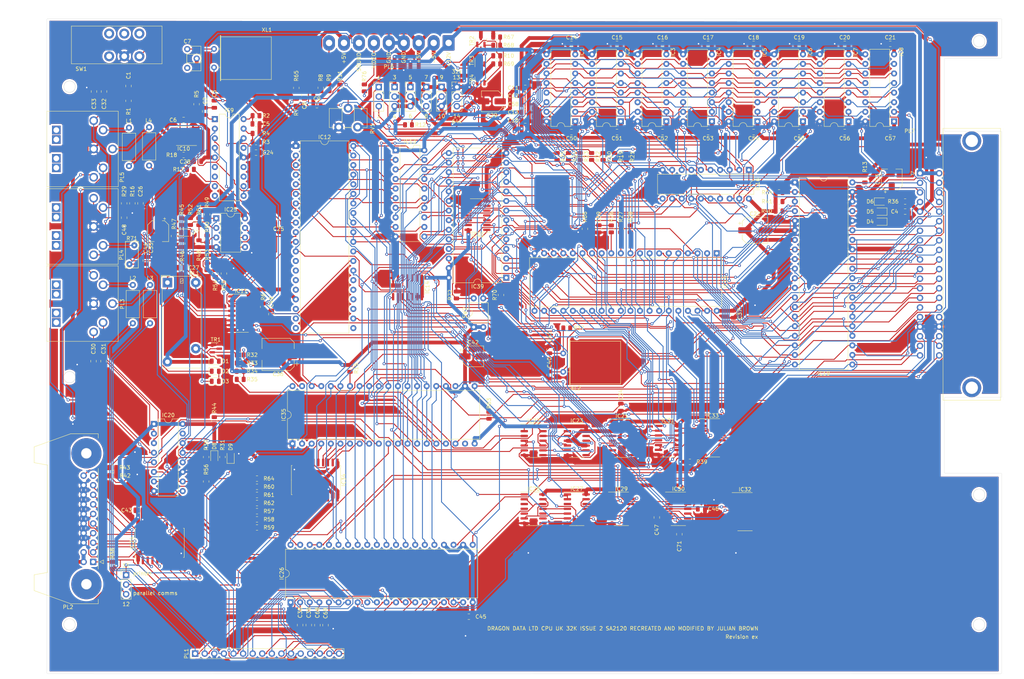
<source format=kicad_pcb>
(kicad_pcb (version 20211014) (generator pcbnew)
  (title_block (title "Dragon 32 CPU UK Issue 2 Mainboard") (date "2022-09-26") (rev "1.2") (company "Dragon Data") (comment 1 "Revised and Modified by Julian Brown") (comment 2 "Jumper for 64k wiring added") (comment 3 "Jumper 9/10 added"))
  (layers (0 "F.Cu" signal) (31 "B.Cu" signal) (34 "B.Paste" user) (35 "F.Paste" user) (36 "B.SilkS" user "B.Silkscreen") (37 "F.SilkS" user "F.Silkscreen") (38 "B.Mask" user) (39 "F.Mask" user) (44 "Edge.Cuts" user))
  (net 0 "")
  (net 1 "GND")
  (net 2 "Net-(C1-Pad2)")
  (net 3 "Net-(C4-Pad1)")
  (net 4 "RAM VBB")
  (net 5 "RAM VDD")
  (net 6 "RAM VCC")
  (net 7 "+5V")
  (net 8 "~{RES}")
  (net 9 "MIC")
  (net 10 "MOTOR2")
  (net 11 "MOTOR1")
  (net 12 "X0")
  (net 13 "X1")
  (net 14 "X2")
  (net 15 "X3")
  (net 16 "CASS")
  (net 17 "Net-(C35-Pad2)")
  (net 18 "PA1")
  (net 19 "PA0")
  (net 20 "Net-(C40-Pad2)")
  (net 21 "Net-(C41-Pad2)")
  (net 22 "6bit D{slash}A")
  (net 23 "~{RAS0}")
  (net 24 "+12V")
  (net 25 "Net-(D1-Pad2)")
  (net 26 "Net-(D2-Pad2)")
  (net 27 "VCLK")
  (net 28 "Net-(D7-Pad1)")
  (net 29 "D7")
  (net 30 "~{WE}")
  (net 31 "Z0")
  (net 32 "Z2")
  (net 33 "Z1")
  (net 34 "Z5")
  (net 35 "Z4")
  (net 36 "Z3")
  (net 37 "Z6")
  (net 38 "DO7")
  (net 39 "~{CAS}")
  (net 40 "D6")
  (net 41 "DO6")
  (net 42 "D5")
  (net 43 "DO5")
  (net 44 "D4")
  (net 45 "DO4")
  (net 46 "D3")
  (net 47 "DO3")
  (net 48 "D2")
  (net 49 "DO2")
  (net 50 "D1")
  (net 51 "DO1")
  (net 52 "D0")
  (net 53 "DO0")
  (net 54 "Net-(C2-Pad1)")
  (net 55 "LEAD")
  (net 56 "Net-(C3-Pad2)")
  (net 57 "LAG")
  (net 58 "Net-(C6-Pad1)")
  (net 59 "Net-(C6-Pad2)")
  (net 60 "Net-(C7-Pad1)")
  (net 61 "Net-(C8-Pad1)")
  (net 62 "Net-(C34-Pad1)")
  (net 63 "CHROME CONTROL")
  (net 64 "Composite")
  (net 65 "Net-(C9-Pad2)")
  (net 66 "Net-(C29-Pad1)")
  (net 67 "Net-(C46-Pad1)")
  (net 68 "Net-(C47-Pad1)")
  (net 69 "Net-(C49-Pad1)")
  (net 70 "Net-(IC12-Pad2)")
  (net 71 "Net-(IC12-Pad3)")
  (net 72 "Net-(IC12-Pad4)")
  (net 73 "Net-(IC12-Pad5)")
  (net 74 "Net-(IC12-Pad6)")
  (net 75 "Net-(IC12-Pad7)")
  (net 76 "Net-(IC12-Pad8)")
  (net 77 "CHB")
  (net 78 "thB")
  (net 79 "thA")
  (net 80 "~{FS}")
  (net 89 "DA0")
  (net 94 "GM2")
  (net 95 "LUM")
  (net 96 "GM1")
  (net 97 "GM0")
  (net 98 "CLK")
  (net 99 "Net-(IC12-Pad34)")
  (net 100 "~{A}{slash}G")
  (net 102 "~{HS}")
  (net 103 "CSS")
  (net 104 "Net-(IC14-Pad3)")
  (net 105 "PULSE")
  (net 106 "MUX Z")
  (net 107 "SYNC CONTROL")
  (net 108 "Net-(IC14-Pad8)")
  (net 109 "FS")
  (net 110 "Net-(IC14-Pad10)")
  (net 112 "A11")
  (net 113 "A10")
  (net 114 "A9")
  (net 115 "A8")
  (net 116 "Net-(IC15-Pad6)")
  (net 117 "~{NHS}")
  (net 118 "Net-(IC15-Pad10)")
  (net 119 "Net-(IC15-Pad11)")
  (net 120 "Net-(IC15-Pad12)")
  (net 121 "E")
  (net 122 "Q")
  (net 123 "R{slash}~{W}")
  (net 124 "A0")
  (net 125 "A1")
  (net 126 "A2")
  (net 127 "A3")
  (net 128 "A4")
  (net 129 "A5")
  (net 130 "A6")
  (net 131 "A7")
  (net 132 "S2")
  (net 133 "S1")
  (net 134 "S0")
  (net 135 "Net-(IC15-Pad28)")
  (net 136 "Net-(IC15-Pad29)")
  (net 137 "Net-(IC15-Pad30)")
  (net 138 "Net-(IC15-Pad31)")
  (net 139 "Net-(IC15-Pad32)")
  (net 140 "Net-(IC15-Pad33)")
  (net 141 "Net-(IC15-Pad34)")
  (net 142 "Z7")
  (net 143 "A15")
  (net 144 "A14")
  (net 145 "A13")
  (net 146 "A12")
  (net 147 "D.Out")
  (net 148 "~{E17}")
  (net 149 "~{E18}")
  (net 150 "~{NMI}")
  (net 151 "~{IRQ}")
  (net 152 "~{FIRQ}")
  (net 153 "~{HALT}")
  (net 154 "AD1")
  (net 155 "AD2")
  (net 156 "Net-(IC20-Pad9)")
  (net 157 "SOUND")
  (net 158 "ESND")
  (net 159 "AD4")
  (net 165 "Net-(IC22-Pad8)")
  (net 166 "Net-(IC22-Pad9)")
  (net 167 "Net-(IC22-Pad12)")
  (net 168 "Net-(IC21-Pad4)")
  (net 174 "PB7")
  (net 175 "PP6")
  (net 176 "PB5")
  (net 177 "PP4")
  (net 178 "PB3")
  (net 179 "PP2")
  (net 180 "PB1")
  (net 181 "PP0")
  (net 182 "PB0")
  (net 183 "PP1")
  (net 184 "PB2")
  (net 185 "PP3")
  (net 186 "PB4")
  (net 187 "PP5")
  (net 188 "PB6")
  (net 189 "PP7")
  (net 190 "PC0")
  (net 191 "Net-(IC25-Pad2)")
  (net 192 "Net-(IC25-Pad3)")
  (net 193 "Net-(IC25-Pad5)")
  (net 194 "Net-(IC25-Pad7)")
  (net 195 "PA2")
  (net 196 "PA3")
  (net 197 "PA4")
  (net 198 "PA5")
  (net 199 "PA6")
  (net 200 "PA7")
  (net 201 "P0")
  (net 204 "ChrOSC")
  (net 205 "Net-(IC27-Pad10)")
  (net 206 "Net-(IC27-Pad12)")
  (net 207 "Net-(IC27-Pad13)")
  (net 219 "MUX Y")
  (net 220 "Net-(IC31-Pad1)")
  (net 221 "Net-(IC33-Pad5)")
  (net 222 "Net-(L3-Pad2)")
  (net 223 "Net-(IC31-Pad4)")
  (net 224 "Net-(IC31-Pad8)")
  (net 225 "STROBE")
  (net 226 "Net-(IC31-Pad13)")
  (net 228 "LUM CONTROL")
  (net 229 "Net-(IC32-Pad15)")
  (net 230 "LUM PULSE")
  (net 233 "Net-(IC14-Pad11)")
  (net 237 "Net-(IC22-Pad3)")
  (net 238 "Net-(IC22-Pad4)")
  (net 239 "EXTMEN")
  (net 241 "P2")
  (net 242 "P1")
  (net 243 "R2")
  (net 244 "PC6")
  (net 245 "PC5")
  (net 246 "PC3")
  (net 247 "PC2")
  (net 248 "PC4")
  (net 249 "PC7")
  (net 250 "Net-(IC34-Pad15)")
  (net 251 "~{BUSY}")
  (net 252 "Net-(IC35-Pad11)")
  (net 253 "CART")
  (net 254 "CB2")
  (net 255 "MOTOR")
  (net 256 "~{ACK}")
  (net 257 "Net-(JP1-2-Pad2)")
  (net 258 "-5V")
  (net 259 "Net-(JP7-8-Pad3)")
  (net 260 "Net-(L1-Pad2)")
  (net 261 "Net-(L2-Pad2)")
  (net 263 "EAR")
  (net 264 "Net-(R32-Pad2)")
  (net 265 "Net-(IC22-Pad6)")
  (net 266 "Net-(IC27-Pad4)")
  (net 267 "Net-(IC27-Pad5)")
  (net 268 "Net-(IC27-Pad9)")
  (net 269 "Net-(IC29-Pad13)")
  (net 270 "Net-(IC29-Pad11)")
  (net 274 "Net-(IC32-Pad12)")
  (net 275 "VID OUT")
  (net 276 "Net-(PL6-Pad9)")
  (net 277 "MUX X")
  (net 278 "Net-(R9-Pad1)")
  (net 279 "Net-(R10-Pad1)")
  (net 280 "Net-(R11-Pad1)")
  (net 281 "Net-(IC35-Pad3)")
  (net 282 "Net-(L4-Pad2)")
  (net 288 "Net-(IC23-Pad2)")
  (net 289 "Net-(IC35-Pad12)")
  (net 294 "Net-(IC34-Pad13)")
  (net 295 "Net-(IC34-Pad14)")
  (net 296 "Net-(IC34-Pad16)")
  (net 297 "Net-(IC34-Pad17)")
  (net 298 "Net-(IC34-Pad18)")
  (net 299 "Net-(IC39-Pad26)")
  (net 300 "Net-(IC39-Pad22)")
  (net 301 "Net-(IC39-Pad1)")
  (footprint "Capacitor_SMD:C_0805_2012Metric" (layer "F.Cu") (at 109.982 97.663 180)
    (fp_text reference "C27")
    (fp_text value ".01uF")
  )
  (footprint "Resistor_SMD:R_0805_2012Metric" (layer "F.Cu") (at 114.681 91.313 90)
    (fp_text reference "R48")
    (fp_text value "15K")
  )
  (footprint "Capacitor_SMD:C_0805_2012Metric" (layer "F.Cu") (at 201.102 52.197)
    (fp_text reference "C12")
    (fp_text value "0.1uF")
  )
  (footprint "Resistor_SMD:R_0805_2012Metric" (layer "F.Cu") (at 121.285 99.2105 -90)
    (fp_text reference "R55")
    (fp_text value "10K")
  )
  (footprint "Package_SO:SOIC-14_3.9x8.7mm_P1.27mm" (layer "F.Cu") (at 169.926 102.87 -90)
    (fp_text reference "IC14")
    (fp_text value "74HC86")
  )
  (footprint "Diode_SMD:D_0805_2012Metric" (layer "F.Cu") (at 295.275 82.804 180)
    (fp_text reference "D5")
    (fp_text value "1N914")
  )
  (footprint "Capacitor_SMD:C_0805_2012Metric" (layer "F.Cu") (at 186.182 190.119 180)
    (fp_text reference "C45")
    (fp_text value "0.1uF")
  )
  (footprint "Resistor_SMD:R_0805_2012Metric" (layer "F.Cu") (at 244.729 149.098 180)
    (fp_text reference "R39")
    (fp_text value "4K7")
  )
  (footprint "Resistor_SMD:R_0805_2012Metric" (layer "F.Cu") (at 110.617 67.818 180)
    (fp_text reference "R18")
    (fp_text value "10K")
  )
  (footprint "Resistor_SMD:R_0805_2012Metric" (layer "F.Cu") (at 130.048 153.543)
    (fp_text reference "R64")
    (fp_text value "100K")
  )
  (footprint "Resistor_SMD:R_0805_2012Metric" (layer "F.Cu") (at 130.048 162.179)
    (fp_text reference "R57")
    (fp_text value "20K 1%")
  )
  (footprint "Capacitor_SMD:C_0805_2012Metric" (layer "F.Cu") (at 207.518 126.111 90)
    (fp_text reference "C40")
    (fp_text value "22pF")
  )
  (footprint "Capacitor_SMD:C_0805_2012Metric" (layer "F.Cu") (at 235.966 163.83 -90)
    (fp_text reference "C47")
    (fp_text value "180pF")
  )
  (footprint "Capacitor_SMD:C_0805_2012Metric" (layer "F.Cu") (at 86.868 50.988 -90)
    (fp_text reference "C33")
    (fp_text value "0.02uF")
  )
  (footprint "Resistor_SMD:R_0805_2012Metric" (layer "F.Cu") (at 97.028 80.6215 90)
    (fp_text reference "R16")
    (fp_text value "33K")
  )
  (footprint "Capacitor_SMD:C_0805_2012Metric" (layer "F.Cu") (at 135.763 85.725 180)
    (fp_text reference "C25")
    (fp_text value "0.01uF")
  )
  (footprint "Capacitor_SMD:C_0805_2012Metric" (layer "F.Cu") (at 89.408 122.428 90)
    (fp_text reference "C31")
    (fp_text value "0.02uF")
  )
  (footprint "Capacitor_SMD:CP_Elec_5x3" (layer "F.Cu") (at 192.278 53.594 180)
    (fp_text reference "C29")
    (fp_text value "4.7uF")
  )
  (footprint "Connector_PinHeader_2.54mm:PinHeader_1x03_P2.54mm_Vertical" (layer "F.Cu") (at 166.497 49.799)
    (fp_text reference "JP3-4" hide)
    (fp_text value "16k/32k")
  )
  (footprint "Capacitor_SMD:C_0805_2012Metric" (layer "F.Cu") (at 146.05 192.359 90)
    (fp_text reference "C68")
    (fp_text value "0.1uF")
  )
  (footprint "Resistor_SMD:R_0805_2012Metric" (layer "F.Cu") (at 216.916 87.376 90)
    (fp_text reference "R66")
    (fp_text value "1K5")
  )
  (footprint "Capacitor_SMD:C_0805_2012Metric" (layer "F.Cu") (at 110.617 58.547 180)
    (fp_text reference "C6")
    (fp_text value "4.7uF")
  )
  (footprint "Capacitor_SMD:C_0805_2012Metric" (layer "F.Cu") (at 114.3 69.469)
    (fp_text reference "C28")
    (fp_text value "4.7uF")
  )
  (footprint "Package_SO:SOIC-16_3.9x9.9mm_P1.27mm" (layer "F.Cu") (at 259.334 162.306)
    (fp_text reference "IC32")
    (fp_text value "74HC390")
  )
  (footprint "Package_DIP:DIP-40_W15.24mm" (layer "F.Cu") (at 139.451 144.277 90)
    (fp_text reference "IC35")
    (fp_text value "MC6821")
  )
  (footprint "Resistor_SMD:R_0805_2012Metric" (layer "F.Cu") (at 130.048 157.861)
    (fp_text reference "R61")
    (fp_text value "40K2 1%")
  )
  (footprint "Resistor_SMD:R_0805_2012Metric" (layer "F.Cu") (at 118.999 99.2105 90)
    (fp_text reference "R54")
    (fp_text value "1K")
  )
  (footprint "Resistor_SMD:R_0805_2012Metric" (layer "F.Cu") (at 130.048 160.02)
    (fp_text reference "R62")
    (fp_text value "10K 1%")
  )
  (footprint "Capacitor_SMD:C_0805_2012Metric" (layer "F.Cu") (at 273.685 38.354)
    (fp_text reference "C19")
    (fp_text value "0.1uF")
  )
  (footprint "Inductor_THT:L_Axial_L7.0mm_D3.3mm_P10.16mm_Horizontal_Fastron_MICC" (layer "F.Cu") (at 96.139 70.739 90)
    (fp_text reference "L1")
    (fp_text value "3.3uH")
  )
  (footprint "Resistor_SMD:R_0805_2012Metric" (layer "F.Cu") (at 125.603 125.095 180)
    (fp_text reference "R34")
    (fp_text value "8K2")
  )
  (footprint "Package_DIP:DIP-40_W15.24mm" (layer "F.Cu") (at 140.33 65.41)
    (fp_text reference "IC12")
    (fp_text value "MC6847")
  )
  (footprint "Resistor_SMD:R_0805_2012Metric" (layer "F.Cu") (at 112.395 85.4475 90)
    (fp_text reference "R52")
    (fp_text value "56K")
  )
  (footprint "Capacitor_SMD:CP_Elec_5x3" (layer "F.Cu") (at 187.325 121.158)
    (fp_text reference "C42")
    (fp_text value "0.1uF")
  )
  (footprint "Package_TO_SOT_SMD:SOT-23" (layer "F.Cu") (at 189.357 47.752 90)
    (fp_text reference "TR4")
    (fp_text value "SST3906")
  )
  (footprint "Resistor_SMD:R_0805_2012Metric" (layer "F.Cu") (at 224.79 68.199 -90)
    (fp_text reference "R19")
    (fp_text value "22R")
  )
  (footprint "Resistor_SMD:R_0805_2012Metric" (layer "F.Cu") (at 96.012 53.467 90)
    (fp_text reference "R1")
    (fp_text value "100R")
  )
  (footprint "Capacitor_SMD:CP_Elec_8x5.4" (layer "F.Cu") (at 135.636 120.65 180)
    (fp_text reference "C36")
    (fp_text value "100uF")
  )
  (footprint "Connector_PinHeader_2.54mm:PinHeader_1x03_P2.54mm_Vertical" (layer "F.Cu") (at 183.007 49.799)
    (fp_text reference "JP13-14" hide)
    (fp_text value "16k/32k")
  )
  (footprint "Capacitor_SMD:C_0805_2012Metric" (layer "F.Cu") (at 297.815 38.354)
    (fp_text reference "C21")
    (fp_text value "0.1uF")
  )
  (footprint "Resistor_SMD:R_0805_2012Metric" (layer "F.Cu") (at 191.516 136.779 -90)
    (fp_text reference "R63")
    (fp_text value "4K7")
  )
  (footprint "Capacitor_SMD:C_0805_2012Metric" (layer "F.Cu") (at 261.62 38.354)
    (fp_text reference "C18")
    (fp_text value "0.1uF")
  )
  (footprint "Resistor_SMD:R_0805_2012Metric" (layer "F.Cu") (at 218.694 68.199 -90)
    (fp_text reference "R22")
    (fp_text value "22R")
  )
  (footprint "Package_DIP:DIP-16_W7.62mm" (layer "F.Cu") (at 298.821 58.913 180)
    (fp_text reference "IC8")
    (fp_text value "HYB4116")
  )
  (footprint "Resistor_SMD:R_0805_2012Metric" (layer "F.Cu") (at 120.904 147.828 90)
    (fp_text reference "R31")
    (fp_text value "4K7")
  )
  (footprint "Package_SO:SOIC-14_3.9x8.7mm_P1.27mm" (layer "F.Cu") (at 238.887 143.383)
    (fp_text reference "IC31")
    (fp_text value "74HC02")
  )
  (footprint "Capacitor_SMD:C_0805_2012Metric" (layer "F.Cu") (at 301.752 82.804)
    (fp_text reference "C4")
    (fp_text value "0.1uF")
  )
  (footprint "Capacitor_SMD:C_0805_2012Metric" (layer "F.Cu") (at 249.555 38.354)
    (fp_text reference "C17")
    (fp_text value "0.1uF")
  )
  (footprint "Resistor_SMD:R_0805_2012Metric" (layer "F.Cu") (at 228.976 87.376 -90)
    (fp_text reference "R28")
    (fp_text value "22R")
  )
  (footprint "Package_SO:SOIC-14_3.9x8.7mm_P1.27mm" (layer "F.Cu") (at 226.568 161.544)
    (fp_text reference "IC29")
    (fp_text value "74HC393")
  )
  (footprint "Diode_SMD:D_0805_2012Metric" (layer "F.Cu") (at 295.275 80.137)
    (fp_text reference "D6")
    (fp_text value "1N914")
  )
  (footprint "Package_SO:SOIC-14_3.9x8.7mm_P1.27mm" (layer "F.Cu") (at 241.681 161.544)
    (fp_text reference "IC30")
    (fp_text value "74HC32")
  )
  (footprint "Package_SO:SOIC-8_3.9x4.9mm_P1.27mm" (layer "F.Cu") (at 110.617 62.738 180)
    (fp_text reference "IC10")
    (fp_text value "LM318")
  )
  (footprint "Capacitor_SMD:C_0805_2012Metric" (layer "F.Cu") (at 94.869 84.4315 90)
    (fp_text reference "C48")
    (fp_text value "22pF")
  )
  (footprint "Resistor_SMD:R_0805_2012Metric" (layer "F.Cu") (at 193.548 36.576 180)
    (fp_text reference "R67")
    (fp_text value "1K2")
  )
  (footprint "Capacitor_SMD:C_0805_2012Metric" (layer "F.Cu") (at 220.599 87.376 -90)
    (fp_text reference "C59")
    (fp_text value "33pF")
  )
  (footprint "Capacitor_SMD:C_0805_2012Metric" (layer "F.Cu") (at 145.923 54.61)
    (fp_text reference "C9")
    (fp_text value "3.3pF")
  )
  (footprint "Dragon:Edge_2x20_P2.54mm_Horizontal" (layer "F.Cu") (at 305.689 72.644)
    (fp_text reference "PL7")
    (fp_text value "Expansion Connector")
  )
  (footprint "Resistor_SMD:R_0805_2012Metric" (layer "F.Cu") (at 131.699 108.0535 90)
    (fp_text reference "R6")
    (fp_text value "1K2")
  )
  (footprint "Resistor_SMD:R_0805_2012Metric" (layer "F.Cu") (at 170.18 59.817 180)
    (fp_text reference "R12")
    (fp_text value "22R")
  )
  (footprint "Resistor_SMD:R_0805_2012Metric" (layer "F.Cu") (at 129.794 62.103 180)
    (fp_text reference "R4")
    (fp_text value "3K3")
  )
  (footprint "Inductor_THT:L_Axial_L7.0mm_D3.3mm_P10.16mm_Horizontal_Fastron_MICC" (layer "F.Cu") (at 101.473 70.612 90)
    (fp_text reference "L4")
    (fp_text value "3.3uH")
  )
  (footprint "Capacitor_SMD:C_0805_2012Metric" (layer "F.Cu") (at 237.49 61.722 180)
    (fp_text reference "C52")
    (fp_text value "0.1uF")
  )
  (footprint "Resistor_SMD:R_0805_2012Metric" (layer "F.Cu") (at 114.681 85.471 90)
    (fp_text reference "R51")
    (fp_text value "1M5")
  )
  (footprint "Package_DIP:DIP-4_W7.62mm" (layer "F.Cu") (at 187.447 113.401 90)
    (fp_text reference "SW2")
    (fp_text value "SW_DIP_x02")
  )
  (footprint "Resistor_SMD:R_0805_2012Metric" (layer "F.Cu") (at 130.048 164.338)
    (fp_text reference "R58")
    (fp_text value "80K6 1%")
  )
  (footprint "Resistor_SMD:R_0805_2012Metric" (layer "F.Cu") (at 91.821 150.622 180)
    (fp_text reference "R43")
    (fp_text value "10K")
  )
  (footprint "Capacitor_SMD:C_0805_2012Metric" (layer "F.Cu") (at 201.102 56.515)
    (fp_text reference "C13")
    (fp_text value "10uF")
  )
  (footprint "Resistor_SMD:R_0805_2012Metric" (layer "F.Cu") (at 149.098 50.0145 90)
    (fp_text reference "R9")
    (fp_text value "270R")
  )
  (footprint "Capacitor_SMD:C_0805_2012Metric" (layer "F.Cu") (at 213.36 38.354)
    (fp_text reference "C14")
    (fp_text value "0.1uF")
  )
  (footprint "Resistor_SMD:R_0805_2012Metric" (layer "F.Cu") (at 110.109 85.4475 90)
    (fp_text reference "R45")
    (fp_text value "6K8")
  )
  (footprint "Connector_PinHeader_2.54mm:PinHeader_1x03_P2.54mm_Vertical" (layer "F.Cu") (at 178.943 49.784)
    (fp_text reference "JP9-10" hide)
    (fp_text value "16k/32k")
  )
  (footprint "Resistor_SMD:R_0805_2012Metric" (layer "F.Cu") (at 158.496 50.038 -90)
    (fp_text reference "R76")
    (fp_text value "10R")
  )
  (footprint "Capacitor_SMD:CP_Elec_5x3" (layer "F.Cu") (at 103.886 87.9875 -90)
    (fp_text reference "C35")
    (fp_text value "10uF")
  )
  (footprint "Resistor_SMD:R_0805_2012Metric" (layer "F.Cu") (at 91.694 176.53 90)
    (fp_text reference "R38")
    (fp_text value "4K7")
  )
  (footprint "Resistor_SMD:R_0805_2012Metric" (layer "F.Cu") (at 209.55 68.199 -90)
    (fp_text reference "R25")
    (fp_text value "22R")
  )
  (footprint "Capacitor_SMD:C_0805_2012Metric" (layer "F.Cu") (at 201.102 58.674)
    (fp_text reference "C10")
    (fp_text value "4.7uF")
  )
  (footprint "Diode_SMD:D_0805_2012Metric" (layer "F.Cu") (at 118.999 122.428)
    (fp_text reference "D1")
    (fp_text value "1N914")
  )
  (footprint "Resistor_SMD:R_0805_2012Metric" (layer "F.Cu") (at 291.084 74.168 -90)
    (fp_text reference "R13")
    (fp_text value "4k7")
  )
  (footprint "Capacitor_SMD:C_0805_2012Metric" (layer "F.Cu") (at 213.36 61.722 180)
    (fp_text reference "C50")
    (fp_text value "0.1uF")
  )
  (footprint "Resistor_SMD:R_0805_2012Metric" (layer "F.Cu") (at 129.794 64.389 180)
    (fp_text reference "R3")
    (fp_text value "2K7")
  )
  (footprint "Resistor_SMD:R_0805_2012Metric" (layer "F.Cu") (at 268.351 77.724 180)
    (fp_text reference "R14")
    (fp_text value "4k7")
  )
  (footprint "Resistor_SMD:R_0805_2012Metric" (layer "F.Cu") (at 118.745 138.176 -90)
    (fp_text reference "R44")
    (fp_text value "27k")
  )
  (footprint "Capacitor_SMD:C_0805_2012Metric" (layer "F.Cu") (at 285.75 38.354)
    (fp_text reference "C20")
    (fp_text value "0.1uF")
  )
  (footprint "Capacitor_SMD:C_0805_2012Metric" (layer "F.Cu") (at 141.478 192.339 90)
    (fp_text reference "C38")
    (fp_text value "0.1uF")
  )
  (footprint "Resistor_SMD:R_0805_2012Metric" (layer "F.Cu") (at 125.603 120.777 180)
    (fp_text reference "R32")
    (fp_text value "4K7")
  )
  (footprint "Package_DIP:DIP-16_W7.62mm" (layer "F.Cu") (at 226.431 58.913 180)
    (fp_text reference "IC2")
    (fp_text value "HYB4116")
  )
  (footprint "Package_DIP:DIP-16_W7.62mm" (layer "F.Cu") (at 286.756 58.913 180)
    (fp_text reference "IC7")
    (fp_text value "HYB4116")
  )
  (footprint "Resistor_SMD:R_0805_2012Metric" (layer "F.Cu") (at 140.462 50.038 -90)
    (fp_text reference "R65")
    (fp_text value "680R")
  )
  (footprint "Relay_THT:Relay_1P1T_NO_10x24x18.8mm_Panasonic_ADW11xxxxW_THT" (layer "F.Cu") (at 106.3245 101.6065)
    (fp_text reference "RL1")
    (fp_text value "ADW11")
  )
  (footprint "Crystal:Crystal_HC18-U_Horizontal" (layer "F.Cu") (at 211.171 125.259 90)
    (fp_text reference "XL2")
    (fp_text value "14.31818MHz")
  )
  (footprint "Capacitor_SMD:C_0805_2012Metric" (layer "F.Cu") (at 273.685 61.722 180)
    (fp_text reference "C55")
    (fp_text value "0.1uF")
  )
  (footprint "Capacitor_SMD:C_0805_2012Metric" (layer "F.Cu") (at 116.332 56.261 -90)
    (fp_text reference "C2")
    (fp_text value "1uF")
  )
  (footprint "Capacitor_SMD:C_0805_2012Metric" (layer "F.Cu") (at 99.187 80.6215 90)
    (fp_text reference "C26")
    (fp_text value "0.002uF")
  )
  (footprint "Varistor:RV_Disc_D7mm_W3.4mm_P5mm" (layer "F.Cu") (at 97.551 91.734 -90)
    (fp_text reference "R71")
    (fp_text value "270R-470R")
  )
  (footprint "Dragon:DIN-6_DELTRON_671-0601_Horizontal" (layer "F.Cu") (at 86.77 114.688)
    (fp_text reference "PL3")
    (fp_text value "DIN-6 J/S R")
  )
  (footprint "Resistor_SMD:R_0805_2012Metric" (layer "F.Cu") (at 116.586 147.828 -90)
    (fp_text reference "R30")
    (fp_text value "4K7")
  )
  (footprint "Capacitor_SMD:C_0805_2012Metric" (layer "F.Cu") (at 100.584 95.758 -90)
    (fp_text reference "C44")
    (fp_text value "0.02uF")
  )
  (footprint "Diode_SMD:D_0805_2012Metric" (layer "F.Cu") (at 123.063 147.828 90)
    (fp_text reference "D9")
    (fp_text value "1N914")
  )
  (footprint "Resistor_SMD:R_0805_2012Metric" (layer "F.Cu") (at 154.686 124.333 -90)
    (fp_text reference "R15")
    (fp_text value "100k")
  )
  (footprint "Resistor_SMD:R_0805_2012Metric" (layer "F.Cu") (at 91.821 152.781 180)
    (fp_text reference "R42")
    (fp_text value "10K")
  )
  (footprint "Package_TO_SOT_SMD:SOT-23" (layer "F.Cu") (at 119.126 119.126)
    (fp_text reference "TR1")
    (fp_text value "2PD601")
  )
  (footprint "Resistor_SMD:R_0805_2012Metric" (layer "F.Cu") (at 212.1135 113.665 180)
    (fp_text reference "R37")
    (fp_text value "1K5")
  )
  (footprint "Resistor_SMD:R_0805_2012Metric" (layer "F.Cu") (at 268.351 82.677 180)
    (fp_text reference "R40")
    (fp_text value "4k7")
  )
  (footprint "Resistor_SMD:R_0805_2012Metric" (layer "F.Cu") (at 146.939 50.0145 90)
    (fp_text reference "R8")
    (fp_text value "470R")
  )
  (footprint "Resistor_SMD:R_0805_2012Metric" (layer "F.Cu") (at 108.077 89.281 90)
    (fp_text reference "R47")
    (fp_text value "8K2")
  )
  (footprint "Resistor_SMD:R_0805_2012Metric" (layer "F.Cu") (at 212.598 68.199 -90)
    (fp_text reference "R24")
    (fp_text value "22R")
  )
  (footprint "Package_TO_SOT_SMD:SOT-23" (layer "F.Cu") (at 189.357 37.592 90)
    (fp_text reference "TR2")
    (fp_text value "SMBT3904")
  )
  (footprint "Resistor_SMD:R_0805_2012Metric" (layer "F.Cu") (at 152.019 50.038 90)
    (fp_text reference "R11")
    (fp_text value "1K2")
  )
  (footprint "Package_DIP:DIP-16_W7.62mm" (layer "F.Cu") (at 250.561 58.913 180)
    (fp_text reference "IC4")
    (fp_text value "HYB4116")
  )
  (footprint "Capacitor_SMD:C_0805_2012Metric" (layer "F.Cu") (at 237.49 38.354)
    (fp_text reference "C16")
    (fp_text value "0.1uF")
  )
  (footprint "Capacitor_SMD:C_0805_2012Metric" (layer "F.Cu") (at 89.535 50.988 -90)
    (fp_text reference "C32")
    (fp_text value "0.02uF")
  )
  (footprint "Capacitor_SMD:C_0805_2012Metric" (layer "F.Cu") (at 148.209 192.359 90)
    (fp_text reference "C69")
    (fp_text value "0.1uF")
  )
  (footprint "Package_DIP:DIP-28_W15.24mm" (layer "F.Cu") (at 196.093 100.32 180)
    (fp_text reference "IC39")
    (fp_text value "28C256")
  )
  (footprint "Package_SO:SOIC-14_3.9x8.7mm_P1.27mm" (layer "F.Cu") (at 214.757 143.51)
    (fp_text reference "IC23")
    (fp_text value "74HC74")
  )
  (footprint "Connector_PinHeader_2.54mm:PinHeader_1x03_P2.54mm_Vertical" (layer "F.Cu") (at 95.377 179.07)
    (fp_text reference "JP11-12" hide)
    (fp_text value "printer/comms")
  )
  (footprint "Capacitor_SMD:C_0805_2012Metric" (layer "F.Cu") (at 261.62 61.722 180)
    (fp_text reference "C54")
    (fp_text value "0.1uF")
  )
  (footprint "Resistor_SMD:R_0805_2012Metric" (layer "F.Cu") (at 116.84 97.409 90)
    (fp_text reference "R53")
    (fp_text value "10M")
  )
  (footprint "Package_SO:SOIC-16_3.9x9.9mm_P1.27mm" (layer "F.Cu") (at 125.857 109.728)
    (fp_text reference "IC11")
    (fp_text value "MC14053")
  )
  (footprint "Diode_SMD:D_0805_2012Metric" (layer "F.Cu") (at 110.998 88.3685)
    (fp_text reference "D7")
    (fp_text value "1N914")
  )
  (footprint "Dragon:Button_AlpsAlpine_SPUN190900" (layer "F.Cu") (at 90.8867 35.6553 90)
    (fp_text reference "SW1")
    (fp_text value "RESET")
  )
  (footprint "Diode_SMD:D_0805_2012Metric" (layer "F.Cu") (at 295.275 85.471 180)
    (fp_text reference "D4")
    (fp_text value "1N914")
  )
  (footprint "Package_SO:SOIC-14_3.9x8.7mm_P1.27mm" (layer "F.Cu") (at 188.468 83.82 180)
    (fp_text reference "IC40")
    (fp_text value "74HC08")
  )
  (footprint "Connector_PinHeader_2.54mm:PinHeader_1x03_P2.54mm_Vertical" (layer "F.Cu") (at 162.306 49.799)
    (fp_text reference "JP1-2" hide)
    (fp_text value "1 low")
  )
  (footprint "Resistor_SMD:R_0805_2012Metric" (layer "F.Cu") (at 221.742 68.199 -90)
    (fp_text reference "R20")
    (fp_text value "22R")
  )
  (footprint "Resistor_SMD:R_0805_2012Metric" (layer "F.Cu") (at 125.603 127.254 180)
    (fp_text reference "R35")
    (fp_text value "12K")
  )
  (footprint "Diode_SMD:D_0805_2012Metric" (layer "F.Cu") (at 118.745 147.828 -90)
    (fp_text reference "D8")
    (fp_text value "1N914")
  )
  (footprint "Resistor_SMD:R_0805_2012Metric" (layer "F.Cu") (at 130.048 166.497)
    (fp_text reference "R59")
    (fp_text value "160K 1%")
  )
  (footprint "Capacitor_SMD:C_0805_2012Metric" (layer "F.Cu") (at 86.741 122.428 90)
    (fp_text reference "C30")
    (fp_text value "0.02uF")
  )
  (footprint "Resistor_SMD:R_0805_2012Metric" (layer "F.Cu") (at 116.84 83.566 -90)
    (fp_text reference "R49")
    (fp_text value "1K")
  )
  (footprint "Resistor_SMD:R_0805_2012Metric" (layer "F.Cu") (at 116.586 154.305 90)
    (fp_text reference "R56")
    (fp_text value "10K")
  )
  (footprint "Capacitor_SMD:C_0805_2012Metric" (layer "F.Cu") (at 249.555 61.722 180)
    (fp_text reference "C53")
    (fp_text value "0.1uF")
  )
  (footprint "Package_SO:SOIC-16_3.9x9.9mm_P1.27mm" (layer "F.Cu") (at 226.695 142.875)
    (fp_text reference "IC21")
    (fp_text value "74HC123")
  )
  (footprint "Capacitor_SMD:CP_Elec_5x3" (layer "F.Cu") (at 298.196 74.295 90)
    (fp_text reference "C23")
    (fp_text value "1uF")
  )
  (footprint "Resistor_SMD:R_0805_2012Metric" (layer "F.Cu") (at 193.548 38.735)
    (fp_text reference "R68")
    (fp_text value "5K6")
  )
  (footprint "Package_DIP:DIP-20_W7.62mm" (layer "F.Cu") (at 166.761 66.553)
    (fp_text reference "IC13")
    (fp_text value "74LS273")
  )
  (footprint "Diode_SMD:D_0805_2012Metric" (layer "F.Cu") (at 118.999 125.095)
    (fp_text reference "D2")
    (fp_text value "16V")
  )
  (footprint "Capacitor_SMD:C_0805_2012Metric" (layer "F.Cu") (at 225.425 61.722 180)
    (fp_text reference "C51")
    (fp_text value "0.1uF")
  )
  (footprint "Capacitor_SMD:C_0805_2012Metric" (layer "F.Cu") (at 129.794 67.183 180)
    (fp_text reference "C24")
    (fp_text value "47uF")
  )
  (footprint "Capacitor_SMD:C_0805_2012Metric" (layer "F.Cu") (at 98.806 161.925)
    (fp_text reference "C43")
    (fp_text value "0.1uF")
  )
  (footprint "Crystal:Crystal_HC18-U_Horizontal" (layer "F.Cu") (at 118.66 44.614 90)
    (fp_text reference "XL1")
    (fp_text value "4.433619MHz")
  )
  (footprint "Capacitor_SMD:C_0805_2012Metric" (layer "F.Cu") (at 96.012 49.53 -90)
    (fp_text reference "C1")
    (fp_text value "0.1uF")
  )
  (footprint "Resistor_SMD:R_0805_2012Metric" (layer "F.Cu") (at 116.84 90.043 90)
    (fp_text reference "R50")
    (fp_text value "56K")
  )
  (footprint "Package_SO:SOIC-14_3.9x8.7mm_P1.27mm" (layer "F.Cu") (at 214.757 161.544)
    (fp_text reference "IC27")
    (fp_text value "74HC20")
  )
  (footprint "Capacitor_SMD:C_0805_2012Metric" (layer "F.Cu") (at 297.815 61.722 180)
    (fp_text reference "C57")
    (fp_text value "0.1uF")
  )
  (footprint "Package_DIP:DIP-16_W7.62mm" (layer "F.Cu") (at 274.691 58.913 180)
    (fp_text reference "IC6")
    (fp_text value "HYB4116")
  )
  (footprint "Package_TO_SOT_SMD:SOT-23" (layer "F.Cu") (at 189.357 42.799 90)
    (fp_text reference "TR3")
    (fp_text value "SMBT3904")
  )
  (footprint "Capacitor_SMD:C_0805_2012Metric" (layer "F.Cu") (at 226.441 134.62 -90)
    (fp_text reference "C34")
    (fp_text value "330pF")
  )
  (footprint "Capacitor_SMD:C_0805_2012Metric" (layer "F.Cu") (at 247.777 161.544)
    (fp_text reference "C46")
    (fp_text value "180pF")
  )
  (footprint "Package_DIP:DIP-16_W7.62mm" (layer "F.Cu") (at 238.496 58.913 180)
    (fp_text reference "IC3")
    (fp_text value "HYB4116")
  )
  (footprint "Resistor_SMD:R_0805_2012Metric" (layer "F.Cu") (at 112.4185 71.628 180)
    (fp_text reference "R17")
    (fp_text value "10K")
  )
  (footprint "Resistor_SMD:R_0805_2012Metric" (layer "F.Cu") (at 114.046 54.356 90)
    (fp_text reference "R5")
    (fp_text value "1K")
  )
  (footprint "Capacitor_SMD:C_0805_2012Metric" (layer "F.Cu") (at 225.425 38.354)
    (fp_text reference "C15")
    (fp_text value "0.1uF")
  )
  (footprint "Package_SO:SOIC-14_3.9x8.7mm_P1.27mm" (layer "F.Cu") (at 203.327 161.544)
    (fp_text reference "IC28")
    (fp_text value "74HC393")
  )
  (footprint "Resistor_SMD:R_0805_2012Metric" (layer "F.Cu") (at 268.351 80.137 180)
    (fp_text reference "R41")
    (fp_text value "4k7")
  )
  (footprint "Resistor_SMD:R_0805_2012Metric" (layer "F.Cu") (at 194.691 104.902 90)
    (fp_text reference "R70")
    (fp_text value "4K7")
  )
  (footprint "Capacitor_SMD:C_0805_2012Metric" (layer "F.Cu") (at 241.935 168.275 90)
    (fp_text reference "C71")
    (fp_text value "180pF")
  )
  (footprint "Resistor_SMD:R_0805_2012Metric" (layer "F.Cu") (at 94.869 80.6215 -90)
    (fp_text reference "R29")
    (fp_text value "68K")
  )
  (footprint "Resistor_SMD:R_0805_2012Metric" (layer "F.Cu") (at 223.896 87.376 -90)
    (fp_text reference "R26")
    (fp_text value "22R")
  )
  (footprint "Package_DIP:DIP-8_W7.62mm" (layer "F.Cu") (at 119.263 84.592)
    (fp_text reference "IC25")
    (fp_text value "LM393")
  )
  (footprint "Package_DIP:DIP-40_W15.24mm" (layer "F.Cu") (at 138.943 186.314 90)
    (fp_text reference "IC26")
    (fp_text value "MC6821")
  )
  (footprint "Package_DIP:DIP-16_W7.62mm" (layer "F.Cu") (at 214.366 58.913 180)
    (fp_text reference "IC1")
    (fp_text value "HYB4116")
  )
  (footprint "Dragon:DIN-6_DELTRON_671-0601_Horizontal" (layer "F.Cu") (at 86.7828 73.7054)
    (fp_text reference "PL5")
    (fp_text value "DIN-6 J/S L")
  )
  (footprint "Resistor_SMD:R_0805_2012Metric" (layer "F.Cu") (at 140.462 53.848 -90)
    (fp_text reference "R7")
    (fp_text value "1K")
  )
  (footprint "Package_SO:SOIC-14_3.9x8.7mm_P1.27mm" (layer "F.Cu") (at 203.327 143.51)
    (fp_text reference "IC22")
    (fp_text value "74HC00")
  )
  (footprint "Resistor_SMD:R_0805_2012Metric" (layer "F.Cu") (at 129.794 57.404 180)
    (fp_text reference "R2")
    (fp_text value "1K")
  )
  (footprint "Capacitor_SMD:C_0805_2012Metric" (layer "F.Cu") (at 142.621 51.943 -90)
    (fp_text reference "C8")
    (fp_text value "0.01uF")
  )
  (footprint "Diode_SMD:D_0805_2012Metric" (layer "F.Cu") (at 118.999 127.762)
    (fp_text reference "D3")
    (fp_text value "16V")
  )
  (footprint "Capacitor_SMD:C_0805_2012Metric" (layer "F.Cu") (at 256.286 109.982 -90)
    (fp_text reference "C37")
    (fp_text value "4.7uF")
  )
  (footprint "Package_DIP:DIP-20_W7.62mm" (layer "F.Cu") (at 260.35 71.755 -90)
    (fp_text reference "IC16")
    (fp_text value "74HC244")
  )
  (footprint "Inductor_THT:L_Axial_L7.0mm_D3.3mm_P10.16mm_Horizontal_Fastron_MICC" (layer "F.Cu") (at 101.727 112.395 90)
    (fp_text reference "L3")
    (fp_text value "3.3uH")
  )
  (footprint "Resistor_SMD:R_0805_2012Metric" (layer "F.Cu") (at 215.646 68.199 -90)
    (fp_text reference "R23")
    (fp_text value "22R")
  )
  (footprint "Connector_PinHeader_2.54mm:PinHeader_1x16_P2.54mm_Vertical" (layer "F.Cu") (at 113.665 199.898 90)
    (fp_text reference "PL1")
    (fp_text value "Conn_01x16_Male")
  )
  (footprint "Capacitor_SMD:CP_Elec_6.3x3.9" (layer "F.Cu") (at 262.001 87.757)
    (fp_text reference "C22")
    (fp_text value "100uF")
  )
  (footprint "Capacitor_SMD:C_0805_2012Metric" (layer "F.Cu") (at 285.75 61.722 180)
    (fp_text reference "C56")
    (fp_text value "0.1uF")
  )
  (footprint "Resistor_SMD:R_0805_2012Metric" (layer "F.Cu") (at 130.048 155.702)
    (fp_text reference "R60")
    (fp_text value "330K 1%")
  )
  (footprint "Capacitor_SMD:C_0805_2012Metric" (layer "F.Cu") (at 118.745 54.356 90)
    (fp_text reference "C3")
    (fp_text value "11pF")
  )
  (footprint "Connector_PinHeader_2.54mm:PinHeader_1x03_P2.54mm_Vertical" (layer "F.Cu") (at 174.879 49.799)
    (fp_text reference "JP7-8" hide)
    (fp_text value "16k/32k")
  )
  (footprint "Package_SO:SOP-16_3.9x9.9mm_P1.27mm" (layer "F.Cu") (at 250.698 142.748)
    (fp_text reference "IC33")
    (fp_text value "74HC138")
  )
  (footprint "Capacitor_SMD:C_0805_2012Metric" (layer "F.Cu") (at 207.518 119.38 -90)
    (fp_text reference "C41")
    (fp_text value "33pF")
  )
  (footprint "Resistor_SMD:R_0805_2012Metric" (layer "F.Cu") (at 226.436 87.376 -90)
    (fp_text reference "R27")
    (fp_text value "22R")
  )
  (footprint "Package_DIP:DIP-16_W7.62mm" (layer "F.Cu") (at 262.626 58.913 180)
    (fp_text reference "IC5")
    (fp_text value "HYB4116")
  )
  (footprint "Connector_PinHeader_2.54mm:PinHeader_1x03_P2.54mm_Vertical" (layer "F.Cu") (at 170.688 49.799)
    (fp_text reference "JP5-6" hide)
    (fp_text value "16k/32k")
  )
  (footprint "Capacitor_SMD:C_0805_2012Metric" (layer "F.Cu") (at 201.102 54.356)
    (fp_text reference "C58")
    (fp_text value "0.1uF")
  )
  (footprint "Capacitor_SMD:C_0805_2012Metric" (layer "F.Cu") (at 133.858 109.9585 -90)
    (fp_text reference "C49")
    (fp_text value "22pF")
  )
  (footprint "Resistor_SMD:R_0805_2012Metric" (layer "F.Cu") (at 110.236 91.2895 90)
    (fp_text reference "R46")
    (fp_text value "220R")
  )
  (footprint "Inductor_THT:L_Axial_L7.0mm_D3.3mm_P10.16mm_Horizontal_Fastron_MICC" (layer "F.Cu") (at 97.155 112.395 90)
    (fp_text reference "L2")
    (fp_text value "3.3uH")
  )
  (footprint "Package_DIP:DIP-40_W15.24mm" (layer "F.Cu") (at 251.836 93.848 -90)
    (fp_text reference "IC15")
    (fp_text value "MC6883")
  )
  (footprint "Resistor_SMD:R_0805_2012Metric" (layer "F.Cu") (at 182.88 104.902 90)
    (fp_text reference "R72")
    (fp_text value "4K7")
  )
  (footprint "Resistor_SMD:R_0805_2012Metric" (layer "F.Cu") (at 227.838 68.199 -90)
    (fp_text reference "R21")
    (fp_text value "22R")
  )
  (footprint "Package_DIP:DIP-18_W7.62mm" (layer "F.Cu") (at 118.882 58.303)
    (fp_text reference "IC9")
    (fp_text value "LM1889N")
  )
  (footprint "Package_DIP:DIP-16_W7.62mm" (layer "F.Cu") (at 102.743 139.065)
    (fp_text reference "IC20")
    (fp_text value "MC14529B")
  )
  (footprint "Resistor_SMD:R_0805_2012Metric" (layer "F.Cu") (at 193.548 43.688)
    (fp_text reference "R69")
    (fp_text value "330R")
  )
  (footprint "Connector_Molex:Molex_KK-396_A-41791-0009_1x09_P3.96mm_Vertical" (layer "F.Cu") (at 180.813 38.122 180)
    (fp_text reference "PL6")
    (fp_text value "Conn_01x09_Male")
  )
  (footprint "Potentiometer_THT:Potentiometer_ACP_CA9-H5_Horizontal" (layer "F.Cu") (at 151.703 60.412 90)
    (fp_text reference "RV1")
    (fp_text value "10K")
  )
  (footprint "Potentiometer_THT:Potentiometer_ACP_CA6-H2,5_Horizontal" (layer "F.Cu") (at 111.578 39.751)
    (fp_text reference "C7")
    (fp_text value "2-22pF")
  )
  (footprint "Connector_IDC:IDC-Header_2x10-1MP_P2.54mm_Latch_Horizontal" (layer "F.Cu") (at 86.6526 175.6026 180)
    (fp_text reference "PL2")
    (fp_text value "Conn_02x10_Top_Bottom")
  )
  (footprint "Package_DIP:DIP-40_W15.24mm" (layer "F.Cu") (at 272.537 75.062)
    (fp_text reference "IC19")
    (fp_text value "MC6809E")
  )
  (footprint "Capacitor_SMD:C_0805_2012Metric" (layer "F.Cu") (at 143.764 192.339 90)
    (fp_text reference "C39")
    (fp_text value "0.1uF")
  )
  (footprint "Package_SO:SOIC-20W_7.5x12.8mm_P1.27mm" (layer "F.Cu") (at 104.267 170.561 90)
    (fp_text reference "IC24")
    (fp_text value "74HC244")
  )
  (footprint "Resistor_SMD:R_0805_2012Metric" (layer "F.Cu") (at 193.548 41.529 180)
    (fp_text reference "R10")
    (fp_text value "3K3")
  )
  (footprint "Package_SO:SOIC-20W_7.5x12.8mm_P1.27mm" (layer "F.Cu") (at 145.669 153.924 -90)
    (fp_text reference "IC34")
    (fp_text value "74HC245")
  )
  (footprint "Capacitor_SMD:C_0805_2012Metric" (layer "F.Cu") (at 201.102 50.038)
    (fp_text reference "C11")
    (fp_text value "4.7uF")
  )
  (footprint "Capacitor_SMD:C_0805_2012Metric" (layer "F.Cu") (at 129.794 59.563)
    (fp_text reference "C5")
    (fp_text value "33pF")
  )
  (footprint "Resistor_SMD:R_0805_2012Metric" (layer "F.Cu") (at 301.752 80.137 180)
    (fp_text reference "R36")
    (fp_text value "100k")
  )
  (footprint "Dragon:DIN-5_DELTRON_671-0501_45deg_Horizontal" (layer "F.Cu") (at 86.77 94.2501)
    (fp_text reference "PL4")
    (fp_text value "DIN-5 (180) Cassette")
  )
  (footprint "Resistor_SMD:R_0805_2012Metric" (layer "F.Cu") (at 125.603 122.936 180)
    (fp_text reference "R33")
    (fp_text value "1K8")
  )
  (gr_circle locked (center 321.377446 37.682117) (end 322.456157 38.760828) (layer "Edge.Cuts") (width 0.1) (fill none))
  (gr_line (start 74.623395 31.697395) (end 327.099395 31.697395) (layer "Edge.Cuts") (width 0.05))
  (gr_arc (start 327.099395 152.093395) (mid 327.279 152.16779) (end 327.353395 152.347395) (layer "Edge.Cuts") (width 0.05))
  (gr_arc (start 327.353541 41.951527) (mid 327.279148 42.131134) (end 327.099541 42.205527) (layer "Edge.Cuts") (width 0.05))
  (gr_circle locked (center 80.372596 192.17992) (end 81.451307 193.258631) (layer "Edge.Cuts") (width 0.1) (fill none))
  (gr_arc (start 312.367395 152.093395) (mid 312.18779 152.019) (end 312.113395 151.839395) (layer "Edge.Cuts") (width 0.05))
  (gr_line (start 312.113395 132.281395) (end 312.113395 151.839395) (layer "Edge.Cuts") (width 0.05))
  (gr_circle (center 84.865702 181.523815) (end 85.801092 182.499792) (layer "Edge.Cuts") (width 0.1) (fill none))
  (gr_line (start 327.353395 61.796395) (end 327.353395 131.773395) (layer "Edge.Cuts") (width 0.05))
  (gr_line (start 327.353395 152.347395) (end 327.351933 204.962023) (layer "Edge.Cuts") (width 0.05))
  (gr_arc (start 312.113395 132.281395) (mid 312.18779 132.10179) (end 312.367395 132.027395) (layer "Edge.Cuts") (width 0.05))
  (gr_line (start 327.353395 31.951395) (end 327.353541 41.951527) (layer "Edge.Cuts") (width 0.05))
  (gr_line (start 312.367395 61.542395) (end 327.099395 61.542395) (layer "Edge.Cuts") (width 0.05))
  (gr_line (start 312.114392 42.459456) (end 312.113395 61.288395) (layer "Edge.Cuts") (width 0.05))
  (gr_circle locked (center 80.396014 49.707362) (end 81.474725 50.786073) (layer "Edge.Cuts") (width 0.1) (fill none))
  (gr_arc (start 327.351933 204.962023) (mid 327.27754 205.14163) (end 327.097933 205.216023) (layer "Edge.Cuts") (width 0.05))
  (gr_circle locked (center 321.350496 157.787817) (end 322.429207 158.866528) (layer "Edge.Cuts") (width 0.1) (fill none))
  (gr_arc (start 327.099395 31.697395) (mid 327.279 31.77179) (end 327.353395 31.951395) (layer "Edge.Cuts") (width 0.05))
  (gr_line (start 312.367395 152.093395) (end 327.099395 152.093395) (layer "Edge.Cuts") (width 0.05))
  (gr_circle locked (center 321.324992 192.225918) (end 322.403703 193.304629) (layer "Edge.Cuts") (width 0.1) (fill none))
  (gr_line (start 327.099395 132.027395) (end 312.367395 132.027395) (layer "Edge.Cuts") (width 0.05))
  (gr_arc (start 327.353395 131.773395) (mid 327.279 131.953) (end 327.099395 132.027395) (layer "Edge.Cuts") (width 0.05))
  (gr_line (start 327.099541 42.205527) (end 312.368392 42.205456) (layer "Edge.Cuts") (width 0.05))
  (gr_arc (start 327.099395 61.542395) (mid 327.279 61.61679) (end 327.353395 61.796395) (layer "Edge.Cuts") (width 0.05))
  (gr_circle (center 319.414019 129.460913) (end 320.49273 130.539624) (layer "Edge.Cuts") (width 0.1) (fill none))
  (gr_arc (start 74.369395 31.951395) (mid 74.44379 31.77179) (end 74.623395 31.697395) (layer "Edge.Cuts") (width 0.05))
  (gr_arc (start 312.114392 42.459456) (mid 312.188788 42.279852) (end 312.368392 42.205456) (layer "Edge.Cuts") (width 0.05))
  (gr_circle (center 319.404605 64.064357) (end 320.483316 65.143068) (layer "Edge.Cuts") (width 0.1) (fill none))
  (gr_circle (center 84.827533 146.858785) (end 85.762923 147.834762) (layer "Edge.Cuts") (width 0.1) (fill none))
  (gr_line (start 327.097933 205.216023) (end 74.623163 205.189979) (layer "Edge.Cuts") (width 0.05))
  (gr_circle locked (center 80.372901 126.668988) (end 81.451612 127.747699) (layer "Edge.Cuts") (width 0.1) (fill none))
  (gr_line (start 74.369163 204.935979) (end 74.369395 31.951395) (layer "Edge.Cuts") (width 0.05))
  (gr_arc (start 312.367395 61.542395) (mid 312.18779 61.468) (end 312.113395 61.288395) (layer "Edge.Cuts") (width 0.05))
  (gr_arc (start 74.623163 205.189979) (mid 74.443561 205.115581) (end 74.369163 204.935979) (layer "Edge.Cuts") (width 0.05))
  (gr_text "DRAGON DATA LTD CPU UK 32K ISSUE 2 SA2120 RECREATED AND MODIFIED BY JULIAN BROWN" (at 226.95111 193.24627) (layer "F.SilkS") (effects (font (size 1 1))))
  (gr_text "8" (at 174.879 57.531) (layer "F.SilkS") (effects (font (size 1 1))))
  (gr_text "5" (at 170.688 47.244) (layer "F.SilkS") (effects (font (size 1 1))))
  (gr_text "10\n" (at 178.943 57.531) (layer "F.SilkS") (effects (font (size 1 1))))
  (gr_text "11" (at 95.377 176.515) (layer "F.SilkS") (effects (font (size 1 1))))
  (gr_text "+5V" (at 153.035 42.164 90) (layer "F.SilkS") (effects (font (size 1 1))))
  (gr_text "64k" (at 183.007 58.928) (layer "F.SilkS") (effects (font (size 1 1))))
  (gr_text "+12V" (at 180.848 42.545 90) (layer "F.SilkS") (effects (font (size 1 1))))
  (gr_text "-5V" (at 176.911 42.037 90) (layer "F.SilkS") (effects (font (size 1 1))))
  (gr_text "9" (at 178.943 47.244) (layer "F.SilkS") (effects (font (size 1 1))))
  (gr_text "GND" (at 168.91 42.037 90) (layer "F.SilkS") (effects (font (size 1 1))))
  (gr_text "parallel comms" (at 103.124 183.881) (layer "F.SilkS") (effects (font (size 1 1))))
  (gr_text "6" (at 170.688 57.531) (layer "F.SilkS") (effects (font (size 1 1))))
  (gr_text "SOUND" (at 157.053 43.18 90) (layer "F.SilkS") (effects (font (size 1 1))))
  (gr_text "4" (at 166.497 57.658) (layer "F.SilkS") (effects (font (size 1 1))))
  (gr_text "Revision ex" (at 258.445 195.453) (layer "F.SilkS") (effects (font (size 1 1))))
  (gr_text "GND" (at 164.973 42.037 90) (layer "F.SilkS") (effects (font (size 1 1))))
  (gr_text "7" (at 174.879 47.244) (layer "F.SilkS") (effects (font (size 1 1))))
  (gr_text "12" (at 95.377 186.802) (layer "F.SilkS") (effects (font (size 1 1))))
  (gr_text "VIDEO" (at 161.013 42.742 90) (layer "F.SilkS") (effects (font (size 1 1))))
  (gr_text "32k" (at 183.007 45.72) (layer "F.SilkS") (effects (font (size 1 1))))
  (gr_text "2" (at 162.306 57.531) (layer "F.SilkS") (effects (font (size 1 1))))
  (gr_text "+5V" (at 172.847 42.037 90) (layer "F.SilkS") (effects (font (size 1 1))))
  (gr_text "3" (at 166.497 47.244) (layer "F.SilkS") (effects (font (size 1 1))))
  (gr_text "14" (at 183.007 57.531) (layer "F.SilkS") (effects (font (size 1 1))))
  (gr_text "1" (at 162.306 47.371) (layer "F.SilkS") (effects (font (size 1 1))))
  (gr_text "printer" (at 99.695 178.674) (layer "F.SilkS") (effects (font (size 1 1))))
  (gr_text "13" (at 182.88 47.244) (layer "F.SilkS") (effects (font (size 1 1))))
  (segment (start 119.25 92.2255) (end 119.263 92.212) (width 1) (layer "F.Cu") (net 1))
  (segment (start 86.7637 49.9337) (end 86.868 50.038) (width 1) (layer "F.Cu") (net 1))
  (segment (start 143.764 193.289) (end 146.03 193.289) (width 1) (layer "F.Cu") (net 1))
  (segment (start 132.207 67.183) (end 130.744 67.183) (width 1) (layer "F.Cu") (net 1))
  (segment (start 125.222 146.939) (end 123.112 146.939) (width 1) (layer "F.Cu") (net 1))
  (segment (start 206.746 58.913) (end 209.601 58.913) (width 1) (layer "F.Cu") (net 1))
  (segment (start 256.454503 110.932) (end 256.286 110.932) (width 1) (layer "F.Cu") (net 1))
  (segment (start 284.8 38.354) (end 283.083 38.354) (width 1) (layer "F.Cu") (net 1))
  (segment (start 205.74 120.04) (end 205.74 121.158) (width 1) (layer "F.Cu") (net 1))
  (segment (start 212.282 165.354) (end 211.282 166.354) (width 1) (layer "F.Cu") (net 1))
  (segment (start 185.232 195.138) (end 185.293 195.199) (width 1) (layer "F.Cu") (net 1))
  (segment (start 123.382 114.173) (end 124.8169 114.173) (width 1) (layer "F.Cu") (net 1))
  (segment (start 192.548125 70.844875) (end 190.975189 70.844875) (width 1) (layer "F.Cu") (net 1))
  (segment (start 180.39652 58.22252) (end 178.943 56.769) (width 1) (layer "F.Cu") (net 1))
  (segment (start 291.201 58.913) (end 294.056 58.913) (width 1) (layer "F.Cu") (net 1))
  (segment (start 134.874 85.786) (end 134.813 85.725) (width 1) (layer "F.Cu") (net 1))
  (segment (start 236.54 165.354) (end 235.966 164.78) (width 1) (layer "F.Cu") (net 1))
  (segment (start 202.052 58.928) (end 202.052 58.674) (width 1) (layer "F.Cu") (net 1))
  (segment (start 102.737692 156.845) (end 98.330521 152.437829) (width 1) (layer "F.Cu") (net 1))
  (segment (start 126.4669 114.535846) (end 126.4669 114.135707) (width 1) (layer "F.Cu") (net 1))
  (segment (start 294.056 58.913) (end 296.865 61.722) (width 1) (layer "F.Cu") (net 1))
  (segment (start 190.943 70.877064) (end 190.943 80.01) (width 1) (layer "F.Cu") (net 1))
  (segment (start 148.224 193.294) (end 148.209 193.309) (width 1) (layer "F.Cu") (net 1))
  (segment (start 279.136 58.913) (end 281.991 58.913) (width 1) (layer "F.Cu") (net 1))
  (segment (start 236.412 147.193) (end 232.029324 147.193) (width 1) (layer "F.Cu") (net 1))
  (segment (start 202.052 52.197) (end 202.052 50.038) (width 1) (layer "F.Cu") (net 1))
  (segment (start 302.768 85.217) (end 302.768 82.87) (width 1) (layer "F.Cu") (net 1))
  (segment (start 267.071 58.913) (end 269.926 58.913) (width 1) (layer "F.Cu") (net 1))
  (segment (start 248.198 147.193) (end 248.198 149.693) (width 1) (layer "F.Cu") (net 1))
  (segment (start 122.192 114.173) (end 118.188 118.176) (width 1) (layer "F.Cu") (net 1))
  (segment (start 225.933 136.078) (end 226.441 135.57) (width 1) (layer "F.Cu") (net 1))
  (segment (start 201.852 166.354) (end 200.852 165.354) (width 1) (layer "F.Cu") (net 1))
  (segment (start 111.506 92.202) (end 114.658 92.202) (width 1) (layer "F.Cu") (net 1))
  (segment (start 192.466758 61.3021) (end 190.078 58.913342) (width 1) (layer "F.Cu") (net 1))
  (segment (start 202.067 58.913) (end 202.052 58.928) (width 1) (layer "F.Cu") (net 1))
  (segment (start 196.093 62.125165) (end 195.269935 61.3021) (width 1) (layer "F.Cu") (net 1))
  (segment (start 190.078 53.594) (end 187.452 53.594) (width 1) (layer "F.Cu") (net 1))
  (segment (start 150.114 157.48) (end 150.114 158.574) (width 1) (layer "F.Cu") (net 1))
  (segment (start 111.936 91.7725) (end 111.506 92.202) (width 1) (layer "F.Cu") (net 1))
  (segment (start 223.093 166.354) (end 213.282 166.354) (width 1) (layer "F.Cu") (net 1))
  (segment (start 296.865 38.354) (end 295.402 38.354) (width 1) (layer "F.Cu") (net 1))
  (segment (start 168.933 45.316) (end 168.91 45.339) (width 1) (layer "F.Cu") (net 1))
  (segment (start 207.35 127.061) (end 207.518 127.061) (width 1) (layer "F.Cu") (net 1))
  (segment (start 128.802 116.870946) (end 126.4669 114.535846) (width 1) (layer "F.Cu") (net 1))
  (segment (start 255.006 58.913) (end 257.861 58.913) (width 1) (layer "F.Cu") (net 1))
  (segment (start 98.552 173.721441) (end 98.552 175.211) (width 1) (layer "F.Cu") (net 1))
  (segment (start 205.74 121.158) (end 205.74 125.451) (width 1) (layer "F.Cu") (net 1))
  (segment (start 86.741 123.378) (end 82.458 123.378) (width 1) (layer "F.Cu") (net 1))
  (segment (start 209.601 58.913) (end 212.41 61.722) (width 1) (layer "F.Cu") (net 1))
  (segment (start 168.933 38.122) (end 168.933 45.316) (width 1) (layer "F.Cu") (net 1))
  (segment (start 178.943 56.769) (end 178.943 54.864) (width 1) (layer "F.Cu") (net 1))
  (segment (start 123.112 146.939) (end 123.063 146.89) (width 1) (layer "F.Cu") (net 1))
  (segment (start 301.838 68.453) (end 298.196 72.095) (width 1) (layer "F.Cu") (net 1))
  (segment (start 190.078 58.913342) (end 190.078 53.594) (width 1) (layer "F.Cu") (net 1))
  (segment (start 214.314 149.352) (end 212.282 147.32) (width 1) (layer "F.Cu") (net 1))
  (segment (start 102.743 158.938) (end 99.756 161.925) (width 1) (layer "F.Cu") (net 1))
  (segment (start 188.358 43.688) (end 188.407 43.7365) (width 1) (layer "F.Cu") (net 1))
  (segment (start 97.972839 94.808) (end 100.584 94.808) (width 1) (layer "F.Cu") (net 1))
  (segment (start 225.22 148.32) (end 224.22 147.32) (width 1) (layer "F.Cu") (net 1))
  (segment (start 114.681 92.2255) (end 119.25 92.2255) (width 1) (layer "F.Cu") (net 1))
  (segment (start 116.586 145.288) (end 116.586 146.9155) (width 1) (layer "F.Cu") (net 1))
  (segment (start 239.206 165.354) (end 239.206 166.664) (width 1) (layer "F.Cu") (net 1))
  (segment (start 229.17 140.97) (end 231.013 140.97) (width 1) (layer "F.Cu") (net 1))
  (segment (start 225.933 138.43) (end 225.933 136.078) (width 1) (layer "F.Cu") (net 1))
  (segment (start 202.052 56.515) (end 202.052 54.356) (width 1) (layer "F.Cu") (net 1))
  (segment (start 236.54 38.354) (end 234.95 38.354) (width 1) (layer "F.Cu") (net 1))
  (segment (start 108.585 92.202) (end 110.236 92.202) (width 1) (layer "F.Cu") (net 1))
  (segment (start 222.188 149.352) (end 214.314 149.352) (width 1) (layer "F.Cu") (net 1))
  (segment (start 96.693876 146.520725) (end 89.251797 139.078646) (width 1) (layer "F.Cu") (net 1))
  (segment (start 132.586 120.65) (end 132.586 112.18) (width 1) (layer "F.Cu") (net 1))
  (segment (start 123.842656 97.817489) (end 127.943263 93.716882) (width 1) (layer "F.Cu") (net 1))
  (segment (start 97.028 83.185) (end 97.028 81.534) (width 1) (layer "F.Cu") (net 1))
  (segment (start 183.007 49.799) (end 186.283 49.799) (width 1) (layer "F.Cu") (net 1))
  (segment (start 248.198 149.693) (end 246.761 151.13) (width 1) (layer "F.Cu") (net 1))
  (segment (start 146.03 193.289) (end 146.05 193.309) (width 1) (layer "F.Cu") (net 1))
  (segment (start 202.052 54.356) (end 202.052 52.197) (width 1) (layer "F.Cu") (net 1))
  (segment (start 241.935 169.225) (end 244.541 169.225) (width 1) (layer "F.Cu") (net 1))
  (segment (start 190.943 80.01) (end 189.943 79.0105) (width 1) (layer "F.Cu") (net 1))
  (segment (start 130.706 59.6005) (end 130.744 59.563) (width 1) (layer "F.Cu") (net 1))
  (segment (start 139.954 149.274) (end 139.954 151.13) (width 1) (layer "F.Cu") (net 1))
  (segment (start 272.537 87.762) (end 264.706 87.762) (width 1) (layer "F.Cu") (net 1))
  (segment (start 248.727 165.039) (end 248.727 161.544) (width 1) (layer "F.Cu") (net 1))
  (segment (start 89.251797 139.078646) (end 81.266404 139.078646) (width 1) (layer "F.Cu") (net 1))
  (segment (start 124.8169 114.173) (end 124.8169 114.171677) (width 1) (layer "F.Cu") (net 1))
  (segment (start 244.541 169.225) (end 248.727 165.039) (width 1) (layer "F.Cu") (net 1))
  (segment (start 242.941 58.913) (end 245.796 58.913) (width 1) (layer "F.Cu") (net 1))
  (segment (start 225.093 166.354) (end 224.093 165.354) (width 1) (layer "F.Cu") (net 1))
  (segment (start 298.196 72.095) (end 292.689 77.602) (width 1) (layer "F.Cu") (net 1))
  (segment (start 240.349 151.13) (end 236.412 147.193) (width 1) (layer "F.Cu") (net 1))
  (segment (start 256.859 166.751) (end 256.859 173.166) (width 1) (layer "F.Cu") (net 1))
  (segment (start 128.802 120.65) (end 126.516 122.936) (width 1) (layer "F.Cu") (net 1))
  (segment (start 94.869 91.704161) (end 97.972839 94.808) (width 1) (layer "F.Cu") (net 1))
  (segment (start 132.207 63.6035) (end 130.706 62.103) (width 1) (layer "F.Cu") (net 1))
  (segment (start 224.093 165.354) (end 223.093 166.354) (width 1) (layer "F.Cu") (net 1))
  (segment (start 99.299441 172.974) (end 98.552 173.721441) (width 1) (layer "F.Cu") (net 1))
  (segment (start 201.851128 58.874872) (end 202.052 58.674) (width 1) (layer "F.Cu") (net 1))
  (segment (start 230.876 58.913) (end 233.731 58.913) (width 1) (layer "F.Cu") (net 1))
  (segment (start 202.057 47.752) (end 202.057 50.033) (width 1) (layer "F.Cu") (net 1))
  (segment (start 141.478 193.289) (end 143.764 193.289) (width 1) (layer "F.Cu") (net 1))
  (segment (start 192.382 103.99) (end 194.691 103.99) (width 1) (layer "F.Cu") (net 1))
  (segment (start 97.028 81.534) (end 99.1495 81.534) (width 1) (layer "F.Cu") (net 1))
  (segment (start 89.408 123.378) (end 86.741 123.378) (width 1) (layer "F.Cu") (net 1))
  (segment (start 221.666 58.913) (end 224.475 61.722) (width 1) (layer "F.Cu") (net 1))
  (segment (start 182.82348 58.22252) (end 180.39652 58.22252) (width 1) (layer "F.Cu") (net 1))
  (segment (start 239.206 166.664) (end 241.767 169.225) (width 1) (layer "F.Cu") (net 1))
  (segment (start 216.954 88.326) (end 216.916 88.2885) (width 1) (layer "F.Cu") (net 1))
  (segment (start 196.093 67.3) (end 192.548125 70.844875) (width 1) (layer "F.Cu") (net 1))
  (segment (start 84.9403 49.9337) (end 86.7637 49.9337) (width 1) (layer "F.Cu") (net 1))
  (segment (start 139.451 144.277) (end 139.451 148.771) (width 1) (layer "F.Cu") (net 1))
  (segment (start 269.926 58.913) (end 272.735 61.722) (width 1) (layer "F.Cu") (net 1))
  (segment (start 82.458 123.378) (end 82.41 123.33) (width 1) (layer "F.Cu") (net 1))
  (segment (start 109.982 173.355) (end 109.982 175.211) (width 1) (layer "F.Cu") (net 1))
  (segment (start 123.382 114.173) (end 122.192 114.173) (width 1) (layer "F.Cu") (net 1))
  (segment (start 220.599 88.326) (end 216.954 88.326) (width 1) (layer "F.Cu") (net 1))
  (segment (start 233.731 58.913) (end 236.54 61.722) (width 1) (layer "F.Cu") (net 1))
  (segment (start 148.971 156.337) (end 150.114 157.48) (width 1) (layer "F.Cu") (net 1))
  (segment (start 225.933 138.43) (end 224.22 138.43) (width 1) (layer "F.Cu") (net 1))
  (segment (start 166.116 100.395) (end 166.116 98.425) (width 1) (layer "F.Cu") (net 1))
  (segment (start 212.41 38.354) (end 210.947 38.354) (width 1) (layer "F.Cu") (net 1))
  (segment (start 130.706 62.103) (end 130.706 59.6005) (width 1) (layer "F.Cu") (net 1))
  (segment (start 102.743 156.845) (end 102.743 158.938) (width 1) (layer "F.Cu") (net 1))
  (segment (start 216.892 88.265) (end 216.916 88.2885) (width 1) (layer "F.Cu") (net 1))
  (segment (start 207.35 118.43) (end 205.74 120.04) (width 1) (layer "F.Cu") (net 1))
  (segment (start 128.802 120.65) (end 128.802 116.870946) (width 1) (layer "F.Cu") (net 1))
  (segment (start 245.796 58.913) (end 248.605 61.722) (width 1) (layer "F.Cu") (net 1))
  (segment (start 307.34 68.453) (end 301.838 68.453) (width 1) (layer "F.Cu") (net 1))
  (segment (start 110.236 92.202) (end 111.506 92.202) (width 1) (layer "F.Cu") (net 1))
  (segment (start 215.138 88.265) (end 216.892 88.265) (width 1) (layer "F.Cu") (net 1))
  (segment (start 246.761 151.13) (end 240.349 151.13) (width 1) (layer "F.Cu") (net 1))
  (segment (start 99.756 161.925) (end 99.756 164.399) (width 1) (layer "F.Cu") (net 1))
  (segment (start 251.14 159.131) (end 251.11 159.162) (width 1) (layer "F.Cu") (net 1))
  (segment (start 218.811 58.913) (end 221.666 58.913) (width 1) (layer "F.Cu") (net 1))
  (segment (start 99.756 164.399) (end 99.756 165.845) (width 1) (layer "F.Cu") (net 1))
  (segment (start 201.852 166.354) (end 201.852 173.15) (width 1) (layer "F.Cu") (net 1))
  (segment (start 134.874 87.757) (end 134.874 85.786) (width 1) (layer "F.Cu") (net 1))
  (segment (start 182.88 103.99) (end 192.382 103.99) (width 1) (layer "F.Cu") (net 1))
  (segment (start 251.11 159.162) (end 248.727 161.544) (width 1) (layer "F.Cu") (net 1))
  (segment (start 239.206 165.354) (end 236.54 165.354) (width 1) (layer "F.Cu") (net 1))
  (segment (start 287.777 77.602) (end 287.777 80.142) (width 1) (layer "F.Cu") (net 1))
  (segment (start 257.861 58.913) (end 260.67 61.722) (width 1) (layer "F.Cu") (net 1))
  (segment (start 113.096 69.723) (end 113.35 69.469) (width 1) (layer "F.Cu") (net 1))
  (segment (start 201.852 173.15) (end 201.93 173.228) (width 1) (layer "F.Cu") (net 1))
  (segment (start 236.54 165.354) (end 235.54 166.354) (width 1) (layer "F.Cu") (net 1))
  (segment (start 99.1495 81.534) (end 99.187 81.5715) (width 1) (layer "F.Cu") (net 1))
  (segment (start 211.282 166.354) (end 201.852 166.354) (width 1) (layer "F.Cu") (net 1))
  (segment (start 102.047 94.808) (end 102.108 94.869) (width 1) (layer "F.Cu") (net 1))
  (segment (start 186.309 43.688) (end 188.358 43.688) (width 1) (layer "F.Cu") (net 1))
  (segment (start 272.735 38.354) (end 271.145 38.354) (width 1) (layer "F.Cu") (net 1))
  (segment (start 202.057 50.033) (end 202.052 50.038) (width 1) (layer "F.Cu") (net 1))
  (segment (start 196.093 67.3) (end 196.093 63.351432) (width 1) (layer "F.Cu") (net 1))
  (segment (start 281.991 58.913) (end 284.8 61.722) (width 1) (layer "F.Cu") (net 1))
  (segment (start 211.282 148.32) (end 201.852 148.32) (width 1) (layer "F.Cu") (net 1))
  (segment (start 201.851128 61.603985) (end 201.851128 58.874872) (width 1) (layer "F.Cu") (net 1))
  (segment (start 195.269935 61.3021) (end 192.466758 61.3021) (width 1) (layer "F.Cu") (net 1))
  (segment (start 241.767 169.225) (end 241.935 169.225) (width 1) (layer "F.Cu") (net 1))
  (segment (start 140.335 54.8875) (end 140.462 54.7605) (width 1) (layer "F.Cu") (net 1))
  (segment (start 100.584 94.808) (end 102.047 94.808) (width 1) (layer "F.Cu") (net 1))
  (segment (start 123.382 111.633) (end 123.382 112.903) (width 1) (layer "F.Cu") (net 1))
  (segment (start 111.506 69.723) (end 113.096 69.723) (width 1) (layer "F.Cu") (net 1))
  (segment (start 232.029324 147.193) (end 230.902324 148.32) (width 1) (layer "F.Cu") (net 1))
  (segment (start 302.768 82.87) (end 302.702 82.804) (width 1) (layer "F.Cu") (net 1))
  (segment (start 264.706 87.762) (end 264.701 87.757) (width 1) (layer "F.Cu") (net 1))
  (segment (start 139.451 148.771) (end 139.954 149.274) (width 1) (layer "F.Cu") (net 1))
  (segment (start 99.756 165.845) (end 99.822 165.911) (width 1) (layer "F.Cu") (net 1))
  (segment (start 256.859 173.166) (end 256.921 173.228) (width 1) (layer "F.Cu") (net 1))
  (segment (start 201.852 148.32) (end 200.852 147.32) (width 1) (layer "F.Cu") (net 1))
  (segment (start 259.77501 107.611493) (end 256.454503 110.932) (width 1) (layer "F.Cu") (net 1))
  (segment (start 146.05 193.309) (end 148.209 193.309) (width 1) (layer "F.Cu") (net 1))
  (segment (start 102.743 156.845) (end 102.737692 156.845) (width 1) (layer "F.Cu") (net 1))
  (segment (start 97.719027 146.520725) (end 96.693876 146.520725) (width 1) (layer "F.Cu") (net 1))
  (segment (start 235.54 166.354) (end 225.093 166.354) (width 1) (layer "F.Cu") (net 1))
  (segment (start 224.475 38.354) (end 222.885 38.354) (width 1) (layer "F.Cu") (net 1))
  (segment (start 189.943 79.0105) (end 181.843 79.0105) (width 1) (layer "F.Cu") (net 1))
  (segment (start 132.586 112.18) (end 133.858 110.908) (width 1) (layer "F.Cu") (net 1))
  (segment (start 202.052 58.674) (end 202.052 56.515) (width 1) (layer "F.Cu") (net 1))
  (segment (start 123.382 112.903) (end 123.382 114.173) (width 1) (layer "F.Cu") (net 1))
  (segment (start 186.283 49.799) (end 186.288 49.8045) (width 1) (layer "F.Cu") (net 1))
  (segment (start 190.975189 70.844875) (end 190.943 70.877064) (width 1) (layer "F.Cu") (net 1))
  (segment (start 111.936 88.3685) (end 111.936 91.7725) (width 1) (layer "F.Cu") (net 1))
  (segment (start 213.282 166.354) (end 212.282 165.354) (width 1) (layer "F.Cu") (net 1))
  (segment (start 206.746 58.913) (end 202.067 58.913) (width 1) (layer "F.Cu") (net 1))
  (segment (start 127.943263 93.716882) (end 128.644683 93.716882) (width 1) (layer "F.Cu") (net 1))
  (segment (start 140.335 56.261) (end 140.335 54.8875) (width 1) (layer "F.Cu") (net 1))
  (segment (start 114.658 92.202) (end 114.681 92.2255) (width 1) (layer "F.Cu") (net 1))
  (segment (start 212.282 147.32) (end 211.282 148.32) (width 1) (layer "F.Cu") (net 1))
  (segment (start 207.518 118.43) (end 207.35 118.43) (width 1) (layer "F.Cu") (net 1))
  (segment (start 189.525 121.158) (end 192.405 121.158) (width 1) (layer "F.Cu") (net 1))
  (segment (start 260.67 38.354) (end 259.08 38.354) (width 1) (layer "F.Cu") (net 1))
  (segment (start 94.869 85.3815) (end 94.869 91.704161) (width 1) (layer "F.Cu") (net 1))
  (segment (start 90.993 48.58) (end 96.012 48.58) (width 1) (layer "F.Cu") (net 1))
  (segment (start 132.207 67.183) (end 132.207 63.6035) (width 1) (layer "F.Cu") (net 1))
  (segment (start 186.288 49.8045) (end 190.078 53.594) (width 1) (layer "F.Cu") (net 1))
  (segment (start 89.535 50.038) (end 90.993 48.58) (width 1) (layer "F.Cu") (net 1))
  (segment (start 181.843 79.0105) (end 180.853 80) (width 1) (layer "F.Cu") (net 1))
  (segment (start 185.232 190.119) (end 185.232 195.138) (width 1) (layer "F.Cu") (net 1))
  (segment (start 132.586 120.65) (end 128.802 120.65) (width 1) (layer "F.Cu") (net 1))
  (segment (start 99.822 172.974) (end 99.299441 172.974) (width 1) (layer "F.Cu") (net 1))
  (segment (start 115.062 60.833) (end 113.092 60.833) (width 1) (layer "F.Cu") (net 1))
  (segment (start 205.74 125.451) (end 207.35 127.061) (width 1) (layer "F.Cu") (net 1))
  (segment (start 196.093 63.351432) (end 196.093 62.125165) (width 1) (layer "F.Cu") (net 1))
  (segment (start 292.689 77.602) (end 287.777 77.602) (width 1) (layer "F.Cu") (net 1))
  (segment (start 150.241 193.294) (end 148.224 193.294) (width 1) (layer "F.Cu") (net 1))
  (segment (start 86.868 50.038) (end 89.535 50.038) (width 1) (layer "F.Cu") (net 1))
  (segment (start 248.605 38.354) (end 247.015 38.354) (width 1) (layer "F.Cu") (net 1))
  (segment (start 256.859 159.131) (end 251.14 159.131) (width 1) (layer "F.Cu") (net 1))
  (segment (start 230.902324 148.32) (end 225.22 148.32) (width 1) (layer "F.Cu") (net 1))
  (segment (start 224.22 147.32) (end 222.188 149.352) (width 1) (layer "F.Cu") (net 1))
  (segment (start 261.98408 107.611493) (end 259.77501 107.611493) (width 1) (layer "F.Cu") (net 1))
  (segment (start 187.452 53.594) (end 182.82348 58.22252) (width 1) (layer "F.Cu") (net 1))
  (via (at 98.330521 152.437829) (size 0.8) (drill 0.4) (layers "F.Cu" "B.Cu") (net 1))
  (via (at 307.34 68.453) (size 0.8) (drill 0.4) (layers "F.Cu" "B.Cu") (net 1))
  (via (at 168.91 45.339) (size 0.8) (drill 0.4) (layers "F.Cu" "B.Cu") (net 1))
  (via (at 201.93 173.228) (size 0.8) (drill 0.4) (layers "F.Cu" "B.Cu") (net 1))
  (via (at 128.644683 93.716882) (size 0.8) (drill 0.4) (layers "F.Cu" "B.Cu") (net 1))
  (via (at 231.013 140.97) (size 0.8) (drill 0.4) (layers "F.Cu" "B.Cu") (net 1))
  (via (at 166.116 98.425) (size 0.8) (drill 0.4) (layers "F.Cu" "B.Cu") (net 1))
  (via (at 222.885 38.354) (size 0.8) (drill 0.4) (layers "F.Cu" "B.Cu") (net 1))
  (via (at 140.335 56.261) (size 0.8) (drill 0.4) (layers "F.Cu" "B.Cu") (net 1))
  (via (at 225.933 138.43) (size 0.8) (drill 0.4) (layers "F.Cu" "B.Cu") (net 1))
  (via (at 102.108 94.869) (size 0.8) (drill 0.4) (layers "F.Cu" "B.Cu") (net 1))
  (via (at 256.921 173.228) (size 0.8) (drill 0.4) (layers "F.Cu" "B.Cu") (net 1))
  (via (at 202.057 47.752) (size 0.8) (drill 0.4) (layers "F.Cu" "B.Cu") (net 1))
  (via (at 295.402 38.354) (size 0.8) (drill 0.4) (layers "F.Cu" "B.Cu") (net 1))
  (via (at 94.8599 86.7501) (size 0.8) (drill 0.4) (layers "F.Cu" "B.Cu") (net 1))
  (via (at 251.11 159.162) (size 0.8) (drill 0.4) (layers "F.Cu" "B.Cu") (net 1))
  (via (at 234.95 38.354) (size 0.8) (drill 0.4) (layers "F.Cu" "B.Cu") (net 1))
  (via (at 126.4669 114.135707) (size 0.8) (drill 0.4) (layers "F.Cu" "B.Cu") (net 1))
  (via (at 271.145 38.354) (size 0.8) (drill 0.4) (layers "F.Cu" "B.Cu") (net 1))
  (via (at 99.756 164.399) (size 0.8) (drill 0.4) (layers "F.Cu" "B.Cu") (net 1))
  (via (at 283.083 38.354) (size 0.8) (drill 0.4) (layers "F.Cu" "B.Cu") (net 1))
  (via (at 82.41 123.33) (size 0.8) (drill 0.4) (layers "F.Cu" "B.Cu") (net 1))
  (via (at 97.028 83.185) (size 0.8) (drill 0.4) (layers "F.Cu" "B.Cu") (net 1))
  (via (at 231.013 148.209) (size 0.8) (drill 0.4) (layers "F.Cu" "B.Cu") (net 1))
  (via (at 215.138 88.265) (size 0.8) (drill 0.4) (layers "F.Cu" "B.Cu") (net 1))
  (via (at 196.093 63.351432) (size 0.8) (drill 0.4) (layers "F.Cu" "B.Cu") (net 1))
  (via (at 115.062 60.833) (size 0.8) (drill 0.4) (layers "F.Cu" "B.Cu") (net 1))
  (via (at 246.761 151.13) (size 0.8) (drill 0.4) (layers "F.Cu" "B.Cu") (net 1))
  (via (at 186.309 43.688) (size 0.8) (drill 0.4) (layers "F.Cu" "B.Cu") (net 1))
  (via (at 97.719027 146.520725) (size 0.8) (drill 0.4) (layers "F.Cu" "B.Cu") (net 1))
  (via (at 185.293 195.199) (size 0.8) (drill 0.4) (layers "F.Cu" "B.Cu") (net 1))
  (via (at 201.851128 61.603985) (size 0.8) (drill 0.4) (layers "F.Cu" "B.Cu") (net 1))
  (via (at 210.947 38.354) (size 0.8) (drill 0.4) (layers "F.Cu" "B.Cu") (net 1))
  (via (at 108.585 92.202) (size 0.8) (drill 0.4) (layers "F.Cu" "B.Cu") (net 1))
  (via (at 302.768 85.217) (size 0.8) (drill 0.4) (layers "F.Cu" "B.Cu") (net 1))
  (via (at 186.288 49.8045) (size 0.8) (drill 0.4) (layers "F.Cu" "B.Cu") (net 1))
  (via (at 84.9403 49.9337) (size 0.8) (drill 0.4) (layers "F.Cu" "B.Cu") (net 1))
  (via (at 259.08 38.354) (size 0.8) (drill 0.4) (layers "F.Cu" "B.Cu") (net 1))
  (via (at 124.9174 114.171677) (size 0.8) (drill 0.4) (layers "F.Cu" "B.Cu") (net 1))
  (via (at 247.015 38.354) (size 0.8) (drill 0.4) (layers "F.Cu" "B.Cu") (net 1))
  (via (at 132.207 67.183) (size 0.8) (drill 0.4) (layers "F.Cu" "B.Cu") (net 1))
  (via (at 111.506 69.723) (size 0.8) (drill 0.4) (layers "F.Cu" "B.Cu") (net 1))
  (via (at 205.74 121.158) (size 0.8) (drill 0.4) (layers "F.Cu" "B.Cu") (net 1))
  (via (at 134.874 87.757) (size 0.8) (drill 0.4) (layers "F.Cu" "B.Cu") (net 1))
  (via (at 125.222 146.939) (size 0.8) (drill 0.4) (layers "F.Cu" "B.Cu") (net 1))
  (via (at 192.405 121.158) (size 0.8) (drill 0.4) (layers "F.Cu" "B.Cu") (net 1))
  (via (at 123.842656 97.817489) (size 0.8) (drill 0.4) (layers "F.Cu" "B.Cu") (net 1))
  (via (at 116.586 145.288) (size 0.8) (drill 0.4) (layers "F.Cu" "B.Cu") (net 1))
  (via (at 148.971 156.337) (size 0.8) (drill 0.4) (layers "F.Cu" "B.Cu") (net 1))
  (via (at 139.954 151.13) (size 0.8) (drill 0.4) (layers "F.Cu" "B.Cu") (net 1))
  (via (at 81.266404 139.078646) (size 0.8) (drill 0.4) (layers "F.Cu" "B.Cu") (net 1))
  (via (at 150.241 193.294) (size 0.8) (drill 0.4) (layers "F.Cu" "B.Cu") (net 1))
  (via (at 109.982 173.355) (size 0.8) (drill 0.4) (layers "F.Cu" "B.Cu") (net 1))
  (via (at 261.98408 107.611493) (size 0.8) (drill 0.4) (layers "F.Cu" "B.Cu") (net 1))
  (via (at 99.822 172.974) (size 0.8) (drill 0.4) (layers "F.Cu" "B.Cu") (net 1))
  (via (at 192.382 103.99) (size 0.8) (drill 0.4) (layers "F.Cu" "B.Cu") (net 1))
  (segment (start 222.885 38.354) (end 210.947 38.354) (width 1) (layer "B.Cu") (net 1))
  (segment (start 215.138 88.265) (end 231.648 71.755) (width 1) (layer "B.Cu") (net 1))
  (segment (start 198.374 182.118) (end 198.374 173.609) (width 1) (layer "B.Cu") (net 1))
  (segment (start 287.777 85.222) (end 272.537 85.222) (width 1) (layer "B.Cu") (net 1))
  (segment (start 164.973 38.122) (end 168.933 38.122) (width 1) (layer "B.Cu") (net 1))
  (segment (start 313.817 110.236) (end 313.817 70.358) (width 1) (layer "B.Cu") (net 1))
  (segment (start 110.363 151.765) (end 110.363 151.511) (width 1) (layer "B.Cu") (net 1))
  (segment (start 139.827 193.294) (end 138.943 192.41) (width 1) (layer "B.Cu") (net 1))
  (segment (start 268.571 60.4125) (end 267.071 58.913) (width 1) (layer "B.Cu") (net 1))
  (segment (start 286.277 81.6415) (end 286.277 83.7225) (width 1) (layer "B.Cu") (net 1))
  (segment (start 272.537 75.062) (end 240.797 75.062) (width 1) (layer "B.Cu") (net 1))
  (segment (start 105.283 156.845) (end 110.363 151.765) (width 1) (layer "B.Cu") (net 1))
  (segment (start 231.013 140.97) (end 228.473 140.97) (width 1) (layer "B.Cu") (net 1))
  (segment (start 192.405 104.013) (end 192.382 103.99) (width 1) (layer "B.Cu") (net 1))
  (segment (start 301.498 40.005) (end 299.847 38.354) (width 1) (layer "B.Cu") (net 1))
  (segment (start 97.719027 146.520725) (end 98.330521 147.132219) (width 1) (layer "B.Cu") (net 1))
  (segment (start 154.184293 62.893293) (end 151.703 60.412) (width 1) (layer "B.Cu") (net 1))
  (segment (start 270.637 137.414) (end 280.416 127.635) (width 1) (layer "B.Cu") (net 1))
  (segment (start 166.116 90.058) (end 166.761 89.413) (width 1) (layer "B.Cu") (net 1))
  (segment (start 115.062 66.167) (end 115.062 60.833) (width 1) (layer "B.Cu") (net 1))
  (segment (start 119.263 92.212) (end 120.763 93.7115) (width 1) (layer "B.Cu") (net 1))
  (segment (start 110.363 151.511) (end 116.586 145.288) (width 1) (layer "B.Cu") (net 1))
  (segment (start 196.093 63.351432) (end 200.103681 63.351432) (width 1) (layer "B.Cu") (net 1))
  (segment (start 280.416 127.635) (end 310.896 127.635) (width 1) (layer "B.Cu") (net 1))
  (segment (start 84.1126 165.4426) (end 84.1126 167.9826) (width 1) (layer "B.Cu") (net 1))
  (segment (start 168.933 38.122) (end 164.593 33.782) (width 1) (layer "B.Cu") (net 1))
  (segment (start 159.275877 64.161244) (end 158.007926 62.893293) (width 1) (layer "B.Cu") (net 1))
  (segment (start 261.98408 107.611493) (end 261.98408 100.813118) (width 1) (layer "B.Cu") (net 1))
  (segment (start 140.33 65.41) (end 140.33 56.266) (width 1) (layer "B.Cu") (net 1))
  (segment (start 244.441 60.4125) (end 242.941 58.913) (width 1) (layer "B.Cu") (net 1))
  (segment (start 208.246 60.4125) (end 206.746 58.913) (width 1) (layer "B.Cu") (net 1))
  (segment (start 166.761 89.413) (end 161.352013 84.004013) (width 1) (layer "B.Cu") (net 1))
  (segment (start 143.764 151.13) (end 148.971 156.337) (width 1) (layer "B.Cu") (net 1))
  (segment (start 111.506 69.723) (end 115.062 66.167) (width 1) (layer "B.Cu") (net 1))
  (segment (start 198.755 173.228) (end 201.93 173.228) (width 1) (layer "B.Cu") (net 1))
  (segment (start 84.963 49.911) (end 84.963 42.545) (width 1) (layer "B.Cu") (net 1))
  (segment (start 138.943 192.41) (end 138.943 186.314) (width 1) (layer "B.Cu") (net 1))
  (segment (start 185.293 195.199) (end 198.374 182.118) (width 1) (layer "B.Cu") (net 1))
  (segment (start 140.33 56.266) (end 140.335 56.261) (width 1) (layer "B.Cu") (net 1))
  (segment (start 312.319 126.212) (end 312.319 114.834) (width 1) (layer "B.Cu") (net 1))
  (segment (start 286.277 83.7225) (end 287.777 85.222) (width 1) (layer "B.Cu") (net 1))
  (segment (start 310.769 113.284) (end 313.817 110.236) (width 1) (layer "B.Cu") (net 1))
  (segment (start 81.266404 139.078646) (end 80.1531 140.192) (width 1) (layer "B.Cu") (net 1))
  (segment (start 161.352013 84.004013) (end 161.352013 64.161244) (width 1) (layer "B.Cu") (net 1))
  (segment (start 84.1126 167.9826) (end 84.1126 170.5226) (width 1) (layer "B.Cu") (net 1))
  (segment (start 86.7828 66.2054) (end 84.9403 64.3629) (width 1) (layer "B.Cu") (net 1))
  (segment (start 84.1126 160.3626) (end 84.1126 162.9026) (width 1) (layer "B.Cu") (net 1))
  (segment (start 84.1126 157.8226) (end 84.1126 160.3626) (width 1) (layer "B.Cu") (net 1))
  (segment (start 310.769 113.284) (end 305.689 113.284) (width 1) (layer "B.Cu") (net 1))
  (segment (start 287.777 85.222) (end 302.763 85.222) (width 1) (layer "B.Cu") (net 1))
  (segment (start 129.413 151.13) (end 125.222 146.939) (width 1) (layer "B.Cu") (net 1))
  (segment (start 201.93 173.228) (end 256.921 173.228) (width 1) (layer "B.Cu") (net 1))
  (segment (start 246.761 151.13) (end 246.761 154.813) (width 1) (layer "B.Cu") (net 1))
  (segment (start 84.1126 170.523) (end 79.375 175.26) (width 1) (layer "B.Cu") (net 1))
  (segment (start 82.41 123.33) (end 82.41 137.935) (width 1) (layer "B.Cu") (net 1))
  (segment (start 271.915679 88.802) (end 272.537 88.802) (width 1) (layer "B.Cu") (net 1))
  (segment (start 110.49 69.723) (end 111.506 69.723) (width 1) (layer "B.Cu") (net 1))
  (segment (start 272.537 85.222) (end 272.537 87.762) (width 1) (layer "B.Cu") (net 1))
  (segment (start 130.047522 104.022355) (end 123.842656 97.817489) (width 1) (layer "B.Cu") (net 1))
  (segment (start 94.869 86.7501) (end 97.028 84.5911) (width 1) (layer "B.Cu") (net 1))
  (segment (start 247.015 38.354) (end 234.95 38.354) (width 1) (layer "B.Cu") (net 1))
  (segment (start 200.103681 63.351432) (end 201.851128 61.603985) (width 1) (layer "B.Cu") (net 1))
  (segment (start 287.777 77.602) (end 275.077 77.602) (width 1) (layer "B.Cu") (net 1))
  (segment (start 128.246098 106.147511) (end 130.047522 104.346087) (width 1) (layer "B.Cu") (net 1))
  (segment (start 80.1531 151.323) (end 84.1126 155.283) (width 1) (layer "B.Cu") (net 1))
  (segment (start 118.745 202.946) (end 118.745 199.898) (width 1) (layer "B.Cu") (net 1))
  (segment (start 230.876 58.913) (end 229.376 60.4125) (width 1) (layer "B.Cu") (net 1))
  (segment (start 146.705 65.41) (end 151.703 60.412) (width 1) (layer "B.Cu") (net 1))
  (segment (start 180.493 52.3135) (end 180.493 53.3145) (width 1) (layer "B.Cu") (net 1))
  (segment (start 96.9082 39.6338) (end 94.8867 41.6553) (width 1) (layer "B.Cu") (net 1))
  (segment (start 256.506 60.4125) (end 255.006 58.913) (width 1) (layer "B.Cu") (net 1))
  (segment (start 240.797 75.062) (end 237.49 71.755) (width 1) (layer "B.Cu") (net 1))
  (segment (start 86.77 107.188) (end 82.41 111.548) (width 1) (layer "B.Cu") (net 1))
  (segment (start 299.974 61.341) (end 301.498 59.817) (width 1) (layer "B.Cu") (net 1))
  (segment (start 192.405 121.158) (end 205.74 121.158) (width 1) (layer "B.Cu") (net 1))
  (segment (start 98.330521 147.132219) (end 98.330521 152.437829) (width 1) (layer "B.Cu") (net 1))
  (segment (start 218.811 58.913) (end 217.311 60.4125) (width 1) (layer "B.Cu") (net 1))
  (segment (start 79.375 175.26) (end 79.375 186.69) (width 1) (layer "B.Cu") (net 1))
  (segment (start 203.576 93.848) (end 209.159 88.265) (width 1) (layer "B.Cu") (net 1))
  (segment (start 271.037 91.760198) (end 271.037 89.680679) (width 1) (layer "B.Cu") (net 1))
  (segment (start 178.547 45.339) (end 183.007 49.799) (width 1) (layer "B.Cu") (net 1))
  (segment (start 217.311 60.4125) (end 208.246 60.4125) (width 1) (layer "B.Cu") (net 1))
  (segment (start 229.376 60.4125) (end 220.311 60.4125) (width 1) (layer "B.Cu") (net 1))
  (segment (start 241.441 60.4125) (end 232.376 60.4125) (width 1) (layer "B.Cu") (net 1))
  (segment (start 92.8657 39.6343) (end 94.8867 41.6553) (width 1) (layer "B.Cu") (net 1))
  (segment (start 156.21 199.263) (end 150.241 193.294) (width 1) (layer "B.Cu") (net 1))
  (segment (start 186.288 43.7085) (end 186.309 43.688) (width 1) (layer "B.Cu") (net 1))
  (segment (start 133.98 65.41) (end 132.207 67.183) (width 1) (layer "B.Cu") (net 1))
  (segment (start 232.376 60.4125) (end 230.876 58.913) (width 1) (layer "B.Cu") (net 1))
  (segment (start 261.98408 100.813118) (end 271.037 91.760198) (width 1) (layer "B.Cu") (net 1))
  (segment (start 125.222 146.939) (end 118.237 146.939) (width 1) (layer "B.Cu") (net 1))
  (segment (start 289.701 60.4125) (end 280.636 60.4125) (width 1) (layer "B.Cu") (net 1))
  (segment (start 158.007926 62.893293) (end 154.184293 62.893293) (width 1) (layer "B.Cu") (net 1))
  (segment (start 105.918 94.869) (end 108.585 92.202) (width 1) (layer "B.Cu") (net 1))
  (segment (start 203.576 95.836) (end 203.576 93.848) (width 1) (layer "B.Cu") (net 1))
  (segment (start 84.1126 170.5226) (end 84.1126 170.523) (width 1) (layer "B.Cu") (net 1))
  (segment (start 312.319 114.834) (end 310.769 113.284) (width 1) (layer "B.Cu") (net 1))
  (segment (start 97.028 83.185) (end 110.49 69.723) (width 1) (layer "B.Cu") (net 1))
  (segment (start 86.77 86.7501) (end 94.8599 86.7501) (width 1) (layer "B.Cu") (net 1))
  (segment (start 79.375 186.69) (end 95.631 202.946) (width 1) (layer "B.Cu") (net 1))
  (segment (start 156.21 200.406) (end 180.086 200.406) (width 1) (layer "B.Cu") (net 1))
  (segment (start 293.629 61.341) (end 299.974 61.341) (width 1) (layer "B.Cu") (net 1))
  (segment (start 286.277 91.3425) (end 287.777 92.842) (width 1) (layer "B.Cu") (net 1))
  (segment (start 207.404 38.354) (end 202.057 43.7014) (width 1) (layer "B.Cu") (net 1))
  (segment (start 84.9275 84.9076) (end 84.9275 68.0607) (width 1) (layer "B.Cu") (net 1))
  (segment (start 291.201 58.913) (end 293.629 61.341) (width 1) (layer "B.Cu") (net 1))
  (segment (start 192.405 121.158) (end 192.405 104.013) (width 1) (layer "B.Cu") (net 1))
  (segment (start 301.498 59.817) (end 301.498 40.005) (width 1) (layer "B.Cu") (net 1))
  (segment (start 267.071 58.913) (end 265.571 60.4125) (width 1) (layer "B.Cu") (net 1))
  (segment (start 98.065993 39.6338) (end 96.9082 39.6338) (width 1) (layer "B.Cu") (net 1))
  (segment (start 118.745 202.946) (end 153.67 202.946) (width 1) (layer "B.Cu") (net 1))
  (segment (start 87.8737 39.6343) (end 92.8657 39.6343) (width 1) (layer "B.Cu") (net 1))
  (segment (start 180.493 53.3145) (end 178.943 54.864) (width 1) (layer "B.Cu") (net 1))
  (segment (start 253.506 60.4125) (end 244.441 60.4125) (width 1) (layer "B.Cu") (net 1))
  (segment (start 128.919 93.7115) (end 134.874 87.757) (width 1) (layer "B.Cu") (net 1))
  (segment (start 99.822 172.974) (end 109.601 172.974) (width 1) (layer "B.Cu") (net 1))
  (segment (start 210.947 38.354) (end 207.404 38.354) (width 1) (layer "B.Cu") (net 1))
  (segment (start 256.921 173.228) (end 262.509 173.228) (width 1) (layer "B.Cu") (net 1))
  (segment (start 140.33 65.41) (end 133.98 65.41) (width 1) (layer "B.Cu") (net 1))
  (segment (start 299.847 38.354) (end 295.402 38.354) (width 1) (layer "B.Cu") (net 1))
  (segment (start 180.086 200.406) (end 185.293 195.199) (width 1) (layer "B.Cu") (net 1))
  (segment (start 103.917793 33.782) (end 98.065993 39.6338) (width 1) (layer "B.Cu") (net 1))
  (segment (start 234.95 38.354) (end 222.885 38.354) (width 1) (layer "B.Cu") (net 1))
  (segment (start 291.201 58.913) (end 289.701 60.4125) (width 1) (layer "B.Cu") (net 1))
  (segment (start 231.013 140.97) (end 231.013 148.209) (width 1) (layer "B.Cu") (net 1))
  (segment (start 126.4669 106.147511) (end 128.246098 106.147511) (width 1) (layer "B.Cu") (net 1))
  (segment (start 283.083 38.354) (end 271.145 38.354) (width 1) (layer "B.Cu") (net 1))
  (segment (start 102.743 156.845) (end 105.283 156.845) (width 1) (layer "B.Cu") (net 1))
  (segment (start 183.007 49.799) (end 180.493 52.3135) (width 1) (layer "B.Cu") (net 1))
  (segment (start 287.777 80.142) (end 286.277 81.6415) (width 1) (layer "B.Cu") (net 1))
  (segment (start 84.963 42.545) (end 87.8737 39.6343) (width 1) (layer "B.Cu") (net 1))
  (segment (start 279.136 58.913) (end 277.636 60.4125) (width 1) (layer "B.Cu") (net 1))
  (segment (start 140.33 65.41) (end 146.705 65.41) (width 1) (layer "B.Cu") (net 1))
  (segment (start 82.41 137.935) (end 81.266404 139.078646) (width 1) (layer "B.Cu") (net 1))
  (segment (start 311.912 68.453) (end 307.34 68.453) (width 1) (layer "B.Cu") (net 1))
  (segment (start 130.047522 104.346087) (end 130.047522 104.022355) (width 1) (layer "B.Cu") (net 1))
  (segment (start 86.77 86.7501) (end 84.9275 88.5926) (width 1) (layer "B.Cu") (net 1))
  (segment (start 231.648 71.755) (end 237.49 71.755) (width 1) (layer "B.Cu") (net 1))
  (segment (start 287.777 85.222) (end 286.277 86.7215) (width 1) (layer "B.Cu") (net 1))
  (segment (start 242.941 58.913) (end 241.441 60.4125) (width 1) (layer "B.Cu") (net 1))
  (segment (start 82.41 111.548) (end 82.41 123.33) (width 1) (layer "B.Cu") (net 1))
  (segment (start 102.108 94.869) (end 105.918 94.869) (width 1) (layer "B.Cu") (net 1))
  (segment (start 168.91 45.339) (end 178.547 45.339) (width 1) (layer "B.Cu") (net 1))
  (segment (start 109.601 172.974) (end 109.982 173.355) (width 1) (layer "B.Cu") (net 1))
  (segment (start 161.352013 64.161244) (end 159.275877 64.161244) (width 1) (layer "B.Cu") (net 1))
  (segment (start 84.1126 155.283) (end 84.1126 157.8226) (width 1) (layer "B.Cu") (net 1))
  (segment (start 95.631 202.946) (end 118.745 202.946) (width 1) (layer "B.Cu") (net 1))
  (segment (start 228.473 140.97) (end 225.933 138.43) (width 1) (layer "B.Cu") (net 1))
  (segment (start 126.4669 114.135707) (end 124.95337 114.135707) (width 1) (layer "B.Cu") (net 1))
  (segment (start 86.77 86.7501) (end 84.9275 84.9076) (width 1) (layer "B.Cu") (net 1))
  (segment (start 166.116 98.425) (end 166.116 90.058) (width 1) (layer "B.Cu") (net 1))
  (segment (start 271.037 89.680679) (end 271.915679 88.802) (width 1) (layer "B.Cu") (net 1))
  (segment (start 139.954 151.13) (end 129.413 151.13) (width 1) (layer "B.Cu") (net 1))
  (segment (start 118.237 146.939) (end 116.586 145.288) (width 1) (layer "B.Cu") (net 1))
  (segment (start 80.1531 140.192) (end 80.1531 151.323) (width 1) (layer "B.Cu") (net 1))
  (segment (start 310.896 127.635) (end 312.319 126.212) (width 1) (layer "B.Cu") (net 1))
  (segment (start 186.288 49.8045) (end 186.288 43.7085) (width 1) (layer "B.Cu") (net 1))
  (segment (start 286.277 86.7215) (end 286.277 91.3425) (width 1) (layer "B.Cu") (net 1))
  (segment (start 246.761 154.813) (end 251.11 159.162) (width 1) (layer "B.Cu") (net 1))
  (segment (start 139.954 151.13) (end 143.764 151.13) (width 1) (layer "B.Cu") (net 1))
  (segment (start 84.9275 105.345) (end 86.77 107.188) (width 1) (layer "B.Cu") (net 1))
  (segment (start 313.817 70.358) (end 311.912 68.453) (width 1) (layer "B.Cu") (net 1))
  (segment (start 271.145 38.354) (end 259.08 38.354) (width 1) (layer "B.Cu") (net 1))
  (segment (start 126.4669 114.135707) (end 126.4669 106.147511) (width 1) (layer "B.Cu") (net 1))
  (segment (start 302.763 85.222) (end 302.768 85.217) (width 1) (layer "B.Cu") (net 1))
  (segment (start 84.9403 49.9337) (end 84.963 49.911) (width 1) (layer "B.Cu") (net 1))
  (segment (start 277.636 60.4125) (end 268.571 60.4125) (width 1) (layer "B.Cu") (net 1))
  (segment (start 202.057 43.7014) (end 202.057 47.752) (width 1) (layer "B.Cu") (net 1))
  (segment (start 164.593 33.782) (end 103.917793 33.782) (width 1) (layer "B.Cu") (net 1))
  (segment (start 220.311 60.4125) (end 218.811 58.913) (width 1) (layer "B.Cu") (net 1))
  (segment (start 84.1126 162.9026) (end 84.1126 165.4426) (width 1) (layer "B.Cu") (net 1))
  (segment (start 275.077 77.602) (end 272.537 75.062) (width 1) (layer "B.Cu") (net 1))
  (segment (start 84.9275 68.0607) (end 86.7828 66.2054) (width 1) (layer "B.Cu") (net 1))
  (segment (start 195.423 103.99) (end 203.576 95.836) (width 1) (layer "B.Cu") (net 1))
  (segment (start 84.9403 64.3629) (end 84.9403 49.9337) (width 1) (layer "B.Cu") (net 1))
  (segment (start 120.763 93.7115) (end 128.919 93.7115) (width 1) (layer "B.Cu") (net 1))
  (segment (start 265.571 60.4125) (end 256.506 60.4125) (width 1) (layer "B.Cu") (net 1))
  (segment (start 99.822 172.974) (end 99.822 164.465) (width 1) (layer "B.Cu") (net 1))
  (segment (start 272.537 88.802) (end 272.537 87.762) (width 1) (layer "B.Cu") (net 1))
  (segment (start 94.8599 86.7501) (end 94.869 86.7501) (width 1) (layer "B.Cu") (net 1))
  (segment (start 255.006 58.913) (end 253.506 60.4125) (width 1) (layer "B.Cu") (net 1))
  (segment (start 295.402 38.354) (end 283.083 38.354) (width 1) (layer "B.Cu") (net 1))
  (segment (start 84.9275 88.5926) (end 84.9275 105.345) (width 1) (layer "B.Cu") (net 1))
  (segment (start 270.637 165.1) (end 270.637 137.414) (width 1) (layer "B.Cu") (net 1))
  (segment (start 150.241 193.294) (end 139.827 193.294) (width 1) (layer "B.Cu") (net 1))
  (segment (start 97.028 84.5911) (end 97.028 83.185) (width 1) (layer "B.Cu") (net 1))
  (segment (start 280.636 60.4125) (end 279.136 58.913) (width 1) (layer "B.Cu") (net 1))
  (segment (start 259.08 38.354) (end 247.015 38.354) (width 1) (layer "B.Cu") (net 1))
  (segment (start 99.822 164.465) (end 99.756 164.399) (width 1) (layer "B.Cu") (net 1))
  (segment (start 192.382 103.99) (end 195.423 103.99) (width 1) (layer "B.Cu") (net 1))
  (segment (start 153.67 202.946) (end 156.21 200.406) (width 1) (layer "B.Cu") (net 1))
  (segment (start 209.159 88.265) (end 215.138 88.265) (width 1) (layer "B.Cu") (net 1))
  (segment (start 262.509 173.228) (end 270.637 165.1) (width 1) (layer "B.Cu") (net 1))
  (segment (start 198.374 173.609) (end 198.755 173.228) (width 1) (layer "B.Cu") (net 1))
  (segment (start 156.21 200.406) (end 156.21 199.263) (width 1) (layer "B.Cu") (net 1))
  (segment (start 124.95337 114.135707) (end 124.9174 114.171677) (width 1) (layer "B.Cu") (net 1))
  (segment (start 92.9337 52.5545) (end 96.012 52.5545) (width 0.25) (layer "F.Cu") (net 2))
  (segment (start 89.9237 85.4033) (end 89.9238 85.4033) (width 0.25) (layer "F.Cu") (net 2))
  (segment (start 85.3018 98.2198) (end 85.3018 93.2183) (width 0.25) (layer "F.Cu") (net 2))
  (segment (start 89.9237 88.5964) (end 89.9237 85.4033) (width 0.25) (layer "F.Cu") (net 2))
  (segment (start 96.012 50.48) (end 96.012 52.5545) (width 0.25) (layer "F.Cu") (net 2))
  (segment (start 86.7828 58.7054) (end 92.9337 52.5545) (width 0.25) (layer "F.Cu") (net 2))
  (segment (start 86.77 99.688) (end 85.3018 98.2198) (width 0.25) (layer "F.Cu") (net 2))
  (segment (start 85.3018 93.2183) (end 89.9237 88.5964) (width 0.25) (layer "F.Cu") (net 2))
  (via (at 89.9238 85.4033) (size 0.8) (drill 0.4) (layers "F.Cu" "B.Cu") (net 2))
  (segment (start 89.9238 85.4033) (end 90.7688 84.5583) (width 0.25) (layer "B.Cu") (net 2))
  (segment (start 90.7688 84.5583) (end 90.7688 67.6914) (width 0.25) (layer "B.Cu") (net 2))
  (segment (start 86.7828 63.7054) (end 86.7828 58.7054) (width 0.25) (layer "B.Cu") (net 2))
  (segment (start 90.7688 67.6914) (end 86.7828 63.7054) (width 0.25) (layer "B.Cu") (net 2))
  (segment (start 305.2006 84.1688) (end 303.2881 86.0813) (width 0.25) (layer "F.Cu") (net 3))
  (segment (start 311.2345 81.534) (end 309.1691 81.534) (width 0.25) (layer "F.Cu") (net 3))
  (segment (start 306.5343 84.1688) (end 305.2006 84.1688) (width 0.25) (layer "F.Cu") (net 3))
  (segment (start 311.9646 68.617) (end 311.9646 80.8039) (width 0.25) (layer "F.Cu") (net 3))
  (segment (start 303.2881 86.0813) (end 299.4898 86.0813) (width 0.25) (layer "F.Cu") (net 3))
  (segment (start 309.1691 81.534) (end 306.5343 84.1688) (width 0.25) (layer "F.Cu") (net 3))
  (segment (start 299.4898 86.0813) (end 296.2125 82.804) (width 0.25) (layer "F.Cu") (net 3))
  (segment (start 296.2125 82.804) (end 296.2125 85.471) (width 0.25) (layer "F.Cu") (net 3))
  (segment (start 98.8867 41.6553) (end 106.8594 33.6826) (width 0.25) (layer "F.Cu") (net 3))
  (segment (start 300.802 82.804) (end 296.2125 82.804) (width 0.25) (layer "F.Cu") (net 3))
  (segment (start 106.8594 33.6826) (end 304.8522 33.6826) (width 0.25) (layer "F.Cu") (net 3))
  (segment (start 310.6703 67.3227) (end 311.9646 68.617) (width 0.25) (layer "F.Cu") (net 3))
  (segment (start 311.9646 80.8039) (end 311.2345 81.534) (width 0.25) (layer "F.Cu") (net 3))
  (segment (start 300.802 80.137) (end 296.2125 80.137) (width 0.25) (layer "F.Cu") (net 3))
  (segment (start 304.8522 33.6826) (end 308.3492 37.1796) (width 0.25) (layer "F.Cu") (net 3))
  (segment (start 300.802 80.137) (end 300.802 82.804) (width 0.25) (layer "F.Cu") (net 3))
  (segment (start 300.8395 80.137) (end 300.802 80.137) (width 0.25) (layer "F.Cu") (net 3))
  (via (at 308.3492 37.1796) (size 0.8) (drill 0.4) (layers "F.Cu" "B.Cu") (net 3))
  (via (at 310.6703 67.3227) (size 0.8) (drill 0.4) (layers "F.Cu" "B.Cu") (net 3))
  (segment (start 310.6703 39.5007) (end 308.3492 37.1796) (width 0.25) (layer "B.Cu") (net 3))
  (segment (start 310.6703 67.3227) (end 310.6703 39.5007) (width 0.25) (layer "B.Cu") (net 3))
  (segment (start 286.7 61.8898) (end 285.217 63.373) (width 1) (layer "F.Cu") (net 4))
  (segment (start 286.7 61.722) (end 286.7 61.8898) (width 1) (layer "F.Cu") (net 4))
  (segment (start 202.326735 63.246) (end 213.233 63.246) (width 1) (layer "F.Cu") (net 4))
  (segment (start 298.765 61.722) (end 298.765 61.8898) (width 1) (layer "F.Cu") (net 4))
  (segment (start 238.44 61.722) (end 238.44 61.8898) (width 1) (layer "F.Cu") (net 4))
  (segment (start 261.214 63.246) (end 252.029 63.246) (width 1) (layer "F.Cu") (net 4))
  (segment (start 298.821 61.666) (end 298.765 61.722) (width 0.25) (layer "F.Cu") (net 4))
  (segment (start 200.152 58.674) (end 200.152 60.803181) (width 1) (layer "F.Cu") (net 4))
  (segment (start 286.756 58.913) (end 286.756 61.666) (width 1) (layer "F.Cu") (net 4))
  (segment (start 214.366 61.666) (end 214.31 61.722) (width 0.25) (layer "F.Cu") (net 4))
  (segment (start 276.286 63.373) (end 274.635 61.722) (width 1) (layer "F.Cu") (net 4))
  (segment (start 274.635 61.8898) (end 273.152 63.373) (width 1) (layer "F.Cu") (net 4))
  (segment (start 262.57 61.722) (end 262.57 61.8898) (width 1) (layer "F.Cu") (net 4))
  (segment (start 167.110126 58.917955) (end 168.650599 57.377482) (width 1) (layer "F.Cu") (net 4))
  (segment (start 285.217 63.373) (end 276.286 63.373) (width 1) (layer "F.Cu") (net 4))
  (segment (start 200.152 62.314863) (end 200.929437 63.0923) (width 1) (layer "F.Cu") (net 4))
  (segment (start 250.561 61.666) (end 250.505 61.722) (width 0.25) (layer "F.Cu") (net 4))
  (segment (start 239.964 63.246) (end 238.44 61.722) (width 1) (layer "F.Cu") (net 4))
  (segment (start 286.756 61.666) (end 286.7 61.722) (width 0.25) (layer "F.Cu") (net 4))
  (segment (start 250.505 61.722) (end 250.505 61.8898) (width 1) (layer "F.Cu") (net 4))
  (segment (start 202.173035 63.0923) (end 202.326735 63.246) (width 1) (layer "F.Cu") (net 4))
  (segment (start 249.149 63.246) (end 239.964 63.246) (width 1) (layer "F.Cu") (net 4))
  (segment (start 200.929437 63.0923) (end 202.173035 63.0923) (width 1) (layer "F.Cu") (net 4))
  (segment (start 214.366 58.913) (end 214.366 61.666) (width 1) (layer "F.Cu") (net 4))
  (segment (start 178.236667 62.053613) (end 166.744176 62.053613) (width 1) (layer "F.Cu") (net 4))
  (segment (start 262.57 61.8898) (end 261.214 63.246) (width 1) (layer "F.Cu") (net 4))
  (segment (start 200.152 60.803181) (end 200.152 62.314863) (width 1) (layer "F.Cu") (net 4))
  (segment (start 274.691 58.913) (end 274.691 61.666) (width 1) (layer "F.Cu") (net 4))
  (segment (start 288.351 63.373) (end 286.7 61.722) (width 1) (layer "F.Cu") (net 4))
  (segment (start 214.31 62.169) (end 214.31 61.722) (width 1) (layer "F.Cu") (net 4))
  (segment (start 238.496 61.666) (end 238.44 61.722) (width 0.25) (layer "F.Cu") (net 4))
  (segment (start 198.290074 60.021294) (end 196.545518 58.276738) (width 1) (layer "F.Cu") (net 4))
  (segment (start 274.691 61.666) (end 274.635 61.722) (width 0.25) (layer "F.Cu") (net 4))
  (segment (start 252.029 63.246) (end 250.505 61.722) (width 1) (layer "F.Cu") (net 4))
  (segment (start 213.233 63.246) (end 214.31 62.169) (width 1) (layer "F.Cu") (net 4))
  (segment (start 298.821 58.913) (end 298.821 61.666) (width 1) (layer "F.Cu") (net 4))
  (segment (start 264.221 63.373) (end 262.57 61.722) (width 1) (layer "F.Cu") (net 4))
  (segment (start 298.765 61.8898) (end 297.282 63.373) (width 1) (layer "F.Cu") (net 4))
  (segment (start 225.019 63.246) (end 215.834 63.246) (width 1) (layer "F.Cu") (net 4))
  (segment (start 226.375 61.722) (end 226.375 61.8898) (width 1) (layer "F.Cu") (net 4))
  (segment (start 166.634807 58.917955) (end 167.110126 58.917955) (width 1) (layer "F.Cu") (net 4))
  (segment (start 274.635 61.722) (end 274.635 61.8898) (width 1) (layer "F.Cu") (net 4))
  (segment (start 215.834 63.246) (end 214.31 61.722) (width 1) (layer "F.Cu") (net 4))
  (segment (start 226.431 58.913) (end 226.431 61.666) (width 1) (layer "F.Cu") (net 4))
  (segment (start 227.899 63.246) (end 226.375 61.722) (width 1) (layer "F.Cu") (net 4))
  (segment (start 262.626 58.913) (end 262.626 61.666) (width 1) (layer "F.Cu") (net 4))
  (segment (start 273.152 63.373) (end 264.221 63.373) (width 1) (layer "F.Cu") (net 4))
  (segment (start 198.290074 61.603985) (end 198.290074 60.021294) (width 1) (layer "F.Cu") (net 4))
  (segment (start 226.431 61.666) (end 226.375 61.722) (width 0.25) (layer "F.Cu") (net 4))
  (segment (start 250.561 58.913) (end 250.561 61.666) (width 1) (layer "F.Cu") (net 4))
  (segment (start 237.084 63.246) (end 227.899 63.246) (width 1) (layer "F.Cu") (net 4))
  (segment (start 226.375 61.8898) (end 225.019 63.246) (width 1) (layer "F.Cu") (net 4))
  (segment (start 238.496 58.913) (end 238.496 61.666) (width 1) (layer "F.Cu") (net 4))
  (segment (start 238.44 61.8898) (end 237.084 63.246) (width 1) (layer "F.Cu") (net 4))
  (segment (start 262.626 61.666) (end 262.57 61.722) (width 0.25) (layer "F.Cu") (net 4))
  (segment (start 297.282 63.373) (end 288.351 63.373) (width 1) (layer "F.Cu") (net 4))
  (segment (start 250.505 61.8898) (end 249.149 63.246) (width 1) (layer "F.Cu") (net 4))
  (via (at 166.744176 62.053613) (size 0.8) (drill 0.4) (layers "F.Cu" "B.Cu") (net 4))
  (via (at 168.650599 57.377482) (size 0.8) (drill 0.4) (layers "F.Cu" "B.Cu") (net 4))
  (via (at 166.634807 58.917955) (size 0.8) (drill 0.4) (layers "F.Cu" "B.Cu") (net 4))
  (via (at 200.152 60.803181) (size 0.8) (drill 0.4) (layers "F.Cu" "B.Cu") (net 4))
  (via (at 196.545518 58.276738) (size 0.8) (drill 0.4) (layers "F.Cu" "B.Cu") (net 4))
  (via (at 198.290074 61.603985) (size 0.8) (drill 0.4) (layers "F.Cu" "B.Cu") (net 4))
  (via (at 178.236667 62.053613) (size 0.8) (drill 0.4) (layers "F.Cu" "B.Cu") (net 4))
  (segment (start 200.152 60.803181) (end 199.090878 60.803181) (width 1) (layer "B.Cu") (net 4))
  (segment (start 167.784664 52.339) (end 166.497 52.339) (width 1) (layer "B.Cu") (net 4))
  (segment (start 199.090878 60.803181) (end 198.290074 61.603985) (width 1) (layer "B.Cu") (net 4))
  (segment (start 193.277229 60.861592) (end 193.88372 60.255101) (width 1) (layer "B.Cu") (net 4))
  (segment (start 179.428688 60.861592) (end 193.277229 60.861592) (width 1) (layer "B.Cu") (net 4))
  (segment (start 178.236667 62.053613) (end 179.428688 60.861592) (width 1) (layer "B.Cu") (net 4))
  (segment (start 194.567155 60.255101) (end 196.545518 58.276738) (width 1) (layer "B.Cu") (net 4))
  (segment (start 168.650599 57.377482) (end 168.650599 53.204935) (width 1) (layer "B.Cu") (net 4))
  (segment (start 166.744176 59.027324) (end 166.634807 58.917955) (width 1) (layer "B.Cu") (net 4))
  (segment (start 193.88372 60.255101) (end 194.567155 60.255101) (width 1) (layer "B.Cu") (net 4))
  (segment (start 166.744176 62.053613) (end 166.744176 59.027324) (width 1) (layer "B.Cu") (net 4))
  (segment (start 168.650599 53.204935) (end 167.784664 52.339) (width 1) (layer "B.Cu") (net 4))
  (segment (start 264.094 36.83) (end 273.279 36.83) (width 1) (layer "F.Cu") (net 5))
  (segment (start 226.375 38.354) (end 226.431 38.41) (width 0.25) (layer "F.Cu") (net 5))
  (segment (start 286.7 38.354) (end 288.224 36.83) (width 1) (layer "F.Cu") (net 5))
  (segment (start 197.067086 51.604259) (end 198.633345 50.038) (width 1) (layer "F.Cu") (net 5))
  (segment (start 273.279 36.83) (end 274.635 38.1862) (width 1) (layer "F.Cu") (net 5))
  (segment (start 288.224 36.83) (end 297.409 36.83) (width 1) (layer "F.Cu") (net 5))
  (segment (start 197.067086 55.417105) (end 197.067086 51.604259) (width 1) (layer "F.Cu") (net 5))
  (segment (start 250.561 38.41) (end 250.561 41.133) (width 1) (layer "F.Cu") (net 5))
  (segment (start 214.31 38.1862) (end 214.31 38.354) (width 1) (layer "F.Cu") (net 5))
  (segment (start 214.31 38.354) (end 215.834 36.83) (width 1) (layer "F.Cu") (net 5))
  (segment (start 238.44 38.1862) (end 238.44 38.354) (width 1) (layer "F.Cu") (net 5))
  (segment (start 198.633345 50.038) (end 200.152 50.038) (width 1) (layer "F.Cu") (net 5))
  (segment (start 262.57 38.1862) (end 262.57 38.354) (width 1) (layer "F.Cu") (net 5))
  (segment (start 227.899 36.83) (end 237.084 36.83) (width 1) (layer "F.Cu") (net 5))
  (segment (start 226.375 38.1862) (end 226.375 38.354) (width 1) (layer "F.Cu") (net 5))
  (segment (start 252.029 36.83) (end 261.214 36.83) (width 1) (layer "F.Cu") (net 5))
  (segment (start 250.505 38.354) (end 252.029 36.83) (width 1) (layer "F.Cu") (net 5))
  (segment (start 215.834 36.83) (end 225.019 36.83) (width 1) (layer "F.Cu") (net 5))
  (segment (start 237.084 36.83) (end 238.44 38.1862) (width 1) (layer "F.Cu") (net 5))
  (segment (start 274.635 38.1862) (end 274.635 38.354) (width 1) (layer "F.Cu") (net 5))
  (segment (start 225.019 36.83) (end 226.375 38.1862) (width 1) (layer "F.Cu") (net 5))
  (segment (start 212.954 36.83) (end 214.31 38.1862) (width 1) (layer "F.Cu") (net 5))
  (segment (start 298.765 38.1862) (end 298.765 38.354) (width 1) (layer "F.Cu") (net 5))
  (segment (start 274.691 38.41) (end 274.691 41.133) (width 1) (layer "F.Cu") (net 5))
  (segment (start 238.44 38.354) (end 238.496 38.41) (width 0.25) (layer "F.Cu") (net 5))
  (segment (start 262.57 38.354) (end 262.626 38.41) (width 0.25) (layer "F.Cu") (net 5))
  (segment (start 194.423274 58.060917) (end 197.067086 55.417105) (width 1) (layer "F.Cu") (net 5))
  (segment (start 286.7 38.354) (end 286.756 38.41) (width 0.25) (layer "F.Cu") (net 5))
  (segment (start 298.821 38.41) (end 298.821 41.133) (width 1) (layer "F.Cu") (net 5))
  (segment (start 177.391366 59.661592) (end 181.851676 59.661592) (width 1) (layer "F.Cu") (net 5))
  (segment (start 286.756 38.41) (end 286.756 41.133) (width 1) (layer "F.Cu") (net 5))
  (segment (start 239.964 36.83) (end 249.149 36.83) (width 1) (layer "F.Cu") (net 5))
  (segment (start 226.375 38.354) (end 227.899 36.83) (width 1) (layer "F.Cu") (net 5))
  (segment (start 214.31 38.354) (end 214.366 38.41) (width 0.25) (layer "F.Cu") (net 5))
  (segment (start 297.409 36.83) (end 298.765 38.1862) (width 1) (layer "F.Cu") (net 5))
  (segment (start 200.152 50.038) (end 200.152 38.862) (width 1) (layer "F.Cu") (net 5))
  (segment (start 261.214 36.83) (end 262.57 38.1862) (width 1) (layer "F.Cu") (net 5))
  (segment (start 262.626 38.41) (end 262.626 41.133) (width 1) (layer "F.Cu") (net 5))
  (segment (start 276.159 36.83) (end 285.344 36.83) (width 1) (layer "F.Cu") (net 5))
  (segment (start 298.765 38.354) (end 298.821 38.41) (width 0.25) (layer "F.Cu") (net 5))
  (segment (start 214.366 38.41) (end 214.366 41.133) (width 1) (layer "F.Cu") (net 5))
  (segment (start 262.57 38.354) (end 264.094 36.83) (width 1) (layer "F.Cu") (net 5))
  (segment (start 202.184 36.83) (end 212.954 36.83) (width 1) (layer "F.Cu") (net 5))
  (segment (start 249.149 36.83) (end 250.505 38.1862) (width 1) (layer "F.Cu") (net 5))
  (segment (start 238.496 38.41) (end 238.496 41.133) (width 1) (layer "F.Cu") (net 5))
  (segment (start 286.7 38.1862) (end 286.7 38.354) (width 1) (layer "F.Cu") (net 5))
  (segment (start 175.790691 58.060917) (end 177.391366 59.661592) (width 1) (layer "F.Cu") (net 5))
  (segment (start 238.44 38.354) (end 239.964 36.83) (width 1) (layer "F.Cu") (net 5))
  (segment (start 285.344 36.83) (end 286.7 38.1862) (width 1) (layer "F.Cu") (net 5))
  (segment (start 274.635 38.354) (end 276.159 36.83) (width 1) (layer "F.Cu") (net 5))
  (segment (start 226.431 38.41) (end 226.431 41.133) (width 1) (layer "F.Cu") (net 5))
  (segment (start 200.152 38.862) (end 202.184 36.83) (width 1) (layer "F.Cu") (net 5))
  (segment (start 274.635 38.354) (end 274.691 38.41) (width 0.25) (layer "F.Cu") (net 5))
  (segment (start 250.505 38.1862) (end 250.505 38.354) (width 1) (layer "F.Cu") (net 5))
  (segment (start 250.505 38.354) (end 250.561 38.41) (width 0.25) (layer "F.Cu") (net 5))
  (via (at 194.423274 58.060917) (size 0.8) (drill 0.4) (layers "F.Cu" "B.Cu") (net 5))
  (via (at 175.790691 58.060917) (size 0.8) (drill 0.4) (layers "F.Cu" "B.Cu") (net 5))
  (via (at 181.851676 59.661592) (size 0.8) (drill 0.4) (layers "F.Cu" "B.Cu") (net 5))
  (segment (start 170.688 52.339) (end 172.238 53.889) (width 1) (layer "B.Cu") (net 5))
  (segment (start 191.761476 59.104053) (end 192.804612 58.060917) (width 1) (layer "B.Cu") (net 5))
  (segment (start 191.203937 59.661592) (end 191.761476 59.104053) (width 1) (layer "B.Cu") (net 5))
  (segment (start 172.238 54.508226) (end 175.790691 58.060917) (width 1) (layer "B.Cu") (net 5))
  (segment (start 181.851676 59.661592) (end 191.203937 59.661592) (width 1) (layer "B.Cu") (net 5))
  (segment (start 172.238 53.889) (end 172.238 54.508226) (width 1) (layer "B.Cu") (net 5))
  (segment (start 192.804612 58.060917) (end 194.423274 58.060917) (width 1) (layer "B.Cu") (net 5))
  (segment (start 205.872 40.259) (end 206.746 41.133) (width 1) (layer "F.Cu") (net 6))
  (segment (start 180.574732 47.323801) (end 181.366077 48.115146) (width 1) (layer "F.Cu") (net 6))
  (segment (start 176.995694 47.323801) (end 180.574732 47.323801) (width 1) (layer "F.Cu") (net 6))
  (segment (start 200.152 52.197) (end 198.755 52.197) (width 1) (layer "F.Cu") (net 6))
  (segment (start 181.366077 48.115146) (end 184.945116 48.115146) (width 1) (layer "F.Cu") (net 6))
  (segment (start 202.946 40.259) (end 205.872 40.259) (width 1) (layer "F.Cu") (net 6))
  (segment (start 200.152 52.197) (end 200.152 54.356) (width 1) (layer "F.Cu") (net 6))
  (via (at 176.995694 47.323801) (size 0.8) (drill 0.4) (layers "F.Cu" "B.Cu") (net 6))
  (via (at 202.946 40.259) (size 0.8) (drill 0.4) (layers "F.Cu" "B.Cu") (net 6))
  (via (at 198.755 52.197) (size 0.8) (drill 0.4) (layers "F.Cu" "B.Cu") (net 6))
  (via (at 184.945116 48.115146) (size 0.8) (drill 0.4) (layers "F.Cu" "B.Cu") (net 6))
  (segment (start 176.995694 51.424387) (end 176.995694 47.323801) (width 1) (layer "B.Cu") (net 6))
  (segment (start 256.585 39.5535) (end 263.849 39.5535) (width 1) (layer "B.Cu") (net 6))
  (segment (start 176.081081 52.339) (end 176.995694 51.424387) (width 1) (layer "B.Cu") (net 6))
  (segment (start 244.52 39.5535) (end 253.427 39.5535) (width 1) (layer "B.Cu") (net 6))
  (segment (start 216.154 39.624) (end 217.663 41.133) (width 1) (layer "B.Cu") (net 6))
  (segment (start 265.429 41.133) (end 267.071 41.133) (width 1) (layer "B.Cu") (net 6))
  (segment (start 188.385512 39.913932) (end 202.600932 39.913932) (width 1) (layer "B.Cu") (net 6))
  (segment (start 241.362 39.5535) (end 242.941 41.133) (width 1) (layer "B.Cu") (net 6))
  (segment (start 202.600932 39.913932) (end 202.946 40.259) (width 1) (layer "B.Cu") (net 6))
  (segment (start 277.113 41.133) (end 279.136 41.133) (width 1) (layer "B.Cu") (net 6))
  (segment (start 255.006 41.133) (end 256.585 39.5535) (width 1) (layer "B.Cu") (net 6))
  (segment (start 184.945116 43.354328) (end 188.385512 39.913932) (width 1) (layer "B.Cu") (net 6))
  (segment (start 206.746 41.133) (end 208.246 39.6335) (width 1) (layer "B.Cu") (net 6))
  (segment (start 267.071 41.133) (end 268.65 39.5535) (width 1) (layer "B.Cu") (net 6))
  (segment (start 174.879 52.339) (end 176.081081 52.339) (width 1) (layer "B.Cu") (net 6))
  (segment (start 280.715 39.5535) (end 288.487 39.5535) (width 1) (layer "B.Cu") (net 6))
  (segment (start 217.663 41.133) (end 218.811 41.133) (width 1) (layer "B.Cu") (net 6))
  (segment (start 216.145 39.6335) (end 216.154 39.624) (width 1) (layer "B.Cu") (net 6))
  (segment (start 268.65 39.5535) (end 275.533 39.5535) (width 1) (layer "B.Cu") (net 6))
  (segment (start 290.067 41.133) (end 291.201 41.133) (width 1) (layer "B.Cu") (net 6))
  (segment (start 263.849 39.5535) (end 265.429 41.133) (width 1) (layer "B.Cu") (net 6))
  (segment (start 208.246 39.6335) (end 216.145 39.6335) (width 1) (layer "B.Cu") (net 6))
  (segment (start 198.755 52.197) (end 198.755 44.45) (width 1) (layer "B.Cu") (net 6))
  (segment (start 184.945116 48.115146) (end 184.945116 43.354328) (width 1) (layer "B.Cu") (net 6))
  (segment (start 230.876 41.133) (end 232.455 39.5535) (width 1) (layer "B.Cu") (net 6))
  (segment (start 220.39 39.5535) (end 227.146 39.5535) (width 1) (layer "B.Cu") (net 6))
  (segment (start 227.146 39.5535) (end 228.726 41.133) (width 1) (layer "B.Cu") (net 6))
  (segment (start 279.136 41.133) (end 280.715 39.5535) (width 1) (layer "B.Cu") (net 6))
  (segment (start 198.755 44.45) (end 202.946 40.259) (width 1) (layer "B.Cu") (net 6))
  (segment (start 218.811 41.133) (end 220.39 39.5535) (width 1) (layer "B.Cu") (net 6))
  (segment (start 242.941 41.133) (end 244.52 39.5535) (width 1) (layer "B.Cu") (net 6))
  (segment (start 275.533 39.5535) (end 277.113 41.133) (width 1) (layer "B.Cu") (net 6))
  (segment (start 228.726 41.133) (end 230.876 41.133) (width 1) (layer "B.Cu") (net 6))
  (segment (start 288.487 39.5535) (end 290.067 41.133) (width 1) (layer "B.Cu") (net 6))
  (segment (start 232.455 39.5535) (end 241.362 39.5535) (width 1) (layer "B.Cu") (net 6))
  (segment (start 253.427 39.5535) (end 255.006 41.133) (width 1) (layer "B.Cu") (net 6))
  (segment (start 120.879 146.89) (end 118.745 146.89) (width 1) (layer "F.Cu") (net 7))
  (segment (start 307.239 65.0495) (end 308.864 66.675) (width 1) (layer "F.Cu") (net 7))
  (segment (start 116.84 82.6535) (end 114.832 82.6535) (width 1) (layer "F.Cu") (net 7))
  (segment (start 173.329 52.2375) (end 170.688 54.879) (width 1) (layer "F.Cu") (net 7))
  (segment (start 308.864 66.675) (end 308.864 79.629) (width 1) (layer "F.Cu") (net 7))
  (segment (start 91.694 181.3761) (end 84.6093 188.4608) (width 1) (layer "F.Cu") (net 7))
  (segment (start 185.125 121.158) (end 185.125 117.4902) (width 1) (layer "F.Cu") (net 7))
  (segment (start 151.384 156.856) (end 151.384 158.574) (width 1) (layer "F.Cu") (net 7))
  (segment (start 191.516 135.8665) (end 191.516 135.866) (width 1) (layer "F.Cu") (net 7))
  (segment (start 299.29 65.0495) (end 291.084 73.2555) (width 1) (layer "F.Cu") (net 7))
  (segment (start 231.456 155.321) (end 242.189 155.321) (width 1) (layer "F.Cu") (net 7))
  (segment (start 98.552 163.83) (end 98.552 162.621) (width 1) (layer "F.Cu") (net 7))
  (segment (start 153.093 38.122) (end 155.843 35.3725) (width 1) (layer "F.Cu") (net 7))
  (segment (start 261.966095 105.884921) (end 266.912003 100.939013) (width 1) (layer "F.Cu") (net 7))
  (segment (start 154.6858 123.4202) (end 154.686 123.42) (width 1) (layer "F.Cu") (net 7))
  (segment (start 260.7505 156.8025) (end 244.6415 156.8025) (width 1) (layer "F.Cu") (net 7))
  (segment (start 116.84 87.63) (end 116.84 89.1305) (width 1) (layer "F.Cu") (net 7))
  (segment (start 185.125 117.4902) (end 185.125 115.723) (width 1) (layer "F.Cu") (net 7))
  (segment (start 215.911635 140.97) (end 213.371635 143.51) (width 1) (layer "F.Cu") (net 7))
  (segment (start 174.879 49.799) (end 173.329 51.3485) (width 1) (layer "F.Cu") (net 7))
  (segment (start 313.817 67.564) (end 313.817 125.349) (width 1) (layer "F.Cu") (net 7))
  (segment (start 180.975 51.816) (end 180.975 57.023) (width 1) (layer "F.Cu") (net 7))
  (segment (start 135.3047 153.543) (end 148.071 153.543) (width 1) (layer "F.Cu") (net 7))
  (segment (start 91.694 177.442) (end 91.8103 177.442) (width 1) (layer "F.Cu") (net 7))
  (segment (start 91.8098 177.4425) (end 91.8103 177.442) (width 1) (layer "F.Cu") (net 7))
  (segment (start 229.043 157.734) (end 231.456 155.321) (width 1) (layer "F.Cu") (net 7))
  (segment (start 225.504181 140.97) (end 228.044181 138.43) (width 1) (layer "F.Cu") (net 7))
  (segment (start 98.679 46.482) (end 98.679 51.9428) (width 1) (layer "F.Cu") (net 7))
  (segment (start 146.939 49.102) (end 146.576954 49.102) (width 1) (layer "F.Cu") (net 7))
  (segment (start 91.313 200.787) (end 91.313 198.755) (width 1) (layer "F.Cu") (net 7))
  (segment (start 129.777745 103.428846) (end 128.332 104.874591) (width 1) (layer "F.Cu") (net 7))
  (segment (start 124.69 125.095) (end 124.6905 125.095) (width 1) (layer "F.Cu") (net 7))
  (segment (start 118.745 146.89) (end 118.745 139.0885) (width 1) (layer "F.Cu") (net 7))
  (segment (start 153.093 37.269) (end 150.876 35.052) (width 1) (layer "F.Cu") (net 7))
  (segment (start 81.28 111.252) (end 81.28 55.245) (width 1) (layer "F.Cu") (net 7))
  (segment (start 91.313 198.755) (end 81.0189 188.4608) (width 1) (layer "F.Cu") (net 7))
  (segment (start 267.4385 78.9617) (end 267.4385 77.724) (width 1) (layer "F.Cu") (net 7))
  (segment (start 185.171 129.037) (end 185.171 121.204) (width 1) (layer "F.Cu") (net 7))
  (segment (start 84.1126 175.6026) (end 84.1126 173.063) (width 1) (layer "F.Cu") (net 7))
  (segment (start 216.303435 144.78) (end 217.232 144.78) (width 1) (layer "F.Cu") (net 7))
  (segment (start 92.7335 152.781) (end 92.7335 150.622) (width 1) (layer "F.Cu") (net 7))
  (segment (start 213.371635 143.51) (end 212.282 143.51) (width 1) (layer "F.Cu") (net 7))
  (segment (start 191.516 135.866) (end 191.516 135.382) (width 1) (layer "F.Cu") (net 7))
  (segment (start 229.043 157.734) (end 227.6782 156.3692) (width 1) (layer "F.Cu") (net 7))
  (segment (start 189.357 34.544) (end 189.357 36.6545) (width 1) (layer "F.Cu") (net 7))
  (segment (start 130.9605 153.543) (end 135.3047 153.543) (width 1) (layer "F.Cu") (net 7))
  (segment (start 124.944 82.6535) (end 116.84 82.6535) (width 1) (layer "F.Cu") (net 7))
  (segment (start 256.23 109.088) (end 256.286 109.032) (width 1) (layer "F.Cu") (net 7))
  (segment (start 229.17 138.43) (end 240.219 138.43) (width 1) (layer "F.Cu") (net 7))
  (segment (start 148.15493 153.543) (end 151.384 150.31393) (width 1) (layer "F.Cu") (net 7))
  (segment (start 261.809 157.861) (end 269.24 157.861) (width 1) (layer "F.Cu") (net 7))
  (segment (start 214.468486 143.51) (end 215.410586 144.4521) (width 1) (layer "F.Cu") (net 7))
  (segment (start 215.975535 144.4521) (end 216.303435 144.78) (width 1) (layer "F.Cu") (net 7))
  (segment (start 192.636 36.576) (end 192.636 35.6352) (width 1) (layer "F.Cu") (net 7))
  (segment (start 259.301 87.757) (end 264.381 82.677) (width 1) (layer "F.Cu") (net 7))
  (segment (start 126.883 84.592) (end 124.944 82.6535) (width 1) (layer "F.Cu") (net 7))
  (segment (start 266.912003 100.939013) (end 266.912003 95.368003) (width 1) (layer "F.Cu") (net 7))
  (segment (start 259.433079 105.884921) (end 261.966095 105.884921) (width 1) (layer "F.Cu") (net 7))
  (segment (start 207.137 139.7) (end 205.802 139.7) (width 1) (layer "F.Cu") (net 7))
  (segment (start 212.282 139.7) (end 207.137 139.7) (width 1) (layer "F.Cu") (net 7))
  (segment (start 241.362 139.573) (end 242.284 138.652) (width 1) (layer "F.Cu") (net 7))
  (segment (start 150.876 35.052) (end 148.509 35.052) (width 1) (layer "F.Cu") (net 7))
  (segment (start 186.055 88.9) (end 186.055 87.692) (width 1) (layer "F.Cu") (net 7))
  (segment (start 137.708846 103.428846) (end 129.777745 103.428846) (width 1) (layer "F.Cu") (net 7))
  (segment (start 215.410586 144.4521) (end 215.975535 144.4521) (width 1) (layer "F.Cu") (net 7))
  (segment (start 198.628 56.515) (end 200.152 56.515) (width 1) (layer "F.Cu") (net 7))
  (segment (start 91.9243 177.442) (end 92.7734 176.593) (width 1) (layer "F.Cu") (net 7))
  (segment (start 267.438 81.4387) (end 267.438 82.677) (width 1) (layer "F.Cu") (net 7))
  (segment (start 244.156 157.288) (end 242.189 155.321) (width 1) (layer "F.Cu") (net 7))
  (segment (start 192.636 34.6945) (end 192.786 34.544) (width 1) (layer "F.Cu") (net 7))
  (segment (start 146.853 49.0165) (end 146.939 49.102) (width 1) (layer "F.Cu") (net 7))
  (segment (start 217.232 156.7183) (end 206.8177 156.7183) (width 1) (layer "F.Cu") (net 7))
  (segment (start 305.689 82.804) (end 305.332 82.804) (width 1) (layer "F.Cu") (net 7))
  (segment (start 217.232 157.734) (end 217.232 156.7183) (width 1) (layer "F.Cu") (net 7))
  (segment (start 114.276 82.6535) (end 112.395 84.535) (width 1) (layer "F.Cu") (net 7))
  (segment (start 278.765 127.762) (end 269.494 137.033) (width 1) (layer "F.Cu") (net 7))
  (segment (start 98.552 165.911) (end 98.552 163.83) (width 1) (layer "F.Cu") (net 7))
  (segment (start 154.662 123.444) (end 154.6858 123.4202) (width 1) (layer "F.Cu") (net 7))
  (segment (start 187.203 186.314) (end 187.203 190.048) (width 1) (layer "F.Cu") (net 7))
  (segment (start 93.726 203.2) (end 91.313 200.787) (width 1) (layer "F.Cu") (net 7))
  (segment (start 242.189 149.098) (end 243.816 149.098) (width 1) (layer "F.Cu") (net 7))
  (segment (start 126.502 68.463) (end 127.564 68.463) (width 1) (layer "F.Cu") (net 7))
  (segment (start 311.404 127.762) (end 278.765 127.762) (width 1) (layer "F.Cu") (net 7))
  (segment (start 173.736 100.395) (end 173.736 105.345) (width 1) (layer "F.Cu") (net 7))
  (segment (start 173.329 51.3485) (end 173.329 52.2375) (width 1) (layer "F.Cu") (net 7))
  (segment (start 307.239 65.0495) (end 299.29 65.0495) (width 1) (layer "F.Cu") (net 7))
  (segment (start 267.4385 80.1999) (end 267.4385 80.137) (width 1) (layer "F.Cu") (net 7))
  (segment (start 224.22 140.97) (end 225.504181 140.97) (width 1) (layer "F.Cu") (net 7))
  (segment (start 154.6858 123.4203) (end 154.6858 123.4202) (width 1) (layer "F.Cu") (net 7))
  (segment (start 152.654 123.444) (end 154.662 123.444) (width 1) (layer "F.Cu") (net 7))
  (segment (start 83.312 53.213) (end 83.312 46.482) (width 1) (layer "F.Cu") (net 7))
  (segment (start 178.928 49.799) (end 178.943 49.784) (width 1) (layer "F.Cu") (net 7))
  (segment (start 96.2423 54.3795) (end 96.012 54.3795) (width 1) (layer "F.Cu") (net 7))
  (segment (start 260.35 79.375) (end 263.652 82.677) (width 1) (layer "F.Cu") (net 7))
  (segment (start 263.652 82.677) (end 264.381 82.677) (width 1) (layer "F.Cu") (net 7))
  (segment (start 146.853 36.7078) (end 146.853 49.0165) (width 1) (layer "F.Cu") (net 7))
  (segment (start 170.143 35.3725) (end 172.893 38.122) (width 1) (layer "F.Cu") (net 7))
  (segment (start 174.879 49.799) (end 178.928 49.799) (width 1) (layer "F.Cu") (net 7))
  (segment (start 206.8177 156.7183) (end 205.802 157.734) (width 1) (layer "F.Cu") (net 7))
  (segment (start 154.686 123.42) (end 160.6158 117.4902) (width 1) (layer "F.Cu") (net 7))
  (segment (start 261.846 90.302) (end 272.537 90.302) (width 1) (layer "F.Cu") (net 7))
  (segment (start 120.904 146.916) (end 120.8915 146.903) (width 1) (layer "F.Cu") (net 7))
  (segment (start 302.6643 80.1372) (end 302.6645 80.137) (width 1) (layer "F.Cu") (net 7))
  (segment (start 295.4972 78.7002) (end 294.3375 79.8599) (width 1) (layer "F.Cu") (net 7))
  (segment (start 267.438 78.9622) (end 267.438 80.2004) (width 1) (layer "F.Cu") (net 7))
  (segment (start 118.745 139.0885) (end 118.745 139.088) (width 1) (layer "F.Cu") (net 7))
  (segment (start 259.301 87.757) (end 261.846 90.302) (width 1) (layer "F.Cu") (net 7))
  (segment (start 78.3256 114.206) (end 81.28 111.252) (width 1) (layer "F.Cu") (net 7))
  (segment (start 261.809 157.861) (end 260.7505 156.8025) (width 1) (layer "F.Cu") (net 7))
  (segment (start 269.494 157.607) (end 269.494 165.989) (width 1) (layer "F.Cu") (net 7))
  (segment (start 140.33 106.05) (end 137.708846 103.428846) (width 1) (layer "F.Cu") (net 7))
  (segment (start 251.836 109.088) (end 256.23 109.088) (width 1) (layer "F.Cu") (net 7))
  (segment (start 189.357 34.544) (end 192.786 34.544) (width 1) (layer "F.Cu") (net 7))
  (segment (start 217.5811 156.3692) (end 217.232 156.7183) (width 1) (layer "F.Cu") (net 7))
  (segment (start 243.816 149.098) (end 243.8165 149.098) (width 1) (layer "F.Cu") (net 7))
  (segment (start 98.552 162.621) (end 97.856 161.925) (width 1) (layer "F.Cu") (net 7))
  (segment (start 170.688 54.879) (end 166.497 54.879) (width 1) (layer "F.Cu") (net 7))
  (segment (start 294.3375 79.8599) (end 294.3375 80.137) (width 1) (layer "F.Cu") (net 7))
  (segment (start 267.438 77.724) (end 267.438 78.9622) (width 1) (layer "F.Cu") (net 7))
  (segment (start 118.745 146.8905) (end 118.745 146.89) (width 1) (layer "F.Cu") (net 7))
  (segment (start 155.843 35.3725) (end 170.143 35.3725) (width 1) (layer "F.Cu") (net 7))
  (segment (start 302.6643 80.1372) (end 302.664 80.137) (width 1) (layer "F.Cu") (net 7))
  (segment (start 271.6746 73.2555) (end 291.084 73.2555) (width 1) (layer "F.Cu") (net 7))
  (segment (start 81.0189 188.4608) (end 79.121 186.563) (width 1) (layer "F.Cu") (net 7))
  (segment (start 307.239 65.0495) (end 311.303 65.0495) (width 1) (layer "F.Cu") (net 7))
  (segment (start 127.564 68.463) (end 128.844 67.183) (width 1) (layer "F.Cu") (net 7))
  (segment (start 79.121 186.563) (end 79.121 175.641) (width 1) (layer "F.Cu") (net 7))
  (segment (start 79.1594 175.603) (end 78.3256 174.769) (width 1) (layer "F.Cu") (net 7))
  (segment (start 173.801 100.33) (end 173.736 100.395) (width 1) (layer "F.Cu") (net 7))
  (segment (start 178.943 49.784) (end 180.975 51.816) (width 1) (layer "F.Cu") (net 7))
  (segment (start 267.4385 81.4392) (end 267.4385 82.677) (width 1) (layer "F.Cu") (net 7))
  (segment (start 305.332 82.804) (end 302.6643 80.1372) (width 1) (layer "F.Cu") (net 7))
  (segment (start 301.5122 78.7002) (end 295.4972 78.7002) (width 1) (layer "F.Cu") (net 7))
  (segment (start 227.6782 156.3692) (end 217.5811 156.3692) (width 1) (layer "F.Cu") (net 7))
  (segment (start 256.286 109.032) (end 259.433079 105.884921) (width 1) (layer "F.Cu") (net 7))
  (segment (start 186.055 87.692) (end 185.993 87.63) (width 1) (layer "F.Cu") (net 7))
  (segment (start 197.6973 203.2) (end 187.132 192.6347) (width 1) (layer "F.Cu") (net 7))
  (segment (start 212.282 143.51) (end 214.468486 143.51) (width 1) (layer "F.Cu") (net 7))
  (segment (start 192.6355 35.6357) (end 192.6355 36.576) (width 1) (layer "F.Cu") (net 7))
  (segment (start 79.121 175.641) (end 79.1594 175.603) (width 1) (layer "F.Cu") (net 7))
  (segment (start 91.694 177.4425) (end 91.694 181.3761) (width 1) (layer "F.Cu") (net 7))
  (segment (start 191.516 135.382) (end 185.171 129.037) (width 1) (layer "F.Cu") (net 7))
  (segment (start 217.232 140.97) (end 217.232 139.7) (width 1) (layer "F.Cu") (net 7))
  (segment (start 252.198 137.303) (end 253.198 138.303) (width 1) (layer "F.Cu") (net 7))
  (segment (start 124.69 125.095) (end 123.444 125.095) (width 1) (layer "F.Cu") (net 7))
  (segment (start 192.636 35.6352) (end 192.636 34.6945) (width 1) (layer "F.Cu") (net 7))
  (segment (start 153.093 38.122) (end 153.093 37.269) (width 1) (layer "F.Cu") (net 7))
  (segment (start 217.232 140.97) (end 215.911635 140.97) (width 1) (layer "F.Cu") (net 7))
  (segment (start 172.893 38.122) (end 176.471 34.544) (width 1) (layer "F.Cu") (net 7))
  (segment (start 311.303 65.0495) (end 313.817 67.564) (width 1) (layer "F.Cu") (net 7))
  (segment (start 108.142 63.373) (end 106.936224 63.373) (width 1) (layer "F.Cu") (net 7))
  (segment (start 81.28 55.245) (end 83.312 53.213) (width 1) (layer "F.Cu") (net 7))
  (segment (start 267.438 80.2004) (end 267.4385 80.1999) (width 1) (layer "F.Cu") (net 7))
  (segment (start 127.3978 145.6361) (end 122.1329 145.6361) (width 1) (layer "F.Cu") (net 7))
  (segment (start 172.893 47.813) (end 174.879 49.799) (width 1) (layer "F.Cu") (net 7))
  (segment (start 244.6415 156.8025) (end 244.156 157.288) (width 1) (layer "F.Cu") (net 7))
  (segment (start 267.438 82.677) (end 264.381 82.677) (width 1) (layer "F.Cu") (net 7))
  (segment (start 148.071 153.543) (end 151.384 156.856) (width 1) (layer "F.Cu") (net 7))
  (segment (start 146.576954 49.102) (end 144.973 50.705954) (width 1) (layer "F.Cu") (net 7))
  (segment (start 138.684 120.652) (end 138.686 120.65) (width 1) (layer "F.Cu") (net 7))
  (segment (start 110.386 139.088) (end 110.363 139.065) (width 1) (layer "F.Cu") (net 7))
  (segment (start 224.22 140.97) (end 217.232 140.97) (width 1) (layer "F.Cu") (net 7))
  (segment (start 118.745 139.088) (end 110.386 139.088) (width 1) (layer "F.Cu") (net 7))
  (segment (start 84.1126 175.603) (end 84.1126 175.6026) (width 1) (layer "F.Cu") (net 7))
  (segment (start 266.912003 95.368003) (end 261.846 90.302) (width 1) (layer "F.Cu") (net 7))
  (segment (start 187.203 190.048) (end 187.132 190.119) (width 1) (layer "F.Cu") (net 7))
  (segment (start 267.438 81.4387) (end 267.4385 81.4392) (width 1) (layer "F.Cu") (net 7))
  (segment (start 269.494 137.033) (end 269.494 157.607) (width 1) (layer "F.Cu") (net 7))
  (segment (start 148.071 153.543) (end 148.15493 153.543) (width 1) (layer "F.Cu") (net 7))
  (segment (start 176.471 34.544) (end 189.357 34.544) (width 1) (layer "F.Cu") (net 7))
  (segment (start 307.239 37.2365) (end 307.239 65.0495) (width 1) (layer "F.Cu") (net 7))
  (segment (start 228.044181 138.43) (end 229.17 138.43) (width 1) (layer "F.Cu") (net 7))
  (segment (start 119.992 101.116) (end 118.999 100.123) (width 1) (layer "F.Cu") (net 7))
  (segment (start 138.684 122.682) (end 138.684 120.652) (width 1) (layer "F.Cu") (net 7))
  (segment (start 98.679 55.115776) (end 98.679 51.9428) (width 1) (layer "F.Cu") (net 7))
  (segment (start 308.864 79.629) (end 305.689 82.804) (width 1) (layer "F.Cu") (net 7))
  (segment (start 192.636 35.6352) (end 192.6355 35.6357) (width 1) (layer "F.Cu") (net 7))
  (segment (start 267.438 77.724) (end 267.438 77.4921) (width 1) (layer "F.Cu") (net 7))
  (segment (start 232.283 203.2) (end 197.6973 203.2) (width 1) (layer "F.Cu") (net 7))
  (segment (start 302.6645 79.8525) (end 301.5122 78.7002) (width 1) (layer "F.Cu") (net 7))
  (segment (start 269.494 165.989) (end 232.283 203.2) (width 1) (layer "F.Cu") (net 7))
  (segment (start 114.832 82.6535) (end 114.276 82.6535) (width 1) (layer "F.Cu") (net 7))
  (segment (start 84.6093 188.4608) (end 81.0189 188.4608) (width 1) (layer "F.Cu") (net 7))
  (segment (start 91.694 177.4425) (end 91.8098 177.4425) (width 1) (layer "F.Cu") (net 7))
  (segment (start 135.3047 153.543) (end 127.3978 145.6361) (width 1) (layer "F.Cu") (net 7))
  (segment (start 244.156 157.734) (end 244.156 157.288) (width 1) (layer "F.Cu") (net 7))
  (segment (start 243.632 137.303) (end 252.198 137.303) (width 1) (layer "F.Cu") (net 7))
  (segment (start 302.6645 80.137) (end 302.6645 79.8525) (width 1) (layer "F.Cu") (net 7))
  (segment (start 106.936224 63.373) (end 98.679 55.115776) (width 1) (layer "F.Cu") (net 7))
  (segment (start 98.679 51.9428) (end 96.2423 54.3795) (width 1) (layer "F.Cu") (net 7))
  (segment (start 160.6158 117.4902) (end 185.125 117.4902) (width 1) (layer "F.Cu") (net 7))
  (segment (start 91.8103 177.442) (end 91.9243 177.442) (width 1) (layer "F.Cu") (net 7))
  (segment (start 313.817 125.349) (end 311.404 127.762) (width 1) (layer "F.Cu") (net 7))
  (segment (start 197.6973 203.2) (end 93.726 203.2) (width 1) (layer "F.Cu") (net 7))
  (segment (start 217.232 139.7) (end 212.282 139.7) (width 1) (layer "F.Cu") (net 7))
  (segment (start 93.6742 153.722) (end 92.7335 152.781) (width 1) (layer "F.Cu") (net 7))
  (segment (start 148.509 35.052) (end 146.853 36.7078) (width 1) (layer "F.Cu") (net 7))
  (segment (start 269.24 157.861) (end 269.494 157.607) (width 1) (layer "F.Cu") (net 7))
  (segment (start 267.438 77.4921) (end 271.6746 73.2555) (width 1) (layer "F.Cu") (net 7))
  (segment (start 175.133 100.33) (end 173.801 100.33) (width 1) (layer "F.Cu") (net 7))
  (segment (start 267.438 78.9622) (end 267.4385 78.9617) (width 1) (layer "F.Cu") (net 7))
  (segment (start 192.786 34.544) (end 304.546 34.544) (width 1) (layer "F.Cu") (net 7))
  (segment (start 79.1594 175.603) (end 84.1126 175.603) (width 1) (layer "F.Cu") (net 7))
  (segment (start 240.219 138.43) (end 241.362 139.573) (width 1) (layer "F.Cu") (net 7))
  (segment (start 120.8915 146.903) (end 120.879 146.89) (width 1) (layer "F.Cu") (net 7))
  (segment (start 172.893 38.122) (end 172.893 47.813) (width 1) (layer "F.Cu") (net 7))
  (segment (start 154.686 123.4205) (end 154.6858 123.4203) (width 1) (layer "F.Cu") (net 7))
  (segment (start 185.125 115.723) (end 187.447 113.401) (width 1) (layer "F.Cu") (net 7))
  (segment (start 120.8915 146.903) (end 120.904 146.9155) (width 1) (layer "F.Cu") (net 7))
  (segment (start 173.736 105.345) (end 172.466 105.345) (width 1) (layer "F.Cu") (net 7))
  (segment (start 267.438 80.2004) (end 267.438 81.4387) (width 1) (layer "F.Cu") (net 7))
  (segment (start 122.1329 145.6361) (end 120.879 146.89) (width 1) (layer "F.Cu") (net 7))
  (segment (start 185.171 121.204) (end 185.125 121.158) (width 1) (layer "F.Cu") (net 7))
  (segment (start 187.132 192.6347) (end 187.132 190.119) (width 1) (layer "F.Cu") (net 7))
  (segment (start 144.973 50.705954) (end 144.973 54.61) (width 1) (layer "F.Cu") (net 7))
  (segment (start 242.284 138.652) (end 243.632 137.303) (width 1) (layer "F.Cu") (net 7))
  (segment (start 78.3256 174.769) (end 78.3256 114.206) (width 1) (layer "F.Cu") (net 7))
  (segment (start 128.332 105.283) (end 127.332 104.283) (width 1) (layer "F.Cu") (net 7))
  (segment (start 83.312 46.482) (end 98.679 46.482) (width 1) (layer "F.Cu") (net 7))
  (segment (start 151.384 150.31393) (end 151.384 149.274) (width 1) (layer "F.Cu") (net 7))
  (segment (start 128.332 104.874591) (end 128.332 105.283) (width 1) (layer "F.Cu") (net 7))
  (segment (start 304.546 34.544) (end 307.239 37.2365) (width 1) (layer "F.Cu") (net 7))
  (via (at 116.84 87.63) (size 0.8) (drill 0.4) (layers "F.Cu" "B.Cu") (net 7))
  (via (at 127.332 104.283) (size 0.8) (drill 0.4) (layers "F.Cu" "B.Cu") (net 7))
  (via (at 123.444 125.095) (size 0.8) (drill 0.4) (layers "F.Cu" "B.Cu") (net 7))
  (via (at 207.137 139.7) (size 0.8) (drill 0.4) (layers "F.Cu" "B.Cu") (net 7))
  (via (at 242.189 149.098) (size 0.8) (drill 0.4) (layers "F.Cu" "B.Cu") (net 7))
  (via (at 242.189 155.321) (size 0.8) (drill 0.4) (layers "F.Cu" "B.Cu") (net 7))
  (via (at 93.6742 153.722) (size 0.8) (drill 0.4) (layers "F.Cu" "B.Cu") (net 7))
  (via (at 138.684 122.682) (size 0.8) (drill 0.4) (layers "F.Cu" "B.Cu") (net 7))
  (via (at 180.975 57.023) (size 0.8) (drill 0.4) (layers "F.Cu" "B.Cu") (net 7))
  (via (at 119.992 101.116) (size 0.8) (drill 0.4) (layers "F.Cu" "B.Cu") (net 7))
  (via (at 92.7734 176.593) (size 0.8) (drill 0.4) (layers "F.Cu" "B.Cu") (net 7))
  (via (at 186.055 88.9) (size 0.8) (drill 0.4) (layers "F.Cu" "B.Cu") (net 7))
  (via (at 198.628 56.515) (size 0.8) (drill 0.4) (layers "F.Cu" "B.Cu") (net 7))
  (via (at 114.832 82.6535) (size 0.8) (drill 0.4) (layers "F.Cu" "B.Cu") (net 7))
  (via (at 152.654 123.444) (size 0.8) (drill 0.4) (layers "F.Cu" "B.Cu") (net 7))
  (via (at 242.284 138.652) (size 0.8) (drill 0.4) (layers "F.Cu" "B.Cu") (net 7))
  (via (at 98.552 163.83) (size 0.8) (drill 0.4) (layers "F.Cu" "B.Cu") (net 7))
  (via (at 175.133 100.33) (size 0.8) (drill 0.4) (layers "F.Cu" "B.Cu") (net 7))
  (segment (start 125.002 64.8825) (end 126.502 63.383) (width 1) (layer "B.Cu") (net 7))
  (segment (start 136.271 125.095) (end 138.684 122.682) (width 1) (layer "B.Cu") (net 7))
  (segment (start 183.163 172.574) (end 181.083 172.574) (width 1) (layer "B.Cu") (net 7))
  (segment (start 98.552 163.83) (end 92.7734 169.609) (width 1) (layer "B.Cu") (net 7))
  (segment (start 188.051321 57.023) (end 188.559321 56.515) (width 1) (layer "B.Cu") (net 7))
  (segment (start 187.447 113.401) (end 189.987 113.401) (width 1) (layer "B.Cu") (net 7))
  (segment (start 187.203 173.614) (end 184.663 171.074) (width 1) (layer "B.Cu") (net 7))
  (segment (start 84.1126 173.0626) (end 84.1126 175.6026) (width 1) (layer "B.Cu") (net 7))
  (segment (start 165.544176 57.186173) (end 165.544176 57.558114) (width 1) (layer "B.Cu") (net 7))
  (segment (start 184.663 171.074) (end 183.163 172.574) (width 1) (layer "B.Cu") (net 7))
  (segment (start 92.7734 169.609) (end 92.7734 176.593) (width 1) (layer "B.Cu") (net 7))
  (segment (start 93.6742 153.722) (end 93.6742 148.134) (width 1) (layer "B.Cu") (net 7))
  (segment (start 123.159 104.283) (end 119.992 101.116) (width 1) (layer "B.Cu") (net 7))
  (segment (start 116.84 97.964) (end 116.84 87.63) (width 1) (layer "B.Cu") (net 7))
  (segment (start 160.964 60.412) (end 160.964 60.756) (width 1) (layer "B.Cu") (net 7))
  (segment (start 187.711 142.7769) (end 189.034 142.7769) (width 1) (layer "B.Cu") (net 7))
  (segment (start 180.975 57.023) (end 188.051321 57.023) (width 1) (layer "B.Cu") (net 7))
  (segment (start 187.203 186.314) (end 187.203 173.614) (width 1) (layer "B.Cu") (net 7))
  (segment (start 93.6742 148.134) (end 102.743 139.065) (width 1) (layer "B.Cu") (net 7))
  (segment (start 193.9725 137.8384) (end 185.171 129.037) (width 1) (layer "B.Cu") (net 7))
  (segment (start 195.834 139.7) (end 193.9725 137.8384) (width 1) (layer "B.Cu") (net 7))
  (segment (start 165.544176 57.558114) (end 162.69029 60.412) (width 1) (layer "B.Cu") (net 7))
  (segment (start 126.502 68.463) (end 126.0404 68.0016) (width 1) (layer "B.Cu") (net 7))
  (segment (start 119.992 101.116) (end 116.84 97.964) (width 1) (layer "B.Cu") (net 7))
  (segment (start 124.9852 81.1941) (end 124.9852 69.0568) (width 1) (layer "B.Cu") (net 7))
  (segment (start 189.034 142.7769) (end 193.9725 137.8384) (width 1) (layer "B.Cu") (net 7))
  (segment (start 125.2455 104.283) (end 123.444 106.0845) (width 1) (layer "B.Cu") (net 7))
  (segment (start 180.853 97.78) (end 186.055 92.578) (width 1) (layer "B.Cu") (net 7))
  (segment (start 181.591 130.537) (end 180.091 129.037) (width 1) (layer "B.Cu") (net 7))
  (segment (start 166.497 56.483229) (end 166.24712 56.483229) (width 1) (layer "B.Cu") (net 7))
  (segment (start 125.2455 104.283) (end 123.159 104.283) (width 1) (layer "B.Cu") (net 7))
  (segment (start 123.444 106.0845) (end 123.444 125.095) (width 1) (layer "B.Cu") (net 7))
  (segment (start 180.853 97.78) (end 180.853 100.32) (width 1) (layer "B.Cu") (net 7))
  (segment (start 138.684 122.682) (end 151.892 122.682) (width 1) (layer "B.Cu") (net 7))
  (segment (start 160.964 60.756) (end 166.761 66.553) (width 1) (layer "B.Cu") (net 7))
  (segment (start 166.761 66.553) (end 174.381 66.553) (width 1) (layer "B.Cu") (net 7))
  (segment (start 98.552 163.83) (end 98.552 158.6) (width 1) (layer "B.Cu") (net 7))
  (segment (start 242.189 155.321) (end 242.189 149.098) (width 1) (layer "B.Cu") (net 7))
  (segment (start 242.189 149.098) (end 242.189 138.746) (width 1) (layer "B.Cu") (net 7))
  (segment (start 166.497 54.879) (end 166.497 56.483229) (width 1) (layer "B.Cu") (net 7))
  (segment (start 175.143 100.32) (end 175.133 100.33) (width 1) (layer "B.Cu") (net 7))
  (segment (start 114.832 85.6215) (end 114.832 82.6535) (width 1) (layer "B.Cu") (net 7))
  (segment (start 116.84 87.63) (end 114.832 85.6215) (width 1) (layer "B.Cu") (net 7))
  (segment (start 110.363 139.065) (end 102.743 139.065) (width 1) (layer "B.Cu") (net 7))
  (segment (start 185.171 129.037) (end 183.671 130.537) (width 1) (layer "B.Cu") (net 7))
  (segment (start 186.055 92.578) (end 186.055 88.9) (width 1) (layer "B.Cu") (net 7))
  (segment (start 180.853 106.807) (end 187.447 113.401) (width 1) (layer "B.Cu") (net 7))
  (segment (start 188.559321 56.515) (end 198.628 56.515) (width 1) (layer "B.Cu") (net 7))
  (segment (start 180.853 100.32) (end 180.853 106.807) (width 1) (layer "B.Cu") (net 7))
  (segment (start 242.189 138.746) (end 242.284 138.652) (width 1) (layer "B.Cu") (net 7))
  (segment (start 166.24712 56.483229) (end 165.544176 57.186173) (width 1) (layer "B.Cu") (net 7))
  (segment (start 98.552 158.6) (end 93.6742 153.722) (width 1) (layer "B.Cu") (net 7))
  (segment (start 126.883 84.592) (end 126.883 83.0919) (width 1) (layer "B.Cu") (net 7))
  (segment (start 181.083 172.574) (end 179.583 171.074) (width 1) (layer "B.Cu") (net 7))
  (segment (start 162.69029 60.412) (end 160.964 60.412) (width 1) (layer "B.Cu") (net 7))
  (segment (start 160.964 60.412) (end 156.703 60.412) (width 1) (layer "B.Cu") (net 7))
  (segment (start 127.332 104.283) (end 125.2455 104.283) (width 1) (layer "B.Cu") (net 7))
  (segment (start 187.711 144.277) (end 187.711 142.7769) (width 1) (layer "B.Cu") (net 7))
  (segment (start 125.002 66.9635) (end 125.002 64.8825) (width 1) (layer "B.Cu") (net 7))
  (segment (start 183.671 130.537) (end 181.591 130.537) (width 1) (layer "B.Cu") (net 7))
  (segment (start 124.9852 69.0568) (end 126.0404 68.0016) (width 1) (layer "B.Cu") (net 7))
  (segment (start 151.892 122.682) (end 152.654 123.444) (width 1) (layer "B.Cu") (net 7))
  (segment (start 174.381 63.617) (end 174.381 66.553) (width 1) (layer "B.Cu") (net 7))
  (segment (start 126.883 83.0919) (end 124.9852 81.1941) (width 1) (layer "B.Cu") (net 7))
  (segment (start 207.137 139.7) (end 195.834 139.7) (width 1) (layer "B.Cu") (net 7))
  (segment (start 180.853 100.32) (end 175.143 100.32) (width 1) (layer "B.Cu") (net 7))
  (segment (start 180.975 57.023) (end 174.381 63.617) (width 1) (layer "B.Cu") (net 7))
  (segment (start 123.444 125.095) (end 136.271 125.095) (width 1) (layer "B.Cu") (net 7))
  (segment (start 126.0404 68.0016) (end 125.002 66.9635) (width 1) (layer "B.Cu") (net 7))
  (segment (start 293.4783 82.682) (end 293.4783 79.4337) (width 0.25) (layer "F.Cu") (net 8))
  (segment (start 294.3375 82.804) (end 293.6003 82.804) (width 0.25) (layer "F.Cu") (net 8))
  (segment (start 154.691 125.2455) (end 154.686 125.2455) (width 0.25) (layer "F.Cu") (net 8))
  (segment (start 202.7535 111.7579) (end 225.4546 111.7579) (width 0.25) (layer "F.Cu") (net 8))
  (segment (start 296.417 76.495) (end 298.196 76.495) (width 0.25) (layer "F.Cu") (net 8))
  (segment (start 304.46 76.495) (end 298.196 76.495) (width 0.25) (layer "F.Cu") (net 8))
  (segment (start 288.3396 82.682) (end 287.777 82.682) (width 0.25) (layer "F.Cu") (net 8))
  (segment (start 288.3396 82.682) (end 288.9021 82.682) (width 0.25) (layer "F.Cu") (net 8))
  (segment (start 293.6003 82.804) (end 293.4783 82.682) (width 0.25) (layer "F.Cu") (net 8))
  (segment (start 286.6519 82.682) (end 286.3317 82.3618) (width 0.25) (layer "F.Cu") (net 8))
  (segment (start 287.777 82.682) (end 286.6519 82.682) (width 0.25) (layer "F.Cu") (net 8))
  (segment (start 255.1917 103.5342) (end 226.575 103.5342) (width 0.25) (layer "F.Cu") (net 8))
  (segment (start 160.5606 119.3759) (end 154.691 125.2455) (width 0.25) (layer "F.Cu") (net 8))
  (segment (start 286.3317 82.3618) (end 277.3337 82.3618) (width 0.25) (layer "F.Cu") (net 8))
  (segment (start 198.4386 107.443) (end 202.7535 111.7579) (width 0.25) (layer "F.Cu") (net 8))
  (segment (start 305.689 77.724) (end 304.46 76.495) (width 0.25) (layer "F.Cu") (net 8))
  (segment (start 293.4783 82.682) (end 288.9021 82.682) (width 0.25) (layer "F.Cu") (net 8))
  (segment (start 174.4659 119.3759) (end 160.5606 119.3759) (width 0.25) (layer "F.Cu") (net 8))
  (segment (start 154.691 125.2455) (end 154.691 129.037) (width 0.25) (layer "F.Cu") (net 8))
  (segment (start 293.4783 79.4337) (end 296.417 76.495) (width 0.25) (layer "F.Cu") (net 8))
  (segment (start 175.5003 107.443) (end 198.4386 107.443) (width 0.25) (layer "F.Cu") (net 8))
  (segment (start 256.2687 102.4572) (end 255.1917 103.5342) (width 0.25) (layer "F.Cu") (net 8))
  (via (at 277.3337 82.3618) (size 0.8) (drill 0.4) (layers "F.Cu" "B.Cu") (net 8))
  (via (at 256.2687 102.4572) (size 0.8) (drill 0.4) (layers "F.Cu" "B.Cu") (net 8))
  (via (at 175.5003 107.443) (size 0.8) (drill 0.4) (layers "F.Cu" "B.Cu") (net 8))
  (via (at 225.4546 111.7579) (size 0.8) (drill 0.4) (layers "F.Cu" "B.Cu") (net 8))
  (via (at 226.575 103.5342) (size 0.8) (drill 0.4) (layers "F.Cu" "B.Cu") (net 8))
  (via (at 174.4659 119.3759) (size 0.8) (drill 0.4) (layers "F.Cu" "B.Cu") (net 8))
  (segment (start 153.5658 131.2873) (end 154.691 130.1621) (width 0.25) (layer "B.Cu") (net 8))
  (segment (start 154.183 171.074) (end 154.183 169.9489) (width 0.25) (layer "B.Cu") (net 8))
  (segment (start 227.6009 109.6116) (end 225.4546 111.7579) (width 0.25) (layer "B.Cu") (net 8))
  (segment (start 226.575 107.2172) (end 227.6009 108.2431) (width 0.25) (layer "B.Cu") (net 8))
  (segment (start 271.3327 84.8303) (end 271.3327 87.3932) (width 0.25) (layer "B.Cu") (net 8))
  (segment (start 227.6009 108.2431) (end 227.6009 109.6116) (width 0.25) (layer "B.Cu") (net 8))
  (segment (start 154.691 129.037) (end 154.691 130.1621) (width 0.25) (layer "B.Cu") (net 8))
  (segment (start 175.5003 107.443) (end 174.466 108.4773) (width 0.25) (layer "B.Cu") (net 8))
  (segment (start 275.8529 83.8426) (end 272.3204 83.8426) (width 0.25) (layer "B.Cu") (net 8))
  (segment (start 272.3204 83.8426) (end 271.3327 84.8303) (width 0.25) (layer "B.Cu") (net 8))
  (segment (start 226.575 103.5342) (end 226.575 107.2172) (width 0.25) (layer "B.Cu") (net 8))
  (segment (start 174.466 108.4773) (end 174.466 119.3759) (width 0.25) (layer "B.Cu") (net 8))
  (segment (start 154.183 169.9489) (end 153.5658 169.3317) (width 0.25) (layer "B.Cu") (net 8))
  (segment (start 174.466 119.3759) (end 174.4659 119.3759) (width 0.25) (layer "B.Cu") (net 8))
  (segment (start 271.3327 87.3932) (end 256.2687 102.4572) (width 0.25) (layer "B.Cu") (net 8))
  (segment (start 277.3337 82.3618) (end 275.8529 83.8426) (width 0.25) (layer "B.Cu") (net 8))
  (segment (start 153.5658 169.3317) (end 153.5658 131.2873) (width 0.25) (layer "B.Cu") (net 8))
  (segment (start 89.27 81.7501) (end 92.8279 81.7501) (width 0.25) (layer "F.Cu") (net 9))
  (segment (start 92.8279 81.7501) (end 94.869 79.709) (width 0.25) (layer "F.Cu") (net 9))
  (segment (start 94.869 79.709) (end 97.028 79.709) (width 0.25) (layer "F.Cu") (net 9))
  (segment (start 98.8485 79.756) (end 98.933 79.6715) (width 0.25) (layer "F.Cu") (net 9))
  (segment (start 97.028 79.709) (end 98.8015 79.709) (width 0.25) (layer "F.Cu") (net 9))
  (segment (start 98.8015 79.709) (end 99.1495 79.709) (width 0.25) (layer "F.Cu") (net 9))
  (segment (start 99.1495 79.709) (end 99.187 79.6715) (width 0.25) (layer "F.Cu") (net 9))
  (segment (start 98.8015 79.709) (end 98.8485 79.756) (width 0.25) (layer "F.Cu") (net 9))
  (segment (start 95.4697 84.4315) (end 96.308 85.2698) (width 0.25) (layer "F.Cu") (net 10))
  (segment (start 96.308 85.2698) (end 96.308 86.4525) (width 0.25) (layer "F.Cu") (net 10))
  (segment (start 108.5715 95.3025) (end 110.932 97.663) (width 0.25) (layer "F.Cu") (net 10))
  (segment (start 96.308 86.4525) (end 105.158 95.3025) (width 0.25) (layer "F.Cu") (net 10))
  (segment (start 86.77 81.3957) (end 89.8058 84.4315) (width 0.25) (layer "F.Cu") (net 10))
  (segment (start 89.8058 84.4315) (end 95.4697 84.4315) (width 0.25) (layer "F.Cu") (net 10))
  (segment (start 113.3004 100.0314) (end 110.932 97.663) (width 0.25) (layer "F.Cu") (net 10))
  (segment (start 113.8245 100.0314) (end 113.3004 100.0314) (width 0.25) (layer "F.Cu") (net 10))
  (segment (start 86.77 79.2501) (end 86.77 81.3957) (width 0.25) (layer "F.Cu") (net 10))
  (segment (start 113.8245 101.6065) (end 113.8245 100.0314) (width 0.25) (layer "F.Cu") (net 10))
  (segment (start 105.158 95.3025) (end 108.5715 95.3025) (width 0.25) (layer "F.Cu") (net 10))
  (segment (start 118.0615 127.762) (end 115.5098 127.762) (width 0.25) (layer "F.Cu") (net 10))
  (via (at 115.5098 127.762) (size 0.8) (drill 0.4) (layers "F.Cu" "B.Cu") (net 10))
  (segment (start 113.8245 101.6065) (end 113.8245 103.1816) (width 0.25) (layer "B.Cu") (net 10))
  (segment (start 115.5097 104.8668) (end 115.5097 127.762) (width 0.25) (layer "B.Cu") (net 10))
  (segment (start 115.5097 127.762) (end 115.5098 127.762) (width 0.25) (layer "B.Cu") (net 10))
  (segment (start 113.8245 103.1816) (end 115.5097 104.8668) (width 0.25) (layer "B.Cu") (net 10))
  (segment (start 95.3584 94.2501) (end 96.943 95.8347) (width 0.25) (layer "F.Cu") (net 11))
  (segment (start 107.2037 95.8347) (end 109.032 97.663) (width 0.25) (layer "F.Cu") (net 11))
  (segment (start 96.943 95.8347) (end 107.2037 95.8347) (width 0.25) (layer "F.Cu") (net 11))
  (segment (start 106.3245 101.6065) (end 106.3245 100.0314) (width 0.25) (layer "F.Cu") (net 11))
  (segment (start 106.6636 100.0314) (end 106.3245 100.0314) (width 0.25) (layer "F.Cu") (net 11))
  (segment (start 104.7464 123.2705) (end 106.5709 125.095) (width 0.25) (layer "F.Cu") (net 11))
  (segment (start 109.032 97.663) (end 106.6636 100.0314) (width 0.25) (layer "F.Cu") (net 11))
  (segment (start 106.3245 103.1816) (end 104.7464 104.7597) (width 0.25) (layer "F.Cu") (net 11))
  (segment (start 86.77 94.2501) (end 95.3584 94.2501) (width 0.25) (layer "F.Cu") (net 11))
  (segment (start 106.5709 125.095) (end 118.0615 125.095) (width 0.25) (layer "F.Cu") (net 11))
  (segment (start 104.7464 104.7597) (end 104.7464 123.2705) (width 0.25) (layer "F.Cu") (net 11))
  (segment (start 106.3245 101.6065) (end 106.3245 103.1816) (width 0.25) (layer "F.Cu") (net 11))
  (segment (start 86.77 114.688) (end 86.741 114.717) (width 0.25) (layer "F.Cu") (net 12))
  (segment (start 101.6179 140.058) (end 101.6179 134.0276) (width 0.25) (layer "F.Cu") (net 12))
  (segment (start 101.6179 134.0276) (end 90.0183 122.428) (width 0.25) (layer "F.Cu") (net 12))
  (segment (start 102.0398 140.4799) (end 101.6179 140.058) (width 0.25) (layer "F.Cu") (net 12))
  (segment (start 87.691 122.428) (end 86.741 121.478) (width 0.25) (layer "F.Cu") (net 12))
  (segment (start 102.743 140.4799) (end 102.0398 140.4799) (width 0.25) (layer "F.Cu") (net 12))
  (segment (start 90.0183 122.428) (end 87.691 122.428) (width 0.25) (layer "F.Cu") (net 12))
  (segment (start 102.743 141.605) (end 102.743 140.4799) (width 0.25) (layer "F.Cu") (net 12))
  (segment (start 86.741 114.717) (end 86.741 121.478) (width 0.25) (layer "F.Cu") (net 12))
  (segment (start 89.408 112.326) (end 89.408 121.478) (width 0.25) (layer "F.Cu") (net 13))
  (segment (start 102.743 143.0199) (end 103.0243 143.0199) (width 0.25) (layer "F.Cu") (net 13))
  (segment (start 89.7252 121.478) (end 89.408 121.478) (width 0.25) (layer "F.Cu") (net 13))
  (segment (start 103.8742 135.627) (end 89.7252 121.478) (width 0.25) (layer "F.Cu") (net 13))
  (segment (start 102.743 144.145) (end 102.743 143.0199) (width 0.25) (layer "F.Cu") (net 13))
  (segment (start 103.0243 143.0199) (end 103.8742 142.17) (width 0.25) (layer "F.Cu") (net 13))
  (segment (start 103.8742 142.17) (end 103.8742 135.627) (width 0.25) (layer "F.Cu") (net 13))
  (segment (start 89.27 112.188) (end 89.408 112.326) (width 0.25) (layer "F.Cu") (net 13))
  (segment (start 83.3045 73.0513) (end 84.8178 73.0513) (width 0.25) (layer "F.Cu") (net 14))
  (segment (start 84.8178 73.0513) (end 86.1287 73.0513) (width 0.25) (layer "F.Cu") (net 14))
  (segment (start 84.8178 52.4124) (end 84.8178 73.0513) (width 0.25) (layer "F.Cu") (net 14))
  (segment (start 88.7037 51.1067) (end 86.1235 51.1067) (width 0.25) (layer "F.Cu") (net 14))
  (segment (start 86.1235 51.1067) (end 84.8178 52.4124) (width 0.25) (layer "F.Cu") (net 14))
  (segment (start 88.3302 132.6941) (end 80.0311 132.6941) (width 0.25) (layer "F.Cu") (net 14))
  (segment (start 102.743 146.685) (end 101.6179 146.685) (width 0.25) (layer "F.Cu") (net 14))
  (segment (start 101.6179 146.685) (end 101.6179 145.9818) (width 0.25) (layer "F.Cu") (net 14))
  (segment (start 86.1287 73.0513) (end 86.7828 73.7054) (width 0.25) (layer "F.Cu") (net 14))
  (segment (start 101.6179 145.9818) (end 88.3302 132.6941) (width 0.25) (layer "F.Cu") (net 14))
  (segment (start 89.535 51.938) (end 88.7037 51.1067) (width 0.25) (layer "F.Cu") (net 14))
  (via (at 80.0311 132.6941) (size 0.8) (drill 0.4) (layers "F.Cu" "B.Cu") (net 14))
  (via (at 83.3045 73.0513) (size 0.8) (drill 0.4) (layers "F.Cu" "B.Cu") (net 14))
  (segment (start 78.3382 78.0176) (end 83.3045 73.0513) (width 0.25) (layer "B.Cu") (net 14))
  (segment (start 80.0311 132.6941) (end 75.3401 128.0031) (width 0.25) (layer "B.Cu") (net 14))
  (segment (start 78.3382 95.0937) (end 78.3382 78.0176) (width 0.25) (layer "B.Cu") (net 14))
  (segment (start 75.3401 128.0031) (end 75.3401 98.0918) (width 0.25) (layer "B.Cu") (net 14))
  (segment (start 75.3401 98.0918) (end 78.3382 95.0937) (width 0.25) (layer "B.Cu") (net 14))
  (segment (start 100.3853 149.225) (end 100.3402 149.1799) (width 0.25) (layer "F.Cu") (net 15))
  (segment (start 85.5651 76.9995) (end 89.2828 73.2818) (width 0.25) (layer "F.Cu") (net 15))
  (segment (start 85.2973 67.2199) (end 85.2973 53.5087) (width 0.25) (layer "F.Cu") (net 15))
  (segment (start 89.2828 71.2054) (end 85.2973 67.2199) (width 0.25) (layer "F.Cu") (net 15))
  (segment (start 85.2973 53.5087) (end 86.868 51.938) (width 0.25) (layer "F.Cu") (net 15))
  (segment (start 81.25 137.5077) (end 92.0795 137.5077) (width 0.25) (layer "F.Cu") (net 15))
  (segment (start 102.743 149.225) (end 100.3853 149.225) (width 0.25) (layer "F.Cu") (net 15))
  (segment (start 83.3045 76.9995) (end 85.5651 76.9995) (width 0.25) (layer "F.Cu") (net 15))
  (segment (start 89.2828 73.2818) (end 89.2828 71.2054) (width 0.25) (layer "F.Cu") (net 15))
  (segment (start 92.0795 137.5077) (end 98.9864 144.4146) (width 0.25) (layer "F.Cu") (net 15))
  (via (at 83.3045 76.9995) (size 0.8) (drill 0.4) (layers "F.Cu" "B.Cu") (net 15))
  (via (at 81.25 137.5077) (size 0.8) (drill 0.4) (layers "F.Cu" "B.Cu") (net 15))
  (via (at 98.9864 144.4146) (size 0.8) (drill 0.4) (layers "F.Cu" "B.Cu") (net 15))
  (via (at 100.3402 149.1799) (size 0.8) (drill 0.4) (layers "F.Cu" "B.Cu") (net 15))
  (segment (start 100.205 149.0447) (end 100.3402 149.1799) (width 0.25) (layer "B.Cu") (net 15))
  (segment (start 100.2049 149.0447) (end 100.205 149.0447) (width 0.25) (layer "B.Cu") (net 15))
  (segment (start 83.3045 76.9995) (end 83.3045 108.7466) (width 0.25) (layer "B.Cu") (net 15))
  (segment (start 83.3045 108.7466) (end 78.4937 113.5574) (width 0.25) (layer "B.Cu") (net 15))
  (segment (start 78.4937 113.5574) (end 78.4937 128.1471) (width 0.25) (layer "B.Cu") (net 15))
  (segment (start 100.2049 145.6331) (end 100.2049 149.0447) (width 0.25) (layer "B.Cu") (net 15))
  (segment (start 78.4937 128.1471) (end 81.25 130.9034) (width 0.25) (layer "B.Cu") (net 15))
  (segment (start 81.25 130.9034) (end 81.25 137.5077) (width 0.25) (layer "B.Cu") (net 15))
  (segment (start 98.9864 144.4146) (end 100.2049 145.6331) (width 0.25) (layer "B.Cu") (net 15))
  (segment (start 113.0402 87.9674) (end 112.3898 87.317) (width 0.25) (layer "F.Cu") (net 16))
  (segment (start 123.063 148.7655) (end 120.929 148.7655) (width 0.25) (layer "F.Cu") (net 16))
  (segment (start 112.3898 87.317) (end 111.4009 87.317) (width 0.25) (layer "F.Cu") (net 16))
  (segment (start 107.3795 89.281) (end 103.886 85.7875) (width 0.25) (layer "F.Cu") (net 16))
  (segment (start 111.1108 88.8607) (end 110.525 89.4465) (width 0.25) (layer "F.Cu") (net 16))
  (segment (start 118.72 148.7405) (end 118.745 148.7655) (width 0.25) (layer "F.Cu") (net 16))
  (segment (start 114.5305 146.685) (end 116.586 148.7405) (width 0.25) (layer "F.Cu") (net 16))
  (segment (start 110.363 146.685) (end 114.5305 146.685) (width 0.25) (layer "F.Cu") (net 16))
  (segment (start 109.3386 89.4465) (end 109.1731 89.281) (width 0.25) (layer "F.Cu") (net 16))
  (segment (start 120.929 148.7655) (end 120.904 148.7405) (width 0.25) (layer "F.Cu") (net 16))
  (segment (start 111.1108 87.6071) (end 111.1108 88.8607) (width 0.25) (layer "F.Cu") (net 16))
  (segment (start 116.586 148.7405) (end 118.72 148.7405) (width 0.25) (layer "F.Cu") (net 16))
  (segment (start 109.1731 89.281) (end 107.3795 89.281) (width 0.25) (layer "F.Cu") (net 16))
  (segment (start 110.525 89.4465) (end 109.3386 89.4465) (width 0.25) (layer "F.Cu") (net 16))
  (segment (start 111.4009 87.317) (end 111.1108 87.6071) (width 0.25) (layer "F.Cu") (net 16))
  (segment (start 118.745 148.7655) (end 120.879 148.7655) (width 0.25) (layer "F.Cu") (net 16))
  (segment (start 120.879 148.7655) (end 120.904 148.7405) (width 0.25) (layer "F.Cu") (net 16))
  (via (at 113.0402 87.9674) (size 0.8) (drill 0.4) (layers "F.Cu" "B.Cu") (net 16))
  (segment (start 110.6443 145.5599) (end 116.2456 139.9586) (width 0.25) (layer "B.Cu") (net 16))
  (segment (start 113.1331 97.1496) (end 113.1331 88.0603) (width 0.25) (layer "B.Cu") (net 16))
  (segment (start 110.363 146.685) (end 110.363 145.5599) (width 0.25) (layer "B.Cu") (net 16))
  (segment (start 116.2456 139.9586) (end 116.2456 100.2621) (width 0.25) (layer "B.Cu") (net 16))
  (segment (start 110.363 145.5599) (end 110.6443 145.5599) (width 0.25) (layer "B.Cu") (net 16))
  (segment (start 116.2456 100.2621) (end 113.1331 97.1496) (width 0.25) (layer "B.Cu") (net 16))
  (segment (start 113.1331 88.0603) (end 113.0402 87.9674) (width 0.25) (layer "B.Cu") (net 16))
  (segment (start 103.886 90.1875) (end 101.7735 90.1875) (width 0.25) (layer "F.Cu") (net 17))
  (segment (start 96.251 96.734) (end 100.558 96.734) (width 0.25) (layer "F.Cu") (net 17))
  (segment (start 108.077 90.1935) (end 103.892 90.1935) (width 0.25) (layer "F.Cu") (net 17))
  (segment (start 103.892 90.1935) (end 103.886 90.1875) (width 0.25) (layer "F.Cu") (net 17))
  (segment (start 110.236 90.377) (end 108.2605 90.377) (width 0.25) (layer "F.Cu") (net 17))
  (segment (start 101.7735 90.1875) (end 100.1901 88.6041) (width 0.25) (layer "F.Cu") (net 17))
  (segment (start 100.558 96.734) (end 100.584 96.708) (width 0.25) (layer "F.Cu") (net 17))
  (segment (start 108.2605 90.377) (end 108.077 90.1935) (width 0.25) (layer "F.Cu") (net 17))
  (via (at 100.1901 88.6041) (size 0.8) (drill 0.4) (layers "F.Cu" "B.Cu") (net 17))
  (segment (start 100.1901 92.7949) (end 100.1901 88.6041) (width 0.25) (layer "B.Cu") (net 17))
  (segment (start 96.251 96.734) (end 100.1901 92.7949) (width 0.25) (layer "B.Cu") (net 17))
  (segment (start 143.764 187.6981) (end 143.764 191.389) (width 0.25) (layer "F.Cu") (net 18))
  (segment (start 124.5719 192.339) (end 142.814 192.339) (width 0.25) (layer "F.Cu") (net 18))
  (segment (start 117.3801 199.898) (end 117.3801 199.5308) (width 0.25) (layer "F.Cu") (net 18))
  (segment (start 142.814 192.339) (end 143.764 191.389) (width 0.25) (layer "F.Cu") (net 18))
  (segment (start 117.3801 199.5308) (end 124.5719 192.339) (width 0.25) (layer "F.Cu") (net 18))
  (segment (start 144.023 186.314) (end 144.023 187.4391) (width 0.25) (layer "F.Cu") (net 18))
  (segment (start 144.023 187.4391) (end 143.764 187.6981) (width 0.25) (layer "F.Cu") (net 18))
  (segment (start 116.205 199.898) (end 117.3801 199.898) (width 0.25) (layer "F.Cu") (net 18))
  (segment (start 109.4522 72.952) (end 115.9282 66.476) (width 0.25) (layer "B.Cu") (net 18))
  (segment (start 99.4411 108.0369) (end 102.8522 104.6258) (width 0.25) (layer "B.Cu") (net 18))
  (segment (start 115.9282 66.476) (end 115.9282 60.4621) (width 0.25) (layer "B.Cu") (net 18))
  (segment (start 91.4921 177.2488) (end 91.4921 121.679) (width 0.25) (layer "B.Cu") (net 18))
  (segment (start 92.1689 177.9256) (end 91.4921 177.2488) (width 0.25) (layer "B.Cu") (net 18))
  (segment (start 94.19 177.9256) (end 92.1689 177.9256) (width 0.25) (layer "B.Cu") (net 18))
  (segment (start 116.205 197.6872) (end 96.3752 177.8574) (width 0.25) (layer "B.Cu") (net 18))
  (segment (start 100.9152 88.9045) (end 100.9152 81.264) (width 0.25) (layer "B.Cu") (net 18))
  (segment (start 100.8077 89.012) (end 100.9152 88.9045) (width 0.25) (layer "B.Cu") (net 18))
  (segment (start 116.205 199.898) (end 116.205 197.6872) (width 0.25) (layer "B.Cu") (net 18))
  (segment (start 100.8077 99.4762) (end 100.8077 89.012) (width 0.25) (layer "B.Cu") (net 18))
  (segment (start 115.9282 60.4621) (end 115.4699 60.0038) (width 0.25) (layer "B.Cu") (net 18))
  (segment (start 115.4699 60.0038) (end 106.8742 60.0038) (width 0.25) (layer "B.Cu") (net 18))
  (segment (start 102.8522 101.5207) (end 100.8077 99.4762) (width 0.25) (layer "B.Cu") (net 18))
  (segment (start 94.2582 177.8574) (end 94.19 177.9256) (width 0.25) (layer "B.Cu") (net 18))
  (segment (start 91.4921 121.679) (end 99.4411 113.73) (width 0.25) (layer "B.Cu") (net 18))
  (segment (start 106.8742 60.0038) (end 96.139 70.739) (width 0.25) (layer "B.Cu") (net 18))
  (segment (start 102.8522 104.6258) (end 102.8522 101.5207) (width 0.25) (layer "B.Cu") (net 18))
  (segment (start 99.4411 113.73) (end 99.4411 108.0369) (width 0.25) (layer "B.Cu") (net 18))
  (segment (start 100.9152 81.264) (end 109.2272 72.952) (width 0.25) (layer "B.Cu") (net 18))
  (segment (start 96.3752 177.8574) (end 94.2582 177.8574) (width 0.25) (layer "B.Cu") (net 18))
  (segment (start 109.2272 72.952) (end 109.4522 72.952) (width 0.25) (layer "B.Cu") (net 18))
  (segment (start 113.665 199.898) (end 114.8401 199.898) (width 0.25) (layer "F.Cu") (net 19))
  (segment (start 114.8401 199.898) (end 114.8401 199.5308) (width 0.25) (layer "F.Cu") (net 19))
  (segment (start 141.483 186.314) (end 141.483 187.4391) (width 0.25) (layer "F.Cu") (net 19))
  (segment (start 122.9819 191.389) (end 141.478 191.389) (width 0.25) (layer "F.Cu") (net 19))
  (segment (start 141.478 191.389) (end 141.478 187.4441) (width 0.25) (layer "F.Cu") (net 19))
  (segment (start 114.8401 199.5308) (end 122.9819 191.389) (width 0.25) (layer "F.Cu") (net 19))
  (segment (start 141.478 187.4441) (end 141.483 187.4391) (width 0.25) (layer "F.Cu") (net 19))
  (segment (start 93.8105 180.2452) (end 95.7278 180.2452) (width 0.25) (layer "B.Cu") (net 19))
  (segment (start 113.665 198.1824) (end 113.665 199.898) (width 0.25) (layer "B.Cu") (net 19))
  (segment (start 91.042 177.4767) (end 93.8105 180.2452) (width 0.25) (layer "B.Cu") (net 19))
  (segment (start 97.155 112.395) (end 91.042 118.508) (width 0.25) (layer "B.Cu") (net 19))
  (segment (start 91.042 118.508) (end 91.042 177.4767) (width 0.25) (layer "B.Cu") (net 19))
  (segment (start 95.7278 180.2452) (end 113.665 198.1824) (width 0.25) (layer "B.Cu") (net 19))
  (segment (start 212.2727 123.6639) (end 212.2727 116.3782) (width 0.25) (layer "F.Cu") (net 20))
  (segment (start 210.6776 125.259) (end 212.2727 123.6639) (width 0.25) (layer "F.Cu") (net 20))
  (segment (start 239.249233 113.316733) (end 239.7686 113.8361) (width 0.25) (layer "F.Cu") (net 20))
  (segment (start 212.2727 116.3782) (end 214.7489 113.902) (width 0.25) (layer "F.Cu") (net 20))
  (segment (start 210.6776 125.259) (end 207.616 125.259) (width 0.25) (layer "F.Cu") (net 20))
  (segment (start 234.178699 113.6927) (end 238.542896 113.6927) (width 0.25) (layer "F.Cu") (net 20))
  (segment (start 233.903699 113.4177) (end 234.178699 113.6927) (width 0.25) (layer "F.Cu") (net 20))
  (segment (start 221.7198 113.902) (end 222.2041 113.4177) (width 0.25) (layer "F.Cu") (net 20))
  (segment (start 207.616 125.259) (end 207.518 125.161) (width 0.25) (layer "F.Cu") (net 20))
  (segment (start 238.918863 113.316733) (end 239.249233 113.316733) (width 0.25) (layer "F.Cu") (net 20))
  (segment (start 211.171 125.259) (end 210.6776 125.259) (width 0.25) (layer "F.Cu") (net 20))
  (segment (start 214.7489 113.902) (end 221.7198 113.902) (width 0.25) (layer "F.Cu") (net 20))
  (segment (start 222.2041 113.4177) (end 233.903699 113.4177) (width 0.25) (layer "F.Cu") (net 20))
  (segment (start 238.542896 113.6927) (end 238.918863 113.316733) (width 0.25) (layer "F.Cu") (net 20))
  (via (at 239.7686 113.8361) (size 0.8) (drill 0.4) (layers "F.Cu" "B.Cu") (net 20))
  (segment (start 239.7686 113.8361) (end 240.3339 113.2708) (width 0.25) (layer "B.Cu") (net 20))
  (segment (start 240.3339 113.2708) (end 240.3339 96.3152) (width 0.25) (layer "B.Cu") (net 20))
  (segment (start 241.676 93.848) (end 241.676 94.9731) (width 0.25) (layer "B.Cu") (net 20))
  (segment (start 240.3339 96.3152) (end 241.676 94.9731) (width 0.25) (layer "B.Cu") (net 20))
  (segment (start 211.201 120.0776) (end 211.201 113.665) (width 0.25) (layer "F.Cu") (net 21))
  (segment (start 210.9196 120.359) (end 207.547 120.359) (width 0.25) (layer "F.Cu") (net 21))
  (segment (start 211.171 120.359) (end 210.9196 120.359) (width 0.25) (layer "F.Cu") (net 21))
  (segment (start 207.547 120.359) (end 207.518 120.33) (width 0.25) (layer "F.Cu") (net 21))
  (segment (start 210.9196 120.359) (end 211.201 120.0776) (width 0.25) (layer "F.Cu") (net 21))
  (segment (start 119.729 93.3372) (end 123.3942 89.672) (width 0.25) (layer "F.Cu") (net 22))
  (segment (start 129.1355 160.02) (end 129.1355 162.179) (width 0.25) (layer "F.Cu") (net 22))
  (segment (start 123.3942 89.672) (end 126.883 89.672) (width 0.25) (layer "F.Cu") (net 22))
  (segment (start 109.2325 146.1193) (end 109.2325 147.1748) (width 0.25) (layer "F.Cu") (net 22))
  (segment (start 98.6903 86.901) (end 98.6903 88.1348) (width 0.25) (layer "F.Cu") (net 22))
  (segment (start 112.3429 93.3372) (end 119.729 93.3372) (width 0.25) (layer "F.Cu") (net 22))
  (segment (start 94.869 83.0797) (end 94.869 83.4815) (width 0.25) (layer "F.Cu") (net 22))
  (segment (start 110.0127 147.955) (end 112.7157 147.955) (width 0.25) (layer "F.Cu") (net 22))
  (segment (start 94.869 81.534) (end 94.869 83.0797) (width 0.25) (layer "F.Cu") (net 22))
  (segment (start 129.1355 157.861) (end 129.1355 160.02) (width 0.25) (layer "F.Cu") (net 22))
  (segment (start 112.7157 147.955) (end 118.3037 153.543) (width 0.25) (layer "F.Cu") (net 22))
  (segment (start 129.1355 164.338) (end 129.1355 162.179) (width 0.25) (layer "F.Cu") (net 22))
  (segment (start 109.2325 147.1748) (end 110.0127 147.955) (width 0.25) (layer "F.Cu") (net 22))
  (segment (start 110.363 145.2701) (end 110.0817 145.2701) (width 0.25) (layer "F.Cu") (net 22))
  (segment (start 103.8927 93.3372) (end 112.3429 93.3372) (width 0.25) (layer "F.Cu") (net 22))
  (segment (start 118.3037 153.543) (end 129.1355 153.543) (width 0.25) (layer "F.Cu") (net 22))
  (segment (start 110.363 144.145) (end 110.363 145.2701) (width 0.25) (layer "F.Cu") (net 22))
  (segment (start 129.1355 155.702) (end 129.1355 153.543) (width 0.25) (layer "F.Cu") (net 22))
  (segment (start 94.869 83.0797) (end 98.6903 86.901) (width 0.25) (layer "F.Cu") (net 22))
  (segment (start 98.6903 88.1348) (end 103.8927 93.3372) (width 0.25) (layer "F.Cu") (net 22))
  (segment (start 110.0817 145.2701) (end 109.2325 146.1193) (width 0.25) (layer "F.Cu") (net 22))
  (segment (start 129.1355 157.861) (end 129.1355 155.702) (width 0.25) (layer "F.Cu") (net 22))
  (segment (start 129.1355 166.497) (end 129.1355 164.338) (width 0.25) (layer "F.Cu") (net 22))
  (via (at 112.3429 93.3372) (size 0.8) (drill 0.4) (layers "F.Cu" "B.Cu") (net 22))
  (segment (start 112.1999 93.4802) (end 112.3429 93.3372) (width 0.25) (layer "B.Cu") (net 22))
  (segment (start 112.397 126.5999) (end 112.1999 126.4028) (width 0.25) (layer "B.Cu") (net 22))
  (segment (start 110.363 144.145) (end 112.397 142.111) (width 0.25) (layer "B.Cu") (net 22))
  (segment (start 112.397 142.111) (end 112.397 126.5999) (width 0.25) (layer "B.Cu") (net 22))
  (segment (start 112.1999 126.4028) (end 112.1999 93.4802) (width 0.25) (layer "B.Cu") (net 22))
  (segment (start 214.366 51.293) (end 216.2759 51.293) (width 0.25) (layer "F.Cu") (net 23))
  (segment (start 220.5615 86.4635) (end 216.916 86.4635) (width 0.25) (layer "F.Cu") (net 23))
  (segment (start 286.756 51.293) (end 287.8811 51.293) (width 0.25) (layer "F.Cu") (net 23))
  (segment (start 284.4503 52.4736) (end 285.6309 51.293) (width 0.25) (layer "F.Cu") (net 23))
  (segment (start 184.553649 86.1526) (end 184.553649 89.374582) (width 0.25) (layer "F.Cu") (net 23))
  (segment (start 226.431 51.293) (end 225.3059 51.293) (width 0.25) (layer "F.Cu") (net 23))
  (segment (start 199.420426 86.6278) (end 197.707393 84.914767) (width 0.25) (layer "F.Cu") (net 23))
  (segment (start 257.6263 51.293) (end 256.4357 50.1024) (width 0.25) (layer "F.Cu") (net 23))
  (segment (start 216.916 86.4635) (end 214.2666 86.4635) (width 0.25) (layer "F.Cu") (net 23))
  (segment (start 262.626 51.293) (end 257.6263 51.293) (width 0.25) (layer "F.Cu") (net 23))
  (segment (start 220.6365 86.4635) (end 220.599 86.426) (width 0.25) (layer "F.Cu") (net 23))
  (segment (start 289.0306 52.4425) (end 287.8811 51.293) (width 0.25) (layer "F.Cu") (net 23))
  (segment (start 228.7467 50.1024) (end 227.5561 51.293) (width 0.25) (layer "F.Cu") (net 23))
  (segment (start 181.7213 88.9468) (end 174.8472 88.9468) (width 0.25) (layer "F.Cu") (net 23))
  (segment (start 214.2666 86.4635) (end 214.1023 86.6278) (width 0.25) (layer "F.Cu") (net 23))
  (segment (start 223.896 86.4635) (end 220.6365 86.4635) (width 0.25) (layer "F.Cu") (net 23))
  (segment (start 226.431 51.293) (end 227.5561 51.293) (width 0.25) (layer "F.Cu") (net 23))
  (segment (start 214.2666 86.4635) (end 214.2666 86.3578) (width 0.25) (layer "F.Cu") (net 23))
  (segment (start 286.756 51.293) (end 285.6309 51.293) (width 0.25) (layer "F.Cu") (net 23))
  (segment (start 275.8161 51.293) (end 276.9967 52.4736) (width 0.25) (layer "F.Cu") (net 23))
  (segment (start 224.1153 50.1024) (end 225.3059 51.293) (width 0.25) (layer "F.Cu") (net 23))
  (segment (start 174.8472 88.9468) (end 174.381 89.413) (width 0.25) (layer "F.Cu") (net 23))
  (segment (start 256.4357 50.1024) (end 252.8767 50.1024) (width 0.25) (layer "F.Cu") (net 23))
  (segment (start 184.981249 85.725) (end 184.553649 86.1526) (width 0.25) (layer "F.Cu") (net 23))
  (segment (start 233.4963 51.293) (end 232.3057 50.1024) (width 0.25) (layer "F.Cu") (net 23))
  (segment (start 274.691 51.293) (end 275.8161 51.293) (width 0.25) (layer "F.Cu") (net 23))
  (segment (start 217.4665 50.1024) (end 224.1153 50.1024) (width 0.25) (layer "F.Cu") (net 23))
  (segment (start 184.553649 89.374582) (end 182.149082 89.374582) (width 0.25) (layer "F.Cu") (net 23))
  (segment (start 238.496 51.293) (end 233.4963 51.293) (width 0.25) (layer "F.Cu") (net 23))
  (segment (start 214.1023 86.6278) (end 199.420426 86.6278) (width 0.25) (layer "F.Cu") (net 23))
  (segment (start 220.599 86.426) (end 220.5615 86.4635) (width 0.25) (layer "F.Cu") (net 23))
  (segment (start 232.3057 50.1024) (end 228.7467 50.1024) (width 0.25) (layer "F.Cu") (net 23))
  (segment (start 216.2759 51.293) (end 217.4665 50.1024) (width 0.25) (layer "F.Cu") (net 23))
  (segment (start 191.954751 85.725) (end 184.981249 85.725) (width 0.25) (layer "F.Cu") (net 23))
  (segment (start 250.561 51.293) (end 251.6861 51.293) (width 0.25) (layer "F.Cu") (net 23))
  (segment (start 296.5464 52.4425) (end 289.0306 52.4425) (width 0.25) (layer "F.Cu") (net 23))
  (segment (start 182.149082 89.374582) (end 181.7213 88.9468) (width 0.25) (layer "F.Cu") (net 23))
  (segment (start 194.853825 83.947196) (end 193.732555 83.947196) (width 0.25) (layer "F.Cu") (net 23))
  (segment (start 297.6959 51.293) (end 296.5464 52.4425) (width 0.25) (layer "F.Cu") (net 23))
  (segment (start 252.8767 50.1024) (end 251.6861 51.293) (width 0.25) (layer "F.Cu") (net 23))
  (segment (start 276.9967 52.4736) (end 284.4503 52.4736) (width 0.25) (layer "F.Cu") (net 23))
  (segment (start 298.821 51.293) (end 297.6959 51.293) (width 0.25) (layer "F.Cu") (net 23))
  (segment (start 193.732555 83.947196) (end 191.954751 85.725) (width 0.25) (layer "F.Cu") (net 23))
  (via (at 194.853825 83.947196) (size 0.8) (drill 0.4) (layers "F.Cu" "B.Cu") (net 23))
  (via (at 214.2666 86.3578) (size 0.8) (drill 0.4) (layers "F.Cu" "B.Cu") (net 23))
  (via (at 197.707393 84.914767) (size 0.8) (drill 0.4) (layers "F.Cu" "B.Cu") (net 23))
  (segment (start 215.1156 84.5741) (end 214.2666 85.4231) (width 0.25) (layer "B.Cu") (net 23))
  (segment (start 209.3449 61.3188) (end 215.1156 67.0895) (width 0.25) (layer "B.Cu") (net 23))
  (segment (start 264.9417 52.4836) (end 263.7511 51.293) (width 0.25) (layer "B.Cu") (net 23))
  (segment (start 214.2666 85.4231) (end 214.2666 86.3578) (width 0.25) (layer "B.Cu") (net 23))
  (segment (start 205.6059 59.3691) (end 207.5556 61.3188) (width 0.25) (layer "B.Cu") (net 23))
  (segment (start 250.561 51.293) (end 249.4359 51.293) (width 0.25) (layer "B.Cu") (net 23))
  (segment (start 194.868021 83.933) (end 196.725626 83.933) (width 0.25) (layer "B.Cu") (net 23))
  (segment (start 248.2453 52.4836) (end 240.8117 52.4836) (width 0.25) (layer "B.Cu") (net 23))
  (segment (start 249.4359 51.293) (end 248.2453 52.4836) (width 0.25) (layer "B.Cu") (net 23))
  (segment (start 215.1156 67.0895) (end 215.1156 84.5741) (width 0.25) (layer "B.Cu") (net 23))
  (segment (start 196.725626 83.933) (end 197.707393 84.914767) (width 0.25) (layer "B.Cu") (net 23))
  (segment (start 272.3753 52.4836) (end 264.9417 52.4836) (width 0.25) (layer "B.Cu") (net 23))
  (segment (start 205.6059 58.4444) (end 205.6059 59.3691) (width 0.25) (layer "B.Cu") (net 23))
  (segment (start 214.366 51.293) (end 213.2409 51.293) (width 0.25) (layer "B.Cu") (net 23))
  (segment (start 194.853825 83.947196) (end 194.868021 83.933) (width 0.25) (layer "B.Cu") (net 23))
  (segment (start 206.2754 57.7749) (end 205.6059 58.4444) (width 0.25) (layer "B.Cu") (net 23))
  (segment (start 213.2409 51.293) (end 213.2409 51.5743) (width 0.25) (layer "B.Cu") (net 23))
  (segment (start 207.0403 57.7749) (end 206.2754 57.7749) (width 0.25) (layer "B.Cu") (net 23))
  (segment (start 274.691 51.293) (end 273.5659 51.293) (width 0.25) (layer "B.Cu") (net 23))
  (segment (start 273.5659 51.293) (end 272.3753 52.4836) (width 0.25) (layer "B.Cu") (net 23))
  (segment (start 213.2409 51.5743) (end 207.0403 57.7749) (width 0.25) (layer "B.Cu") (net 23))
  (segment (start 207.5556 61.3188) (end 209.3449 61.3188) (width 0.25) (layer "B.Cu") (net 23))
  (segment (start 262.626 51.293) (end 263.7511 51.293) (width 0.25) (layer "B.Cu") (net 23))
  (segment (start 238.496 51.293) (end 239.6211 51.293) (width 0.25) (layer "B.Cu") (net 23))
  (segment (start 240.8117 52.4836) (end 239.6211 51.293) (width 0.25) (layer "B.Cu") (net 23))
  (segment (start 106.3245 122.606) (end 117.883 122.606) (width 1) (layer "F.Cu") (net 24))
  (segment (start 117.9725 122.517) (end 118.062 122.428) (width 1) (layer "F.Cu") (net 24))
  (segment (start 117.9725 122.517) (end 118.0615 122.428) (width 1) (layer "F.Cu") (net 24))
  (segment (start 170.688 43.053) (end 170.688 49.799) (width 1) (layer "F.Cu") (net 24))
  (segment (start 117.883 122.606) (end 117.9725 122.517) (width 1) (layer "F.Cu") (net 24))
  (via (at 170.688 43.053) (size 0.8) (drill 0.4) (layers "F.Cu" "B.Cu") (net 24))
  (segment (start 180.813 38.122) (end 180.813 37.754) (width 1) (layer "B.Cu") (net 24))
  (segment (start 305.689 35.687) (end 305.689 72.644) (width 1) (layer "B.Cu") (net 24))
  (segment (start 156.5064 43.053) (end 146.9431 52.6163) (width 1) (layer "B.Cu") (net 24))
  (segment (start 130.049 52.6163) (end 123.3395 59.3258) (width 1) (layer "B.Cu") (net 24))
  (segment (start 118.801 80.827) (end 114.9437 80.827) (width 1) (layer "B.Cu") (net 24))
  (segment (start 170.688 43.053) (end 156.5064 43.053) (width 1) (layer "B.Cu") (net 24))
  (segment (start 123.3395 76.2885) (end 118.801 80.827) (width 1) (layer "B.Cu") (net 24))
  (segment (start 123.3395 59.3258) (end 123.3395 76.2885) (width 1) (layer "B.Cu") (net 24))
  (segment (start 184.15 34.417) (end 304.419 34.417) (width 1) (layer "B.Cu") (net 24))
  (segment (start 305.689 72.644) (end 310.769 72.644) (width 1) (layer "B.Cu") (net 24))
  (segment (start 114.9437 80.827) (end 111.1776 84.5931) (width 1) (layer "B.Cu") (net 24))
  (segment (start 175.882 43.053) (end 170.688 43.053) (width 1) (layer "B.Cu") (net 24))
  (segment (start 180.813 38.122) (end 175.882 43.053) (width 1) (layer "B.Cu") (net 24))
  (segment (start 111.1776 115.8033) (end 106.3245 120.6564) (width 1) (layer "B.Cu") (net 24))
  (segment (start 304.419 34.417) (end 305.689 35.687) (width 1) (layer "B.Cu") (net 24))
  (segment (start 180.813 37.754) (end 184.15 34.417) (width 1) (layer "B.Cu") (net 24))
  (segment (start 146.9431 52.6163) (end 130.049 52.6163) (width 1) (layer "B.Cu") (net 24))
  (segment (start 111.1776 84.5931) (end 111.1776 115.8033) (width 1) (layer "B.Cu") (net 24))
  (segment (start 106.3245 122.6065) (end 106.3245 120.6564) (width 1) (layer "B.Cu") (net 24))
  (segment (start 116.7459 120.0731) (end 116.746 120.073) (width 0.25) (layer "F.Cu") (net 25))
  (segment (start 116.3662 120.0731) (end 116.7459 120.0731) (width 0.25) (layer "F.Cu") (net 25))
  (segment (start 118.6612 121.1527) (end 119.9365 122.428) (width 0.25) (layer "F.Cu") (net 25))
  (segment (start 116.746 120.073) (end 117.8256 121.1527) (width 0.25) (layer "F.Cu") (net 25))
  (segment (start 113.8245 119.1065) (end 115.3996 119.1065) (width 0.25) (layer "F.Cu") (net 25))
  (segment (start 115.3996 119.1065) (end 116.3662 120.0731) (width 0.25) (layer "F.Cu") (net 25))
  (segment (start 117.693 119.126) (end 120.0635 119.126) (width 0.25) (layer "F.Cu") (net 25))
  (segment (start 116.746 120.073) (end 117.693 119.126) (width 0.25) (layer "F.Cu") (net 25))
  (segment (start 117.8256 121.1527) (end 118.6612 121.1527) (width 0.25) (layer "F.Cu") (net 25))
  (segment (start 119.9365 127.762) (end 119.9365 125.095) (width 0.25) (layer "F.Cu") (net 26))
  (segment (start 275.0407 83.1322) (end 273.2519 81.3434) (width 0.25) (layer "F.Cu") (net 27))
  (segment (start 292.8185 83.952) (end 284.2486 83.952) (width 0.25) (layer "F.Cu") (net 27))
  (segment (start 204.4944 143.8807) (end 205.3937 144.78) (width 0.25) (layer "F.Cu") (net 27))
  (segment (start 205.802 140.97) (end 205.3744 140.97) (width 0.25) (layer "F.Cu") (net 27))
  (segment (start 205.3937 144.78) (end 205.802 144.78) (width 0.25) (layer "F.Cu") (net 27))
  (segment (start 205.3744 140.97) (end 204.4944 141.85) (width 0.25) (layer "F.Cu") (net 27))
  (segment (start 204.4827 140.0783) (end 205.3744 140.97) (width 0.25) (layer "F.Cu") (net 27))
  (segment (start 273.2519 81.3434) (end 270.7697 81.3434) (width 0.25) (layer "F.Cu") (net 27))
  (segment (start 271.0617 122.574) (end 261.5271 132.1086) (width 0.25) (layer "F.Cu") (net 27))
  (segment (start 206.9748 136.6828) (end 204.4827 139.1749) (width 0.25) (layer "F.Cu") (net 27))
  (segment (start 204.4944 141.85) (end 204.4944 143.8807) (width 0.25) (layer "F.Cu") (net 27))
  (segment (start 175.0988 99.0796) (end 177.4677 101.4485) (width 0.25) (layer "F.Cu") (net 27))
  (segment (start 172.466 100.395) (end 172.466 99.9838) (width 0.25) (layer "F.Cu") (net 27))
  (segment (start 284.2486 83.952) (end 283.4288 83.1322) (width 0.25) (layer "F.Cu") (net 27))
  (segment (start 173.3702 99.0796) (end 175.0988 99.0796) (width 0.25) (layer "F.Cu") (net 27))
  (segment (start 238.565 94.9732) (end 237.7211 94.1293) (width 0.25) (layer "F.Cu") (net 27))
  (segment (start 283.4288 83.1322) (end 275.0407 83.1322) (width 0.25) (layer "F.Cu") (net 27))
  (segment (start 204.4827 139.1749) (end 204.4827 140.0783) (width 0.25) (layer "F.Cu") (net 27))
  (segment (start 237.7211 94.1293) (end 237.7211 93.848) (width 0.25) (layer "F.Cu") (net 27))
  (segment (start 245.7162 94.9732) (end 238.565 94.9732) (width 0.25) (layer "F.Cu") (net 27))
  (segment (start 294.3375 85.471) (end 292.8185 83.952) (width 0.25) (layer "F.Cu") (net 27))
  (segment (start 236.596 93.848) (end 237.7211 93.848) (width 0.25) (layer "F.Cu") (net 27))
  (segment (start 254.4113 94.9732) (end 245.7162 94.9732) (width 0.25) (layer "F.Cu") (net 27))
  (segment (start 172.466 99.9838) (end 173.3702 99.0796) (width 0.25) (layer "F.Cu") (net 27))
  (segment (start 261.5271 132.1086) (end 202.1808 132.1086) (width 0.25) (layer "F.Cu") (net 27))
  (via (at 206.9748 136.6828) (size 0.8) (drill 0.4) (layers "F.Cu" "B.Cu") (net 27))
  (via (at 245.7162 94.9732) (size 0.8) (drill 0.4) (layers "F.Cu" "B.Cu") (net 27))
  (via (at 202.1808 132.1086) (size 0.8) (drill 0.4) (layers "F.Cu" "B.Cu") (net 27))
  (via (at 254.4113 94.9732) (size 0.8) (drill 0.4) (layers "F.Cu" "B.Cu") (net 27))
  (via (at 271.0617 122.574) (size 0.8) (drill 0.4) (layers "F.Cu" "B.Cu") (net 27))
  (via (at 270.7697 81.3434) (size 0.8) (drill 0.4) (layers "F.Cu" "B.Cu") (net 27))
  (via (at 177.4677 101.4485) (size 0.8) (drill 0.4) (layers "F.Cu" "B.Cu") (net 27))
  (segment (start 270.7697 81.3434) (end 270.4076 81.3434) (width 0.25) (layer "B.Cu") (net 27))
  (segment (start 177.4677 101.4485) (end 177.6096 101.5904) (width 0.25) (layer "B.Cu") (net 27))
  (segment (start 177.6096 109.4421) (end 182.8045 114.637) (width 0.25) (layer "B.Cu") (net 27))
  (segment (start 256.7778 94.9732) (end 254.4113 94.9732) (width 0.25) (layer "B.Cu") (net 27))
  (segment (start 253.78175 112.365365) (end 253.78175 108.181749) (width 0.25) (layer "B.Cu") (net 27))
  (segment (start 271.0617 122.574) (end 270.3481 123.2876) (width 0.25) (layer "B.Cu") (net 27))
  (segment (start 182.8045 114.637) (end 182.8045 114.718) (width 0.25) (layer "B.Cu") (net 27))
  (segment (start 258.208785 117.69559) (end 258.208785 116.7924) (width 0.25) (layer "B.Cu") (net 27))
  (segment (start 263.800795 123.2876) (end 258.208785 117.69559) (width 0.25) (layer "B.Cu") (net 27))
  (segment (start 177.6096 101.5904) (end 177.6096 109.4421) (width 0.25) (layer "B.Cu") (net 27))
  (segment (start 245.7162 100.116199) (end 245.7162 94.9732) (width 0.25) (layer "B.Cu") (net 27))
  (segment (start 270.3481 123.2876) (end 263.800795 123.2876) (width 0.25) (layer "B.Cu") (net 27))
  (segment (start 202.4006 132.1086) (end 206.9748 136.6828) (width 0.25) (layer "B.Cu") (net 27))
  (segment (start 182.8045 114.718) (end 200.1951 132.1086) (width 0.25) (layer "B.Cu") (net 27))
  (segment (start 253.78175 108.181749) (end 245.7162 100.116199) (width 0.25) (layer "B.Cu") (net 27))
  (segment (start 258.208785 116.7924) (end 253.78175 112.365365) (width 0.25) (layer "B.Cu") (net 27))
  (segment (start 202.1808 132.1086) (end 202.4006 132.1086) (width 0.25) (layer "B.Cu") (net 27))
  (segment (start 270.4076 81.3434) (end 256.7778 94.9732) (width 0.25) (layer "B.Cu") (net 27))
  (segment (start 200.1951 132.1086) (end 202.1808 132.1086) (width 0.25) (layer "B.Cu") (net 27))
  (segment (start 110.0605 86.4085) (end 110.0605 88.3685) (width 0.25) (layer "F.Cu") (net 28))
  (segment (start 110.109 86.36) (end 110.0605 86.4085) (width 0.25) (layer "F.Cu") (net 28))
  (segment (start 110.0605 88.3685) (end 108.077 88.3685) (width 0.25) (layer "F.Cu") (net 28))
  (segment (start 244.6756 80.7765) (end 243.84 79.9409) (width 0.25) (layer "F.Cu") (net 29))
  (segment (start 216.8063 76.8898) (end 216.1867 76.2702) (width 0.25) (layer "F.Cu") (net 29))
  (segment (start 277.0046 111.2295) (end 285.4598 111.2295) (width 0.25) (layer "F.Cu") (net 29))
  (segment (start 219.27 57.5223) (end 219.9362 56.8561) (width 0.25) (layer "F.Cu") (net 29))
  (segment (start 217.6858 58.4402) (end 218.6037 57.5223) (width 0.25) (layer "F.Cu") (net 29))
  (segment (start 219.2459 55.216) (end 218.2062 55.216) (width 0.25) (layer "F.Cu") (net 29))
  (segment (start 243.84 79.9409) (end 243.84 77.488) (width 0.25) (layer "F.Cu") (net 29))
  (segment (start 217.6858 59.9067) (end 217.6858 58.4402) (width 0.25) (layer "F.Cu") (net 29))
  (segment (start 243.84 77.488) (end 240.03 73.678) (width 0.25) (layer "F.Cu") (net 29))
  (segment (start 219.9362 55.9063) (end 219.2459 55.216) (width 0.25) (layer "F.Cu") (net 29))
  (segment (start 219.9362 56.8561) (end 219.9362 55.9063) (width 0.25) (layer "F.Cu") (net 29))
  (segment (start 216.1867 76.2702) (end 194.2199 76.2702) (width 0.25) (layer "F.Cu") (net 29))
  (segment (start 268.530506 114.3018) (end 273.9323 114.3018) (width 0.25) (layer "F.Cu") (net 29))
  (segment (start 217.0492 56.373) (end 214.366 56.373) (width 0.25) (layer "F.Cu") (net 29))
  (segment (start 218.6037 57.5223) (end 219.27 57.5223) (width 0.25) (layer "F.Cu") (net 29))
  (segment (start 266.084687 111.855981) (end 268.530506 114.3018) (width 0.25) (layer "F.Cu") (net 29))
  (segment (start 273.9323 114.3018) (end 277.0046 111.2295) (width 0.25) (layer "F.Cu") (net 29))
  (segment (start 218.5525 60.7734) (end 217.6858 59.9067) (width 0.25) (layer "F.Cu") (net 29))
  (segment (start 194.2199 76.2702) (end 193.0302 75.0805) (width 0.25) (layer "F.Cu") (net 29))
  (segment (start 240.03 73.678) (end 240.03 71.755) (width 0.25) (layer "F.Cu") (net 29))
  (segment (start 218.2062 55.216) (end 217.0492 56.373) (width 0.25) (layer "F.Cu") (net 29))
  (via (at 244.6756 80.7765) (size 0.8) (drill 0.4) (layers "F.Cu" "B.Cu") (net 29))
  (via (at 285.4598 111.2295) (size 0.8) (drill 0.4) (layers "F.Cu" "B.Cu") (net 29))
  (via (at 216.8063 76.8898) (size 0.8) (drill 0.4) (layers "F.Cu" "B.Cu") (net 29))
  (via (at 218.5525 60.7734) (size 0.8) (drill 0.4) (layers "F.Cu" "B.Cu") (net 29))
  (via (at 193.0302 75.0805) (size 0.8) (drill 0.4) (layers "F.Cu" "B.Cu") (net 29))
  (via (at 266.084687 111.855981) (size 0.8) (drill 0.4) (layers "F.Cu" "B.Cu") (net 29))
  (segment (start 287.777 115.28) (end 287.777 114.5769) (width 0.25) (layer "B.Cu") (net 29))
  (segment (start 221.6459 63.8668) (end 218.5525 60.7734) (width 0.25) (layer "B.Cu") (net 29))
  (segment (start 221.6459 69.6867) (end 223.9028 69.6867) (width 0.25) (layer "B.Cu") (net 29))
  (segment (start 180.853 77.46) (end 180.853 76.814808) (width 0.25) (layer "B.Cu") (net 29))
  (segment (start 191.060396 75.37) (end 191.349896 75.0805) (width 0.25) (layer "B.Cu") (net 29))
  (segment (start 182.297808 75.37) (end 191.060396 75.37) (width 0.25) (layer "B.Cu") (net 29))
  (segment (start 171.8925 108.8196) (end 171.8925 120.4387) (width 0.25) (layer "B.Cu") (net 29))
  (segment (start 191.349896 75.0805) (end 193.0302 75.0805) (width 0.25) (layer "B.Cu") (net 29))
  (segment (start 175.011 129.5995) (end 175.011 130.1621) (width 0.25) (layer "B.Cu") (net 29))
  (segment (start 259.280516 111.8148) (end 258.243176 110.77746) (width 0.25) (layer "B.Cu") (net 29))
  (segment (start 180.6198 78.5851) (end 179.6826 79.5223) (width 0.25) (layer "B.Cu") (net 29))
  (segment (start 174.503 171.074) (end 174.503 169.9489) (width 0.25) (layer "B.Cu") (net 29))
  (segment (start 172.6063 121.1525) (end 172.6063 126.1692) (width 0.25) (layer "B.Cu") (net 29))
  (segment (start 299.2921 103.2662) (end 287.9814 114.5769) (width 0.25) (layer "B.Cu") (net 29))
  (segment (start 299.2921 98.878) (end 299.2921 103.2662) (width 0.25) (layer "B.Cu") (net 29))
  (segment (start 180.853 78.5851) (end 180.6198 78.5851) (width 0.25) (layer "B.Cu") (net 29))
  (segment (start 258.243176 108.157576) (end 252.9612 102.8756) (width 0.25) (layer "B.Cu") (net 29))
  (segment (start 175.011 129.5995) (end 175.011 129.037) (width 0.25) (layer "B.Cu") (net 29))
  (segment (start 179.6826 89.0795) (end 175.9726 92.7895) (width 0.25) (layer "B.Cu") (net 29))
  (segment (start 217.0173 76.8898) (end 221.6459 72.2612) (width 0.25) (layer "B.Cu") (net 29))
  (segment (start 221.6459 69.6867) (end 221.6459 63.8668) (width 0.25) (layer "B.Cu") (net 29))
  (segment (start 172.6063 126.1692) (end 174.349 127.9119) (width 0.25) (layer "B.Cu") (net 29))
  (segment (start 171.9166 97.5766) (end 171.9166 101.268) (width 0.25) (layer "B.Cu") (net 29))
  (segment (start 287.777 115.702) (end 287.777 115.28) (width 0.25) (layer "B.Cu") (net 29))
  (segment (start 238.9049 71.5219) (end 238.9049 71.755) (width 0.25) (layer "B.Cu") (net 29))
  (segment (start 180.853 76.814808) (end 182.297808 75.37) (width 0.25) (layer "B.Cu") (net 29))
  (segment (start 287.9814 114.5769) (end 287.777 114.5769) (width 0.25) (layer "B.Cu") (net 29))
  (segment (start 171.4665 108.3936) (end 171.8925 108.8196) (width 0.25) (layer "B.Cu") (net 29))
  (segment (start 175.011 129.037) (end 175.011 127.9119) (width 0.25) (layer "B.Cu") (net 29))
  (segment (start 252.9612 87.5519) (end 246.1858 80.7765) (width 0.25) (layer "B.Cu") (net 29))
  (segment (start 224.1037 69.8876) (end 237.2706 69.8876) (width 0.25) (layer "B.Cu") (net 29))
  (segment (start 266.043506 111.8148) (end 259.280516 111.8148) (width 0.25) (layer "B.Cu") (net 29))
  (segment (start 266.084687 111.855981) (end 266.043506 111.8148) (width 0.25) (layer "B.Cu") (net 29))
  (segment (start 285.4598 112.9628) (end 285.4598 111.2295) (width 0.25) (layer "B.Cu") (net 29))
  (segment (start 223.9028 69.6867) (end 224.1037 69.8876) (width 0.25) (layer "B.Cu") (net 29))
  (segment (start 175.9726 93.5206) (end 171.9166 97.5766) (width 0.25) (layer "B.Cu") (net 29))
  (segment (start 252.9612 102.8756) (end 252.9612 87.5519) (width 0.25) (layer "B.Cu") (net 29))
  (segment (start 173.8796 169.3255) (end 173.8796 132.5667) (width 0.25) (layer "B.Cu") (net 29))
  (segment (start 287.777 115.28) (end 285.4598 112.9628) (width 0.25) (layer "B.Cu") (net 29))
  (segment (start 175.011 131.4353) (end 175.011 130.1621) (width 0.25) (layer "B.Cu") (net 29))
  (segment (start 180.853 77.46) (end 180.853 78.5851) (width 0.25) (layer "B.Cu") (net 29))
  (segment (start 305.2061 92.964) (end 299.2921 98.878) (width 0.25) (layer "B.Cu") (net 29))
  (segment (start 173.8796 132.5667) (end 175.011 131.4353) (width 0.25) (layer "B.Cu") (net 29))
  (segment (start 240.03 71.755) (end 238.9049 71.755) (width 0.25) (layer "B.Cu") (net 29))
  (segment (start 216.8063 76.8898) (end 217.0173 76.8898) (width 0.25) (layer "B.Cu") (net 29))
  (segment (start 171.8925 120.4387) (end 172.6063 121.1525) (width 0.25) (layer "B.Cu") (net 29))
  (segment (start 221.6459 72.2612) (end 221.6459 69.6867) (width 0.25) (layer "B.Cu") (net 29))
  (segment (start 171.4665 101.7181) (end 171.4665 108.3936) (width 0.25) (layer "B.Cu") (net 29))
  (segment (start 179.6826 79.5223) (end 179.6826 89.0795) (width 0.25) (layer "B.Cu") (net 29))
  (segment (start 174.503 169.9489) (end 173.8796 169.3255) (width 0.25) (layer "B.Cu") (net 29))
  (segment (start 174.349 127.9119) (end 175.011 127.9119) (width 0.25) (layer "B.Cu") (net 29))
  (segment (start 171.9166 101.268) (end 171.4665 101.7181) (width 0.25) (layer "B.Cu") (net 29))
  (segment (start 237.2706 69.8876) (end 238.9049 71.5219) (width 0.25) (layer "B.Cu") (net 29))
  (segment (start 305.689 92.964) (end 305.2061 92.964) (width 0.25) (layer "B.Cu") (net 29))
  (segment (start 258.243176 110.77746) (end 258.243176 108.157576) (width 0.25) (layer "B.Cu") (net 29))
  (segment (start 246.1858 80.7765) (end 244.6756 80.7765) (width 0.25) (layer "B.Cu") (net 29))
  (segment (start 175.9726 92.7895) (end 175.9726 93.5206) (width 0.25) (layer "B.Cu") (net 29))
  (segment (start 257.0304 53.833) (end 255.9032 52.7058) (width 0.25) (layer "F.Cu") (net 30))
  (segment (start 216.2759 53.833) (end 214.366 53.833) (width 0.25) (layer "F.Cu") (net 30))
  (segment (start 264.5359 53.833) (end 265.7265 52.6424) (width 0.25) (layer "F.Cu") (net 30))
  (segment (start 262.626 53.833) (end 264.5359 53.833) (width 0.25) (layer "F.Cu") (net 30))
  (segment (start 226.431 53.833) (end 225.3059 53.833) (width 0.25) (layer "F.Cu") (net 30))
  (segment (start 229.6426 85.7969) (end 228.976 86.4635) (width 0.25) (layer "F.Cu") (net 30))
  (segment (start 252.4709 53.833) (end 250.561 53.833) (width 0.25) (layer "F.Cu") (net 30))
  (segment (start 229.9243 52.6489) (end 228.7402 53.833) (width 0.25) (layer "F.Cu") (net 30))
  (segment (start 233.9574 69.1586) (end 233.9574 71.6808) (width 0.25) (layer "F.Cu") (net 30))
  (segment (start 228.7402 58.4573) (end 230.8174 60.5345) (width 0.25) (layer "F.Cu") (net 30))
  (segment (start 226.431 53.833) (end 227.5561 53.833) (width 0.25) (layer "F.Cu") (net 30))
  (segment (start 224.1564 52.6835) (end 217.4254 52.6835) (width 0.25) (layer "F.Cu") (net 30))
  (segment (start 272.3753 52.6424) (end 273.5659 53.833) (width 0.25) (layer "F.Cu") (net 30))
  (segment (start 262.626 53.833) (end 257.0304 53.833) (width 0.25) (layer "F.Cu") (net 30))
  (segment (start 253.5981 52.7058) (end 252.4709 53.833) (width 0.25) (layer "F.Cu") (net 30))
  (segment (start 228.7402 53.833) (end 228.7402 58.4573) (width 0.25) (layer "F.Cu") (net 30))
  (segment (start 274.1285 53.833) (end 274.691 53.833) (width 0.25) (layer "F.Cu") (net 30))
  (segment (start 231.136 85.7969) (end 229.6426 85.7969) (width 0.25) (layer "F.Cu") (net 30))
  (segment (start 225.3059 53.833) (end 224.1564 52.6835) (width 0.25) (layer "F.Cu") (net 30))
  (segment (start 238.496 53.833) (end 233.4963 53.833) (width 0.25) (layer "F.Cu") (net 30))
  (segment (start 228.7402 53.833) (end 227.5561 53.833) (width 0.25) (layer "F.Cu") (net 30))
  (segment (start 232.3122 52.6489) (end 229.9243 52.6489) (width 0.25) (layer "F.Cu") (net 30))
  (segment (start 233.4963 53.833) (end 232.3122 52.6489) (width 0.25) (layer "F.Cu") (net 30))
  (segment (start 255.9032 52.7058) (end 253.5981 52.7058) (width 0.25) (layer "F.Cu") (net 30))
  (segment (start 217.4254 52.6835) (end 216.2759 53.833) (width 0.25) (layer "F.Cu") (net 30))
  (segment (start 233.9574 71.6808) (end 232.7746 72.8636) (width 0.25) (layer "F.Cu") (net 30))
  (segment (start 274.1285 53.833) (end 273.5659 53.833) (width 0.25) (layer "F.Cu") (net 30))
  (segment (start 265.7265 52.6424) (end 272.3753 52.6424) (width 0.25) (layer "F.Cu") (net 30))
  (via (at 230.8174 60.5345) (size 0.8) (drill 0.4) (layers "F.Cu" "B.Cu") (net 30))
  (via (at 231.136 85.7969) (size 0.8) (drill 0.4) (layers "F.Cu" "B.Cu") (net 30))
  (via (at 233.9574 69.1586) (size 0.8) (drill 0.4) (layers "F.Cu" "B.Cu") (net 30))
  (via (at 232.7746 72.8636) (size 0.8) (drill 0.4) (layers "F.Cu" "B.Cu") (net 30))
  (segment (start 251.7197 54.9917) (end 251.7197 56.8429) (width 0.25) (layer "B.Cu") (net 30))
  (segment (start 240.8911 55.103) (end 239.6211 53.833) (width 0.25) (layer "B.Cu") (net 30))
  (segment (start 251.7197 56.8429) (end 251.0099 57.5527) (width 0.25) (layer "B.Cu") (net 30))
  (segment (start 232.7746 72.8636) (end 231.1361 74.5021) (width 0.25) (layer "B.Cu") (net 30))
  (segment (start 286.756 53.833) (end 287.8811 53.833) (width 0.25) (layer "B.Cu") (net 30))
  (segment (start 296.5053 55.0236) (end 289.0717 55.0236) (width 0.25) (layer "B.Cu") (net 30))
  (segment (start 277.0067 52.6424) (end 284.4403 52.6424) (width 0.25) (layer "B.Cu") (net 30))
  (segment (start 297.6959 53.833) (end 296.5053 55.0236) (width 0.25) (layer "B.Cu") (net 30))
  (segment (start 286.756 53.833) (end 285.6309 53.833) (width 0.25) (layer "B.Cu") (net 30))
  (segment (start 289.0717 55.0236) (end 287.8811 53.833) (width 0.25) (layer "B.Cu") (net 30))
  (segment (start 284.4403 52.6424) (end 285.6309 53.833) (width 0.25) (layer "B.Cu") (net 30))
  (segment (start 251.0099 57.5527) (end 247.4499 57.5527) (width 0.25) (layer "B.Cu") (net 30))
  (segment (start 250.561 53.833) (end 251.7197 54.9917) (width 0.25) (layer "B.Cu") (net 30))
  (segment (start 233.9574 63.6745) (end 233.9574 69.1586) (width 0.25) (layer "B.Cu") (net 30))
  (segment (start 231.1361 85.7969) (end 231.136 85.7969) (width 0.25) (layer "B.Cu") (net 30))
  (segment (start 231.1361 74.5021) (end 231.1361 85.7969) (width 0.25) (layer "B.Cu") (net 30))
  (segment (start 247.4499 57.5527) (end 245.0002 55.103) (width 0.25) (layer "B.Cu") (net 30))
  (segment (start 274.691 53.833) (end 275.8161 53.833) (width 0.25) (layer "B.Cu") (net 30))
  (segment (start 275.8161 53.833) (end 277.0067 52.6424) (width 0.25) (layer "B.Cu") (net 30))
  (segment (start 230.8174 60.5345) (end 233.9574 63.6745) (width 0.25) (layer "B.Cu") (net 30))
  (segment (start 245.0002 55.103) (end 240.8911 55.103) (width 0.25) (layer "B.Cu") (net 30))
  (segment (start 238.496 53.833) (end 239.6211 53.833) (width 0.25) (layer "B.Cu") (net 30))
  (segment (start 298.821 53.833) (end 297.6959 53.833) (width 0.25) (layer "B.Cu") (net 30))
  (segment (start 199.275 58.01) (end 199.6905 57.5945) (width 0.25) (layer "F.Cu") (net 31))
  (segment (start 199.275 62.7919) (end 199.275 58.01) (width 0.25) (layer "F.Cu") (net 31))
  (segment (start 240.8117 47.5624) (end 248.2453 47.5624) (width 0.25) (layer "F.Cu") (net 31))
  (segment (start 262.626 48.753) (end 257.6263 48.753) (width 0.25) (layer "F.Cu") (net 31))
  (segment (start 257.6263 48.753) (end 256.4357 47.5624) (width 0.25) (layer "F.Cu") (net 31))
  (segment (start 202.4906 46.8764) (end 203.2421 47.6279) (width 0.25) (layer "F.Cu") (net 31))
  (segment (start 209.55 67.2865) (end 203.7696 67.2865) (width 0.25) (layer "F.Cu") (net 31))
  (segment (start 238.496 48.753) (end 239.6211 48.753) (width 0.25) (layer "F.Cu") (net 31))
  (segment (start 256.4357 47.5624) (end 252.8767 47.5624) (width 0.25) (layer "F.Cu") (net 31))
  (segment (start 201.0737 47.5066) (end 201.7039 46.8764) (width 0.25) (layer "F.Cu") (net 31))
  (segment (start 252.8767 47.5624) (end 251.6861 48.753) (width 0.25) (layer "F.Cu") (net 31))
  (segment (start 248.2453 47.5624) (end 249.4359 48.753) (width 0.25) (layer "F.Cu") (net 31))
  (segment (start 201.0737 57.2028) (end 201.0737 47.5066) (width 0.25) (layer "F.Cu") (net 31))
  (segment (start 214.366 48.753) (end 213.2409 48.753) (width 0.25) (layer "F.Cu") (net 31))
  (segment (start 212.1158 47.6279) (end 213.2409 48.753) (width 0.25) (layer "F.Cu") (net 31))
  (segment (start 250.561 48.753) (end 251.6861 48.753) (width 0.25) (layer "F.Cu") (net 31))
  (segment (start 199.6905 57.5945) (end 200.682 57.5945) (width 0.25) (layer "F.Cu") (net 31))
  (segment (start 201.7039 46.8764) (end 202.4906 46.8764) (width 0.25) (layer "F.Cu") (net 31))
  (segment (start 239.6211 48.753) (end 240.8117 47.5624) (width 0.25) (layer "F.Cu") (net 31))
  (segment (start 200.682 57.5945) (end 201.0737 57.2028) (width 0.25) (layer "F.Cu") (net 31))
  (segment (start 203.2421 47.6279) (end 212.1158 47.6279) (width 0.25) (layer "F.Cu") (net 31))
  (segment (start 250.561 48.753) (end 249.4359 48.753) (width 0.25) (layer "F.Cu") (net 31))
  (segment (start 203.7696 67.2865) (end 199.275 62.7919) (width 0.25) (layer "F.Cu") (net 31))
  (segment (start 296.5053 49.9436) (end 297.6959 48.753) (width 0.25) (layer "B.Cu") (net 31))
  (segment (start 262.626 48.753) (end 263.7511 48.753) (width 0.25) (layer "B.Cu") (net 31))
  (segment (start 275.2536 48.753) (end 274.691 48.753) (width 0.25) (layer "B.Cu") (net 31))
  (segment (start 273.5659 48.753) (end 272.3753 49.9436) (width 0.25) (layer "B.Cu") (net 31))
  (segment (start 272.3753 49.9436) (end 264.9417 49.9436) (width 0.25) (layer "B.Cu") (net 31))
  (segment (start 215.4911 48.753) (end 216.6817 49.9436) (width 0.25) (layer "B.Cu") (net 31))
  (segment (start 289.0717 49.9436) (end 296.5053 49.9436) (width 0.25) (layer "B.Cu") (net 31))
  (segment (start 216.6817 49.9436) (end 224.1153 49.9436) (width 0.25) (layer "B.Cu") (net 31))
  (segment (start 264.9417 49.9436) (end 263.7511 48.753) (width 0.25) (layer "B.Cu") (net 31))
  (segment (start 224.1153 49.9436) (end 225.3059 48.753) (width 0.25) (layer "B.Cu") (net 31))
  (segment (start 286.756 48.753) (end 287.8811 48.753) (width 0.25) (layer "B.Cu") (net 31))
  (segment (start 275.2536 48.753) (end 275.8161 48.753) (width 0.25) (layer "B.Cu") (net 31))
  (segment (start 228.7467 49.9436) (end 227.5561 48.753) (width 0.25) (layer "B.Cu") (net 31))
  (segment (start 298.821 48.753) (end 297.6959 48.753) (width 0.25) (layer "B.Cu") (net 31))
  (segment (start 275.8161 48.753) (end 277.0067 49.9436) (width 0.25) (layer "B.Cu") (net 31))
  (segment (start 286.1935 48.753) (end 285.6309 48.753) (width 0.25) (layer "B.Cu") (net 31))
  (segment (start 284.4403 49.9436) (end 285.6309 48.753) (width 0.25) (layer "B.Cu") (net 31))
  (segment (start 236.1803 49.9436) (end 228.7467 49.9436) (width 0.25) (layer "B.Cu") (net 31))
  (segment (start 277.0067 49.9436) (end 284.4403 49.9436) (width 0.25) (layer "B.Cu") (net 31))
  (segment (start 286.1935 48.753) (end 286.756 48.753) (width 0.25) (layer "B.Cu") (net 31))
  (segment (start 214.366 48.753) (end 215.4911 48.753) (width 0.25) (layer "B.Cu") (net 31))
  (segment (start 226.431 48.753) (end 227.5561 48.753) (width 0.25) (layer "B.Cu") (net 31))
  (segment (start 238.496 48.753) (end 237.3709 48.753) (width 0.25) (layer "B.Cu") (net 31))
  (segment (start 237.3709 48.753) (end 236.1803 49.9436) (width 0.25) (layer "B.Cu") (net 31))
  (segment (start 287.8811 48.753) (end 289.0717 49.9436) (width 0.25) (layer "B.Cu") (net 31))
  (segment (start 226.431 48.753) (end 225.3059 48.753) (width 0.25) (layer "B.Cu") (net 31))
  (segment (start 274.691 48.753) (end 273.5659 48.753) (width 0.25) (layer "B.Cu") (net 31))
  (segment (start 215.4911 46.213) (end 216.6817 47.4036) (width 0.25) (layer "F.Cu") (net 32))
  (segment (start 224.1153 47.4036) (end 225.3059 46.213) (width 0.25) (layer "F.Cu") (net 32))
  (segment (start 298.821 46.213) (end 297.6959 46.213) (width 0.25) (layer "F.Cu") (net 32))
  (segment (start 290.5962 47.37) (end 289.4392 46.213) (width 0.25) (layer "F.Cu") (net 32))
  (segment (start 226.431 46.213) (end 227.5561 46.213) (width 0.25) (layer "F.Cu") (net 32))
  (segment (start 216.6817 47.4036) (end 224.1153 47.4036) (width 0.25) (layer "F.Cu") (net 32))
  (segment (start 214.1918 67.2865) (end 213.9984 67.0931) (width 0.25) (layer "F.Cu") (net 32))
  (segment (start 289.4392 46.213) (end 286.756 46.213) (width 0.25) (layer "F.Cu") (net 32))
  (segment (start 260.235314 44.947414) (end 261.5009 46.213) (width 0.25) (layer "F.Cu") (net 32))
  (segment (start 286.756 46.213) (end 285.6309 46.213) (width 0.25) (layer "F.Cu") (net 32))
  (segment (start 237.3709 46.213) (end 236.2214 47.3625) (width 0.25) (layer "F.Cu") (net 32))
  (segment (start 214.366 46.213) (end 215.4911 46.213) (width 0.25) (layer "F.Cu") (net 32))
  (segment (start 261.5009 46.213) (end 262.626 46.213) (width 0.25) (layer "F.Cu") (net 32))
  (segment (start 215.646 67.2865) (end 214.1918 67.2865) (width 0.25) (layer "F.Cu") (net 32))
  (segment (start 284.4403 47.4036) (end 285.6309 46.213) (width 0.25) (layer "F.Cu") (net 32))
  (segment (start 297.6959 46.213) (end 296.5389 47.37) (width 0.25) (layer "F.Cu") (net 32))
  (segment (start 296.5389 47.37) (end 290.5962 47.37) (width 0.25) (layer "F.Cu") (net 32))
  (segment (start 252.951686 44.947414) (end 260.235314 44.947414) (width 0.25) (layer "F.Cu") (net 32))
  (segment (start 276.5157 46.213) (end 277.7063 47.4036) (width 0.25) (layer "F.Cu") (net 32))
  (segment (start 236.2214 47.3625) (end 228.7056 47.3625) (width 0.25) (layer "F.Cu") (net 32))
  (segment (start 251.6861 46.213) (end 252.951686 44.947414) (width 0.25) (layer "F.Cu") (net 32))
  (segment (start 228.7056 47.3625) (end 227.5561 46.213) (width 0.25) (layer "F.Cu") (net 32))
  (segment (start 250.561 46.213) (end 251.6861 46.213) (width 0.25) (layer "F.Cu") (net 32))
  (segment (start 226.431 46.213) (end 225.3059 46.213) (width 0.25) (layer "F.Cu") (net 32))
  (segment (start 274.691 46.213) (end 276.5157 46.213) (width 0.25) (layer "F.Cu") (net 32))
  (segment (start 277.7063 47.4036) (end 284.4403 47.4036) (width 0.25) (layer "F.Cu") (net 32))
  (segment (start 238.496 46.213) (end 237.3709 46.213) (width 0.25) (layer "F.Cu") (net 32))
  (via (at 213.9984 67.0931) (size 0.8) (drill 0.4) (layers "F.Cu" "B.Cu") (net 32))
  (segment (start 213.9984 67.0931) (end 209.0581 62.1528) (width 0.25) (layer "B.Cu") (net 32))
  (segment (start 238.496 46.213) (end 239.6211 46.213) (width 0.25) (layer "B.Cu") (net 32))
  (segment (start 209.0581 62.1528) (end 207.753 62.1528) (width 0.25) (layer "B.Cu") (net 32))
  (segment (start 273.5659 46.213) (end 272.3753 47.4036) (width 0.25) (layer "B.Cu") (net 32))
  (segment (start 249.4359 46.213) (end 248.2453 47.4036) (width 0.25) (layer "B.Cu") (net 32))
  (segment (start 205.1558 59.5556) (end 205.1558 56.3599) (width 0.25) (layer "B.Cu") (net 32))
  (segment (start 262.626 46.213) (end 263.7511 46.213) (width 0.25) (layer "B.Cu") (net 32))
  (segment (start 211.3101 50.8701) (end 211.3101 50.1126) (width 0.25) (layer "B.Cu") (net 32))
  (segment (start 248.2453 47.4036) (end 240.8117 47.4036) (width 0.25) (layer "B.Cu") (net 32))
  (segment (start 272.3753 47.4036) (end 264.9417 47.4036) (width 0.25) (layer "B.Cu") (net 32))
  (segment (start 264.9417 47.4036) (end 263.7511 46.213) (width 0.25) (layer "B.Cu") (net 32))
  (segment (start 207.753 62.1528) (end 205.1558 59.5556) (width 0.25) (layer "B.Cu") (net 32))
  (segment (start 274.691 46.213) (end 273.5659 46.213) (width 0.25) (layer "B.Cu") (net 32))
  (segment (start 214.366 46.213) (end 214.366 47.3381) (width 0.25) (layer "B.Cu") (net 32))
  (segment (start 207.0772 55.103) (end 211.3101 50.8701) (width 0.25) (layer "B.Cu") (net 32))
  (segment (start 211.3101 50.1126) (end 214.0846 47.3381) (width 0.25) (layer "B.Cu") (net 32))
  (segment (start 250.561 46.213) (end 249.4359 46.213) (width 0.25) (layer "B.Cu") (net 32))
  (segment (start 205.1558 56.3599) (end 206.4127 55.103) (width 0.25) (layer "B.Cu") (net 32))
  (segment (start 206.4127 55.103) (end 207.0772 55.103) (width 0.25) (layer "B.Cu") (net 32))
  (segment (start 240.8117 47.4036) (end 239.6211 46.213) (width 0.25) (layer "B.Cu") (net 32))
  (segment (start 214.0846 47.3381) (end 214.366 47.3381) (width 0.25) (layer "B.Cu") (net 32))
  (segment (start 276.5157 43.673) (end 277.7063 44.8636) (width 0.25) (layer "F.Cu") (net 33))
  (segment (start 229.1142 43.673) (end 226.431 43.673) (width 0.25) (layer "F.Cu") (net 33))
  (segment (start 286.756 43.673) (end 285.6309 43.673) (width 0.25) (layer "F.Cu") (net 33))
  (segment (start 250.561 43.673) (end 251.6861 43.673) (width 0.25) (layer "F.Cu") (net 33))
  (segment (start 240.7781 44.83) (end 248.2789 44.83) (width 0.25) (layer "F.Cu") (net 33))
  (segment (start 230.2917 44.8505) (end 229.1142 43.673) (width 0.25) (layer "F.Cu") (net 33))
  (segment (start 239.0586 43.673) (end 238.496 43.673) (width 0.25) (layer "F.Cu") (net 33))
  (segment (start 262.626 43.673) (end 261.5009 43.673) (width 0.25) (layer "F.Cu") (net 33))
  (segment (start 206.0188 44.7982) (end 203.9769 46.8401) (width 0.25) (layer "F.Cu") (net 33))
  (segment (start 239.6211 43.673) (end 240.7781 44.83) (width 0.25) (layer "F.Cu") (net 33))
  (segment (start 250.561 43.673) (end 249.4359 43.673) (width 0.25) (layer "F.Cu") (net 33))
  (segment (start 209.2811 43.673) (end 208.1559 44.7982) (width 0.25) (layer "F.Cu") (net 33))
  (segment (start 284.4403 44.8636) (end 285.6309 43.673) (width 0.25) (layer "F.Cu") (net 33))
  (segment (start 252.8525 42.5066) (end 251.6861 43.673) (width 0.25) (layer "F.Cu") (net 33))
  (segment (start 208.1559 44.7982) (end 206.0188 44.7982) (width 0.25) (layer "F.Cu") (net 33))
  (segment (start 277.7063 44.8636) (end 284.4403 44.8636) (width 0.25) (layer "F.Cu") (net 33))
  (segment (start 214.366 43.673) (end 209.2811 43.673) (width 0.25) (layer "F.Cu") (net 33))
  (segment (start 248.2789 44.83) (end 249.4359 43.673) (width 0.25) (layer "F.Cu") (net 33))
  (segment (start 238.496 43.673) (end 237.3709 43.673) (width 0.25) (layer "F.Cu") (net 33))
  (segment (start 237.3709 43.673) (end 236.1934 44.8505) (width 0.25) (layer "F.Cu") (net 33))
  (segment (start 261.5009 43.673) (end 260.3345 42.5066) (width 0.25) (layer "F.Cu") (net 33))
  (segment (start 260.3345 42.5066) (end 252.8525 42.5066) (width 0.25) (layer "F.Cu") (net 33))
  (segment (start 236.1934 44.8505) (end 230.2917 44.8505) (width 0.25) (layer "F.Cu") (net 33))
  (segment (start 211.1303 68.5267) (end 212.3705 67.2865) (width 0.25) (layer "F.Cu") (net 33))
  (segment (start 239.0586 43.673) (end 239.6211 43.673) (width 0.25) (layer "F.Cu") (net 33))
  (segment (start 274.691 43.673) (end 276.5157 43.673) (width 0.25) (layer "F.Cu") (net 33))
  (segment (start 212.3705 67.2865) (end 212.598 67.2865) (width 0.25) (layer "F.Cu") (net 33))
  (via (at 203.9769 46.8401) (size 0.8) (drill 0.4) (layers "F.Cu" "B.Cu") (net 33))
  (via (at 211.1303 68.5267) (size 0.8) (drill 0.4) (layers "F.Cu" "B.Cu") (net 33))
  (segment (start 298.821 43.673) (end 297.6959 43.673) (width 0.25) (layer "B.Cu") (net 33))
  (segment (start 264.9417 44.8636) (end 263.7511 43.673) (width 0.25) (layer "B.Cu") (net 33))
  (segment (start 210.5099 68.5267) (end 202.8523 60.8691) (width 0.25) (layer "B.Cu") (net 33))
  (segment (start 202.8523 54.3394) (end 204.2684 52.9233) (width 0.25) (layer "B.Cu") (net 33))
  (segment (start 296.5053 44.8636) (end 297.6959 43.673) (width 0.25) (layer "B.Cu") (net 33))
  (segment (start 287.8811 43.673) (end 289.0717 44.8636) (width 0.25) (layer "B.Cu") (net 33))
  (segment (start 262.626 43.673) (end 263.7511 43.673) (width 0.25) (layer "B.Cu") (net 33))
  (segment (start 272.3753 44.8636) (end 264.9417 44.8636) (width 0.25) (layer "B.Cu") (net 33))
  (segment (start 215.4911 43.673) (end 216.6817 44.8636) (width 0.25) (layer "B.Cu") (net 33))
  (segment (start 216.6817 44.8636) (end 224.1153 44.8636) (width 0.25) (layer "B.Cu") (net 33))
  (segment (start 289.0717 44.8636) (end 296.5053 44.8636) (width 0.25) (layer "B.Cu") (net 33))
  (segment (start 224.1153 44.8636) (end 225.3059 43.673) (width 0.25) (layer "B.Cu") (net 33))
  (segment (start 273.5659 43.673) (end 272.3753 44.8636) (width 0.25) (layer "B.Cu") (net 33))
  (segment (start 274.691 43.673) (end 273.5659 43.673) (width 0.25) (layer "B.Cu") (net 33))
  (segment (start 214.9286 43.673) (end 214.366 43.673) (width 0.25) (layer "B.Cu") (net 33))
  (segment (start 214.9286 43.673) (end 215.4911 43.673) (width 0.25) (layer "B.Cu") (net 33))
  (segment (start 286.756 43.673) (end 287.8811 43.673) (width 0.25) (layer "B.Cu") (net 33))
  (segment (start 204.2684 52.9233) (end 204.2684 47.1316) (width 0.25) (layer "B.Cu") (net 33))
  (segment (start 202.8523 60.8691) (end 202.8523 54.3394) (width 0.25) (layer "B.Cu") (net 33))
  (segment (start 204.2684 47.1316) (end 203.9769 46.8401) (width 0.25) (layer "B.Cu") (net 33))
  (segment (start 226.431 43.673) (end 225.3059 43.673) (width 0.25) (layer "B.Cu") (net 33))
  (segment (start 211.1303 68.5267) (end 210.5099 68.5267) (width 0.25) (layer "B.Cu") (net 33))
  (segment (start 279.136 43.673) (end 280.2611 43.673) (width 0.25) (layer "F.Cu") (net 34))
  (segment (start 207.3086 43.673) (end 207.8711 43.673) (width 0.25) (layer "F.Cu") (net 34))
  (segment (start 260.7546 44.83) (end 264.7889 44.83) (width 0.25) (layer "F.Cu") (net 34))
  (segment (start 207.3086 43.673) (end 206.746 43.673) (width 0.25) (layer "F.Cu") (net 34))
  (segment (start 240.6253 42.4824) (end 241.8159 43.673) (width 0.25) (layer "F.Cu") (net 34))
  (segment (start 269.3456 42.5235) (end 276.8614 42.5235) (width 0.25) (layer "F.Cu") (net 34))
  (segment (start 242.941 43.673) (end 241.8159 43.673) (width 0.25) (layer "F.Cu") (net 34))
  (segment (start 209.2036 66.1673) (end 209.7596 65.6113) (width 0.25) (layer "F.Cu") (net 34))
  (segment (start 218.811 43.673) (end 217.6859 43.673) (width 0.25) (layer "F.Cu") (net 34))
  (segment (start 216.4953 42.4824) (end 217.6859 43.673) (width 0.25) (layer "F.Cu") (net 34))
  (segment (start 259.5976 43.673) (end 260.7546 44.83) (width 0.25) (layer "F.Cu") (net 34))
  (segment (start 291.201 43.673) (end 290.0759 43.673) (width 0.25) (layer "F.Cu") (net 34))
  (segment (start 221.1267 42.4824) (end 219.9361 43.673) (width 0.25) (layer "F.Cu") (net 34))
  (segment (start 209.0617 42.4824) (end 216.4953 42.4824) (width 0.25) (layer "F.Cu") (net 34))
  (segment (start 232.0011 43.673) (end 233.1917 42.4824) (width 0.25) (layer "F.Cu") (net 34))
  (segment (start 281.4517 42.4824) (end 288.8853 42.4824) (width 0.25) (layer "F.Cu") (net 34))
  (segment (start 223.1148 65.6113) (end 224.79 67.2865) (width 0.25) (layer "F.Cu") (net 34))
  (segment (start 279.136 43.673) (end 278.0109 43.673) (width 0.25) (layer "F.Cu") (net 34))
  (segment (start 266.5085 43.673) (end 267.071 43.673) (width 0.25) (layer "F.Cu") (net 34))
  (segment (start 229.7509 43.673) (end 228.5603 42.4824) (width 0.25) (layer "F.Cu") (net 34))
  (segment (start 266.5085 43.673) (end 265.9459 43.673) (width 0.25) (layer "F.Cu") (net 34))
  (segment (start 280.2611 43.673) (end 281.4517 42.4824) (width 0.25) (layer "F.Cu") (net 34))
  (segment (start 268.1961 43.673) (end 269.3456 42.5235) (width 0.25) (layer "F.Cu") (net 34))
  (segment (start 231.4386 43.673) (end 232.0011 43.673) (width 0.25) (layer "F.Cu") (net 34))
  (segment (start 267.071 43.673) (end 268.1961 43.673) (width 0.25) (layer "F.Cu") (net 34))
  (segment (start 209.7596 65.6113) (end 223.1148 65.6113) (width 0.25) (layer "F.Cu") (net 34))
  (segment (start 264.7889 44.83) (end 265.9459 43.673) (width 0.25) (layer "F.Cu") (net 34))
  (segment (start 288.8853 42.4824) (end 290.0759 43.673) (width 0.25) (layer "F.Cu") (net 34))
  (segment (start 276.8614 42.5235) (end 278.0109 43.673) (width 0.25) (layer "F.Cu") (net 34))
  (segment (start 255.006 43.673) (end 259.5976 43.673) (width 0.25) (layer "F.Cu") (net 34))
  (segment (start 230.876 43.673) (end 229.7509 43.673) (width 0.25) (layer "F.Cu") (net 34))
  (segment (start 233.1917 42.4824) (end 240.6253 42.4824) (width 0.25) (layer "F.Cu") (net 34))
  (segment (start 218.811 43.673) (end 219.9361 43.673) (width 0.25) (layer "F.Cu") (net 34))
  (segment (start 207.8711 43.673) (end 209.0617 42.4824) (width 0.25) (layer "F.Cu") (net 34))
  (segment (start 231.4386 43.673) (end 230.876 43.673) (width 0.25) (layer "F.Cu") (net 34))
  (segment (start 228.5603 42.4824) (end 221.1267 42.4824) (width 0.25) (layer "F.Cu") (net 34))
  (via (at 209.2036 66.1673) (size 0.8) (drill 0.4) (layers "F.Cu" "B.Cu") (net 34))
  (segment (start 255.006 43.673) (end 253.8809 43.673) (width 0.25) (layer "B.Cu") (net 34))
  (segment (start 242.941 43.673) (end 244.0661 43.673) (width 0.25) (layer "B.Cu") (net 34))
  (segment (start 204.7185 46.5443) (end 206.4647 44.7981) (width 0.25) (layer "B.Cu") (net 34))
  (segment (start 203.3025 54.5258) (end 204.7185 53.1098) (width 0.25) (layer "B.Cu") (net 34))
  (segment (start 209.2036 66.1673) (end 209.102 66.1673) (width 0.25) (layer "B.Cu") (net 34))
  (segment (start 252.6903 44.8636) (end 245.2567 44.8636) (width 0.25) (layer "B.Cu") (net 34))
  (segment (start 206.746 43.673) (end 206.746 44.7981) (width 0.25) (layer "B.Cu") (net 34))
  (segment (start 209.102 66.1673) (end 203.3025 60.3678) (width 0.25) (layer "B.Cu") (net 34))
  (segment (start 206.4647 44.7981) (end 206.746 44.7981) (width 0.25) (layer "B.Cu") (net 34))
  (segment (start 203.3025 60.3678) (end 203.3025 54.5258) (width 0.25) (layer "B.Cu") (net 34))
  (segment (start 253.8809 43.673) (end 252.6903 44.8636) (width 0.25) (layer "B.Cu") (net 34))
  (segment (start 245.2567 44.8636) (end 244.0661 43.673) (width 0.25) (layer "B.Cu") (net 34))
  (segment (start 204.7185 53.1098) (end 204.7185 46.5443) (width 0.25) (layer "B.Cu") (net 34))
  (segment (start 266.5085 46.213) (end 265.9459 46.213) (width 0.25) (layer "F.Cu") (net 35))
  (segment (start 256.1311 46.213) (end 257.3217 47.4036) (width 0.25) (layer "F.Cu") (net 35))
  (segment (start 269.3867 45.0224) (end 276.8203 45.0224) (width 0.25) (layer "F.Cu") (net 35))
  (segment (start 221.742 67.2865) (end 220.8295 68.199) (width 0.25) (layer "F.Cu") (net 35))
  (segment (start 278.8548 46.213) (end 278.0109 46.213) (width 0.25) (layer "F.Cu") (net 35))
  (segment (start 207.8711 46.213) (end 209.0617 45.0224) (width 0.25) (layer "F.Cu") (net 35))
  (segment (start 285.3704 45.0635) (end 288.9264 45.0635) (width 0.25) (layer "F.Cu") (net 35))
  (segment (start 257.3217 47.4036) (end 264.7553 47.4036) (width 0.25) (layer "F.Cu") (net 35))
  (segment (start 288.9264 45.0635) (end 290.0759 46.213) (width 0.25) (layer "F.Cu") (net 35))
  (segment (start 209.0617 45.0224) (end 216.4953 45.0224) (width 0.25) (layer "F.Cu") (net 35))
  (segment (start 279.136 46.213) (end 284.2209 46.213) (width 0.25) (layer "F.Cu") (net 35))
  (segment (start 228.6014 45.0635) (end 221.0856 45.0635) (width 0.25) (layer "F.Cu") (net 35))
  (segment (start 251.1658 47.37) (end 252.3228 46.213) (width 0.25) (layer "F.Cu") (net 35))
  (segment (start 276.8203 45.0224) (end 278.0109 46.213) (width 0.25) (layer "F.Cu") (net 35))
  (segment (start 218.811 46.213) (end 217.6859 46.213) (width 0.25) (layer "F.Cu") (net 35))
  (segment (start 214.4507 68.199) (end 213.9403 68.7094) (width 0.25) (layer "F.Cu") (net 35))
  (segment (start 206.746 46.213) (end 207.8711 46.213) (width 0.25) (layer "F.Cu") (net 35))
  (segment (start 278.8548 46.213) (end 279.136 46.213) (width 0.25) (layer "F.Cu") (net 35))
  (segment (start 220.8295 68.199) (end 214.4507 68.199) (width 0.25) (layer "F.Cu") (net 35))
  (segment (start 264.7553 47.4036) (end 265.9459 46.213) (width 0.25) (layer "F.Cu") (net 35))
  (segment (start 266.5085 46.213) (end 267.071 46.213) (width 0.25) (layer "F.Cu") (net 35))
  (segment (start 230.876 46.213) (end 229.7509 46.213) (width 0.25) (layer "F.Cu") (net 35))
  (segment (start 216.4953 45.0224) (end 217.6859 46.213) (width 0.25) (layer "F.Cu") (net 35))
  (segment (start 229.7509 46.213) (end 228.6014 45.0635) (width 0.25) (layer "F.Cu") (net 35))
  (segment (start 255.006 46.213) (end 256.1311 46.213) (width 0.25) (layer "F.Cu") (net 35))
  (segment (start 252.3228 46.213) (end 255.006 46.213) (width 0.25) (layer "F.Cu") (net 35))
  (segment (start 221.0856 45.0635) (end 219.9361 46.213) (width 0.25) (layer "F.Cu") (net 35))
  (segment (start 248.9194 47.37) (end 251.1658 47.37) (width 0.25) (layer "F.Cu") (net 35))
  (segment (start 291.201 46.213) (end 290.0759 46.213) (width 0.25) (layer "F.Cu") (net 35))
  (segment (start 268.1961 46.213) (end 269.3867 45.0224) (width 0.25) (layer "F.Cu") (net 35))
  (segment (start 218.811 46.213) (end 219.9361 46.213) (width 0.25) (layer "F.Cu") (net 35))
  (segment (start 267.071 46.213) (end 268.1961 46.213) (width 0.25) (layer "F.Cu") (net 35))
  (segment (start 247.7624 46.213) (end 248.9194 47.37) (width 0.25) (layer "F.Cu") (net 35))
  (segment (start 284.2209 46.213) (end 285.3704 45.0635) (width 0.25) (layer "F.Cu") (net 35))
  (segment (start 242.941 46.213) (end 247.7624 46.213) (width 0.25) (layer "F.Cu") (net 35))
  (via (at 213.9403 68.7094) (size 0.8) (drill 0.4) (layers "F.Cu" "B.Cu") (net 35))
  (segment (start 209.9287 65.8037) (end 208.7179 64.5929) (width 0.25) (layer "B.Cu") (net 35))
  (segment (start 203.7754 60.1968) (end 203.7754 54.6895) (width 0.25) (layer "B.Cu") (net 35))
  (segment (start 230.876 46.213) (end 232.0011 46.213) (width 0.25) (layer "B.Cu") (net 35))
  (segment (start 212.386 68.7094) (end 209.9287 66.2521) (width 0.25) (layer "B.Cu") (net 35))
  (segment (start 206.746 47.3382) (end 206.746 47.3381) (width 0.25) (layer "B.Cu") (net 35))
  (segment (start 203.7754 54.6895) (end 205.1686 53.2963) (width 0.25) (layer "B.Cu") (net 35))
  (segment (start 205.1686 53.2963) (end 205.1686 48.7353) (width 0.25) (layer "B.Cu") (net 35))
  (segment (start 205.1686 48.7353) (end 206.5657 47.3382) (width 0.25) (layer "B.Cu") (net 35))
  (segment (start 206.5657 47.3382) (end 206.746 47.3382) (width 0.25) (layer "B.Cu") (net 35))
  (segment (start 233.1917 45.0224) (end 232.0011 46.213) (width 0.25) (layer "B.Cu") (net 35))
  (segment (start 208.7179 64.5929) (end 208.1715 64.5929) (width 0.25) (layer "B.Cu") (net 35))
  (segment (start 209.9287 66.2521) (end 209.9287 65.8037) (width 0.25) (layer "B.Cu") (net 35))
  (segment (start 242.941 46.213) (end 241.8159 46.213) (width 0.25) (layer "B.Cu") (net 35))
  (segment (start 213.9403 68.7094) (end 212.386 68.7094) (width 0.25) (layer "B.Cu") (net 35))
  (segment (start 241.8159 46.213) (end 240.6253 45.0224) (width 0.25) (layer "B.Cu") (net 35))
  (segment (start 240.6253 45.0224) (end 233.1917 45.0224) (width 0.25) (layer "B.Cu") (net 35))
  (segment (start 208.1715 64.5929) (end 203.7754 60.1968) (width 0.25) (layer "B.Cu") (net 35))
  (segment (start 206.746 46.213) (end 206.746 47.3381) (width 0.25) (layer "B.Cu") (net 35))
  (segment (start 232.0011 48.753) (end 233.1917 49.9436) (width 0.25) (layer "F.Cu") (net 36))
  (segment (start 266.5085 48.753) (end 267.071 48.753) (width 0.25) (layer "F.Cu") (net 36))
  (segment (start 278.5735 48.753) (end 278.0109 48.753) (width 0.25) (layer "F.Cu") (net 36))
  (segment (start 245.2231 49.91) (end 251.1658 49.91) (width 0.25) (layer "F.Cu") (net 36))
  (segment (start 211.0948 66.3679) (end 217.7754 66.3679) (width 0.25) (layer "F.Cu") (net 36))
  (segment (start 291.201 48.753) (end 290.0759 48.753) (width 0.25) (layer "F.Cu") (net 36))
  (segment (start 268.1961 48.753) (end 269.3867 47.5624) (width 0.25) (layer "F.Cu") (net 36))
  (segment (start 242.941 48.753) (end 244.0661 48.753) (width 0.25) (layer "F.Cu") (net 36))
  (segment (start 209.0617 49.9436) (end 216.4953 49.9436) (width 0.25) (layer "F.Cu") (net 36))
  (segment (start 244.0661 48.753) (end 245.2231 49.91) (width 0.25) (layer "F.Cu") (net 36))
  (segment (start 227.7888 49.9303) (end 225.5839 49.9303) (width 0.25) (layer "F.Cu") (net 36))
  (segment (start 218.811 48.753) (end 217.6859 48.753) (width 0.25) (layer "F.Cu") (net 36))
  (segment (start 240.6253 49.9436) (end 241.8159 48.753) (width 0.25) (layer "F.Cu") (net 36))
  (segment (start 231.4386 48.753) (end 230.876 48.753) (width 0.25) (layer "F.Cu") (net 36))
  (segment (start 233.1917 49.9436) (end 240.6253 49.9436) (width 0.25) (layer "F.Cu") (net 36))
  (segment (start 216.4953 49.9436) (end 217.6859 48.753) (width 0.25) (layer "F.Cu") (net 36))
  (segment (start 276.8203 47.5624) (end 278.0109 48.753) (width 0.25) (layer "F.Cu") (net 36))
  (segment (start 252.3228 48.753) (end 255.006 48.753) (width 0.25) (layer "F.Cu") (net 36))
  (segment (start 257.3217 49.9436) (end 264.7553 49.9436) (width 0.25) (layer "F.Cu") (net 36))
  (segment (start 228.9661 48.753) (end 227.7888 49.9303) (width 0.25) (layer "F.Cu") (net 36))
  (segment (start 279.136 48.753) (end 284.2209 48.753) (width 0.25) (layer "F.Cu") (net 36))
  (segment (start 251.1658 49.91) (end 252.3228 48.753) (width 0.25) (layer "F.Cu") (net 36))
  (segment (start 278.5735 48.753) (end 279.136 48.753) (width 0.25) (layer "F.Cu") (net 36))
  (segment (start 207.8711 48.753) (end 209.0617 49.9436) (width 0.25) (layer "F.Cu") (net 36))
  (segment (start 266.5085 48.753) (end 265.9459 48.753) (width 0.25) (layer "F.Cu") (net 36))
  (segment (start 255.006 48.753) (end 256.1311 48.753) (width 0.25) (layer "F.Cu") (net 36))
  (segment (start 264.7553 49.9436) (end 265.9459 48.753) (width 0.25) (layer "F.Cu") (net 36))
  (segment (start 288.8902 47.5673) (end 290.0759 48.753) (width 0.25) (layer "F.Cu") (net 36))
  (segment (start 206.746 48.753) (end 207.8711 48.753) (width 0.25) (layer "F.Cu") (net 36))
  (segment (start 267.071 48.753) (end 268.1961 48.753) (width 0.25) (layer "F.Cu") (net 36))
  (segment (start 242.3785 48.753) (end 241.8159 48.753) (width 0.25) (layer "F.Cu") (net 36))
  (segment (start 285.4066 47.5673) (end 288.8902 47.5673) (width 0.25) (layer "F.Cu") (net 36))
  (segment (start 224.4066 48.753) (end 218.811 48.753) (width 0.25) (layer "F.Cu") (net 36))
  (segment (start 284.2209 48.753) (end 285.4066 47.5673) (width 0.25) (layer "F.Cu") (net 36))
  (segment (start 230.876 48.753) (end 228.9661 48.753) (width 0.25) (layer "F.Cu") (net 36))
  (segment (start 225.5839 49.9303) (end 224.4066 48.753) (width 0.25) (layer "F.Cu") (net 36))
  (segment (start 242.3785 48.753) (end 242.941 48.753) (width 0.25) (layer "F.Cu") (net 36))
  (segment (start 256.1311 48.753) (end 257.3217 49.9436) (width 0.25) (layer "F.Cu") (net 36))
  (segment (start 217.7754 66.3679) (end 218.694 67.2865) (width 0.25) (layer "F.Cu") (net 36))
  (segment (start 231.4386 48.753) (end 232.0011 48.753) (width 0.25) (layer "F.Cu") (net 36))
  (segment (start 269.3867 47.5624) (end 276.8203 47.5624) (width 0.25) (layer "F.Cu") (net 36))
  (via (at 211.0948 66.3679) (size 0.8) (drill 0.4) (layers "F.Cu" "B.Cu") (net 36))
  (segment (start 208.8849 64.0659) (end 208.3407 64.0659) (width 0.25) (layer "B.Cu") (net 36))
  (segment (start 208.3407 64.0659) (end 204.2255 59.9507) (width 0.25) (layer "B.Cu") (net 36))
  (segment (start 206.746 48.753) (end 206.746 49.8781) (width 0.25) (layer "B.Cu") (net 36))
  (segment (start 211.0948 66.2758) (end 208.8849 64.0659) (width 0.25) (layer "B.Cu") (net 36))
  (segment (start 205.6209 53.4806) (end 205.6209 50.7218) (width 0.25) (layer "B.Cu") (net 36))
  (segment (start 211.0948 66.3679) (end 211.0948 66.2758) (width 0.25) (layer "B.Cu") (net 36))
  (segment (start 204.2255 59.9507) (end 204.2255 54.876) (width 0.25) (layer "B.Cu") (net 36))
  (segment (start 206.4646 49.8781) (end 206.746 49.8781) (width 0.25) (layer "B.Cu") (net 36))
  (segment (start 205.6209 50.7218) (end 206.4646 49.8781) (width 0.25) (layer "B.Cu") (net 36))
  (segment (start 204.2255 54.876) (end 205.6209 53.4806) (width 0.25) (layer "B.Cu") (net 36))
  (segment (start 209.0617 52.4836) (end 216.4953 52.4836) (width 0.25) (layer "F.Cu") (net 37))
  (segment (start 230.876 51.293) (end 228.9661 51.293) (width 0.25) (layer "F.Cu") (net 37))
  (segment (start 269.3867 50.1024) (end 276.8203 50.1024) (width 0.25) (layer "F.Cu") (net 37))
  (segment (start 281.4517 50.1024) (end 288.8853 50.1024) (width 0.25) (layer "F.Cu") (net 37))
  (segment (start 216.4953 52.4836) (end 217.6859 51.293) (width 0.25) (layer "F.Cu") (net 37))
  (segment (start 232.0011 51.293) (end 233.1917 52.4836) (width 0.25) (layer "F.Cu") (net 37))
  (segment (start 242.941 51.293) (end 244.0661 51.293) (width 0.25) (layer "F.Cu") (net 37))
  (segment (start 245.2156 52.4425) (end 252.7314 52.4425) (width 0.25) (layer "F.Cu") (net 37))
  (segment (start 288.8853 50.1024) (end 290.0759 51.293) (width 0.25) (layer "F.Cu") (net 37))
  (segment (start 279.136 51.293) (end 280.2611 51.293) (width 0.25) (layer "F.Cu") (net 37))
  (segment (start 267.071 51.293) (end 268.1961 51.293) (width 0.25) (layer "F.Cu") (net 37))
  (segment (start 224.6692 51.293) (end 218.811 51.293) (width 0.25) (layer "F.Cu") (net 37))
  (segment (start 264.7553 52.4836) (end 265.9459 51.293) (width 0.25) (layer "F.Cu") (net 37))
  (segment (start 242.3785 51.293) (end 242.941 51.293) (width 0.25) (layer "F.Cu") (net 37))
  (segment (start 228.9661 51.293) (end 227.7886 52.4705) (width 0.25) (layer "F.Cu") (net 37))
  (segment (start 256.1311 51.293) (end 257.3217 52.4836) (width 0.25) (layer "F.Cu") (net 37))
  (segment (start 207.8711 51.293) (end 209.0617 52.4836) (width 0.25) (layer "F.Cu") (net 37))
  (segment (start 280.2611 51.293) (end 281.4517 50.1024) (width 0.25) (layer "F.Cu") (net 37))
  (segment (start 244.0661 51.293) (end 245.2156 52.4425) (width 0.25) (layer "F.Cu") (net 37))
  (segment (start 253.1025 61.5291) (end 252.4731 60.8997) (width 0.25) (layer "F.Cu") (net 37))
  (segment (start 276.8203 50.1024) (end 278.0109 51.293) (width 0.25) (layer "F.Cu") (net 37))
  (segment (start 255.006 51.293) (end 253.8809 51.293) (width 0.25) (layer "F.Cu") (net 37))
  (segment (start 266.5085 51.293) (end 267.071 51.293) (width 0.25) (layer "F.Cu") (net 37))
  (segment (start 268.1961 51.293) (end 269.3867 50.1024) (width 0.25) (layer "F.Cu") (net 37))
  (segment (start 218.811 51.293) (end 217.6859 51.293) (width 0.25) (layer "F.Cu") (net 37))
  (segment (start 242.3785 51.293) (end 241.8159 51.293) (width 0.25) (layer "F.Cu") (net 37))
  (segment (start 231.4386 51.293) (end 232.0011 51.293) (width 0.25) (layer "F.Cu") (net 37))
  (segment (start 252.4731 60.8997) (end 252.4731 59.2952) (width 0.25) (layer "F.Cu") (net 37))
  (segment (start 255.006 51.293) (end 256.1311 51.293) (width 0.25) (layer "F.Cu") (net 37))
  (segment (start 257.3217 52.4836) (end 264.7553 52.4836) (width 0.25) (layer "F.Cu") (net 37))
  (segment (start 240.6253 52.4836) (end 241.8159 51.293) (width 0.25) (layer "F.Cu") (net 37))
  (segment (start 225.8467 52.4705) (end 224.6692 51.293) (width 0.25) (layer "F.Cu") (net 37))
  (segment (start 266.5085 51.293) (end 265.9459 51.293) (width 0.25) (layer "F.Cu") (net 37))
  (segment (start 227.838 67.2865) (end 252.1362 67.2865) (width 0.25) (layer "F.Cu") (net 37))
  (segment (start 291.201 51.293) (end 290.0759 51.293) (width 0.25) (layer "F.Cu") (net 37))
  (segment (start 252.7314 52.4425) (end 253.8809 51.293) (width 0.25) (layer "F.Cu") (net 37))
  (segment (start 278.5735 51.293) (end 279.136 51.293) (width 0.25) (layer "F.Cu") (net 37))
  (segment (start 233.1917 52.4836) (end 240.6253 52.4836) (width 0.25) (layer "F.Cu") (net 37))
  (segment (start 278.5735 51.293) (end 278.0109 51.293) (width 0.25) (layer "F.Cu") (net 37))
  (segment (start 227.7886 52.4705) (end 225.8467 52.4705) (width 0.25) (layer "F.Cu") (net 37))
  (segment (start 231.4386 51.293) (end 230.876 51.293) (width 0.25) (layer "F.Cu") (net 37))
  (segment (start 206.746 51.293) (end 207.8711 51.293) (width 0.25) (layer "F.Cu") (net 37))
  (via (at 252.1362 67.2865) (size 0.8) (drill 0.4) (layers "F.Cu" "B.Cu") (net 37))
  (via (at 253.1025 61.5291) (size 0.8) (drill 0.4) (layers "F.Cu" "B.Cu") (net 37))
  (via (at 252.4731 59.2952) (size 0.8) (drill 0.4) (layers "F.Cu" "B.Cu") (net 37))
  (segment (start 254.7728 52.4181) (end 252.4731 54.7178) (width 0.25) (layer "B.Cu") (net 37))
  (segment (start 253.1025 61.5291) (end 253.1025 66.3202) (width 0.25) (layer "B.Cu") (net 37))
  (segment (start 255.006 52.4181) (end 254.7728 52.4181) (width 0.25) (layer "B.Cu") (net 37))
  (segment (start 252.4731 54.7178) (end 252.4731 59.2952) (width 0.25) (layer "B.Cu") (net 37))
  (segment (start 253.1025 66.3202) (end 252.1362 67.2865) (width 0.25) (layer "B.Cu") (net 37))
  (segment (start 255.006 51.293) (end 255.006 52.4181) (width 0.25) (layer "B.Cu") (net 37))
  (segment (start 225.3956 79.996) (end 215.5553 70.1557) (width 0.25) (layer "F.Cu") (net 38))
  (segment (start 236.3649 79.375) (end 235.7439 79.996) (width 0.25) (layer "F.Cu") (net 38))
  (segment (start 235.7439 79.996) (end 225.3956 79.996) (width 0.25) (layer "F.Cu") (net 38))
  (segment (start 215.5553 70.1557) (end 214.3904 70.1557) (width 0.25) (layer "F.Cu") (net 38))
  (segment (start 237.49 79.375) (end 236.3649 79.375) (width 0.25) (layer "F.Cu") (net 38))
  (via (at 214.3904 70.1557) (size 0.8) (drill 0.4) (layers "F.Cu" "B.Cu") (net 38))
  (segment (start 214.1285 67.8182) (end 213.6981 67.8182) (width 0.25) (layer "B.Cu") (net 38))
  (segment (start 207.5666 62.603) (end 204.7057 59.7421) (width 0.25) (layer "B.Cu") (net 38))
  (segment (start 182.57485 67.670631) (end 190.398772 67.670631) (width 0.25) (layer "B.Cu") (net 38))
  (segment (start 196.439496 68.425) (end 197.505396 69.4909) (width 0.25) (layer "B.Cu") (net 38))
  (segment (start 197.505396 69.4909) (end 206.3096 69.4909) (width 0.25) (layer "B.Cu") (net 38))
  (segment (start 213.6981 67.8182) (end 208.4829 62.603) (width 0.25) (layer "B.Cu") (net 38))
  (segment (start 214.6655 68.3552) (end 214.1285 67.8182) (width 0.25) (layer "B.Cu") (net 38))
  (segment (start 207.099 69.3022) (end 207.2877 69.4909) (width 0.25) (layer "B.Cu") (net 38))
  (segment (start 208.4829 62.603) (end 207.5666 62.603) (width 0.25) (layer "B.Cu") (net 38))
  (segment (start 214.3904 69.4909) (end 214.6655 69.2158) (width 0.25) (layer "B.Cu") (net 38))
  (segment (start 206.3096 69.4909) (end 206.4983 69.3022) (width 0.25) (layer "B.Cu") (net 38))
  (segment (start 214.6655 69.2158) (end 214.6655 68.3552) (width 0.25) (layer "B.Cu") (net 38))
  (segment (start 204.7057 55.8733) (end 206.746 53.833) (width 0.25) (layer "B.Cu") (net 38))
  (segment (start 177.2982 71.633) (end 180.2231 68.7081) (width 0.25) (layer "B.Cu") (net 38))
  (segment (start 214.3904 69.4909) (end 214.3904 70.1557) (width 0.25) (layer "B.Cu") (net 38))
  (segment (start 191.153141 68.425) (end 196.439496 68.425) (width 0.25) (layer "B.Cu") (net 38))
  (segment (start 207.2877 69.4909) (end 214.3904 69.4909) (width 0.25) (layer "B.Cu") (net 38))
  (segment (start 174.381 71.633) (end 177.2982 71.633) (width 0.25) (layer "B.Cu") (net 38))
  (segment (start 181.537381 68.7081) (end 182.57485 67.670631) (width 0.25) (layer "B.Cu") (net 38))
  (segment (start 180.2231 68.7081) (end 181.537381 68.7081) (width 0.25) (layer "B.Cu") (net 38))
  (segment (start 204.7057 59.7421) (end 204.7057 55.8733) (width 0.25) (layer "B.Cu") (net 38))
  (segment (start 206.4983 69.3022) (end 207.099 69.3022) (width 0.25) (layer "B.Cu") (net 38))
  (segment (start 190.398772 67.670631) (end 191.153141 68.425) (width 0.25) (layer "B.Cu") (net 38))
  (segment (start 267.071 56.373) (end 268.1961 56.373) (width 0.25) (layer "F.Cu") (net 39))
  (segment (start 218.811 56.373) (end 217.6859 56.373) (width 0.25) (layer "F.Cu") (net 39))
  (segment (start 269.3867 55.1824) (end 276.8203 55.1824) (width 0.25) (layer "F.Cu") (net 39))
  (segment (start 255.006 56.373) (end 253.8809 56.373) (width 0.25) (layer "F.Cu") (net 39))
  (segment (start 252.7444 55.2365) (end 253.8809 56.373) (width 0.25) (layer "F.Cu") (net 39))
  (segment (start 279.136 56.373) (end 278.0109 56.373) (width 0.25) (layer "F.Cu") (net 39))
  (segment (start 225.1344 85.1619) (end 226.436 86.4635) (width 0.25) (layer "F.Cu") (net 39))
  (segment (start 216.9987 57.5225) (end 216.9987 60.833) (width 0.25) (layer "F.Cu") (net 39))
  (segment (start 209.0206 57.5225) (end 207.8711 56.373) (width 0.25) (layer "F.Cu") (net 39))
  (segment (start 244.0661 56.373) (end 245.2026 55.2365) (width 0.25) (layer "F.Cu") (net 39))
  (segment (start 245.2026 55.2365) (end 252.7444 55.2365) (width 0.25) (layer "F.Cu") (net 39))
  (segment (start 216.9987 60.833) (end 217.7147 61.549) (width 0.25) (layer "F.Cu") (net 39))
  (segment (start 242.941 56.373) (end 244.0661 56.373) (width 0.25) (layer "F.Cu") (net 39))
  (segment (start 217.6859 56.373) (end 216.9987 57.0602) (width 0.25) (layer "F.Cu") (net 39))
  (segment (start 216.1898 85.1619) (end 225.1344 85.1619) (width 0.25) (layer "F.Cu") (net 39))
  (segment (start 216.9987 57.5225) (end 209.0206 57.5225) (width 0.25) (layer "F.Cu") (net 39))
  (segment (start 268.1961 56.373) (end 269.3867 55.1824) (width 0.25) (layer "F.Cu") (net 39))
  (segment (start 276.8203 55.1824) (end 278.0109 56.373) (width 0.25) (layer "F.Cu") (net 39))
  (segment (start 206.746 56.373) (end 207.8711 56.373) (width 0.25) (layer "F.Cu") (net 39))
  (segment (start 216.9987 57.0602) (end 216.9987 57.5225) (width 0.25) (layer "F.Cu") (net 39))
  (via (at 217.7147 61.549) (size 0.8) (drill 0.4) (layers "F.Cu" "B.Cu") (net 39))
  (via (at 216.1898 85.1619) (size 0.8) (drill 0.4) (layers "F.Cu" "B.Cu") (net 39))
  (segment (start 267.071 56.373) (end 265.9459 56.373) (width 0.25) (layer "B.Cu") (net 39))
  (segment (start 216.0644 85.0365) (end 216.0644 63.1993) (width 0.25) (layer "B.Cu") (net 39))
  (segment (start 230.3135 56.373) (end 229.7509 56.373) (width 0.25) (layer "B.Cu") (net 39))
  (segment (start 288.9264 57.5225) (end 290.0759 56.373) (width 0.25) (layer "B.Cu") (net 39))
  (segment (start 255.006 56.373) (end 256.1311 56.373) (width 0.25) (layer "B.Cu") (net 39))
  (segment (start 240.6802 57.5087) (end 241.8159 56.373) (width 0.25) (layer "B.Cu") (net 39))
  (segment (start 264.7964 57.5225) (end 257.2806 57.5225) (width 0.25) (layer "B.Cu") (net 39))
  (segment (start 228.6014 57.5225) (end 221.0856 57.5225) (width 0.25) (layer "B.Cu") (net 39))
  (segment (start 233.1368 57.5087) (end 240.6802 57.5087) (width 0.25) (layer "B.Cu") (net 39))
  (segment (start 265.9459 56.373) (end 264.7964 57.5225) (width 0.25) (layer "B.Cu") (net 39))
  (segment (start 230.3135 56.373) (end 230.876 56.373) (width 0.25) (layer "B.Cu") (net 39))
  (segment (start 281.4106 57.5225) (end 288.9264 57.5225) (width 0.25) (layer "B.Cu") (net 39))
  (segment (start 242.941 56.373) (end 241.8159 56.373) (width 0.25) (layer "B.Cu") (net 39))
  (segment (start 221.0856 57.5225) (end 219.9361 56.373) (width 0.25) (layer "B.Cu") (net 39))
  (segment (start 218.811 56.373) (end 219.9361 56.373) (width 0.25) (layer "B.Cu") (net 39))
  (segment (start 230.876 56.373) (end 232.0011 56.373) (width 0.25) (layer "B.Cu") (net 39))
  (segment (start 291.201 56.373) (end 290.0759 56.373) (width 0.25) (layer "B.Cu") (net 39))
  (segment (start 229.7509 56.373) (end 228.6014 57.5225) (width 0.25) (layer "B.Cu") (net 39))
  (segment (start 279.136 56.373) (end 280.2611 56.373) (width 0.25) (layer "B.Cu") (net 39))
  (segment (start 216.0644 63.1993) (end 217.7147 61.549) (width 0.25) (layer "B.Cu") (net 39))
  (segment (start 257.2806 57.5225) (end 256.1311 56.373) (width 0.25) (layer "B.Cu") (net 39))
  (segment (start 216.1898 85.1619) (end 216.0644 85.0365) (width 0.25) (layer "B.Cu") (net 39))
  (segment (start 232.0011 56.373) (end 233.1368 57.5087) (width 0.25) (layer "B.Cu") (net 39))
  (segment (start 280.2611 56.373) (end 281.4106 57.5225) (width 0.25) (layer "B.Cu") (net 39))
  (segment (start 240.03 79.375) (end 241.0841 79.375) (width 0.25) (layer "F.Cu") (net 40))
  (segment (start 260.886988 112.843512) (end 261.406906 112.323594) (width 0.25) (layer "F.Cu") (net 40))
  (segment (start 237.1427 83.4786) (end 214.1124 83.4786) (width 0.25) (layer "F.Cu") (net 40))
  (segment (start 194.0286 71.7654) (end 194.5559 71.2381) (width 0.25) (layer "F.Cu") (net 40))
  (segment (start 216.2705 61.5497) (end 215.7887 61.0679) (width 0.25) (layer "F.Cu") (net 40))
  (segment (start 194.5559 71.2381) (end 198.2079 71.2381) (width 0.25) (layer "F.Cu") (net 40))
  (segment (start 215.7887 61.0679) (end 215.7887 59.3005) (width 0.25) (layer "F.Cu") (net 40))
  (segment (start 198.2079 71.2381) (end 200.9417 73.9719) (width 0.25) (layer "F.Cu") (net 40))
  (segment (start 265.257372 112.323594) (end 269.786678 116.8529) (width 0.25) (layer "F.Cu") (net 40))
  (segment (start 274.0064 116.8529) (end 277.6973 113.162) (width 0.25) (layer "F.Cu") (net 40))
  (segment (start 243.3154 81.7685) (end 241.0841 79.5372) (width 0.25) (layer "F.Cu") (net 40))
  (segment (start 269.786678 116.8529) (end 274.0064 116.8529) (width 0.25) (layer "F.Cu") (net 40))
  (segment (start 277.6973 113.162) (end 287.777 113.162) (width 0.25) (layer "F.Cu") (net 40))
  (segment (start 260.886988 112.9893) (end 260.886988 112.843512) (width 0.25) (layer "F.Cu") (net 40))
  (segment (start 200.9417 73.9719) (end 213.5477 73.9719) (width 0.25) (layer "F.Cu") (net 40))
  (segment (start 241.0841 79.5372) (end 241.0841 79.375) (width 0.25) (layer "F.Cu") (net 40))
  (segment (start 241.0841 79.5372) (end 237.1427 83.4786) (width 0.25) (layer "F.Cu") (net 40))
  (segment (start 246.1395 81.7685) (end 243.3154 81.7685) (width 0.25) (layer "F.Cu") (net 40))
  (segment (start 261.406906 112.323594) (end 265.257372 112.323594) (width 0.25) (layer "F.Cu") (net 40))
  (via (at 216.2705 61.5497) (size 0.8) (drill 0.4) (layers "F.Cu" "B.Cu") (net 40))
  (via (at 213.5477 73.9719) (size 0.8) (drill 0.4) (layers "F.Cu" "B.Cu") (net 40))
  (via (at 246.1395 81.7685) (size 0.8) (drill 0.4) (layers "F.Cu" "B.Cu") (net 40))
  (via (at 214.1124 83.4786) (size 0.8) (drill 0.4) (layers "F.Cu" "B.Cu") (net 40))
  (via (at 260.886988 112.9893) (size 0.8) (drill 0.4) (layers "F.Cu" "B.Cu") (net 40))
  (via (at 194.0286 71.7654) (size 0.8) (drill 0.4) (layers "F.Cu" "B.Cu") (net 40))
  (via (at 215.7887 59.3005) (size 0.8) (drill 0.4) (layers "F.Cu" "B.Cu") (net 40))
  (segment (start 310.769 90.424) (end 309.499 91.694) (width 0.25) (layer "B.Cu") (net 40))
  (segment (start 170.9923 120.8117) (end 171.706 121.5254) (width 0.25) (layer "B.Cu") (net 40))
  (segment (start 178.9575 77.7074) (end 178.9575 87.7245) (width 0.25) (layer "B.Cu") (net 40))
  (segment (start 171.963 169.9489) (end 171.2959 169.2818) (width 0.25) (layer "B.Cu") (net 40))
  (segment (start 214.5537 87.1002) (end 213.9417 87.1002) (width 0.25) (layer "B.Cu") (net 40))
  (segment (start 257.289592 111.215061) (end 257.289592 109.12187) (width 0.25) (layer "B.Cu") (net 40))
  (segment (start 298.6831 98.3054) (end 298.6831 101.3234) (width 0.25) (layer "B.Cu") (net 40))
  (segment (start 171.6279 96.357) (end 171.0164 96.9685) (width 0.25) (layer "B.Cu") (net 40))
  (segment (start 215.4647 84.8616) (end 215.4647 86.1892) (width 0.25) (layer "B.Cu") (net 40))
  (segment (start 216.2705 61.5497) (end 215.5657 62.2545) (width 0.25) (layer "B.Cu") (net 40))
  (segment (start 258.789331 112.7148) (end 257.289592 111.215061) (width 0.25) (layer "B.Cu") (net 40))
  (segment (start 190.874 74.92) (end 194.0286 71.7654) (width 0.25) (layer "B.Cu") (net 40))
  (segment (start 213.5477 73.9719) (end 213.5477 82.9139) (width 0.25) (layer "B.Cu") (net 40))
  (segment (start 250.7108 102.543078) (end 250.7108 86.2923) (width 0.25) (layer "B.Cu") (net 40))
  (segment (start 305.2945 91.694) (end 298.6831 98.3054) (width 0.25) (layer "B.Cu") (net 40))
  (segment (start 170.5663 108.7666) (end 170.9923 109.1926) (width 0.25) (layer "B.Cu") (net 40))
  (segment (start 172.471 129.037) (end 172.471 130.1621) (width 0.25) (layer "B.Cu") (net 40))
  (segment (start 226.431 56.373) (end 225.2404 55.1824) (width 0.25) (layer "B.Cu") (net 40))
  (segment (start 287.777 113.162) (end 287.777 112.0369) (width 0.25) (layer "B.Cu") (net 40))
  (segment (start 180.853 74.92) (end 190.874 74.92) (width 0.25) (layer "B.Cu") (net 40))
  (segment (start 171.6279 95.538) (end 171.6279 96.357) (width 0.25) (layer "B.Cu") (net 40))
  (segment (start 213.9417 87.1002) (end 213.5415 86.7) (width 0.25) (layer "B.Cu") (net 40))
  (segment (start 309.499 91.694) (end 305.2945 91.694) (width 0.25) (layer "B.Cu") (net 40))
  (segment (start 215.4647 86.1892) (end 214.5537 87.1002) (width 0.25) (layer "B.Cu") (net 40))
  (segment (start 218.3442 55.1824) (end 215.7887 57.7379) (width 0.25) (layer "B.Cu") (net 40))
  (segment (start 180.6198 76.0451) (end 178.9575 77.7074) (width 0.25) (layer "B.Cu") (net 40))
  (segment (start 257.289592 109.12187) (end 250.7108 102.543078) (width 0.25) (layer "B.Cu") (net 40))
  (segment (start 225.2404 55.1824) (end 218.3442 55.1824) (width 0.25) (layer "B.Cu") (net 40))
  (segment (start 172.471 129.037) (end 172.471 127.9119) (width 0.25) (layer "B.Cu") (net 40))
  (segment (start 246.187 81.7685) (end 246.1395 81.7685) (width 0.25) (layer "B.Cu") (net 40))
  (segment (start 171.5498 94.8593) (end 171.5498 95.4599) (width 0.25) (layer "B.Cu") (net 40))
  (segment (start 171.706 127.1469) (end 172.471 127.9119) (width 0.25) (layer "B.Cu") (net 40))
  (segment (start 180.853 74.92) (end 180.853 76.0451) (width 0.25) (layer "B.Cu") (net 40))
  (segment (start 171.2959 169.2818) (end 171.2959 131.9738) (width 0.25) (layer "B.Cu") (net 40))
  (segment (start 171.963 171.074) (end 171.963 169.9489) (width 0.25) (layer "B.Cu") (net 40))
  (segment (start 260.612488 112.7148) (end 258.789331 112.7148) (width 0.25) (layer "B.Cu") (net 40))
  (segment (start 172.2475 94.4345) (end 171.9746 94.4345) (width 0.25) (layer "B.Cu") (net 40))
  (segment (start 171.9746 94.4345) (end 171.5498 94.8593) (width 0.25) (layer "B.Cu") (net 40))
  (segment (start 171.5498 95.4599) (end 171.6279 95.538) (width 0.25) (layer "B.Cu") (net 40))
  (segment (start 215.5657 84.7606) (end 215.4647 84.8616) (width 0.25) (layer "B.Cu") (net 40))
  (segment (start 287.9696 112.0369) (end 287.777 112.0369) (width 0.25) (layer "B.Cu") (net 40))
  (segment (start 213.5415 84.0495) (end 214.1124 83.4786) (width 0.25) (layer "B.Cu") (net 40))
  (segment (start 250.7108 86.2923) (end 246.187 81.7685) (width 0.25) (layer "B.Cu") (net 40))
  (segment (start 171.0164 100.895) (end 170.5663 101.3451) (width 0.25) (layer "B.Cu") (net 40))
  (segment (start 213.5415 86.7) (end 213.5415 84.0495) (width 0.25) (layer "B.Cu") (net 40))
  (segment (start 170.9923 109.1926) (end 170.9923 120.8117) (width 0.25) (layer "B.Cu") (net 40))
  (segment (start 260.886988 112.9893) (end 260.612488 112.7148) (width 0.25) (layer "B.Cu") (net 40))
  (segment (start 180.853 76.0451) (end 180.6198 76.0451) (width 0.25) (layer "B.Cu") (net 40))
  (segment (start 171.706 121.5254) (end 171.706 127.1469) (width 0.25) (layer "B.Cu") (net 40))
  (segment (start 170.5663 101.3451) (end 170.5663 108.7666) (width 0.25) (layer "B.Cu") (net 40))
  (segment (start 178.9575 87.7245) (end 172.2475 94.4345) (width 0.25) (layer "B.Cu") (net 40))
  (segment (start 171.2959 131.9738) (end 172.471 130.7987) (width 0.25) (layer "B.Cu") (net 40))
  (segment (start 171.0164 96.9685) (end 171.0164 100.895) (width 0.25) (layer "B.Cu") (net 40))
  (segment (start 172.471 130.7987) (end 172.471 130.1621) (width 0.25) (layer "B.Cu") (net 40))
  (segment (start 215.7887 57.7379) (end 215.7887 59.3005) (width 0.25) (layer "B.Cu") (net 40))
  (segment (start 213.5477 82.9139) (end 214.1124 83.4786) (width 0.25) (layer "B.Cu") (net 40))
  (segment (start 215.5657 62.2545) (end 215.5657 84.7606) (width 0.25) (layer "B.Cu") (net 40))
  (segment (start 298.6831 101.3234) (end 287.9696 112.0369) (width 0.25) (layer "B.Cu") (net 40))
  (segment (start 231.1282 61.8831) (end 234.2223 61.8831) (width 0.25) (layer "F.Cu") (net 41))
  (segment (start 227.5887 55.9185) (end 227.5887 58.3436) (width 0.25) (layer "F.Cu") (net 41))
  (segment (start 203.3004 52.8658) (end 205.4582 55.0236) (width 0.25) (layer "F.Cu") (net 41))
  (segment (start 219.9361 53.833) (end 221.0612 54.9581) (width 0.25) (layer "F.Cu") (net 41))
  (segment (start 227.5887 58.3436) (end 231.1282 61.8831) (width 0.25) (layer "F.Cu") (net 41))
  (segment (start 218.4961 53.833) (end 217.6859 53.833) (width 0.25) (layer "F.Cu") (net 41))
  (segment (start 226.6283 54.9581) (end 227.5887 55.9185) (width 0.25) (layer "F.Cu") (net 41))
  (segment (start 216.4953 55.0236) (end 217.6859 53.833) (width 0.25) (layer "F.Cu") (net 41))
  (segment (start 205.4582 55.0236) (end 216.4953 55.0236) (width 0.25) (layer "F.Cu") (net 41))
  (segment (start 176.9312 70.9708) (end 181.372945 70.9708) (width 0.25) (layer "F.Cu") (net 41))
  (segment (start 174.381 73.0479) (end 174.8541 73.0479) (width 0.25) (layer "F.Cu") (net 41))
  (segment (start 181.372945 70.9708) (end 182.994503 69.349242) (width 0.25) (layer "F.Cu") (net 41))
  (segment (start 174.381 74.173) (end 174.381 73.0479) (width 0.25) (layer "F.Cu") (net 41))
  (segment (start 187.700763 69.349242) (end 193.572805 63.4772) (width 0.25) (layer "F.Cu") (net 41))
  (segment (start 218.811 53.833) (end 219.9361 53.833) (width 0.25) (layer "F.Cu") (net 41))
  (segment (start 182.994503 69.349242) (end 187.700763 69.349242) (width 0.25) (layer "F.Cu") (net 41))
  (segment (start 218.4961 53.833) (end 218.811 53.833) (width 0.25) (layer "F.Cu") (net 41))
  (segment (start 193.572805 63.4772) (end 194.2179 63.4772) (width 0.25) (layer "F.Cu") (net 41))
  (segment (start 174.8541 73.0479) (end 176.9312 70.9708) (width 0.25) (layer "F.Cu") (net 41))
  (segment (start 221.0612 54.9581) (end 226.6283 54.9581) (width 0.25) (layer "F.Cu") (net 41))
  (via (at 203.3004 52.8658) (size 0.8) (drill 0.4) (layers "F.Cu" "B.Cu") (net 41))
  (via (at 234.2223 61.8831) (size 0.8) (drill 0.4) (layers "F.Cu" "B.Cu") (net 41))
  (via (at 194.2179 63.4772) (size 0.8) (drill 0.4) (layers "F.Cu" "B.Cu") (net 41))
  (segment (start 202.3712 55.8797) (end 194.7737 63.4772) (width 0.25) (layer "B.Cu") (net 41))
  (segment (start 202.3712 53.795) (end 202.3712 55.8797) (width 0.25) (layer "B.Cu") (net 41))
  (segment (start 234.2223 61.8831) (end 242.57 70.2308) (width 0.25) (layer "B.Cu") (net 41))
  (segment (start 203.3004 52.8658) (end 202.3712 53.795) (width 0.25) (layer "B.Cu") (net 41))
  (segment (start 194.7737 63.4772) (end 194.2179 63.4772) (width 0.25) (layer "B.Cu") (net 41))
  (segment (start 242.57 70.2308) (end 242.57 71.755) (width 0.25) (layer "B.Cu") (net 41))
  (segment (start 239.2093 57.4981) (end 238.496 57.4981) (width 0.25) (layer "F.Cu") (net 42))
  (segment (start 204.9082 50.1148) (end 208.5963 50.1148) (width 0.25) (layer "F.Cu") (net 42))
  (segment (start 194.8143 62.4021) (end 194.9857 62.5735) (width 0.25) (layer "F.Cu") (net 42))
  (segment (start 245.11 75.9757) (end 243.0667 73.9324) (width 0.25) (layer "F.Cu") (net 42))
  (segment (start 193.81332 64.2022) (end 185.17117 72.84435) (width 0.25) (layer "F.Cu") (net 42))
  (segment (start 209.3423 50.8608) (end 212.0352 50.8608) (width 0.25) (layer "F.Cu") (net 42))
  (segment (start 194.518205 64.2022) (end 193.81332 64.2022) (width 0.25) (layer "F.Cu") (net 42))
  (segment (start 305.689 90.424) (end 304.644 91.469) (width 0.25) (layer "F.Cu") (net 42))
  (segment (start 263.1875 89.1135) (end 262.0504 87.9764) (width 0.25) (layer "F.Cu") (net 42))
  (segment (start 273.6244 89.1135) (end 263.1875 89.1135) (width 0.25) (layer "F.Cu") (net 42))
  (segment (start 203.5192 51.5038) (end 204.9082 50.1148) (width 0.25) (layer "F.Cu") (net 42))
  (segment (start 245.11 79.375) (end 245.11 75.9757) (width 0.25) (layer "F.Cu") (net 42))
  (segment (start 194.9857 63.734705) (end 194.518205 64.2022) (width 0.25) (layer "F.Cu") (net 42))
  (segment (start 275.9799 91.469) (end 273.6244 89.1135) (width 0.25) (layer "F.Cu") (net 42))
  (segment (start 241.4667 61.5401) (end 239.7768 59.8502) (width 0.25) (layer "F.Cu") (net 42))
  (segment (start 238.496 56.373) (end 238.496 57.4981) (width 0.25) (layer "F.Cu") (net 42))
  (segment (start 181.31735 72.84435) (end 180.853 72.38) (width 0.25) (layer "F.Cu") (net 42))
  (segment (start 304.644 91.469) (end 275.9799 91.469) (width 0.25) (layer "F.Cu") (net 42))
  (segment (start 208.5963 50.1148) (end 209.3423 50.8608) (width 0.25) (layer "F.Cu") (net 42))
  (segment (start 239.7768 58.0656) (end 239.2093 57.4981) (width 0.25) (layer "F.Cu") (net 42))
  (segment (start 185.17117 72.84435) (end 181.31735 72.84435) (width 0.25) (layer "F.Cu") (net 42))
  (segment (start 239.7768 59.8502) (end 239.7768 58.0656) (width 0.25) (layer "F.Cu") (net 42))
  (segment (start 194.9857 62.5735) (end 194.9857 63.734705) (width 0.25) (layer "F.Cu") (net 42))
  (via (at 194.8143 62.4021) (size 0.8) (drill 0.4) (layers "F.Cu" "B.Cu") (net 42))
  (via (at 243.0667 73.9324) (size 0.8) (drill 0.4) (layers "F.Cu" "B.Cu") (net 42))
  (via (at 203.5192 51.5038) (size 0.8) (drill 0.4) (layers "F.Cu" "B.Cu") (net 42))
  (via (at 262.0504 87.9764) (size 0.8) (drill 0.4) (layers "F.Cu" "B.Cu") (net 42))
  (via (at 241.4667 61.5401) (size 0.8) (drill 0.4) (layers "F.Cu" "B.Cu") (net 42))
  (via (at 212.0352 50.8608) (size 0.8) (drill 0.4) (layers "F.Cu" "B.Cu") (net 42))
  (segment (start 172.0383 93.9844) (end 171.7881 93.9844) (width 0.25) (layer "B.Cu") (net 42))
  (segment (start 287.777 109.4969) (end 287.9534 109.4969) (width 0.25) (layer "B.Cu") (net 42))
  (segment (start 170.0921 109.5656) (end 170.0921 127.7508) (width 0.25) (layer "B.Cu") (net 42))
  (segment (start 169.423 171.074) (end 169.423 169.9489) (width 0.25) (layer "B.Cu") (net 42))
  (segment (start 214.7849 50.1206) (end 212.7754 50.1206) (width 0.25) (layer "B.Cu") (net 42))
  (segment (start 170.0921 127.7508) (end 169.931 127.9119) (width 0.25) (layer "B.Cu") (net 42))
  (segment (start 262.0504 87.9764) (end 254.5553 87.9764) (width 0.25) (layer "B.Cu") (net 42))
  (segment (start 169.931 128.4744) (end 169.931 129.037) (width 0.25) (layer "B.Cu") (net 42))
  (segment (start 180.6197 73.5051) (end 178.2324 75.8924) (width 0.25) (layer "B.Cu") (net 42))
  (segment (start 243.7113 73.2878) (end 243.0667 73.9324) (width 0.25) (layer "B.Cu") (net 42))
  (segment (start 200.5292 54.4938) (end 203.5192 51.5038) (width 0.25) (layer "B.Cu") (net 42))
  (segment (start 168.7979 169.3238) (end 169.423 169.9489) (width 0.25) (layer "B.Cu") (net 42))
  (segment (start 169.6661 100.9721) (end 169.6661 109.1396) (width 0.25) (layer "B.Cu") (net 42))
  (segment (start 243.7113 70.678) (end 243.7113 73.2878) (width 0.25) (layer "B.Cu") (net 42))
  (segment (start 297.6445 99.8058) (end 297.6445 98.4685) (width 0.25) (layer "B.Cu") (net 42))
  (segment (start 233.5609 52.563) (end 217.2273 52.563) (width 0.25) (layer "B.Cu") (net 42))
  (segment (start 168.7979 131.2952) (end 168.7979 169.3238) (width 0.25) (layer "B.Cu") (net 42))
  (segment (start 246.2351 79.6562) (end 246.2351 79.375) (width 0.25) (layer "B.Cu") (net 42))
  (segment (start 297.6445 98.4685) (end 305.689 90.424) (width 0.25) (layer "B.Cu") (net 42))
  (segment (start 169.931 129.037) (end 169.931 130.1621) (width 0.25) (layer "B.Cu") (net 42))
  (segment (start 217.2273 52.563) (end 214.7849 50.1206) (width 0.25) (layer "B.Cu") (net 42))
  (segment (start 241.4667 61.5401) (end 241.4667 68.4334) (width 0.25) (layer "B.Cu") (net 42))
  (segment (start 169.931 130.1621) (end 168.7979 131.2952) (width 0.25) (layer "B.Cu") (net 42))
  (segment (start 254.5553 87.9764) (end 246.2351 79.6562) (width 0.25) (layer "B.Cu") (net 42))
  (segment (start 287.9534 109.4969) (end 297.6445 99.8058) (width 0.25) (layer "B.Cu") (net 42))
  (segment (start 287.777 110.622) (end 287.777 109.4969) (width 0.25) (layer "B.Cu") (net 42))
  (segment (start 194.8143 62.402) (end 195.2123 62.402) (width 0.25) (layer "B.Cu") (net 42))
  (segment (start 180.853 72.38) (end 180.853 73.5051) (width 0.25) (layer "B.Cu") (net 42))
  (segment (start 200.5292 57.0851) (end 200.5292 54.4938) (width 0.25) (layer "B.Cu") (net 42))
  (segment (start 195.2123 62.402) (end 200.5292 57.0851) (width 0.25) (layer "B.Cu") (net 42))
  (segment (start 212.7754 50.1206) (end 212.0352 50.8608) (width 0.25) (layer "B.Cu") (net 42))
  (segment (start 194.8143 62.4021) (end 194.8143 62.402) (width 0.25) (layer "B.Cu") (net 42))
  (segment (start 170.1162 95.6563) (end 170.1162 100.522) (width 0.25) (layer "B.Cu") (net 42))
  (segment (start 245.11 79.375) (end 246.2351 79.375) (width 0.25) (layer "B.Cu") (net 42))
  (segment (start 169.6661 109.1396) (end 170.0921 109.5656) (width 0.25) (layer "B.Cu") (net 42))
  (segment (start 178.2324 75.8924) (end 178.2324 87.7903) (width 0.25) (layer "B.Cu") (net 42))
  (segment (start 169.931 128.4744) (end 169.931 127.9119) (width 0.25) (layer "B.Cu") (net 42))
  (segment (start 178.2324 87.7903) (end 172.0383 93.9844) (width 0.25) (layer "B.Cu") (net 42))
  (segment (start 241.4667 68.4334) (end 243.7113 70.678) (width 0.25) (layer "B.Cu") (net 42))
  (segment (start 237.3709 56.373) (end 233.5609 52.563) (width 0.25) (layer "B.Cu") (net 42))
  (segment (start 170.1162 100.522) (end 169.6661 100.9721) (width 0.25) (layer "B.Cu") (net 42))
  (segment (start 238.496 56.373) (end 237.3709 56.373) (width 0.25) (layer "B.Cu") (net 42))
  (segment (start 171.7881 93.9844) (end 170.1162 95.6563) (width 0.25) (layer "B.Cu") (net 42))
  (segment (start 180.853 73.5051) (end 180.6197 73.5051) (width 0.25) (layer "B.Cu") (net 42))
  (segment (start 203.804 70.0273) (end 200.3225 66.5458) (width 0.25) (layer "F.Cu") (net 43))
  (segment (start 243.1813 61.8698) (end 240.227 58.9155) (width 0.25) (layer "F.Cu") (net 43))
  (segment (start 215.3469 79.8518) (end 214.3904 78.8953) (width 0.25) (layer "F.Cu") (net 43))
  (segment (start 223.266 68.952) (end 223.266 70.0754) (width 0.25) (layer "F.Cu") (net 43))
  (segment (start 243.3175 61.8698) (end 243.1813 61.8698) (width 0.25) (layer "F.Cu") (net 43))
  (segment (start 240.227 58.9155) (end 240.227 56.4857) (width 0.25) (layer "F.Cu") (net 43))
  (segment (start 191.697088 68.368337) (end 194.1575 65.907925) (width 0.25) (layer "F.Cu") (net 43))
  (segment (start 178.1805 76.0527) (end 183.29464 76.0527) (width 0.25) (layer "F.Cu") (net 43))
  (segment (start 238.9891 55.2478) (end 233.4159 55.2478) (width 0.25) (layer "F.Cu") (net 43))
  (segment (start 206.7986 70.0273) (end 203.804 70.0273) (width 0.25) (layer "F.Cu") (net 43))
  (segment (start 176.3343 74.2065) (end 178.1805 76.0527) (width 0.25) (layer "F.Cu") (net 43))
  (segment (start 200.3225 66.5458) (end 198.0848 66.5458) (width 0.25) (layer "F.Cu") (net 43))
  (segment (start 217.1565 79.8518) (end 215.3469 79.8518) (width 0.25) (layer "F.Cu") (net 43))
  (segment (start 183.29464 76.0527) (end 190.979003 68.368337) (width 0.25) (layer "F.Cu") (net 43))
  (segment (start 240.227 56.4857) (end 238.9891 55.2478) (width 0.25) (layer "F.Cu") (net 43))
  (segment (start 230.876 53.833) (end 232.0011 53.833) (width 0.25) (layer "F.Cu") (net 43))
  (segment (start 223.266 70.0754) (end 223.6024 70.4118) (width 0.25) (layer "F.Cu") (net 43))
  (segment (start 194.1575 65.907925) (end 194.1575 65.6155) (width 0.25) (layer "F.Cu") (net 43))
  (segment (start 229.6116 66.2563) (end 243.5938 66.2563) (width 0.25) (layer "F.Cu") (net 43))
  (segment (start 233.4159 55.2478) (end 232.0011 53.833) (width 0.25) (layer "F.Cu") (net 43))
  (segment (start 190.979003 68.368337) (end 191.697088 68.368337) (width 0.25) (layer "F.Cu") (net 43))
  (via (at 243.3175 61.8698) (size 0.8) (drill 0.4) (layers "F.Cu" "B.Cu") (net 43))
  (via (at 223.6024 70.4118) (size 0.8) (drill 0.4) (layers "F.Cu" "B.Cu") (net 43))
  (via (at 194.1575 65.6155) (size 0.8) (drill 0.4) (layers "F.Cu" "B.Cu") (net 43))
  (via (at 217.1565 79.8518) (size 0.8) (drill 0.4) (layers "F.Cu" "B.Cu") (net 43))
  (via (at 198.0848 66.5458) (size 0.8) (drill 0.4) (layers "F.Cu" "B.Cu") (net 43))
  (via (at 243.5938 66.2563) (size 0.8) (drill 0.4) (layers "F.Cu" "B.Cu") (net 43))
  (via (at 223.266 68.952) (size 0.8) (drill 0.4) (layers "F.Cu" "B.Cu") (net 43))
  (via (at 229.6116 66.2563) (size 0.8) (drill 0.4) (layers "F.Cu" "B.Cu") (net 43))
  (via (at 214.3904 78.8953) (size 0.8) (drill 0.4) (layers "F.Cu" "B.Cu") (net 43))
  (via (at 206.7986 70.0273) (size 0.8) (drill 0.4) (layers "F.Cu" "B.Cu") (net 43))
  (via (at 176.3343 74.2065) (size 0.8) (drill 0.4) (layers "F.Cu" "B.Cu") (net 43))
  (segment (start 194.1575 65.6155) (end 197.1545 65.6155) (width 0.25) (layer "B.Cu") (net 43))
  (segment (start 247.65 71.755) (end 247.3531 71.755) (width 0.25) (layer "B.Cu") (net 43))
  (segment (start 174.381 81.793) (end 174.381 80.6679) (width 0.25) (layer "B.Cu") (net 43))
  (segment (start 206.7986 70.0273) (end 208.5583 71.787) (width 0.25) (layer "B.Cu") (net 43))
  (segment (start 174.381 80.6679) (end 174.6624 80.6679) (width 0.25) (layer "B.Cu") (net 43))
  (segment (start 246.1386 70.5405) (end 244.5286 70.5405) (width 0.25) (layer "B.Cu") (net 43))
  (segment (start 174.6624 80.6679) (end 175.5061 79.8242) (width 0.25) (layer "B.Cu") (net 43))
  (segment (start 243.5938 69.6057) (end 243.5938 66.2563) (width 0.25) (layer "B.Cu") (net 43))
  (segment (start 243.3175 65.98) (end 243.3175 61.8698) (width 0.25) (layer "B.Cu") (net 43))
  (segment (start 223.266 68.952) (end 225.9617 66.2563) (width 0.25) (layer "B.Cu") (net 43))
  (segment (start 244.5286 70.5405) (end 243.5938 69.6057) (width 0.25) (layer "B.Cu") (net 43))
  (segment (start 175.5061 79.8242) (end 175.5061 75.0347) (width 0.25) (layer "B.Cu") (net 43))
  (segment (start 214.2838 71.787) (end 214.6655 72.1687) (width 0.25) (layer "B.Cu") (net 43))
  (segment (start 214.6655 78.6202) (end 214.3904 78.8953) (width 0.25) (layer "B.Cu") (net 43))
  (segment (start 175.5061 75.0347) (end 176.3343 74.2065) (width 0.25) (layer "B.Cu") (net 43))
  (segment (start 197.1545 65.6155) (end 198.0848 66.5458) (width 0.25) (layer "B.Cu") (net 43))
  (segment (start 217.1566 79.8518) (end 217.1565 79.8518) (width 0.25) (layer "B.Cu") (net 43))
  (segment (start 214.6655 72.1687) (end 214.6655 78.6202) (width 0.25) (layer "B.Cu") (net 43))
  (segment (start 223.6024 70.4118) (end 223.6024 71.2581) (width 0.25) (layer "B.Cu") (net 43))
  (segment (start 208.5583 71.787) (end 214.2838 71.787) (width 0.25) (layer "B.Cu") (net 43))
  (segment (start 217.1566 77.7039) (end 217.1566 79.8518) (width 0.25) (layer "B.Cu") (net 43))
  (segment (start 243.5938 66.2563) (end 243.3175 65.98) (width 0.25) (layer "B.Cu") (net 43))
  (segment (start 223.6024 71.2581) (end 217.1566 77.7039) (width 0.25) (layer "B.Cu") (net 43))
  (segment (start 225.9617 66.2563) (end 229.6116 66.2563) (width 0.25) (layer "B.Cu") (net 43))
  (segment (start 247.3531 71.755) (end 246.1386 70.5405) (width 0.25) (layer "B.Cu") (net 43))
  (segment (start 310.769 87.884) (end 309.5218 86.6368) (width 0.25) (layer "F.Cu") (net 44))
  (segment (start 309.5218 86.6368) (end 282.9023 86.6368) (width 0.25) (layer "F.Cu") (net 44))
  (segment (start 253.1982 59.7868) (end 253.1982 58.8821) (width 0.25) (layer "F.Cu") (net 44))
  (segment (start 189.268018 64.828982) (end 190.6198 63.4772) (width 0.25) (layer "F.Cu") (net 44))
  (segment (start 255.27 73.8856) (end 255.27 71.755) (width 0.25) (layer "F.Cu") (net 44))
  (segment (start 282.9023 86.6368) (end 280.3865 84.121) (width 0.25) (layer "F.Cu") (net 44))
  (segment (start 251.8142 57.4981) (end 250.561 57.4981) (width 0.25) (layer "F.Cu") (net 44))
  (segment (start 250.561 56.373) (end 250.561 57.4981) (width 0.25) (layer "F.Cu") (net 44))
  (segment (start 181.160943 64.828982) (end 189.268018 64.828982) (width 0.25) (layer "F.Cu") (net 44))
  (segment (start 257.5673 76.1829) (end 255.27 73.8856) (width 0.25) (layer "F.Cu") (net 44))
  (segment (start 180.853 69.84) (end 178.977827 67.964826) (width 0.25) (layer "F.Cu") (net 44))
  (segment (start 254.461 61.0496) (end 253.1982 59.7868) (width 0.25) (layer "F.Cu") (net 44))
  (segment (start 253.1982 58.8821) (end 251.8142 57.4981) (width 0.25) (layer "F.Cu") (net 44))
  (segment (start 178.977827 67.012098) (end 181.160943 64.828982) (width 0.25) (layer "F.Cu") (net 44))
  (segment (start 178.977827 67.964826) (end 178.977827 67.012098) (width 0.25) (layer "F.Cu") (net 44))
  (via (at 190.6198 63.4772) (size 0.8) (drill 0.4) (layers "F.Cu" "B.Cu") (net 44))
  (via (at 280.3865 84.121) (size 0.8) (drill 0.4) (layers "F.Cu" "B.Cu") (net 44))
  (via (at 254.461 61.0496) (size 0.8) (drill 0.4) (layers "F.Cu" "B.Cu") (net 44))
  (via (at 257.5673 76.1829) (size 0.8) (drill 0.4) (layers "F.Cu" "B.Cu") (net 44))
  (segment (start 200.0791 52.7595) (end 200.0791 56.8986) (width 0.25) (layer "B.Cu") (net 44))
  (segment (start 250.3278 55.2479) (end 249.416 54.3361) (width 0.25) (layer "B.Cu") (net 44))
  (segment (start 167.391 129.037) (end 167.391 127.9119) (width 0.25) (layer "B.Cu") (net 44))
  (segment (start 176.6649 72.903) (end 179.7279 69.84) (width 0.25) (layer "B.Cu") (net 44))
  (segment (start 167.391 139.9492) (end 167.391 130.1621) (width 0.25) (layer "B.Cu") (net 44))
  (segment (start 167.391 114.0977) (end 167.0477 113.7544) (width 0.25) (layer "B.Cu") (net 44))
  (segment (start 194.513995 61.6771) (end 192.752628 63.438467) (width 0.25) (layer "B.Cu") (net 44))
  (segment (start 202.9067 45.8609) (end 202.9067 49.9319) (width 0.25) (layer "B.Cu") (net 44))
  (segment (start 250.9275 52.563) (end 251.7054 51.7851) (width 0.25) (layer "B.Cu") (net 44))
  (segment (start 305.1976 89.2488) (end 309.4042 89.2488) (width 0.25) (layer "B.Cu") (net 44))
  (segment (start 228.7983 44.4257) (end 226.9128 42.5402) (width 0.25) (layer "B.Cu") (net 44))
  (segment (start 195.39447 61.583434) (end 195.300804 61.6771) (width 0.25) (layer "B.Cu") (net 44))
  (segment (start 267.3116 78.8543) (end 264.6402 76.1829) (width 0.25) (layer "B.Cu") (net 44))
  (segment (start 167.0477 113.1538) (end 167.2047 112.9968) (width 0.25) (layer "B.Cu") (net 44))
  (segment (start 255.27 71.755) (end 255.27 61.8586) (width 0.25) (layer "B.Cu") (net 44))
  (segment (start 309.4042 89.2488) (end 310.769 87.884) (width 0.25) (layer "B.Cu") (net 44))
  (segment (start 166.883 171.074) (end 166.883 169.9489) (width 0.25) (layer "B.Cu") (net 44))
  (segment (start 174.0032 72.903) (end 176.6649 72.903) (width 0.25) (layer "B.Cu") (net 44))
  (segment (start 192.752628 63.438467) (end 190.658533 63.438467) (width 0.25) (layer "B.Cu") (net 44))
  (segment (start 302.6544 91.792) (end 305.1976 89.2488) (width 0.25) (layer "B.Cu") (net 44))
  (segment (start 167.2047 101.4266) (end 168.7418 99.8895) (width 0.25) (layer "B.Cu") (net 44))
  (segment (start 167.2047 112.9968) (end 167.2047 101.4266) (width 0.25) (layer "B.Cu") (net 44))
  (segment (start 230.518 47.483) (end 228.7983 45.7633) (width 0.25) (layer "B.Cu") (net 44))
  (segment (start 249.416 53.3723) (end 250.2253 52.563) (width 0.25) (layer "B.Cu") (net 44))
  (segment (start 169.5664 77.3398) (end 174.0032 72.903) (width 0.25) (layer "B.Cu") (net 44))
  (segment (start 287.777 106.9569) (end 288.1482 106.9569) (width 0.25) (layer "B.Cu") (net 44))
  (segment (start 195.39447 61.58323) (end 195.39447 61.583434) (width 0.25) (layer "B.Cu") (net 44))
  (segment (start 202.9067 49.9319) (end 200.0791 52.7595) (width 0.25) (layer "B.Cu") (net 44))
  (segment (start 180.853 69.84) (end 179.7279 69.84) (width 0.25) (layer "B.Cu") (net 44))
  (segment (start 167.391 127.9119) (end 167.391 114.0977) (width 0.25) (layer "B.Cu") (net 44))
  (segment (start 166.2415 141.0987) (end 167.391 139.9492) (width 0.25) (layer "B.Cu") (net 44))
  (segment (start 166.2415 169.3074) (end 166.2415 141.0987) (width 0.25) (layer "B.Cu") (net 44))
  (segment (start 288.1482 106.9569) (end 302.6544 92.4507) (width 0.25) (layer "B.Cu") (net 44))
  (segment (start 200.0791 56.8986) (end 195.39447 61.58323) (width 0.25) (layer "B.Cu") (net 44))
  (segment (start 206.2274 42.5402) (end 202.9067 45.8609) (width 0.25) (layer "B.Cu") (net 44))
  (segment (start 228.7983 45.7633) (end 228.7983 44.4257) (width 0.25) (layer "B.Cu") (net 44))
  (segment (start 249.416 54.3361) (end 249.416 53.3723) (width 0.25) (layer "B.Cu") (net 44))
  (segment (start 264.6402 76.1829) (end 257.5673 76.1829) (width 0.25) (layer "B.Cu") (net 44))
  (segment (start 167.0477 113.7544) (end 167.0477 113.1538) (width 0.25) (layer "B.Cu") (net 44))
  (segment (start 287.777 108.082) (end 287.777 106.9569) (width 0.25) (layer "B.Cu") (net 44))
  (segment (start 275.1198 78.8543) (end 267.3116 78.8543) (width 0.25) (layer "B.Cu") (net 44))
  (segment (start 190.658533 63.438467) (end 190.6198 63.4772) (width 0.25) (layer "B.Cu") (net 44))
  (segment (start 280.3865 84.121) (end 275.1198 78.8543) (width 0.25) (layer "B.Cu") (net 44))
  (segment (start 168.7418 99.8895) (end 168.7418 83.4408) (width 0.25) (layer "B.Cu") (net 44))
  (segment (start 255.27 61.8586) (end 254.461 61.0496) (width 0.25) (layer "B.Cu") (net 44))
  (segment (start 169.5664 82.6162) (end 169.5664 77.3398) (width 0.25) (layer "B.Cu") (net 44))
  (segment (start 302.6544 92.4507) (end 302.6544 91.792) (width 0.25) (layer "B.Cu") (net 44))
  (segment (start 167.391 129.037) (end 167.391 130.1621) (width 0.25) (layer "B.Cu") (net 44))
  (segment (start 251.7054 51.7851) (end 251.7054 50.8166) (width 0.25) (layer "B.Cu") (net 44))
  (segment (start 168.7418 83.4408) (end 169.5664 82.6162) (width 0.25) (layer "B.Cu") (net 44))
  (segment (start 239.871 47.483) (end 230.518 47.483) (width 0.25) (layer "B.Cu") (net 44))
  (segment (start 250.561 55.2479) (end 250.3278 55.2479) (width 0.25) (layer "B.Cu") (net 44))
  (segment (start 251.7054 50.8166) (end 250.9118 50.023) (width 0.25) (layer "B.Cu") (net 44))
  (segment (start 242.411 50.023) (end 239.871 47.483) (width 0.25) (layer "B.Cu") (net 44))
  (segment (start 166.883 169.9489) (end 166.2415 169.3074) (width 0.25) (layer "B.Cu") (net 44))
  (segment (start 250.561 56.373) (end 250.561 55.2479) (width 0.25) (layer "B.Cu") (net 44))
  (segment (start 226.9128 42.5402) (end 206.2274 42.5402) (width 0.25) (layer "B.Cu") (net 44))
  (segment (start 250.9118 50.023) (end 242.411 50.023) (width 0.25) (layer "B.Cu") (net 44))
  (segment (start 250.2253 52.563) (end 250.9275 52.563) (width 0.25) (layer "B.Cu") (net 44))
  (segment (start 195.300804 61.6771) (end 194.513995 61.6771) (width 0.25) (layer "B.Cu") (net 44))
  (segment (start 175.5061 84.333) (end 174.381 84.333) (width 0.25) (layer "F.Cu") (net 45))
  (segment (start 247.1885 78.1826) (end 246.5248 77.5189) (width 0.25) (layer "F.Cu") (net 45))
  (segment (start 192.243 82.896751) (end 191.954751 83.185) (width 0.25) (layer "F.Cu") (net 45))
  (segment (start 242.941 53.833) (end 242.941 54.9581) (width 0.25) (layer "F.Cu") (net 45))
  (segment (start 242.9036 60.5336) (end 241.8077 59.4377) (width 0.25) (layer "F.Cu") (net 45))
  (segment (start 192.243 82.786442) (end 192.243 82.896751) (width 0.25) (layer "F.Cu") (net 45))
  (segment (start 241.8077 55.8582) (end 242.7078 54.9581) (width 0.25) (layer "F.Cu") (net 45))
  (segment (start 194.305428 82.3742) (end 192.655242 82.3742) (width 0.25) (layer "F.Cu") (net 45))
  (segment (start 191.954751 83.185) (end 183.5676 83.185) (width 0.25) (layer "F.Cu") (net 45))
  (segment (start 246.5145 80.4613) (end 246.8816 80.8284) (width 0.25) (layer "F.Cu") (net 45))
  (segment (start 242.7078 54.9581) (end 242.941 54.9581) (width 0.25) (layer "F.Cu") (net 45))
  (segment (start 213.3652 83.9328) (end 195.864028 83.9328) (width 0.25) (layer "F.Cu") (net 45))
  (segment (start 175.9723 83.8668) (end 175.5061 84.333) (width 0.25) (layer "F.Cu") (net 45))
  (segment (start 252.5502 78.1826) (end 247.1885 78.1826) (width 0.25) (layer "F.Cu") (net 45))
  (segment (start 246.5145 78.8566) (end 246.5145 80.4613) (width 0.25) (layer "F.Cu") (net 45))
  (segment (start 183.5676 83.185) (end 182.8858 83.8668) (width 0.25) (layer "F.Cu") (net 45))
  (segment (start 244.6848 84.2489) (end 213.6813 84.2489) (width 0.25) (layer "F.Cu") (net 45))
  (segment (start 195.864028 83.9328) (end 194.305428 82.3742) (width 0.25) (layer "F.Cu") (net 45))
  (segment (start 241.8077 59.4377) (end 241.8077 55.8582) (width 0.25) (layer "F.Cu") (net 45))
  (segment (start 252.73 78.3624) (end 252.5502 78.1826) (width 0.25) (layer "F.Cu") (net 45))
  (segment (start 252.73 79.375) (end 252.73 78.3624) (width 0.25) (layer "F.Cu") (net 45))
  (segment (start 247.1885 78.1826) (end 246.5145 78.8566) (width 0.25) (layer "F.Cu") (net 45))
  (segment (start 246.8816 82.0521) (end 244.6848 84.2489) (width 0.25) (layer "F.Cu") (net 45))
  (segment (start 246.5248 69.6529) (end 246.7189 69.4588) (width 0.25) (layer "F.Cu") (net 45))
  (segment (start 182.8858 83.8668) (end 175.9723 83.8668) (width 0.25) (layer "F.Cu") (net 45))
  (segment (start 246.5248 77.5189) (end 246.5248 69.6529) (width 0.25) (layer "F.Cu") (net 45))
  (segment (start 246.8816 80.8284) (end 246.8816 82.0521) (width 0.25) (layer "F.Cu") (net 45))
  (segment (start 213.6813 84.2489) (end 213.3652 83.9328) (width 0.25) (layer "F.Cu") (net 45))
  (segment (start 192.655242 82.3742) (end 192.243 82.786442) (width 0.25) (layer "F.Cu") (net 45))
  (via (at 242.9036 60.5336) (size 0.8) (drill 0.4) (layers "F.Cu" "B.Cu") (net 45))
  (via (at 246.7189 69.4588) (size 0.8) (drill 0.4) (layers "F.Cu" "B.Cu") (net 45))
  (segment (start 243.102 60.5336) (end 242.9036 60.5336) (width 0.25) (layer "B.Cu") (net 45))
  (segment (start 246.7189 69.4588) (end 246.7189 64.1505) (width 0.25) (layer "B.Cu") (net 45))
  (segment (start 246.7189 64.1505) (end 243.102 60.5336) (width 0.25) (layer "B.Cu") (net 45))
  (segment (start 265.1321 58.9341) (end 263.6961 57.4981) (width 0.25) (layer "F.Cu") (net 46))
  (segment (start 265.1321 60.8901) (end 265.1321 58.9341) (width 0.25) (layer "F.Cu") (net 46))
  (segment (start 256.3951 78.4198) (end 258.967 75.8479) (width 0.25) (layer "F.Cu") (net 46))
  (segment (start 305.689 87.884) (end 304.6801 88.8929) (width 0.25) (layer "F.Cu") (net 46))
  (segment (start 258.967 70.6591) (end 258.7655 70.6591) (width 0.25) (layer "F.Cu") (net 46))
  (segment (start 256.3951 79.375) (end 256.3951 78.4198) (width 0.25) (layer "F.Cu") (net 46))
  (segment (start 277.3178 88.8929) (end 275.0557 86.6308) (width 0.25) (layer "F.Cu") (net 46))
  (segment (start 275.0557 86.6308) (end 264.4605 86.6308) (width 0.25) (layer "F.Cu") (net 46))
  (segment (start 252.2987 64.1923) (end 201.7174 64.1923) (width 0.25) (layer "F.Cu") (net 46))
  (segment (start 264.4605 86.6308) (end 263.6203 85.7906) (width 0.25) (layer "F.Cu") (net 46))
  (segment (start 263.6961 57.4981) (end 262.626 57.4981) (width 0.25) (layer "F.Cu") (net 46))
  (segment (start 258.7655 70.6591) (end 252.2987 64.1923) (width 0.25) (layer "F.Cu") (net 46))
  (segment (start 255.27 79.375) (end 256.3951 79.375) (width 0.25) (layer "F.Cu") (net 46))
  (segment (start 262.626 56.373) (end 262.626 57.4981) (width 0.25) (layer "F.Cu") (net 46))
  (segment (start 265.7788 61.5368) (end 265.1321 60.8901) (width 0.25) (layer "F.Cu") (net 46))
  (segment (start 304.6801 88.8929) (end 277.3178 88.8929) (width 0.25) (layer "F.Cu") (net 46))
  (segment (start 258.967 75.8479) (end 258.967 70.6591) (width 0.25) (layer "F.Cu") (net 46))
  (via (at 263.6203 85.7906) (size 0.8) (drill 0.4) (layers "F.Cu" "B.Cu") (net 46))
  (via (at 265.7788 61.5368) (size 0.8) (drill 0.4) (layers "F.Cu" "B.Cu") (net 46))
  (via (at 258.967 70.6591) (size 0.8) (drill 0.4) (layers "F.Cu" "B.Cu") (net 46))
  (via (at 201.7174 64.1923) (size 0.8) (drill 0.4) (layers "F.Cu" "B.Cu") (net 46))
  (segment (start 164.45 127.5109) (end 164.45 105.355695) (width 0.25) (layer "B.Cu") (net 46))
  (segment (start 173.9068 70.4533) (end 176.5746 70.4533) (width 0.25) (layer "B.Cu") (net 46))
  (segment (start 287.777 105.542) (end 288.9021 105.542) (width 0.25) (layer "B.Cu") (net 46))
  (segment (start 165.094504 104.8982) (end 166.7547 103.238004) (width 0.25) (layer "B.Cu") (net 46))
  (segment (start 201.0321 64.8776) (end 201.7174 64.1923) (width 0.25) (layer "B.Cu") (net 46))
  (segment (start 164.45 105.355695) (end 164.907495 104.8982) (width 0.25) (layer "B.Cu") (net 46))
  (segment (start 258.967 70.6591) (end 265.7788 63.8473) (width 0.25) (layer "B.Cu") (net 46))
  (segment (start 182.388454 67.220631) (end 184.765756 67.220631) (width 0.25) (layer "B.Cu") (net 46))
  (segment (start 164.343 169.9489) (end 163.7243 169.3302) (width 0.25) (layer "B.Cu") (net 46))
  (segment (start 168.2917 99.703204) (end 168.2917 83.2543) (width 0.25) (layer "B.Cu") (net 46))
  (segment (start 265.7788 63.8473) (end 265.7788 61.5368) (width 0.25) (layer "B.Cu") (net 46))
  (segment (start 300.6634 92.9096) (end 305.689 87.884) (width 0.25) (layer "B.Cu") (net 46))
  (segment (start 180.853 67.3) (end 182.309085 67.3) (width 0.25) (layer "B.Cu") (net 46))
  (segment (start 164.343 171.074) (end 164.343 169.9489) (width 0.25) (layer "B.Cu") (net 46))
  (segment (start 288.9021 105.542) (end 300.6634 93.7807) (width 0.25) (layer "B.Cu") (net 46))
  (segment (start 255.27 79.375) (end 256.3951 79.375) (width 0.25) (layer "B.Cu") (net 46))
  (segment (start 176.5746 70.4533) (end 179.7279 67.3) (width 0.25) (layer "B.Cu") (net 46))
  (segment (start 262.3888 85.7906) (end 263.6203 85.7906) (width 0.25) (layer "B.Cu") (net 46))
  (segment (start 182.309085 67.3) (end 182.388454 67.220631) (width 0.25) (layer "B.Cu") (net 46))
  (segment (start 168.2917 83.2543) (end 168.6661 82.8799) (width 0.25) (layer "B.Cu") (net 46))
  (segment (start 256.3951 79.375) (end 256.3951 79.7969) (width 0.25) (layer "B.Cu") (net 46))
  (segment (start 164.851 129.037) (end 164.851 127.9119) (width 0.25) (layer "B.Cu") (net 46))
  (segment (start 168.6661 75.694) (end 173.9068 70.4533) (width 0.25) (layer "B.Cu") (net 46))
  (segment (start 166.7547 101.240204) (end 168.2917 99.703204) (width 0.25) (layer "B.Cu") (net 46))
  (segment (start 184.765756 67.220631) (end 187.108787 64.8776) (width 0.25) (layer "B.Cu") (net 46))
  (segment (start 256.3951 79.7969) (end 262.3888 85.7906) (width 0.25) (layer "B.Cu") (net 46))
  (segment (start 163.7243 131.2888) (end 164.851 130.1621) (width 0.25) (layer "B.Cu") (net 46))
  (segment (start 187.108787 64.8776) (end 201.0321 64.8776) (width 0.25) (layer "B.Cu") (net 46))
  (segment (start 164.851 127.9119) (end 164.45 127.5109) (width 0.25) (layer "B.Cu") (net 46))
  (segment (start 300.6634 93.7807) (end 300.6634 92.9096) (width 0.25) (layer "B.Cu") (net 46))
  (segment (start 179.7279 67.3) (end 180.853 67.3) (width 0.25) (layer "B.Cu") (net 46))
  (segment (start 164.907495 104.8982) (end 165.094504 104.8982) (width 0.25) (layer "B.Cu") (net 46))
  (segment (start 168.6661 82.8799) (end 168.6661 75.694) (width 0.25) (layer "B.Cu") (net 46))
  (segment (start 163.7243 169.3302) (end 163.7243 131.2888) (width 0.25) (layer "B.Cu") (net 46))
  (segment (start 164.851 129.037) (end 164.851 130.1621) (width 0.25) (layer "B.Cu") (net 46))
  (segment (start 166.7547 103.238004) (end 166.7547 101.240204) (width 0.25) (layer "B.Cu") (net 46))
  (segment (start 253.8808 59.3987) (end 256.6006 62.1185) (width 0.25) (layer "F.Cu") (net 47))
  (segment (start 256.6849 71.755) (end 256.6849 70.7705) (width 0.25) (layer "F.Cu") (net 47))
  (segment (start 251.0755 65.1611) (end 204.031 65.1611) (width 0.25) (layer "F.Cu") (net 47))
  (segment (start 255.006 54.9581) (end 255.2873 54.9581) (width 0.25) (layer "F.Cu") (net 47))
  (segment (start 255.3322 57.643) (end 254.6311 57.643) (width 0.25) (layer "F.Cu") (net 47))
  (segment (start 257.81 71.755) (end 256.6849 71.755) (width 0.25) (layer "F.Cu") (net 47))
  (segment (start 254.6311 57.643) (end 253.8808 58.3933) (width 0.25) (layer "F.Cu") (net 47))
  (segment (start 256.1533 56.8219) (end 255.3322 57.643) (width 0.25) (layer "F.Cu") (net 47))
  (segment (start 253.8808 58.3933) (end 253.8808 59.3987) (width 0.25) (layer "F.Cu") (net 47))
  (segment (start 256.6006 62.1185) (end 256.8775 62.1185) (width 0.25) (layer "F.Cu") (net 47))
  (segment (start 255.2873 54.9581) (end 256.1533 55.8241) (width 0.25) (layer "F.Cu") (net 47))
  (segment (start 256.6849 70.7705) (end 251.0755 65.1611) (width 0.25) (layer "F.Cu") (net 47))
  (segment (start 255.006 53.833) (end 255.006 54.9581) (width 0.25) (layer "F.Cu") (net 47))
  (segment (start 256.1533 55.8241) (end 256.1533 56.8219) (width 0.25) (layer "F.Cu") (net 47))
  (via (at 204.031 65.1611) (size 0.8) (drill 0.4) (layers "F.Cu" "B.Cu") (net 47))
  (via (at 256.8775 62.1185) (size 0.8) (drill 0.4) (layers "F.Cu" "B.Cu") (net 47))
  (segment (start 202.3372 63.4673) (end 204.031 65.1611) (width 0.25) (layer "B.Cu") (net 47))
  (segment (start 187.226493 62.163098) (end 189.265595 64.2022) (width 0.25) (layer "B.Cu") (net 47))
  (segment (start 166.9587 83.2079) (end 167.9911 82.1755) (width 0.25) (layer "B.Cu") (net 47))
  (segment (start 166.761 83.2079) (end 166.9587 83.2079) (width 0.25) (layer "B.Cu") (net 47))
  (segment (start 256.8775 62.1185) (end 256.8775 69.6974) (width 0.25) (layer "B.Cu") (net 47))
  (segment (start 257.81 71.755) (end 257.81 70.6299) (width 0.25) (layer "B.Cu") (net 47))
  (segment (start 166.761 84.333) (end 166.761 83.2079) (width 0.25) (layer "B.Cu") (net 47))
  (segment (start 201.417095 63.4673) (end 202.3372 63.4673) (width 0.25) (layer "B.Cu") (net 47))
  (segment (start 167.9911 82.1755) (end 167.9911 73.859) (width 0.25) (layer "B.Cu") (net 47))
  (segment (start 167.9911 73.859) (end 174.0271 67.823) (width 0.25) (layer "B.Cu") (net 47))
  (segment (start 200.682195 64.2022) (end 201.417095 63.4673) (width 0.25) (layer "B.Cu") (net 47))
  (segment (start 189.265595 64.2022) (end 200.682195 64.2022) (width 0.25) (layer "B.Cu") (net 47))
  (segment (start 175.048583 67.823) (end 180.708485 62.163098) (width 0.25) (layer "B.Cu") (net 47))
  (segment (start 180.708485 62.163098) (end 187.226493 62.163098) (width 0.25) (layer "B.Cu") (net 47))
  (segment (start 256.8775 69.6974) (end 257.81 70.6299) (width 0.25) (layer "B.Cu") (net 47))
  (segment (start 174.0271 67.823) (end 175.048583 67.823) (width 0.25) (layer "B.Cu") (net 47))
  (segment (start 276.6678 61.5325) (end 276.6678 58.7616) (width 0.25) (layer "F.Cu") (net 48))
  (segment (start 164.6153 127.5765) (end 168.1545 127.5765) (width 0.25) (layer "F.Cu") (net 48))
  (segment (start 287.777 103.002) (end 277.6804 103.002) (width 0.25) (layer "F.Cu") (net 48))
  (segment (start 163.4361 129.037) (end 163.4361 128.7557) (width 0.25) (layer "F.Cu") (net 48))
  (segment (start 214.3192 72.5185) (end 213.9403 72.5185) (width 0.25) (layer "F.Cu") (net 48))
  (segment (start 276.6678 58.7616) (end 275.4043 57.4981) (width 0.25) (layer "F.Cu") (net 48))
  (segment (start 274.691 56.373) (end 274.691 57.4981) (width 0.25) (layer "F.Cu") (net 48))
  (segment (start 275.4043 57.4981) (end 274.691 57.4981) (width 0.25) (layer "F.Cu") (net 48))
  (segment (start 265.2563 76.6346) (end 269.2803 72.6106) (width 0.25) (layer "F.Cu") (net 48))
  (segment (start 163.4361 128.7557) (end 164.6153 127.5765) (width 0.25) (layer "F.Cu") (net 48))
  (segment (start 265.2563 77.8573) (end 265.2563 76.6346) (width 0.25) (layer "F.Cu") (net 48))
  (segment (start 235.8082 81.5181) (end 223.3188 81.5181) (width 0.25) (layer "F.Cu") (net 48))
  (segment (start 162.311 129.037) (end 163.4361 129.037) (width 0.25) (layer "F.Cu") (net 48))
  (segment (start 223.3188 81.5181) (end 214.3192 72.5185) (width 0.25) (layer "F.Cu") (net 48))
  (via (at 213.9403 72.5185) (size 0.8) (drill 0.4) (layers "F.Cu" "B.Cu") (net 48))
  (via (at 168.1545 127.5765) (size 0.8) (drill 0.4) (layers "F.Cu" "B.Cu") (net 48))
  (via (at 276.6678 61.5325) (size 0.8) (drill 0.4) (layers "F.Cu" "B.Cu") (net 48))
  (via (at 269.2803 72.6106) (size 0.8) (drill 0.4) (layers "F.Cu" "B.Cu") (net 48))
  (via (at 235.8082 81.5181) (size 0.8) (drill 0.4) (layers "F.Cu" "B.Cu") (net 48))
  (via (at 265.2563 77.8573) (size 0.8) (drill 0.4) (layers "F.Cu" "B.Cu") (net 48))
  (via (at 277.6804 103.002) (size 0.8) (drill 0.4) (layers "F.Cu" "B.Cu") (net 48))
  (segment (start 161.803 171.074) (end 161.803 169.9489) (width 0.25) (layer "B.Cu") (net 48))
  (segment (start 287.777 103.002) (end 288.9021 103.002) (width 0.25) (layer "B.Cu") (net 48))
  (segment (start 276.4104 104.272) (end 277.6804 103.002) (width 0.25) (layer "B.Cu") (net 48))
  (segment (start 276.6678 61.5325) (end 269.2803 68.92) (width 0.25) (layer "B.Cu") (net 48))
  (segment (start 264.507579 111.3648) (end 271.600379 104.272) (width 0.25) (layer "B.Cu") (net 48))
  (segment (start 262.8012 87.6732) (end 265.2563 85.2181) (width 0.25) (layer "B.Cu") (net 48))
  (segment (start 169.642 95.4939) (end 169.642 100.3596) (width 0.25) (layer "B.Cu") (net 48))
  (segment (start 199.8966 72.5185) (end 197.2181 69.84) (width 0.25) (layer "B.Cu") (net 48))
  (segment (start 213.9403 72.5185) (end 199.8966 72.5185) (width 0.25) (layer "B.Cu") (net 48))
  (segment (start 251.3151 79.5758) (end 255.1417 83.4024) (width 0.25) (layer "B.Cu") (net 48))
  (segment (start 194.9679 69.84) (end 193.7789 71.029) (width 0.25) (layer "B.Cu") (net 48))
  (segment (start 262.8012 88.2655) (end 258.7791 92.2876) (width 0.25) (layer "B.Cu") (net 48))
  (segment (start 195.5305 69.84) (end 194.9679 69.84) (width 0.25) (layer "B.Cu") (net 48))
  (segment (start 193.7789 71.029) (end 180.5702 71.029) (width 0.25) (layer "B.Cu") (net 48))
  (segment (start 168.1546 101.847) (end 168.1546 109.4432) (width 0.25) (layer "B.Cu") (net 48))
  (segment (start 168.4979 109.7865) (end 168.4979 127.2331) (width 0.25) (layer "B.Cu") (net 48))
  (segment (start 290.4303 100.8905) (end 304.7068 86.614) (width 0.25) (layer "B.Cu") (net 48))
  (segment (start 250.19 79.375) (end 249.0649 79.375) (width 0.25) (layer "B.Cu") (net 48))
  (segment (start 258.5304 83.4024) (end 262.8012 87.6732) (width 0.25) (layer "B.Cu") (net 48))
  (segment (start 161.0907 132.0961) (end 161.156 132.0308) (width 0.25) (layer "B.Cu") (net 48))
  (segment (start 171.6016 93.5343) (end 169.642 95.4939) (width 0.25) (layer "B.Cu") (net 48))
  (segment (start 180.5702 71.029) (end 176.1987 75.4005) (width 0.25) (layer "B.Cu") (net 48))
  (segment (start 258.7791 92.2876) (end 256.0715 92.2876) (width 0.25) (layer "B.Cu") (net 48))
  (segment (start 248.1171 78.2193) (end 249.0649 79.1671) (width 0.25) (layer "B.Cu") (net 48))
  (segment (start 161.0907 169.2366) (end 161.0907 132.0961) (width 0.25) (layer "B.Cu") (net 48))
  (segment (start 259.466912 111.3648) (end 264.507579 111.3648) (width 0.25) (layer "B.Cu") (net 48))
  (segment (start 253.6646 101.851) (end 258.944595 107.130995) (width 0.25) (layer "B.Cu") (net 48))
  (segment (start 161.156 130.8286) (end 162.311 129.6736) (width 0.25) (layer "B.Cu") (net 48))
  (segment (start 243.6952 79.1976) (end 244.6735 78.2193) (width 0.25) (layer "B.Cu") (net 48))
  (segment (start 244.6735 78.2193) (end 248.1171 78.2193) (width 0.25) (layer "B.Cu") (net 48))
  (segment (start 162.311 129.6736) (end 162.311 129.037) (width 0.25) (layer "B.Cu") (net 48))
  (segment (start 249.0649 79.1671) (end 249.0649 79.375) (width 0.25) (layer "B.Cu") (net 48))
  (segment (start 251.3151 79.375) (end 251.3151 79.5758) (width 0.25) (layer "B.Cu") (net 48))
  (segment (start 253.6646 94.6945) (end 253.6646 101.851) (width 0.25) (layer "B.Cu") (net 48))
  (segment (start 288.9021 103.002) (end 290.4303 101.4738) (width 0.25) (layer "B.Cu") (net 48))
  (segment (start 269.2803 68.92) (end 269.2803 72.6106) (width 0.25) (layer "B.Cu") (net 48))
  (segment (start 290.4303 101.4738) (end 290.4303 100.8905) (width 0.25) (layer "B.Cu") (net 48))
  (segment (start 242.0866 81.5181) (end 243.6952 79.9095) (width 0.25) (layer "B.Cu") (net 48))
  (segment (start 262.8012 87.6732) (end 262.8012 88.2655) (width 0.25) (layer "B.Cu") (net 48))
  (segment (start 169.642 100.3596) (end 168.1546 101.847) (width 0.25) (layer "B.Cu") (net 48))
  (segment (start 161.803 169.9489) (end 161.0907 169.2366) (width 0.25) (layer "B.Cu") (net 48))
  (segment (start 176.1987 75.4005) (end 176.1987 89.1873) (width 0.25) (layer "B.Cu") (net 48))
  (segment (start 168.1546 109.4432) (end 168.4979 109.7865) (width 0.25) (layer "B.Cu") (net 48))
  (segment (start 256.0715 92.2876) (end 253.6646 94.6945) (width 0.25) (layer "B.Cu") (net 48))
  (segment (start 250.19 79.375) (end 251.3151 79.375) (width 0.25) (layer "B.Cu") (net 48))
  (segment (start 265.2563 85.2181) (end 265.2563 77.8573) (width 0.25) (layer "B.Cu") (net 48))
  (segment (start 176.1987 89.1873) (end 171.8517 93.5343) (width 0.25) (layer "B.Cu") (net 48))
  (segment (start 168.4979 127.2331) (end 168.1545 127.5765) (width 0.25) (layer "B.Cu") (net 48))
  (segment (start 258.944595 107.130995) (end 258.944595 110.842483) (width 0.25) (layer "B.Cu") (net 48))
  (segment (start 161.156 132.0308) (end 161.156 130.8286) (width 0.25) (layer "B.Cu") (net 48))
  (segment (start 171.8517 93.5343) (end 171.6016 93.5343) (width 0.25) (layer "B.Cu") (net 48))
  (segment (start 255.1417 83.4024) (end 258.5304 83.4024) (width 0.25) (layer "B.Cu") (net 48))
  (segment (start 196.093 69.84) (end 197.2181 69.84) (width 0.25) (layer "B.Cu") (net 48))
  (segment (start 258.944595 110.842483) (end 259.466912 111.3648) (width 0.25) (layer "B.Cu") (net 48))
  (segment (start 304.7068 86.614) (end 309.499 86.614) (width 0.25) (layer "B.Cu") (net 48))
  (segment (start 309.499 86.614) (end 310.769 85.344) (width 0.25) (layer "B.Cu") (net 48))
  (segment (start 271.600379 104.272) (end 276.4104 104.272) (width 0.25) (layer "B.Cu") (net 48))
  (segment (start 235.8082 81.5181) (end 242.0866 81.5181) (width 0.25) (layer "B.Cu") (net 48))
  (segment (start 243.6952 79.9095) (end 243.6952 79.1976) (width 0.25) (layer "B.Cu") (net 48))
  (segment (start 195.5305 69.84) (end 196.093 69.84) (width 0.25) (layer "B.Cu") (net 48))
  (segment (start 266.9074 60.6673) (end 265.8908 59.6507) (width 0.25) (layer "F.Cu") (net 49))
  (segment (start 216.7844 74.2117) (end 217.1884 74.2117) (width 0.25) (layer "F.Cu") (net 49))
  (segment (start 200.5607 65.8207) (end 197.7845 65.8207) (width 0.25) (layer "F.Cu") (net 49))
  (segment (start 166.761 81.793) (end 172.5327 81.793) (width 0.25) (layer "F.Cu") (net 49))
  (segment (start 234.634 73.0873) (end 234.634 71.3925) (width 0.25) (layer "F.Cu") (net 49))
  (segment (start 199.269 68.7554) (end 199.7971 68.7554) (width 0.25) (layer "F.Cu") (net 49))
  (segment (start 267.071 53.833) (end 267.071 54.9581) (width 0.25) (layer "F.Cu") (net 49))
  (segment (start 208.3606 70.5638) (end 207.099 69.3022) (width 0.25) (layer "F.Cu") (net 49))
  (segment (start 236.4978 69.5287) (end 244.5426 69.5287) (width 0.25) (layer "F.Cu") (net 49))
  (segment (start 229.2738 78.4475) (end 234.634 73.0873) (width 0.25) (layer "F.Cu") (net 49))
  (segment (start 212.7887 70.216) (end 216.7844 74.2117) (width 0.25) (layer "F.Cu") (net 49))
  (segment (start 197.3597 66.2455) (end 197.3597 66.8461) (width 0.25) (layer "F.Cu") (net 49))
  (segment (start 172.5327 81.793) (end 173.8027 80.523) (width 0.25) (layer "F.Cu") (net 49))
  (segment (start 197.3597 66.8461) (end 199.269 68.7554) (width 0.25) (layer "F.Cu") (net 49))
  (segment (start 184.923244 73.7877) (end 178.8369 73.7877) (width 0.25) (layer "F.Cu") (net 49))
  (segment (start 265.8908 59.6507) (end 265.8908 55.9051) (width 0.25) (layer "F.Cu") (net 49))
  (segment (start 207.099 69.3022) (end 204.0422 69.3022) (width 0.25) (layer "F.Cu") (net 49))
  (segment (start 211.1774 70.216) (end 212.7887 70.216) (width 0.25) (layer "F.Cu") (net 49))
  (segment (start 234.634 71.3925) (end 236.4978 69.5287) (width 0.25) (layer "F.Cu") (net 49))
  (segment (start 225.8194 78.4475) (end 229.2738 78.4475) (width 0.25) (layer "F.Cu") (net 49))
  (segment (start 191.067607 67.643337) (end 184.923244 73.7877) (width 0.25) (layer "F.Cu") (net 49))
  (segment (start 220.1198 72.7479) (end 225.8194 78.4475) (width 0.25) (layer "F.Cu") (net 49))
  (segment (start 265.8908 55.9051) (end 266.8378 54.9581) (width 0.25) (layer "F.Cu") (net 49))
  (segment (start 173.8027 80.523) (end 175.2362 80.523) (width 0.25) (layer "F.Cu") (net 49))
  (segment (start 209.5444 70.5638) (end 208.3606 70.5638) (width 0.25) (layer "F.Cu") (net 49))
  (segment (start 204.0422 69.3022) (end 200.5607 65.8207) (width 0.25) (layer "F.Cu") (net 49))
  (segment (start 266.8378 54.9581) (end 267.071 54.9581) (width 0.25) (layer "F.Cu") (net 49))
  (segment (start 197.7845 65.8207) (end 197.3597 66.2455) (width 0.25) (layer "F.Cu") (net 49))
  (segment (start 175.2362 80.523) (end 176.9239 78.8353) (width 0.25) (layer "F.Cu") (net 49))
  (segment (start 191.396783 67.643337) (end 191.067607 67.643337) (width 0.25) (layer "F.Cu") (net 49))
  (via (at 178.8369 73.7877) (size 0.8) (drill 0.4) (layers "F.Cu" "B.Cu") (net 49))
  (via (at 199.7971 68.7554) (size 0.8) (drill 0.4) (layers "F.Cu" "B.Cu") (net 49))
  (via (at 176.9239 78.8353) (size 0.8) (drill 0.4) (layers "F.Cu" "B.Cu") (net 49))
  (via (at 220.1198 72.7479) (size 0.8) (drill 0.4) (layers "F.Cu" "B.Cu") (net 49))
  (via (at 244.5426 69.5287) (size 0.8) (drill 0.4) (layers "F.Cu" "B.Cu") (net 49))
  (via (at 209.5444 70.5638) (size 0.8) (drill 0.4) (layers "F.Cu" "B.Cu") (net 49))
  (via (at 191.396783 67.643337) (size 0.8) (drill 0.4) (layers "F.Cu" "B.Cu") (net 49))
  (via (at 266.9074 60.6673) (size 0.8) (drill 0.4) (layers "F.Cu" "B.Cu") (net 49))
  (via (at 217.1884 74.2117) (size 0.8) (drill 0.4) (layers "F.Cu" "B.Cu") (net 49))
  (via (at 211.1774 70.216) (size 0.8) (drill 0.4) (layers "F.Cu" "B.Cu") (net 49))
  (segment (start 191.396783 67.643337) (end 193.155163 67.643337) (width 0.25) (layer "B.Cu") (net 49))
  (segment (start 209.5444 70.5638) (end 210.8296 70.5638) (width 0.25) (layer "B.Cu") (net 49))
  (segment (start 210.8296 70.5638) (end 211.1774 70.216) (width 0.25) (layer "B.Cu") (net 49))
  (segment (start 253.2926 71.755) (end 252.8326 71.755) (width 0.25) (layer "B.Cu") (net 49))
  (segment (start 193.155163 67.643337) (end 194.6494 66.1491) (width 0.25) (layer "B.Cu") (net 49))
  (segment (start 252.73 71.755) (end 252.8326 71.755) (width 0.25) (layer "B.Cu") (net 49))
  (segment (start 176.9239 75.7007) (end 178.8369 73.7877) (width 0.25) (layer "B.Cu") (net 49))
  (segment (start 176.9239 78.8353) (end 176.9239 75.7007) (width 0.25) (layer "B.Cu") (net 49))
  (segment (start 218.656 74.2117) (end 217.1884 74.2117) (width 0.25) (layer "B.Cu") (net 49))
  (segment (start 245.7635 69.5288) (end 244.5426 69.5288) (width 0.25) (layer "B.Cu") (net 49))
  (segment (start 261.2846 72.8801) (end 266.9074 67.2573) (width 0.25) (layer "B.Cu") (net 49))
  (segment (start 244.5426 69.5288) (end 244.5426 69.5287) (width 0.25) (layer "B.Cu") (net 49))
  (segment (start 254.7166 72.8801) (end 261.2846 72.8801) (width 0.25) (layer "B.Cu") (net 49))
  (segment (start 253.8551 72.0186) (end 254.7166 72.8801) (width 0.25) (layer "B.Cu") (net 49))
  (segment (start 199.269 68.7554) (end 199.7971 68.7554) (width 0.25) (layer "B.Cu") (net 49))
  (segment (start 252.8326 71.755) (end 251.2615 70.1839) (width 0.25) (layer "B.Cu") (net 49))
  (segment (start 194.6494 66.1491) (end 196.6627 66.1491) (width 0.25) (layer "B.Cu") (net 49))
  (segment (start 253.2926 71.755) (end 253.8551 71.755) (width 0.25) (layer "B.Cu") (net 49))
  (segment (start 196.6627 66.1491) (end 199.269 68.7554) (width 0.25) (layer "B.Cu") (net 49))
  (segment (start 251.2615 70.1839) (end 246.4186 70.1839) (width 0.25) (layer "B.Cu") (net 49))
  (segment (start 266.9074 67.2573) (end 266.9074 60.6673) (width 0.25) (layer "B.Cu") (net 49))
  (segment (start 246.4186 70.1839) (end 245.7635 69.5288) (width 0.25) (layer "B.Cu") (net 49))
  (segment (start 253.8551 71.755) (end 253.8551 72.0186) (width 0.25) (layer "B.Cu") (net 49))
  (segment (start 220.1198 72.7479) (end 218.656 74.2117) (width 0.25) (layer "B.Cu") (net 49))
  (segment (start 286.756 56.373) (end 286.756 57.4981) (width 0.25) (layer "F.Cu") (net 50))
  (segment (start 214.1433 78.117) (end 213.6746 78.5857) (width 0.25) (layer "F.Cu") (net 50))
  (segment (start 160.8961 128.8038) (end 162.8586 126.8413) (width 0.25) (layer "F.Cu") (net 50))
  (segment (start 195.51 78.5857) (end 192.3051 75.3808) (width 0.25) (layer "F.Cu") (net 50))
  (segment (start 243.0758 70.6128) (end 236.4959 70.6128) (width 0.25) (layer "F.Cu") (net 50))
  (segment (start 217.8847 78.4997) (end 217.502 78.117) (width 0.25) (layer "F.Cu") (net 50))
  (segment (start 243.9849 71.5219) (end 243.0758 70.6128) (width 0.25) (layer "F.Cu") (net 50))
  (segment (start 159.771 129.037) (end 160.8961 129.037) (width 0.25) (layer "F.Cu") (net 50))
  (segment (start 287.4693 57.4981) (end 286.756 57.4981) (width 0.25) (layer "F.Cu") (net 50))
  (segment (start 290.2064 61.4833) (end 290.2064 60.2352) (width 0.25) (layer "F.Cu") (net 50))
  (segment (start 160.8961 129.037) (end 160.8961 128.8038) (width 0.25) (layer "F.Cu") (net 50))
  (segment (start 194.7053 72.38) (end 196.093 72.38) (width 0.25) (layer "F.Cu") (net 50))
  (segment (start 290.2064 60.2352) (end 287.4693 57.4981) (width 0.25) (layer "F.Cu") (net 50))
  (segment (start 213.6746 78.5857) (end 195.51 78.5857) (width 0.25) (layer "F.Cu") (net 50))
  (segment (start 243.9849 71.755) (end 243.9849 71.5219) (width 0.25) (layer "F.Cu") (net 50))
  (segment (start 291.3747 76.348) (end 292.1519 76.348) (width 0.25) (layer "F.Cu") (net 50))
  (segment (start 162.8586 126.8413) (end 174.3238 126.8413) (width 0.25) (layer "F.Cu") (net 50))
  (segment (start 292.1519 76.348) (end 295.8566 72.6433) (width 0.25) (layer "F.Cu") (net 50))
  (segment (start 245.11 71.755) (end 243.9849 71.755) (width 0.25) (layer "F.Cu") (net 50))
  (segment (start 192.3051 74.7802) (end 194.7053 72.38) (width 0.25) (layer "F.Cu") (net 50))
  (segment (start 305.689 85.344) (end 306.3844 85.344) (width 0.25) (layer "F.Cu") (net 50))
  (segment (start 192.3051 75.3808) (end 192.3051 74.7802) (width 0.25) (layer "F.Cu") (net 50))
  (segment (start 306.3844 85.344) (end 308.2124 83.516) (width 0.25) (layer "F.Cu") (net 50))
  (segment (start 217.502 78.117) (end 214.1433 78.117) (width 0.25) (layer "F.Cu") (net 50))
  (via (at 236.4959 70.6128) (size 0.8) (drill 0.4) (layers "F.Cu" "B.Cu") (net 50))
  (via (at 308.2124 83.516) (size 0.8) (drill 0.4) (layers "F.Cu" "B.Cu") (net 50))
  (via (at 174.3238 126.8413) (size 0.8) (drill 0.4) (layers "F.Cu" "B.Cu") (net 50))
  (via (at 290.2064 61.4833) (size 0.8) (drill 0.4) (layers "F.Cu" "B.Cu") (net 50))
  (via (at 217.8847 78.4997) (size 0.8) (drill 0.4) (layers "F.Cu" "B.Cu") (net 50))
  (via (at 291.3747 76.348) (size 0.8) (drill 0.4) (layers "F.Cu" "B.Cu") (net 50))
  (via (at 295.8566 72.6433) (size 0.8) (drill 0.4) (layers "F.Cu" "B.Cu") (net 50))
  (segment (start 306.8962 77.2625) (end 306.1105 76.4768) (width 0.25) (layer "B.Cu") (net 50))
  (segment (start 291.5035 76.4768) (end 291.3747 76.348) (width 0.25) (layer "B.Cu") (net 50))
  (segment (start 305.689 85.344) (end 305.2586 85.344) (width 0.25) (layer "B.Cu") (net 50))
  (segment (start 308.2124 83.516) (end 306.8962 82.1998) (width 0.25) (layer "B.Cu") (net 50))
  (segment (start 172.7927 120.0656) (end 174.3238 121.5967) (width 0.25) (layer "B.Cu") (net 50))
  (segment (start 287.777 100.462) (end 288.9021 100.462) (width 0.25) (layer "B.Cu") (net 50))
  (segment (start 290.2064 61.4833) (end 290.2064 66.9931) (width 0.25) (layer "B.Cu") (net 50))
  (segment (start 159.263 171.074) (end 159.263 169.9489) (width 0.25) (layer "B.Cu") (net 50))
  (segment (start 275.5933 73.9369) (end 248.1838 73.9369) (width 0.25) (layer "B.Cu") (net 50))
  (segment (start 305.2586 85.344) (end 290.2756 100.327) (width 0.25) (layer "B.Cu") (net 50))
  (segment (start 248.1838 73.9369) (end 246.2351 71.9882) (width 0.25) (layer "B.Cu") (net 50))
  (segment (start 196.093 72.38) (end 196.093 73.5051) (width 0.25) (layer "B.Cu") (net 50))
  (segment (start 158.6396 133.93) (end 158.6396 169.3255) (width 0.25) (layer "B.Cu") (net 50))
  (segment (start 182.323494 88.446302) (end 182.323494 90.281906) (width 0.25) (layer "B.Cu") (net 50))
  (segment (start 159.7058 130.2273) (end 159.7058 132.8638) (width 0.25) (layer "B.Cu") (net 50))
  (segment (start 159.7058 132.8638) (end 158.6396 133.93) (width 0.25) (layer "B.Cu") (net 50))
  (segment (start 195.8995 73.5051) (end 194.2055 75.1991) (width 0.25) (layer "B.Cu") (net 50))
  (segment (start 158.6396 169.3255) (end 159.263 169.9489) (width 0.25) (layer "B.Cu") (net 50))
  (segment (start 217.8847 78.4997) (end 225.7716 70.6128) (width 0.25) (layer "B.Cu") (net 50))
  (segment (start 159.771 130.1621) (end 159.7058 130.2273) (width 0.25) (layer "B.Cu") (net 50))
  (segment (start 180.1841 91.2852) (end 172.8168 98.6525) (width 0.25) (layer "B.Cu") (net 50))
  (segment (start 291.3747 76.348) (end 278.0044 76.348) (width 0.25) (layer "B.Cu") (net 50))
  (segment (start 196.093 73.5051) (end 195.8995 73.5051) (width 0.25) (layer "B.Cu") (net 50))
  (segment (start 172.3667 102.0911) (end 172.3667 108.0206) (width 0.25) (layer "B.Cu") (net 50))
  (segment (start 289.0371 100.327) (end 288.9021 100.462) (width 0.25) (layer "B.Cu") (net 50))
  (segment (start 278.0044 76.348) (end 275.5933 73.9369) (width 0.25) (layer "B.Cu") (net 50))
  (segment (start 245.11 71.755) (end 246.2351 71.755) (width 0.25) (layer "B.Cu") (net 50))
  (segment (start 194.2055 75.1991) (end 194.2055 76.564296) (width 0.25) (layer "B.Cu") (net 50))
  (segment (start 225.7716 70.6128) (end 236.4959 70.6128) (width 0.25) (layer "B.Cu") (net 50))
  (segment (start 182.323494 90.281906) (end 181.3202 91.2852) (width 0.25) (layer "B.Cu") (net 50))
  (segment (start 172.7927 108.4466) (end 172.7927 120.0656) (width 0.25) (layer "B.Cu") (net 50))
  (segment (start 194.2055 76.564296) (end 182.323494 88.446302) (width 0.25) (layer "B.Cu") (net 50))
  (segment (start 172.8168 98.6525) (end 172.8168 101.641) (width 0.25) (layer "B.Cu") (net 50))
  (segment (start 172.3667 108.0206) (end 172.7927 108.4466) (width 0.25) (layer "B.Cu") (net 50))
  (segment (start 246.2351 71.9882) (end 246.2351 71.755) (width 0.25) (layer "B.Cu") (net 50))
  (segment (start 172.8168 101.641) (end 172.3667 102.0911) (width 0.25) (layer "B.Cu") (net 50))
  (segment (start 159.771 129.037) (end 159.771 130.1621) (width 0.25) (layer "B.Cu") (net 50))
  (segment (start 290.2064 66.9931) (end 295.8566 72.6433) (width 0.25) (layer "B.Cu") (net 50))
  (segment (start 306.1105 76.4768) (end 291.5035 76.4768) (width 0.25) (layer "B.Cu") (net 50))
  (segment (start 290.2756 100.327) (end 289.0371 100.327) (width 0.25) (layer "B.Cu") (net 50))
  (segment (start 306.8962 82.1998) (end 306.8962 77.2625) (width 0.25) (layer "B.Cu") (net 50))
  (segment (start 174.3238 121.5967) (end 174.3238 126.8413) (width 0.25) (layer "B.Cu") (net 50))
  (segment (start 181.3202 91.2852) (end 180.1841 91.2852) (width 0.25) (layer "B.Cu") (net 50))
  (segment (start 261.4752 75.4185) (end 261.4752 70.789) (width 0.25) (layer "F.Cu") (net 51))
  (segment (start 238.726 79.0616) (end 238.726 79.7429) (width 0.25) (layer "F.Cu") (net 51))
  (segment (start 259.9148 69.2286) (end 258.4896 69.2286) (width 0.25) (layer "F.Cu") (net 51))
  (segment (start 174.7439 75.443) (end 173.851 75.443) (width 0.25) (layer "F.Cu") (net 51))
  (segment (start 242.57 79.375) (end 241.4448 78.2498) (width 0.25) (layer "F.Cu") (net 51))
  (segment (start 218.2476 83.0084) (end 216.6421 81.4029) (width 0.25) (layer "F.Cu") (net 51))
  (segment (start 238.726 79.7429) (end 235.4605 83.0084) (width 0.25) (layer "F.Cu") (net 51))
  (segment (start 194.891764 81.9242) (end 183.5943 81.9242) (width 0.25) (layer "F.Cu") (net 51))
  (segment (start 259.9686 76.9251) (end 261.4752 75.4185) (width 0.25) (layer "F.Cu") (net 51))
  (segment (start 177.1988 77.8979) (end 174.7439 75.443) (width 0.25) (layer "F.Cu") (net 51))
  (segment (start 216.6421 81.4029) (end 195.413064 81.4029) (width 0.25) (layer "F.Cu") (net 51))
  (segment (start 241.4448 78.2498) (end 239.5378 78.2498) (width 0.25) (layer "F.Cu") (net 51))
  (segment (start 261.4752 70.789) (end 259.9148 69.2286) (width 0.25) (layer "F.Cu") (net 51))
  (segment (start 183.5943 81.9242) (end 183.0773 81.4072) (width 0.25) (layer "F.Cu") (net 51))
  (segment (start 173.851 75.443) (end 172.581 74.173) (width 0.25) (layer "F.Cu") (net 51))
  (segment (start 172.581 74.173) (end 166.761 74.173) (width 0.25) (layer "F.Cu") (net 51))
  (segment (start 235.4605 83.0084) (end 218.2476 83.0084) (width 0.25) (layer "F.Cu") (net 51))
  (segment (start 264.407 61.5377) (end 264.407 59.2875) (width 0.25) (layer "F.Cu") (net 51))
  (segment (start 239.5378 78.2498) (end 238.726 79.0616) (width 0.25) (layer "F.Cu") (net 51))
  (segment (start 180.6249 81.4072) (end 177.1988 77.9811) (width 0.25) (layer "F.Cu") (net 51))
  (segment (start 177.1988 77.9811) (end 177.1988 77.8979) (width 0.25) (layer "F.Cu") (net 51))
  (segment (start 183.0773 81.4072) (end 180.6249 81.4072) (width 0.25) (layer "F.Cu") (net 51))
  (segment (start 195.413064 81.4029) (end 194.891764 81.9242) (width 0.25) (layer "F.Cu") (net 51))
  (via (at 259.9686 76.9251) (size 0.8) (drill 0.4) (layers "F.Cu" "B.Cu") (net 51))
  (via (at 264.407 59.2875) (size 0.8) (drill 0.4) (layers "F.Cu" "B.Cu") (net 51))
  (via (at 264.407 61.5377) (size 0.8) (drill 0.4) (layers "F.Cu" "B.Cu") (net 51))
  (via (at 258.4896 69.2286) (size 0.8) (drill 0.4) (layers "F.Cu" "B.Cu") (net 51))
  (segment (start 245.0199 76.9251) (end 259.9686 76.9251) (width 0.25) (layer "B.Cu") (net 51))
  (segment (start 272.6318 55.103) (end 270.0918 57.643) (width 0.25) (layer "B.Cu") (net 51))
  (segment (start 258.4896 69.2286) (end 258.4896 67.4551) (width 0.25) (layer "B.Cu") (net 51))
  (segment (start 266.0515 57.643) (end 264.407 59.2875) (width 0.25) (layer "B.Cu") (net 51))
  (segment (start 242.57 79.375) (end 245.0199 76.9251) (width 0.25) (layer "B.Cu") (net 51))
  (segment (start 276.7409 55.103) (end 272.6318 55.103) (width 0.25) (layer "B.Cu") (net 51))
  (segment (start 270.0918 57.643) (end 266.0515 57.643) (width 0.25) (layer "B.Cu") (net 51))
  (segment (start 278.0109 53.833) (end 276.7409 55.103) (width 0.25) (layer "B.Cu") (net 51))
  (segment (start 279.136 53.833) (end 278.0109 53.833) (width 0.25) (layer "B.Cu") (net 51))
  (segment (start 258.4896 67.4551) (end 264.407 61.5377) (width 0.25) (layer "B.Cu") (net 51))
  (segment (start 306.6604 91.694) (end 309.2004 89.154) (width 0.25) (layer "F.Cu") (net 52))
  (segment (start 311.9536 88.3729) (end 311.9536 83.9886) (width 0.25) (layer "F.Cu") (net 52))
  (segment (start 249.0649 70.7793) (end 246.539 68.2534) (width 0.25) (layer "F.Cu") (net 52))
  (segment (start 300.8316 57.2585) (end 299.9461 56.373) (width 0.25) (layer "F.Cu") (net 52))
  (segment (start 158.3561 128.7557) (end 161.1548 125.957) (width 0.25) (layer "F.Cu") (net 52))
  (segment (start 311.1725 89.154) (end 311.9536 88.3729) (width 0.25) (layer "F.Cu") (net 52))
  (segment (start 311.9536 83.9886) (end 310.769 82.804) (width 0.25) (layer "F.Cu") (net 52))
  (segment (start 250.19 71.755) (end 249.0649 71.755) (width 0.25) (layer "F.Cu") (net 52))
  (segment (start 161.1548 125.957) (end 173.4525 125.957) (width 0.25) (layer "F.Cu") (net 52))
  (segment (start 287.777 97.922) (end 294.5616 97.922) (width 0.25) (layer "F.Cu") (net 52))
  (segment (start 246.539 68.2534) (end 227.1601 68.2534) (width 0.25) (layer "F.Cu") (net 52))
  (segment (start 305.0557 91.694) (end 306.6604 91.694) (width 0.25) (layer "F.Cu") (net 52))
  (segment (start 303.539 93.2107) (end 305.0557 91.694) (width 0.25) (layer "F.Cu") (net 52))
  (segment (start 298.821 56.373) (end 299.9461 56.373) (width 0.25) (layer "F.Cu") (net 52))
  (segment (start 302.7526 57.2585) (end 300.8316 57.2585) (width 0.25) (layer "F.Cu") (net 52))
  (segment (start 226.7791 68.6344) (end 226.7791 69.5892) (width 0.25) (layer "F.Cu") (net 52))
  (segment (start 299.1355 93.2107) (end 303.539 93.2107) (width 0.25) (layer "F.Cu") (net 52))
  (segment (start 249.0649 71.755) (end 249.0649 70.7793) (width 0.25) (layer "F.Cu") (net 52))
  (segment (start 227.1601 68.2534) (end 226.7791 68.6344) (width 0.25) (layer "F.Cu") (net 52))
  (segment (start 158.3561 129.037) (end 158.3561 128.7557) (width 0.25) (layer "F.Cu") (net 52))
  (segment (start 218.4511 80.9422) (end 201.6535 80.9422) (width 0.25) (layer "F.Cu") (net 52))
  (segment (start 226.7791 69.5892) (end 228.5307 71.3408) (width 0.25) (layer "F.Cu") (net 52))
  (segment (start 309.2004 89.154) (end 311.1725 89.154) (width 0.25) (layer "F.Cu") (net 52))
  (segment (start 157.231 129.037) (end 158.3561 129.037) (width 0.25) (layer "F.Cu") (net 52))
  (segment (start 201.6535 80.9422) (end 201.3582 80.6469) (width 0.25) (layer "F.Cu") (net 52))
  (via (at 228.5307 71.3408) (size 0.8) (drill 0.4) (layers "F.Cu" "B.Cu") (net 52))
  (via (at 201.3582 80.6469) (size 0.8) (drill 0.4) (layers "F.Cu" "B.Cu") (net 52))
  (via (at 294.5616 97.922) (size 0.8) (drill 0.4) (layers "F.Cu" "B.Cu") (net 52))
  (via (at 299.1355 93.2107) (size 0.8) (drill 0.4) (layers "F.Cu" "B.Cu") (net 52))
  (via (at 302.7526 57.2585) (size 0.8) (drill 0.4) (layers "F.Cu" "B.Cu") (net 52))
  (via (at 218.4511 80.9422) (size 0.8) (drill 0.4) (layers "F.Cu" "B.Cu") (net 52))
  (via (at 173.4525 125.957) (size 0.8) (drill 0.4) (layers "F.Cu" "B.Cu") (net 52))
  (segment (start 251.3151 71.755) (end 251.3151 72.0363) (width 0.25) (layer "B.Cu") (net 52))
  (segment (start 157.231 129.037) (end 157.231 130.1621) (width 0.25) (layer "B.Cu") (net 52))
  (segment (start 307.3463 79.3813) (end 307.3463 75.1741) (width 0.25) (layer "B.Cu") (net 52))
  (segment (start 307.3463 75.1741) (end 306.1395 73.9673) (width 0.25) (layer "B.Cu") (net 52))
  (segment (start 195.561539 71.2539) (end 194.7536 72.061839) (width 0.25) (layer "B.Cu") (net 52))
  (segment (start 218.4511 80.9422) (end 228.0524 71.3409) (width 0.25) (layer "B.Cu") (net 52))
  (segment (start 180.5087 88.89) (end 176.4227 92.976) (width 0.25) (layer "B.Cu") (net 52))
  (segment (start 194.7536 72.061839) (end 194.7536 72.065705) (width 0.25) (layer "B.Cu") (net 52))
  (segment (start 228.0524 71.3409) (end 228.5307 71.3409) (width 0.25) (layer "B.Cu") (net 52))
  (segment (start 194.7536 72.065705) (end 194.328905 72.4904) (width 0.25) (layer "B.Cu") (net 52))
  (segment (start 157.231 130.1621) (end 156.0415 131.3516) (width 0.25) (layer "B.Cu") (net 52))
  (segment (start 299.1355 93.2107) (end 299.1355 93.3481) (width 0.25) (layer "B.Cu") (net 52))
  (segment (start 176.4227 92.976) (end 176.4227 93.7071) (width 0.25) (layer "B.Cu") (net 52))
  (segment (start 252.6486 73.3698) (end 302.9485 73.3698) (width 0.25) (layer "B.Cu") (net 52))
  (segment (start 176.4227 93.7071) (end 172.3667 97.7631) (width 0.25) (layer "B.Cu") (net 52))
  (segment (start 194.325039 72.4904) (end 193.7554 73.060039) (width 0.25) (layer "B.Cu") (net 52))
  (segment (start 304.963 73.9673) (end 303.657 72.6613) (width 0.25) (layer "B.Cu") (net 52))
  (segment (start 156.0415 131.3516) (end 156.0415 169.2674) (width 0.25) (layer "B.Cu") (net 52))
  (segment (start 197.2181 74.92) (end 201.3582 79.0601) (width 0.25) (layer "B.Cu") (net 52))
  (segment (start 172.3426 108.6331) (end 172.3426 120.2522) (width 0.25) (layer "B.Cu") (net 52))
  (segment (start 310.769 82.804) (end 307.3463 79.3813) (width 0.25) (layer "B.Cu") (net 52))
  (segment (start 228.5307 71.3409) (end 228.5307 71.3408) (width 0.25) (layer "B.Cu") (net 52))
  (segment (start 172.3667 101.4545) (end 171.9166 101.9046) (width 0.25) (layer "B.Cu") (net 52))
  (segment (start 181.2434 88.89) (end 180.5087 88.89) (width 0.25) (layer "B.Cu") (net 52))
  (segment (start 171.9166 101.9046) (end 171.9166 108.2071) (width 0.25) (layer "B.Cu") (net 52))
  (segment (start 196.093 74.92) (end 197.2181 74.92) (width 0.25) (layer "B.Cu") (net 52))
  (segment (start 194.328905 72.4904) (end 194.325039 72.4904) (width 0.25) (layer "B.Cu") (net 52))
  (segment (start 302.9485 73.3698) (end 303.657 72.6613) (width 0.25) (layer "B.Cu") (net 52))
  (segment (start 172.3667 97.7631) (end 172.3667 101.4545) (width 0.25) (layer "B.Cu") (net 52))
  (segment (start 171.9166 108.2071) (end 172.3426 108.6331) (width 0.25) (layer "B.Cu") (net 52))
  (segment (start 156.723 171.074) (end 156.723 169.9489) (width 0.25) (layer "B.Cu") (net 52))
  (segment (start 197.2181 74.92) (end 197.2181 71.9106) (width 0.25) (layer "B.Cu") (net 52))
  (segment (start 299.1355 93.3481) (end 294.5616 97.922) (width 0.25) (layer "B.Cu") (net 52))
  (segment (start 251.3151 72.0363) (end 252.6486 73.3698) (width 0.25) (layer "B.Cu") (net 52))
  (segment (start 201.3582 79.0601) (end 201.3582 80.6469) (width 0.25) (layer "B.Cu") (net 52))
  (segment (start 303.657 72.6613) (end 303.657 58.1629) (width 0.25) (layer "B.Cu") (net 52))
  (segment (start 173.4525 121.3621) (end 173.4525 125.957) (width 0.25) (layer "B.Cu") (net 52))
  (segment (start 156.0415 169.2674) (end 156.723 169.9489) (width 0.25) (layer "B.Cu") (net 52))
  (segment (start 196.5614 71.2539) (end 195.561539 71.2539) (width 0.25) (layer "B.Cu") (net 52))
  (segment (start 303.657 58.1629) (end 302.7526 57.2585) (width 0.25) (layer "B.Cu") (net 52))
  (segment (start 250.19 71.755) (end 251.3151 71.755) (width 0.25) (layer "B.Cu") (net 52))
  (segment (start 197.2181 71.9106) (end 196.5614 71.2539) (width 0.25) (layer "B.Cu") (net 52))
  (segment (start 172.3426 120.2522) (end 173.4525 121.3621) (width 0.25) (layer "B.Cu") (net 52))
  (segment (start 193.7554 76.378) (end 181.2434 88.89) (width 0.25) (layer "B.Cu") (net 52))
  (segment (start 193.7554 73.060039) (end 193.7554 76.378) (width 0.25) (layer "B.Cu") (net 52))
  (segment (start 306.1395 73.9673) (end 304.963 73.9673) (width 0.25) (layer "B.Cu") (net 52))
  (segment (start 174.990529 70.363) (end 181.876329 63.4772) (width 0.25) (layer "F.Cu") (net 53))
  (segment (start 247.65 79.375) (end 248.7751 79.375) (width 0.25) (layer "F.Cu") (net 53))
  (segment (start 169.1561 70.363) (end 174.990529 70.363) (width 0.25) (layer "F.Cu") (net 53))
  (segment (start 299.7706 57.7878) (end 296.2809 57.7878) (width 0.25) (layer "F.Cu") (net 53))
  (segment (start 259.075134 78.991166) (end 272.4716 65.5947) (width 0.25) (layer "F.Cu") (net 53))
  (segment (start 292.3261 53.833) (end 291.201 53.833) (width 0.25) (layer "F.Cu") (net 53))
  (segment (start 299.9741 62.2362) (end 299.9741 57.9913) (width 0.25) (layer "F.Cu") (net 53))
  (segment (start 248.7751 79.6563) (end 249.6235 80.5047) (width 0.25) (layer "F.Cu") (net 53))
  (segment (start 300.3825 40.4934) (end 300.3825 38.4287) (width 0.25) (layer "F.Cu") (net 53))
  (segment (start 296.2809 57.7878) (end 292.3261 53.833) (width 0.25) (layer "F.Cu") (net 53))
  (segment (start 297.9586 36.0048) (end 214.8269 36.0048) (width 0.25) (layer "F.Cu") (net 53))
  (segment (start 258.463186 80.5047) (end 259.075134 79.892752) (width 0.25) (layer "F.Cu") (net 53))
  (segment (start 259.075134 79.892752) (end 259.075134 78.991166) (width 0.25) (layer "F.Cu") (net 53))
  (segment (start 248.7751 79.375) (end 248.7751 79.6563) (width 0.25) (layer "F.Cu") (net 53))
  (segment (start 167.8861 71.633) (end 169.1561 70.363) (width 0.25) (layer "F.Cu") (net 53))
  (segment (start 299.9741 57.9913) (end 299.7706 57.7878) (width 0.25) (layer "F.Cu") (net 53))
  (segment (start 296.6156 65.5947) (end 299.9741 62.2362) (width 0.25) (layer "F.Cu") (net 53))
  (segment (start 166.761 71.633) (end 167.8861 71.633) (width 0.25) (layer "F.Cu") (net 53))
  (segment (start 300.3825 38.4287) (end 297.9586 36.0048) (width 0.25) (layer "F.Cu") (net 53))
  (segment (start 249.6235 80.5047) (end 258.463186 80.5047) (width 0.25) (layer "F.Cu") (net 53))
  (segment (start 181.876329 63.4772) (end 189.5659 63.4772) (width 0.25) (layer "F.Cu") (net 53))
  (segment (start 272.4716 65.5947) (end 296.6156 65.5947) (width 0.25) (layer "F.Cu") (net 53))
  (via (at 189.5659 63.4772) (size 0.8) (drill 0.4) (layers "F.Cu" "B.Cu") (net 53))
  (via (at 300.3825 40.4934) (size 0.8) (drill 0.4) (layers "F.Cu" "B.Cu") (net 53))
  (via (at 214.8269 36.0048) (size 0.8) (drill 0.4) (layers "F.Cu" "B.Cu") (net 53))
  (segment (start 199.629 56.7121) (end 195.114 61.2271) (width 0.25) (layer "B.Cu") (net 53))
  (segment (start 190.342023 62.701077) (end 189.5659 63.4772) (width 0.25) (layer "B.Cu") (net 53))
  (segment (start 300.3824 48.8512) (end 300.3824 40.4934) (width 0.25) (layer "B.Cu") (net 53))
  (segment (start 195.114 61.2271) (end 194.327599 61.2271) (width 0.25) (layer "B.Cu") (net 53))
  (segment (start 199.629 44.9325) (end 199.629 56.7121) (width 0.25) (layer "B.Cu") (net 53))
  (segment (start 300.3824 40.4934) (end 300.3825 40.4934) (width 0.25) (layer "B.Cu") (net 53))
  (segment (start 299.3554 49.8782) (end 300.3824 48.8512) (width 0.25) (layer "B.Cu") (net 53))
  (segment (start 214.8269 36.0048) (end 208.5567 36.0048) (width 0.25) (layer "B.Cu") (net 53))
  (segment (start 291.201 53.833) (end 294.4158 53.833) (width 0.25) (layer "B.Cu") (net 53))
  (segment (start 298.3706 49.8782) (end 299.3554 49.8782) (width 0.25) (layer "B.Cu") (net 53))
  (segment (start 294.4158 53.833) (end 298.3706 49.8782) (width 0.25) (layer "B.Cu") (net 53))
  (segment (start 194.327599 61.2271) (end 192.853622 62.701077) (width 0.25) (layer "B.Cu") (net 53))
  (segment (start 208.5567 36.0048) (end 199.629 44.9325) (width 0.25) (layer "B.Cu") (net 53))
  (segment (start 192.853622 62.701077) (end 190.342023 62.701077) (width 0.25) (layer "B.Cu") (net 53))
  (segment (start 114.046 55.2685) (end 116.2895 55.2685) (width 0.25) (layer "F.Cu") (net 54))
  (segment (start 116.337 55.306) (end 116.332 55.311) (width 0.25) (layer "F.Cu") (net 54))
  (segment (start 116.2895 55.2685) (end 116.332 55.311) (width 0.25) (layer "F.Cu") (net 54))
  (segment (start 118.745 55.306) (end 116.337 55.306) (width 0.25) (layer "F.Cu") (net 54))
  (segment (start 117.424 58.303) (end 116.332 57.211) (width 0.25) (layer "F.Cu") (net 55))
  (segment (start 118.882 58.303) (end 117.424 58.303) (width 0.25) (layer "F.Cu") (net 55))
  (segment (start 126.7085 53.406) (end 120.9871 53.406) (width 0.25) (layer "F.Cu") (net 56))
  (segment (start 120.9871 53.406) (end 118.745 53.406) (width 0.25) (layer "F.Cu") (net 56))
  (segment (start 130.7065 57.404) (end 126.7085 53.406) (width 0.25) (layer "F.Cu") (net 56))
  (via (at 120.9871 53.406) (size 0.8) (drill 0.4) (layers "F.Cu" "B.Cu") (net 56))
  (segment (start 118.66 51.0789) (end 118.66 44.614) (width 0.25) (layer "B.Cu") (net 56))
  (segment (start 120.9871 53.406) (end 118.66 51.0789) (width 0.25) (layer "B.Cu") (net 56))
  (segment (start 128.882 58.4647) (end 128.8815 58.4642) (width 0.25) (layer "F.Cu") (net 57))
  (segment (start 128.882 57.404) (end 128.882 58.4647) (width 0.25) (layer "F.Cu") (net 57))
  (segment (start 128.882 58.4647) (end 128.882 59.5255) (width 0.25) (layer "F.Cu") (net 57))
  (segment (start 128.8815 58.4642) (end 128.8815 57.404) (width 0.25) (layer "F.Cu") (net 57))
  (segment (start 126.502 58.303) (end 127.982 58.303) (width 0.25) (layer "F.Cu") (net 57))
  (segment (start 128.882 59.5255) (end 128.844 59.563) (width 0.25) (layer "F.Cu") (net 57))
  (segment (start 127.982 58.303) (end 128.882 57.404) (width 0.25) (layer "F.Cu") (net 57))
  (segment (start 112.6933 62.103) (end 111.5295 63.2668) (width 0.25) (layer "F.Cu") (net 58))
  (segment (start 113.092 62.103) (end 112.6933 62.103) (width 0.25) (layer "F.Cu") (net 58))
  (segment (start 110.6635 70.7855) (end 110.6635 68.684) (width 0.25) (layer "F.Cu") (net 58))
  (segment (start 111.567 60.9767) (end 111.567 58.547) (width 0.25) (layer "F.Cu") (net 58))
  (segment (start 111.506 71.628) (end 110.6635 70.7855) (width 0.25) (layer "F.Cu") (net 58))
  (segment (start 111.5295 63.2668) (end 111.5295 67.818) (width 0.25) (layer "F.Cu") (net 58))
  (segment (start 112.6933 62.103) (end 111.567 60.9767) (width 0.25) (layer "F.Cu") (net 58))
  (segment (start 110.6635 68.684) (end 111.5295 67.818) (width 0.25) (layer "F.Cu") (net 58))
  (segment (start 108.142 62.103) (end 108.6282 62.103) (width 0.25) (layer "F.Cu") (net 59))
  (segment (start 109.7045 67.818) (end 109.7045 71.3678) (width 0.25) (layer "F.Cu") (net 59))
  (segment (start 109.667 61.0642) (end 109.667 58.547) (width 0.25) (layer "F.Cu") (net 59))
  (segment (start 109.7045 63.1793) (end 109.7045 67.818) (width 0.25) (layer "F.Cu") (net 59))
  (segment (start 108.6282 62.103) (end 109.7045 63.1793) (width 0.25) (layer "F.Cu") (net 59))
  (segment (start 123.382 110.363) (end 114.3463 110.363) (width 0.25) (layer "F.Cu") (net 59))
  (segment (start 114.3463 110.363) (end 109.0431 105.0598) (width 0.25) (layer "F.Cu") (net 59))
  (segment (start 108.6282 62.103) (end 109.667 61.0642) (width 0.25) (layer "F.Cu") (net 59))
  (segment (start 109.7045 71.3678) (end 111.2695 72.9328) (width 0.25) (layer "F.Cu") (net 59))
  (via (at 109.0431 105.0598) (size 0.8) (drill 0.4) (layers "F.Cu" "B.Cu") (net 59))
  (via (at 111.2695 72.9328) (size 0.8) (drill 0.4) (layers "F.Cu" "B.Cu") (net 59))
  (segment (start 109.9024 103.7655) (end 109.9024 74.2999) (width 0.25) (layer "B.Cu") (net 59))
  (segment (start 109.0431 104.6248) (end 109.9024 103.7655) (width 0.25) (layer "B.Cu") (net 59))
  (segment (start 109.9024 74.2999) (end 111.2695 72.9328) (width 0.25) (layer "B.Cu") (net 59))
  (segment (start 109.0431 105.0598) (end 109.0431 104.6248) (width 0.25) (layer "B.Cu") (net 59))
  (segment (start 111.578 39.751) (end 118.623 39.751) (width 0.25) (layer "F.Cu") (net 60))
  (segment (start 122.2394 65.1549) (end 122.6436 64.7507) (width 0.25) (layer "F.Cu") (net 60))
  (segment (start 127.2283 64.7507) (end 127.9062 65.4286) (width 0.25) (layer "F.Cu") (net 60))
  (segment (start 127.9062 65.4286) (end 129.6669 65.4286) (width 0.25) (layer "F.Cu") (net 60))
  (segment (start 122.6436 64.7507) (end 127.2283 64.7507) (width 0.25) (layer "F.Cu") (net 60))
  (segment (start 129.6669 65.4286) (end 130.7065 64.389) (width 0.25) (layer "F.Cu") (net 60))
  (segment (start 118.623 39.751) (end 118.66 39.714) (width 0.25) (layer "F.Cu") (net 60))
  (via (at 122.2394 65.1549) (size 0.8) (drill 0.4) (layers "F.Cu" "B.Cu") (net 60))
  (segment (start 118.66 39.714) (end 117.5177 40.8563) (width 0.25) (layer "B.Cu") (net 60))
  (segment (start 117.5177 40.8563) (end 117.5177 51.6417) (width 0.25) (layer "B.Cu") (net 60))
  (segment (start 122.2394 56.3634) (end 122.2394 65.1549) (width 0.25) (layer "B.Cu") (net 60))
  (segment (start 117.5177 51.6417) (end 122.2394 56.3634) (width 0.25) (layer "B.Cu") (net 60))
  (segment (start 142.621 50.993) (end 140.5045 50.993) (width 0.25) (layer "F.Cu") (net 61))
  (segment (start 140.5045 50.993) (end 140.462 50.9505) (width 0.25) (layer "F.Cu") (net 61))
  (segment (start 177.5574 145.8987) (end 191.9883 145.8987) (width 0.25) (layer "F.Cu") (net 62))
  (segment (start 191.9883 145.8987) (end 195.012 142.875) (width 0.25) (layer "F.Cu") (net 62))
  (segment (start 203.0159 139.5794) (end 206.7401 135.8552) (width 0.25) (layer "F.Cu") (net 62))
  (segment (start 229.1944 139.7244) (end 229.17 139.7) (width 0.25) (layer "F.Cu") (net 62))
  (segment (start 226.441 133.67) (end 226.441 133.8397) (width 0.25) (layer "F.Cu") (net 62))
  (segment (start 226.441 133.8397) (end 227.5092 133.8397) (width 0.25) (layer "F.Cu") (net 62))
  (segment (start 118.745 137.2635) (end 119.0278 136.9807) (width 0.25) (layer "F.Cu") (net 62))
  (segment (start 119.0278 136.9807) (end 169.306 136.9807) (width 0.25) (layer "F.Cu") (net 62))
  (segment (start 201.8782 142.875) (end 203.0159 141.7373) (width 0.25) (layer "F.Cu") (net 62))
  (segment (start 169.306 136.9807) (end 176.281 143.9557) (width 0.25) (layer "F.Cu") (net 62))
  (segment (start 227.5092 133.8397) (end 227.7781 134.1086) (width 0.25) (layer "F.Cu") (net 62))
  (segment (start 224.4255 135.8552) (end 226.441 133.8397) (width 0.25) (layer "F.Cu") (net 62))
  (segment (start 176.281 144.6223) (end 177.5574 145.8987) (width 0.25) (layer "F.Cu") (net 62))
  (segment (start 232.2588 139.7244) (end 229.1944 139.7244) (width 0.25) (layer "F.Cu") (net 62))
  (segment (start 195.012 142.875) (end 201.8782 142.875) (width 0.25) (layer "F.Cu") (net 62))
  (segment (start 206.7401 135.8552) (end 224.4255 135.8552) (width 0.25) (layer "F.Cu") (net 62))
  (segment (start 203.0159 141.7373) (end 203.0159 139.5794) (width 0.25) (layer "F.Cu") (net 62))
  (segment (start 176.281 143.9557) (end 176.281 144.6223) (width 0.25) (layer "F.Cu") (net 62))
  (via (at 227.7781 134.1086) (size 0.8) (drill 0.4) (layers "F.Cu" "B.Cu") (net 62))
  (via (at 232.2588 139.7244) (size 0.8) (drill 0.4) (layers "F.Cu" "B.Cu") (net 62))
  (segment (start 232.2588 138.5893) (end 227.7781 134.1086) (width 0.25) (layer "B.Cu") (net 62))
  (segment (start 232.2588 139.7244) (end 232.2588 138.5893) (width 0.25) (layer "B.Cu") (net 62))
  (segment (start 130.431 114.173) (end 128.332 114.173) (width 0.25) (layer "F.Cu") (net 63))
  (segment (start 212.282 144.78) (end 211.8768 144.3748) (width 0.25) (layer "F.Cu") (net 63))
  (segment (start 146.8144 117.0053) (end 147.6218 116.1979) (width 0.25) (layer "F.Cu") (net 63))
  (segment (start 147.6218 116.1979) (end 182.4695 116.1979) (width 0.25) (layer "F.Cu") (net 63))
  (segment (start 211.8768 144.3748) (end 210.573 144.3748) (width 0.25) (layer "F.Cu") (net 63))
  (segment (start 182.4695 116.1979) (end 183.9086 114.7588) (width 0.25) (layer "F.Cu") (net 63))
  (via (at 146.8144 117.0053) (size 0.8) (drill 0.4) (layers "F.Cu" "B.Cu") (net 63))
  (via (at 210.573 144.3748) (size 0.8) (drill 0.4) (layers "F.Cu" "B.Cu") (net 63))
  (via (at 183.9086 114.7588) (size 0.8) (drill 0.4) (layers "F.Cu" "B.Cu") (net 63))
  (via (at 130.431 114.173) (size 0.8) (drill 0.4) (layers "F.Cu" "B.Cu") (net 63))
  (segment (start 210.573 144.3748) (end 210.3856 144.3748) (width 0.25) (layer "B.Cu") (net 63))
  (segment (start 209.4175 137.4634) (end 195.8656 123.9115) (width 0.25) (layer "B.Cu") (net 63))
  (segment (start 208.7901 142.7793) (end 208.7901 141.7883) (width 0.25) (layer "B.Cu") (net 63))
  (segment (start 208.7901 141.7883) (end 209.4175 141.1609) (width 0.25) (layer "B.Cu") (net 63))
  (segment (start 209.4175 141.1609) (end 209.4175 137.4634) (width 0.25) (layer "B.Cu") (net 63))
  (segment (start 195.8656 123.9115) (end 192.704 123.9115) (width 0.25) (layer "B.Cu") (net 63))
  (segment (start 183.9086 115.1161) (end 183.9086 114.7588) (width 0.25) (layer "B.Cu") (net 63))
  (segment (start 130.431 114.173) (end 133.2633 117.0053) (width 0.25) (layer "B.Cu") (net 63))
  (segment (start 210.3856 144.3748) (end 208.7901 142.7793) (width 0.25) (layer "B.Cu") (net 63))
  (segment (start 192.704 123.9115) (end 183.9086 115.1161) (width 0.25) (layer "B.Cu") (net 63))
  (segment (start 133.2633 117.0053) (end 146.8144 117.0053) (width 0.25) (layer "B.Cu") (net 63))
  (segment (start 142.621 52.893) (end 140.5045 52.893) (width 0.25) (layer "F.Cu") (net 64))
  (segment (start 140.0558 52.9355) (end 140.462 52.9355) (width 0.25) (layer "F.Cu") (net 64))
  (segment (start 139.2748 53.7165) (end 140.0558 52.9355) (width 0.25) (layer "F.Cu") (net 64))
  (segment (start 140.5045 52.893) (end 140.462 52.9355) (width 0.25) (layer "F.Cu") (net 64))
  (via (at 139.2748 53.7165) (size 0.8) (drill 0.4) (layers "F.Cu" "B.Cu") (net 64))
  (segment (start 126.7834 77.4979) (end 127.6271 76.6542) (width 0.25) (layer "B.Cu") (net 64))
  (segment (start 126.502 77.4979) (end 126.7834 77.4979) (width 0.25) (layer "B.Cu") (net 64))
  (segment (start 127.6271 76.6542) (end 127.6271 65.3642) (width 0.25) (layer "B.Cu") (net 64))
  (segment (start 126.502 78.623) (end 126.502 77.4979) (width 0.25) (layer "B.Cu") (net 64))
  (segment (start 127.6271 65.3642) (end 139.2748 53.7165) (width 0.25) (layer "B.Cu") (net 64))
  (segment (start 162.205679 58.89997) (end 164.265709 60.96) (width 0.25) (layer "F.Cu") (net 65))
  (segment (start 162.174497 58.89997) (end 162.205679 58.89997) (width 0.25) (layer "F.Cu") (net 65))
  (segment (start 182.245 60.96) (end 186.73824 56.46676) (width 0.25) (layer "F.Cu") (net 65))
  (segment (start 189.357 41.8615) (end 190.1985 41.02) (width 0.25) (layer "F.Cu") (net 65))
  (segment (start 192.6355 38.735) (end 190.5125 38.735) (width 0.25) (layer "F.Cu") (net 65))
  (segment (start 190.5125 38.735) (end 190.307 38.5295) (width 0.25) (layer "F.Cu") (net 65))
  (segment (start 164.265709 60.96) (end 182.245 60.96) (width 0.25) (layer "F.Cu") (net 65))
  (segment (start 152.2073 54.61) (end 146.873 54.61) (width 0.25) (layer "F.Cu") (net 65))
  (segment (start 190.1985 41.02) (end 190.5125 41.02) (width 0.25) (layer "F.Cu") (net 65))
  (segment (start 190.5125 41.02) (end 190.5606 41.02) (width 0.25) (layer "F.Cu") (net 65))
  (segment (start 190.5125 38.735) (end 190.5125 41.02) (width 0.25) (layer "F.Cu") (net 65))
  (segment (start 186.73824 56.46676) (end 186.73824 55.862688) (width 0.25) (layer "F.Cu") (net 65))
  (via (at 190.5606 41.02) (size 0.8) (drill 0.4) (layers "F.Cu" "B.Cu") (net 65))
  (via (at 162.174497 58.89997) (size 0.8) (drill 0.4) (layers "F.Cu" "B.Cu") (net 65))
  (via (at 186.73824 55.862688) (size 0.8) (drill 0.4) (layers "F.Cu" "B.Cu") (net 65))
  (via (at 152.2073 54.61) (size 0.8) (drill 0.4) (layers "F.Cu" "B.Cu") (net 65))
  (segment (start 186.73824 55.862688) (end 185.527242 55.862688) (width 0.25) (layer "B.Cu") (net 65))
  (segment (start 185.527242 55.862688) (end 184.853473 55.188919) (width 0.25) (layer "B.Cu") (net 65))
  (segment (start 184.853473 53.150606) (end 190.5606 47.443479) (width 0.25) (layer "B.Cu") (net 65))
  (segment (start 161.59667 58.89997) (end 156.5689 53.8722) (width 0.25) (layer "B.Cu") (net 65))
  (segment (start 156.5689 53.8722) (end 152.9451 53.8722) (width 0.25) (layer "B.Cu") (net 65))
  (segment (start 152.9451 53.8722) (end 152.2073 54.61) (width 0.25) (layer "B.Cu") (net 65))
  (segment (start 184.853473 55.188919) (end 184.853473 53.150606) (width 0.25) (layer "B.Cu") (net 65))
  (segment (start 162.174497 58.89997) (end 161.59667 58.89997) (width 0.25) (layer "B.Cu") (net 65))
  (segment (start 190.5606 47.443479) (end 190.5606 41.02) (width 0.25) (layer "B.Cu") (net 65))
  (segment (start 195.3092 39.5837) (end 195.3092 52.7628) (width 0.25) (layer "F.Cu") (net 66))
  (segment (start 194.4605 38.735) (end 195.3092 39.5837) (width 0.25) (layer "F.Cu") (net 66))
  (segment (start 195.3092 52.7628) (end 194.478 53.594) (width 0.25) (layer "F.Cu") (net 66))
  (segment (start 194.4605 36.576) (end 194.4605 38.735) (width 0.25) (layer "F.Cu") (net 66))
  (segment (start 246.827 161.544) (end 244.156 161.544) (width 0.25) (layer "F.Cu") (net 67))
  (segment (start 244.156 161.544) (end 239.206 161.544) (width 0.25) (layer "F.Cu") (net 67))
  (segment (start 240.8449 162.814) (end 239.206 162.814) (width 0.25) (layer "F.Cu") (net 68))
  (segment (start 243.3849 165.354) (end 240.8449 162.814) (width 0.25) (layer "F.Cu") (net 68))
  (segment (start 244.156 165.354) (end 243.3849 165.354) (width 0.25) (layer "F.Cu") (net 68))
  (segment (start 239.206 162.814) (end 239.14 162.88) (width 0.25) (layer "F.Cu") (net 68))
  (segment (start 239.14 162.88) (end 235.966 162.88) (width 0.25) (layer "F.Cu") (net 68))
  (segment (start 131.7415 109.0085) (end 131.699 108.966) (width 0.25) (layer "F.Cu") (net 69))
  (segment (start 128.332 107.823) (end 130.556 107.823) (width 0.25) (layer "F.Cu") (net 69))
  (segment (start 133.858 109.0085) (end 131.7415 109.0085) (width 0.25) (layer "F.Cu") (net 69))
  (segment (start 130.556 107.823) (end 131.699 108.966) (width 0.25) (layer "F.Cu") (net 69))
  (segment (start 139.164 70.968) (end 139.956 71.76) (width 0.25) (layer "F.Cu") (net 70))
  (segment (start 159.1415 71.76) (end 161.813 71.76) (width 0.25) (layer "F.Cu") (net 70))
  (segment (start 165.496 75.443) (end 172.5485 75.443) (width 0.25) (layer "F.Cu") (net 70))
  (segment (start 140.33 69.0751) (end 140.0487 69.0751) (width 0.25) (layer "F.Cu") (net 70))
  (segment (start 140.33 67.95) (end 140.33 69.0751) (width 0.25) (layer "F.Cu") (net 70))
  (segment (start 174.381 76.713) (end 173.8185 76.713) (width 0.25) (layer "F.Cu") (net 70))
  (segment (start 172.5485 75.443) (end 173.8185 76.713) (width 0.25) (layer "F.Cu") (net 70))
  (segment (start 140.0487 69.0751) (end 139.164 69.9598) (width 0.25) (layer "F.Cu") (net 70))
  (segment (start 139.956 71.76) (end 159.1415 71.76) (width 0.25) (layer "F.Cu") (net 70))
  (segment (start 139.164 69.9598) (end 139.164 70.968) (width 0.25) (layer "F.Cu") (net 70))
  (segment (start 161.813 71.76) (end 165.496 75.443) (width 0.25) (layer "F.Cu") (net 70))
  (via (at 159.1415 71.76) (size 0.8) (drill 0.4) (layers "F.Cu" "B.Cu") (net 70))
  (segment (start 159.1415 78.7351) (end 159.1415 71.76) (width 0.25) (layer "B.Cu") (net 70))
  (segment (start 155.2002 81.92) (end 155.9566 81.92) (width 0.25) (layer "B.Cu") (net 70))
  (segment (start 155.57 85.73) (end 154.444 84.604) (width 0.25) (layer "B.Cu") (net 70))
  (segment (start 154.444 84.604) (end 154.444 82.6762) (width 0.25) (layer "B.Cu") (net 70))
  (segment (start 154.444 82.6762) (end 155.2002 81.92) (width 0.25) (layer "B.Cu") (net 70))
  (segment (start 155.9566 81.92) (end 159.1415 78.7351) (width 0.25) (layer "B.Cu") (net 70))
  (segment (start 142.8521 69.093) (end 141.4551 70.49) (width 0.25) (layer "F.Cu") (net 71))
  (segment (start 140.33 70.49) (end 141.4551 70.49) (width 0.25) (layer "F.Cu") (net 71))
  (segment (start 166.761 69.093) (end 142.8521 69.093) (width 0.25) (layer "F.Cu") (net 71))
  (segment (start 165.6359 76.713) (end 163.2229 74.3) (width 0.25) (layer "F.Cu") (net 72))
  (segment (start 163.2229 74.3) (end 142.7251 74.3) (width 0.25) (layer "F.Cu") (net 72))
  (segment (start 140.33 73.03) (end 141.4551 73.03) (width 0.25) (layer "F.Cu") (net 72))
  (segment (start 142.7251 74.3) (end 141.4551 73.03) (width 0.25) (layer "F.Cu") (net 72))
  (segment (start 166.761 76.713) (end 165.6359 76.713) (width 0.25) (layer "F.Cu") (net 72))
  (segment (start 145.3631 76.938) (end 163.3209 76.938) (width 0.25) (layer "F.Cu") (net 73))
  (segment (start 143.9951 75.57) (end 145.3631 76.938) (width 0.25) (layer "F.Cu") (net 73))
  (segment (start 166.761 79.253) (end 165.6359 79.253) (width 0.25) (layer "F.Cu") (net 73))
  (segment (start 140.33 75.57) (end 143.9951 75.57) (width 0.25) (layer "F.Cu") (net 73))
  (segment (start 163.3209 76.938) (end 165.6359 79.253) (width 0.25) (layer "F.Cu") (net 73))
  (segment (start 166.761 86.873) (end 165.6359 86.873) (width 0.25) (layer "F.Cu") (net 74))
  (segment (start 141.4551 78.11) (end 150.2181 86.873) (width 0.25) (layer "F.Cu") (net 74))
  (segment (start 150.2181 86.873) (end 165.6359 86.873) (width 0.25) (layer "F.Cu") (net 74))
  (segment (start 140.33 78.11) (end 141.4551 78.11) (width 0.25) (layer "F.Cu") (net 74))
  (segment (start 172.1308 87.9981) (end 161.3522 87.9981) (width 0.25) (layer "F.Cu") (net 75))
  (segment (start 159.9195 89.4308) (end 150.2359 89.4308) (width 0.25) (layer "F.Cu") (net 75))
  (segment (start 150.2359 89.4308) (end 141.4551 80.65) (width 0.25) (layer "F.Cu") (net 75))
  (segment (start 161.3522 87.9981) (end 159.9195 89.4308) (width 0.25) (layer "F.Cu") (net 75))
  (segment (start 140.33 80.65) (end 141.4551 80.65) (width 0.25) (layer "F.Cu") (net 75))
  (segment (start 174.381 86.873) (end 173.2559 86.873) (width 0.25) (layer "F.Cu") (net 75))
  (segment (start 173.2559 86.873) (end 172.1308 87.9981) (width 0.25) (layer "F.Cu") (net 75))
  (segment (start 139.1488 81.1169) (end 140.0968 82.0649) (width 0.25) (layer "F.Cu") (net 76))
  (segment (start 139.8496 76.9321) (end 139.1488 77.6329) (width 0.25) (layer "F.Cu") (net 76))
  (segment (start 140.33 83.19) (end 140.33 82.0649) (width 0.25) (layer "F.Cu") (net 76))
  (segment (start 144.7206 76.9321) (end 139.8496 76.9321) (width 0.25) (layer "F.Cu") (net 76))
  (segment (start 147.1685 79.38) (end 144.7206 76.9321) (width 0.25) (layer "F.Cu") (net 76))
  (segment (start 157.068 79.38) (end 147.1685 79.38) (width 0.25) (layer "F.Cu") (net 76))
  (segment (start 172.0822 80.4267) (end 158.1147 80.4267) (width 0.25) (layer "F.Cu") (net 76))
  (segment (start 174.381 79.253) (end 173.2559 79.253) (width 0.25) (layer "F.Cu") (net 76))
  (segment (start 140.0968 82.0649) (end 140.33 82.0649) (width 0.25) (layer "F.Cu") (net 76))
  (segment (start 173.2559 79.253) (end 172.0822 80.4267) (width 0.25) (layer "F.Cu") (net 76))
  (segment (start 158.1147 80.4267) (end 157.068 79.38) (width 0.25) (layer "F.Cu") (net 76))
  (segment (start 139.1488 77.6329) (end 139.1488 81.1169) (width 0.25) (layer "F.Cu") (net 76))
  (segment (start 128.2525 77.2645) (end 136.713 85.725) (width 0.25) (layer "F.Cu") (net 77))
  (segment (start 124.0834 74.5566) (end 124.0834 75.3289) (width 0.25) (layer "F.Cu") (net 77))
  (segment (start 114.3929 70.2225) (end 114.3929 64.2634) (width 0.25) (layer "F.Cu") (net 77))
  (segment (start 120.048 65.3928) (end 120.048 68.9448) (width 0.25) (layer "F.Cu") (net 77))
  (segment (start 118.882 64.5081) (end 119.1633 64.5081) (width 0.25) (layer "F.Cu") (net 77))
  (segment (start 120.048 68.9448) (end 119.2598 69.733) (width 0.25) (layer "F.Cu") (net 77))
  (segment (start 116.6382 69.733) (end 115.8048 70.5664) (width 0.25) (layer "F.Cu") (net 77))
  (segment (start 124.0834 75.3289) (end 126.019 77.2645) (width 0.25) (layer "F.Cu") (net 77))
  (segment (start 115.8048 70.5664) (end 114.7368 70.5664) (width 0.25) (layer "F.Cu") (net 77))
  (segment (start 113.5025 63.373) (end 113.092 63.373) (width 0.25) (layer "F.Cu") (net 77))
  (segment (start 114.3929 64.2634) (end 113.5025 63.373) (width 0.25) (layer "F.Cu") (net 77))
  (segment (start 126.019 77.2645) (end 128.2525 77.2645) (width 0.25) (layer "F.Cu") (net 77))
  (segment (start 118.882 63.383) (end 118.882 64.5081) (width 0.25) (layer "F.Cu") (net 77))
  (segment (start 119.1633 64.5081) (end 120.048 65.3928) (width 0.25) (layer "F.Cu") (net 77))
  (segment (start 140.33 85.73) (end 136.718 85.73) (width 0.25) (layer "F.Cu") (net 77))
  (segment (start 136.718 85.73) (end 136.713 85.725) (width 0.25) (layer "F.Cu") (net 77))
  (segment (start 119.2598 69.733) (end 116.6382 69.733) (width 0.25) (layer "F.Cu") (net 77))
  (segment (start 119.2598 69.733) (end 124.0834 74.5566) (width 0.25) (layer "F.Cu") (net 77))
  (segment (start 114.7368 70.5664) (end 114.3929 70.2225) (width 0.25) (layer "F.Cu") (net 77))
  (segment (start 123.382 105.283) (end 135.2454 93.4196) (width 0.25) (layer "F.Cu") (net 78))
  (segment (start 135.2454 93.4196) (end 135.2454 89.3951) (width 0.25) (layer "F.Cu") (net 78))
  (segment (start 140.33 88.27) (end 140.33 89.3951) (width 0.25) (layer "F.Cu") (net 78))
  (segment (start 140.33 89.3951) (end 135.2454 89.3951) (width 0.25) (layer "F.Cu") (net 78))
  (segment (start 135.2454 89.3951) (end 121.9583 76.108) (width 0.25) (layer "F.Cu") (net 78))
  (via (at 121.9583 76.108) (size 0.8) (drill 0.4) (layers "F.Cu" "B.Cu") (net 78))
  (segment (start 118.882 65.923) (end 118.882 67.0481) (width 0.25) (layer "B.Cu") (net 78))
  (segment (start 119.1151 67.0481) (end 121.9583 69.8913) (width 0.25) (layer "B.Cu") (net 78))
  (segment (start 121.9583 69.8913) (end 121.9583 76.108) (width 0.25) (layer "B.Cu") (net 78))
  (segment (start 118.882 67.0481) (end 119.1151 67.0481) (width 0.25) (layer "B.Cu") (net 78))
  (segment (start 139.2049 91.114) (end 139.2049 90.81) (width 0.25) (layer "F.Cu") (net 79))
  (segment (start 123.382 106.553) (end 123.7659 106.553) (width 0.25) (layer "F.Cu") (net 79))
  (segment (start 123.7659 106.553) (end 139.2049 91.114) (width 0.25) (layer "F.Cu") (net 79))
  (segment (start 140.33 90.81) (end 139.2049 90.81) (width 0.25) (layer "F.Cu") (net 79))
  (segment (start 157.1237 102.4576) (end 157.1237 95.8344) (width 0.25) (layer "F.Cu") (net 80))
  (segment (start 170.6569 108.9938) (end 168.021 106.3579) (width 0.25) (layer "F.Cu") (net 80))
  (segment (start 168.021 106.3579) (end 168.021 104.0257) (width 0.25) (layer "F.Cu") (net 80))
  (segment (start 142.7251 94.62) (end 141.4551 93.35) (width 0.25) (layer "F.Cu") (net 80))
  (segment (start 201.8723 162.179) (end 199.756 162.179) (width 0.25) (layer "F.Cu") (net 80))
  (segment (start 140.33 93.35) (end 141.4551 93.35) (width 0.25) (layer "F.Cu") (net 80))
  (segment (start 201.3473 159.004) (end 200.852 159.004) (width 0.25) (layer "F.Cu") (net 80))
  (segment (start 171.196 104.9385) (end 170.2832 104.0257) (width 0.25) (layer "F.Cu") (net 80))
  (segment (start 182.123 186.314) (end 182.123 185.1889) (width 0.25) (layer "F.Cu") (net 80))
  (segment (start 158.6918 104.0257) (end 157.1237 102.4576) (width 0.25) (layer "F.Cu") (net 80))
  (segment (start 182.123 179.812) (end 182.123 185.1889) (width 0.25) (layer "F.Cu") (net 80))
  (segment (start 203.1973 160.854) (end 201.3473 159.004) (width 0.25) (layer "F.Cu") (net 80))
  (segment (start 155.9093 94.62) (end 142.7251 94.62) (width 0.25) (layer "F.Cu") (net 80))
  (segment (start 203.7773 160.274) (end 203.1973 160.854) (width 0.25) (layer "F.Cu") (net 80))
  (segment (start 168.021 104.0257) (end 158.6918 104.0257) (width 0.25) (layer "F.Cu") (net 80))
  (segment (start 205.802 160.274) (end 203.7773 160.274) (width 0.25) (layer "F.Cu") (net 80))
  (segment (start 199.756 162.179) (end 182.123 179.812) (width 0.25) (layer "F.Cu") (net 80))
  (segment (start 170.2832 104.0257) (end 168.021 104.0257) (width 0.25) (layer "F.Cu") (net 80))
  (segment (start 175.387 108.9938) (end 170.6569 108.9938) (width 0.25) (layer "F.Cu") (net 80))
  (segment (start 171.196 105.345) (end 171.196 104.9385) (width 0.25) (layer "F.Cu") (net 80))
  (segment (start 157.1237 95.8344) (end 155.9093 94.62) (width 0.25) (layer "F.Cu") (net 80))
  (segment (start 203.1973 160.854) (end 201.8723 162.179) (width 0.25) (layer "F.Cu") (net 80))
  (via (at 175.387 108.9938) (size 0.8) (drill 0.4) (layers "F.Cu" "B.Cu") (net 80))
  (segment (start 155.57 73.03) (end 155.57 74.1551) (width 0.25) (layer "B.Cu") (net 80))
  (segment (start 178.9332 159.7176) (end 178.9332 122.8176) (width 0.25) (layer "B.Cu") (net 80))
  (segment (start 188.3364 169.1208) (end 178.9332 159.7176) (width 0.25) (layer "B.Cu") (net 80))
  (segment (start 141.4551 91.3812) (end 141.4551 88.0368) (width 0.25) (layer "B.Cu") (net 80))
  (segment (start 175.387 119.2714) (end 175.387 108.9938) (width 0.25) (layer "B.Cu") (net 80))
  (segment (start 141.4551 88.0368) (end 155.3368 74.1551) (width 0.25) (layer "B.Cu") (net 80))
  (segment (start 188.3364 186.8382) (end 188.3364 169.1208) (width 0.25) (layer "B.Cu") (net 80))
  (segment (start 140.33 93.35) (end 140.33 92.2249) (width 0.25) (layer "B.Cu") (net 80))
  (segment (start 183.2481 186.5703) (end 184.1212 187.4434) (width 0.25) (layer "B.Cu") (net 80))
  (segment (start 140.6114 92.2249) (end 141.4551 91.3812) (width 0.25) (layer "B.Cu") (net 80))
  (segment (start 184.1212 187.4434) (end 187.7312 187.4434) (width 0.25) (layer "B.Cu") (net 80))
  (segment (start 183.2481 186.314) (end 183.2481 186.5703) (width 0.25) (layer "B.Cu") (net 80))
  (segment (start 155.3368 74.1551) (end 155.57 74.1551) (width 0.25) (layer "B.Cu") (net 80))
  (segment (start 187.7312 187.4434) (end 188.3364 186.8382) (width 0.25) (layer "B.Cu") (net 80))
  (segment (start 178.9332 122.8176) (end 175.387 119.2714) (width 0.25) (layer "B.Cu") (net 80))
  (segment (start 140.33 92.2249) (end 140.6114 92.2249) (width 0.25) (layer "B.Cu") (net 80))
  (segment (start 182.123 186.314) (end 183.2481 186.314) (width 0.25) (layer "B.Cu") (net 80))
  (segment (start 157.1613 111.5962) (end 191.7784 111.5962) (width 0.25) (layer "F.Cu") (net 89))
  (segment (start 191.7784 111.5962) (end 193.4619 113.2797) (width 0.25) (layer "F.Cu") (net 89))
  (segment (start 234.8126 107.4823) (end 209.3789 107.4823) (width 0.25) (layer "F.Cu") (net 89))
  (segment (start 206.6429 113.2797) (end 206.926 112.9966) (width 0.25) (layer "F.Cu") (net 89))
  (segment (start 155.57 111.13) (end 156.6951 111.13) (width 0.25) (layer "F.Cu") (net 89))
  (segment (start 193.4619 113.2797) (end 206.6429 113.2797) (width 0.25) (layer "F.Cu") (net 89))
  (segment (start 156.6951 111.13) (end 157.1613 111.5962) (width 0.25) (layer "F.Cu") (net 89))
  (via (at 209.3789 107.4823) (size 0.8) (drill 0.4) (layers "F.Cu" "B.Cu") (net 89))
  (via (at 206.926 112.9966) (size 0.8) (drill 0.4) (layers "F.Cu" "B.Cu") (net 89))
  (via (at 234.8126 107.4823) (size 0.8) (drill 0.4) (layers "F.Cu" "B.Cu") (net 89))
  (segment (start 234.8126 95.7297) (end 234.8126 107.4823) (width 0.25) (layer "B.Cu") (net 89))
  (segment (start 234.056 93.848) (end 234.056 94.9731) (width 0.25) (layer "B.Cu") (net 89))
  (segment (start 207.4523 112.4703) (end 207.4523 108.6587) (width 0.25) (layer "B.Cu") (net 89))
  (segment (start 208.6287 107.4823) (end 209.3789 107.4823) (width 0.25) (layer "B.Cu") (net 89))
  (segment (start 207.4523 108.6587) (end 208.6287 107.4823) (width 0.25) (layer "B.Cu") (net 89))
  (segment (start 206.926 112.9966) (end 207.4523 112.4703) (width 0.25) (layer "B.Cu") (net 89))
  (segment (start 234.056 94.9731) (end 234.8126 95.7297) (width 0.25) (layer "B.Cu") (net 89))
  (segment (start 166.8871 133.6131) (end 177.551 144.277) (width 0.25) (layer "F.Cu") (net 94))
  (segment (start 157.931 133.6131) (end 166.8871 133.6131) (width 0.25) (layer "F.Cu") (net 94))
  (via (at 157.931 133.6131) (size 0.8) (drill 0.4) (layers "F.Cu" "B.Cu") (net 94))
  (segment (start 160.3189 103.5327) (end 160.3189 122.882356) (width 0.25) (layer "B.Cu") (net 94))
  (segment (start 156.3413 99.5551) (end 160.3189 103.5327) (width 0.25) (layer "B.Cu") (net 94))
  (segment (start 155.57 98.43) (end 155.57 99.5551) (width 0.25) (layer "B.Cu") (net 94))
  (segment (start 155.57 99.5551) (end 156.3413 99.5551) (width 0.25) (layer "B.Cu") (net 94))
  (segment (start 160.3189 122.882356) (end 158.5165 124.684756) (width 0.25) (layer "B.Cu") (net 94))
  (segment (start 158.5165 133.0276) (end 157.931 133.6131) (width 0.25) (layer "B.Cu") (net 94))
  (segment (start 158.5165 124.684756) (end 158.5165 133.0276) (width 0.25) (layer "B.Cu") (net 94))
  (segment (start 128.332 110.363) (end 128.8491 109.8459) (width 0.25) (layer "F.Cu") (net 95))
  (segment (start 140.7221 109.8459) (end 154.4449 96.1231) (width 0.25) (layer "F.Cu") (net 95))
  (segment (start 155.57 95.89) (end 154.4449 95.89) (width 0.25) (layer "F.Cu") (net 95))
  (segment (start 154.4449 96.1231) (end 154.4449 95.89) (width 0.25) (layer "F.Cu") (net 95))
  (segment (start 128.8491 109.8459) (end 140.7221 109.8459) (width 0.25) (layer "F.Cu") (net 95))
  (segment (start 156.6951 93.35) (end 160.2176 96.8725) (width 0.25) (layer "F.Cu") (net 96))
  (segment (start 160.2176 96.8725) (end 175.6222 96.8725) (width 0.25) (layer "F.Cu") (net 96))
  (segment (start 155.57 93.35) (end 156.6951 93.35) (width 0.25) (layer "F.Cu") (net 96))
  (via (at 175.6222 96.8725) (size 0.8) (drill 0.4) (layers "F.Cu" "B.Cu") (net 96))
  (segment (start 172.8168 102.2776) (end 172.8168 107.8341) (width 0.25) (layer "B.Cu") (net 96))
  (segment (start 175.011 133.0205) (end 175.011 144.277) (width 0.25) (layer "B.Cu") (net 96))
  (segment (start 172.8168 107.8341) (end 173.2428 108.2601) (width 0.25) (layer "B.Cu") (net 96))
  (segment (start 175.6222 96.8725) (end 173.2669 99.2278) (width 0.25) (layer "B.Cu") (net 96))
  (segment (start 173.2428 119.8791) (end 176.1422 122.7785) (width 0.25) (layer "B.Cu") (net 96))
  (segment (start 173.2669 101.8275) (end 172.8168 102.2776) (width 0.25) (layer "B.Cu") (net 96))
  (segment (start 173.2428 108.2601) (end 173.2428 119.8791) (width 0.25) (layer "B.Cu") (net 96))
  (segment (start 176.1422 122.7785) (end 176.1422 131.8893) (width 0.25) (layer "B.Cu") (net 96))
  (segment (start 176.1422 131.8893) (end 175.011 133.0205) (width 0.25) (layer "B.Cu") (net 96))
  (segment (start 173.2669 99.2278) (end 173.2669 101.8275) (width 0.25) (layer "B.Cu") (net 96))
  (segment (start 167.9253 90.81) (end 172.2749 95.1596) (width 0.25) (layer "F.Cu") (net 97))
  (segment (start 155.57 90.81) (end 167.9253 90.81) (width 0.25) (layer "F.Cu") (net 97))
  (via (at 172.2749 95.1596) (size 0.8) (drill 0.4) (layers "F.Cu" "B.Cu") (net 97))
  (segment (start 171.4424 109.0061) (end 171.4424 120.6252) (width 0.25) (layer "B.Cu") (net 97))
  (segment (start 172.1562 121.339) (end 172.1562 126.5654) (width 0.25) (layer "B.Cu") (net 97))
  (segment (start 172.2749 95.1596) (end 172.2749 96.5715) (width 0.25) (layer "B.Cu") (net 97))
  (segment (start 173.5983 128.0075) (end 173.5983 131.8932) (width 0.25) (layer "B.Cu") (net 97))
  (segment (start 171.4424 120.6252) (end 172.1562 121.339) (width 0.25) (layer "B.Cu") (net 97))
  (segment (start 171.4665 97.3799) (end 171.4665 101.0815) (width 0.25) (layer "B.Cu") (net 97))
  (segment (start 172.471 133.0205) (end 172.471 144.277) (width 0.25) (layer "B.Cu") (net 97))
  (segment (start 172.1562 126.5654) (end 173.5983 128.0075) (width 0.25) (layer "B.Cu") (net 97))
  (segment (start 171.0164 108.5801) (end 171.4424 109.0061) (width 0.25) (layer "B.Cu") (net 97))
  (segment (start 155.57 90.81) (end 155.57 88.27) (width 0.25) (layer "B.Cu") (net 97))
  (segment (start 173.5983 131.8932) (end 172.471 133.0205) (width 0.25) (layer "B.Cu") (net 97))
  (segment (start 171.4665 101.0815) (end 171.0164 101.5316) (width 0.25) (layer "B.Cu") (net 97))
  (segment (start 171.0164 101.5316) (end 171.0164 108.5801) (width 0.25) (layer "B.Cu") (net 97))
  (segment (start 172.2749 96.5715) (end 171.4665 97.3799) (width 0.25) (layer "B.Cu") (net 97))
  (segment (start 171.201 144.6567) (end 172.8932 146.3489) (width 0.25) (layer "F.Cu") (net 98))
  (segment (start 207.1588 145.0866) (end 207.1588 144.4603) (width 0.25) (layer "F.Cu") (net 98))
  (segment (start 206.8304 145.415) (end 207.1588 145.0866) (width 0.25) (layer "F.Cu") (net 98))
  (segment (start 172.8932 146.3489) (end 196.9813 146.3489) (width 0.25) (layer "F.Cu") (net 98))
  (segment (start 196.9813 146.3489) (end 197.9152 145.415) (width 0.25) (layer "F.Cu") (net 98))
  (segment (start 166.2735 138.9836) (end 171.201 143.9111) (width 0.25) (layer "F.Cu") (net 98))
  (segment (start 197.9152 145.415) (end 206.8304 145.415) (width 0.25) (layer "F.Cu") (net 98))
  (segment (start 171.201 143.9111) (end 171.201 144.6567) (width 0.25) (layer "F.Cu") (net 98))
  (segment (start 161.8158 138.9836) (end 166.2735 138.9836) (width 0.25) (layer "F.Cu") (net 98))
  (segment (start 206.2085 143.51) (end 205.802 143.51) (width 0.25) (layer "F.Cu") (net 98))
  (segment (start 207.1588 144.4603) (end 206.2085 143.51) (width 0.25) (layer "F.Cu") (net 98))
  (via (at 161.8158 138.9836) (size 0.8) (drill 0.4) (layers "F.Cu" "B.Cu") (net 98))
  (segment (start 161.8158 131.123191) (end 161.8158 138.9836) (width 0.25) (layer "B.Cu") (net 98))
  (segment (start 163.436 129.502991) (end 161.8158 131.123191) (width 0.25) (layer "B.Cu") (net 98))
  (segment (start 161.8158 90.2796) (end 161.8158 126.950809) (width 0.25) (layer "B.Cu") (net 98))
  (segment (start 155.8513 84.3151) (end 161.8158 90.2796) (width 0.25) (layer "B.Cu") (net 98))
  (segment (start 155.57 83.19) (end 155.57 84.3151) (width 0.25) (layer "B.Cu") (net 98))
  (segment (start 155.57 84.3151) (end 155.8513 84.3151) (width 0.25) (layer "B.Cu") (net 98))
  (segment (start 161.8158 126.950809) (end 163.436 128.571009) (width 0.25) (layer "B.Cu") (net 98))
  (segment (start 163.436 128.571009) (end 163.436 129.502991) (width 0.25) (layer "B.Cu") (net 98))
  (segment (start 173.2559 69.093) (end 169.5729 65.41) (width 0.25) (layer "F.Cu") (net 99))
  (segment (start 169.5729 65.41) (end 155.57 65.41) (width 0.25) (layer "F.Cu") (net 99))
  (segment (start 174.381 69.093) (end 173.2559 69.093) (width 0.25) (layer "F.Cu") (net 99))
  (segment (start 155.8513 66.5351) (end 155.57 66.5351) (width 0.25) (layer "B.Cu") (net 99))
  (segment (start 155.57 80.65) (end 155.57 79.5249) (width 0.25) (layer "B.Cu") (net 99))
  (segment (start 157.2002 78.1121) (end 157.2002 67.884) (width 0.25) (layer "B.Cu") (net 99))
  (segment (start 155.57 65.41) (end 155.57 66.5351) (width 0.25) (layer "B.Cu") (net 99))
  (segment (start 155.7874 79.5249) (end 157.2002 78.1121) (width 0.25) (layer "B.Cu") (net 99))
  (segment (start 157.2002 67.884) (end 155.8513 66.5351) (width 0.25) (layer "B.Cu") (net 99))
  (segment (start 155.57 79.5249) (end 155.7874 79.5249) (width 0.25) (layer "B.Cu") (net 99))
  (segment (start 166.6524 131.7304) (end 178.9659 144.0439) (width 0.25) (layer "F.Cu") (net 100))
  (segment (start 160.4309 131.7304) (end 166.6524 131.7304) (width 0.25) (layer "F.Cu") (net 100))
  (segment (start 180.091 144.277) (end 178.9659 144.277) (width 0.25) (layer "F.Cu") (net 100))
  (segment (start 178.9659 144.0439) (end 178.9659 144.277) (width 0.25) (layer "F.Cu") (net 100))
  (via (at 160.4309 131.7304) (size 0.8) (drill 0.4) (layers "F.Cu" "B.Cu") (net 100))
  (segment (start 161.3101 124.9028) (end 160.9587 125.2542) (width 0.25) (layer "B.Cu") (net 100))
  (segment (start 153.9939 79.6861) (end 153.9939 86.009903) (width 0.25) (layer "B.Cu") (net 100))
  (segment (start 161.3101 92.419109) (end 161.3101 124.9028) (width 0.25) (layer "B.Cu") (net 100))
  (segment (start 160.9587 125.2542) (end 160.9587 130.0711) (width 0.25) (layer "B.Cu") (net 100))
  (segment (start 156.035991 87.145) (end 161.3101 92.419109) (width 0.25) (layer "B.Cu") (net 100))
  (segment (start 160.4309 130.5989) (end 160.4309 131.7304) (width 0.25) (layer "B.Cu") (net 100))
  (segment (start 155.57 78.11) (end 153.9939 79.6861) (width 0.25) (layer "B.Cu") (net 100))
  (segment (start 160.9587 130.0711) (end 160.4309 130.5989) (width 0.25) (layer "B.Cu") (net 100))
  (segment (start 155.128997 87.145) (end 156.035991 87.145) (width 0.25) (layer "B.Cu") (net 100))
  (segment (start 153.9939 86.009903) (end 155.128997 87.145) (width 0.25) (layer "B.Cu") (net 100))
  (segment (start 200.852 157.734) (end 188.5026 157.734) (width 0.25) (layer "F.Cu") (net 102))
  (segment (start 181.361 130.2214) (end 182.7836 131.644) (width 0.25) (layer "F.Cu") (net 102))
  (segment (start 181.361 128.7027) (end 181.361 130.2214) (width 0.25) (layer "F.Cu") (net 102))
  (segment (start 169.926 102.8272) (end 169.1777 103.5755) (width 0.25) (layer "F.Cu") (net 102))
  (segment (start 162.8547 103.5755) (end 160.5531 101.2739) (width 0.25) (layer "F.Cu") (net 102))
  (segment (start 177.2607 124.6024) (end 181.361 128.7027) (width 0.25) (layer "F.Cu") (net 102))
  (segment (start 160.5856 124.538559) (end 160.649441 124.6024) (width 0.25) (layer "F.Cu") (net 102))
  (segment (start 169.926 100.395) (end 169.926 102.8272) (width 0.25) (layer "F.Cu") (net 102))
  (segment (start 169.1777 103.5755) (end 162.8547 103.5755) (width 0.25) (layer "F.Cu") (net 102))
  (segment (start 160.649441 124.6024) (end 177.2607 124.6024) (width 0.25) (layer "F.Cu") (net 102))
  (via (at 160.5531 101.2739) (size 0.8) (drill 0.4) (layers "F.Cu" "B.Cu") (net 102))
  (via (at 188.5026 157.734) (size 0.8) (drill 0.4) (layers "F.Cu" "B.Cu") (net 102))
  (via (at 160.5856 124.538559) (size 0.8) (drill 0.4) (layers "F.Cu" "B.Cu") (net 102))
  (via (at 182.7836 131.644) (size 0.8) (drill 0.4) (layers "F.Cu" "B.Cu") (net 102))
  (segment (start 155.57 70.49) (end 155.57 71.6151) (width 0.25) (layer "B.Cu") (net 102))
  (segment (start 153.5438 78.469) (end 153.5438 90.4465) (width 0.25) (layer "B.Cu") (net 102))
  (segment (start 156.6978 72.5228) (end 156.6978 76.0555) (width 0.25) (layer "B.Cu") (net 102))
  (segment (start 155.8974 92.08) (end 160.5531 96.7357) (width 0.25) (layer "B.Cu") (net 102))
  (segment (start 153.5438 90.4465) (end 155.1773 92.08) (width 0.25) (layer "B.Cu") (net 102))
  (segment (start 181.5058 132.9218) (end 181.5058 150.7372) (width 0.25) (layer "B.Cu") (net 102))
  (segment (start 160.5531 96.7357) (end 160.5531 101.2739) (width 0.25) (layer "B.Cu") (net 102))
  (segment (start 182.7836 131.644) (end 181.5058 132.9218) (width 0.25) (layer "B.Cu") (net 102))
  (segment (start 181.5058 150.7372) (end 188.5026 157.734) (width 0.25) (layer "B.Cu") (net 102))
  (segment (start 155.1728 76.84) (end 153.5438 78.469) (width 0.25) (layer "B.Cu") (net 102))
  (segment (start 155.9133 76.84) (end 155.1728 76.84) (width 0.25) (layer "B.Cu") (net 102))
  (segment (start 160.769 101.4898) (end 160.5531 101.2739) (width 0.25) (layer "B.Cu") (net 102))
  (segment (start 156.6978 76.0555) (end 155.9133 76.84) (width 0.25) (layer "B.Cu") (net 102))
  (segment (start 160.769 124.355159) (end 160.769 101.4898) (width 0.25) (layer "B.Cu") (net 102))
  (segment (start 155.1773 92.08) (end 155.8974 92.08) (width 0.25) (layer "B.Cu") (net 102))
  (segment (start 160.5856 124.538559) (end 160.769 124.355159) (width 0.25) (layer "B.Cu") (net 102))
  (segment (start 155.7901 71.6151) (end 156.6978 72.5228) (width 0.25) (layer "B.Cu") (net 102))
  (segment (start 155.57 71.6151) (end 155.7901 71.6151) (width 0.25) (layer "B.Cu") (net 102))
  (segment (start 164.4138 94.1207) (end 168.888 94.1207) (width 0.25) (layer "F.Cu") (net 103))
  (segment (start 168.888 94.1207) (end 170.8633 96.096) (width 0.25) (layer "F.Cu") (net 103))
  (via (at 164.4138 94.1207) (size 0.8) (drill 0.4) (layers "F.Cu" "B.Cu") (net 103))
  (via (at 170.8633 96.096) (size 0.8) (drill 0.4) (layers "F.Cu" "B.Cu") (net 103))
  (segment (start 164.4138 92.241204) (end 164.4138 94.1207) (width 0.25) (layer "B.Cu") (net 103))
  (segment (start 154.4428 66.8228) (end 154.4428 64.8612) (width 0.25) (layer "B.Cu") (net 103))
  (segment (start 155.57 67.95) (end 154.4428 66.8228) (width 0.25) (layer "B.Cu") (net 103))
  (segment (start 169.931 132.3839) (end 169.931 144.277) (width 0.25) (layer "B.Cu") (net 103))
  (segment (start 154.4428 64.8612) (end 155.0653 64.2387) (width 0.25) (layer "B.Cu") (net 103))
  (segment (start 170.1162 108.9531) (end 170.5422 109.3791) (width 0.25) (layer "B.Cu") (net 103))
  (segment (start 170.5663 100.7085) (end 170.1162 101.1586) (width 0.25) (layer "B.Cu") (net 103))
  (segment (start 170.5422 120.9982) (end 171.0709 121.5269) (width 0.25) (layer "B.Cu") (net 103))
  (segment (start 171.0709 131.244) (end 169.931 132.3839) (width 0.25) (layer "B.Cu") (net 103))
  (segment (start 155.0653 64.2387) (end 155.9958 64.2387) (width 0.25) (layer "B.Cu") (net 103))
  (segment (start 159.8665 87.693904) (end 164.4138 92.241204) (width 0.25) (layer "B.Cu") (net 103))
  (segment (start 170.1162 101.1586) (end 170.1162 108.9531) (width 0.25) (layer "B.Cu") (net 103))
  (segment (start 171.0709 121.5269) (end 171.0709 131.244) (width 0.25) (layer "B.Cu") (net 103))
  (segment (start 159.8665 68.1094) (end 159.8665 87.693904) (width 0.25) (layer "B.Cu") (net 103))
  (segment (start 170.8633 96.096) (end 170.5663 96.393) (width 0.25) (layer "B.Cu") (net 103))
  (segment (start 155.9958 64.2387) (end 159.8665 68.1094) (width 0.25) (layer "B.Cu") (net 103))
  (segment (start 170.5422 109.3791) (end 170.5422 120.9982) (width 0.25) (layer "B.Cu") (net 103))
  (segment (start 170.5663 96.393) (end 170.5663 100.7085) (width 0.25) (layer "B.Cu") (net 103))
  (segment (start 217.232 143.51) (end 218.1347 143.51) (width 0.25) (layer "F.Cu") (net 104))
  (segment (start 178.2424 102.1371) (end 178.2424 101.1797) (width 0.25) (layer "F.Cu") (net 104))
  (segment (start 176.8672 103.5123) (end 178.2424 102.1371) (width 0.25) (layer "F.Cu") (net 104))
  (segment (start 175.6756 98.6129) (end 172.5384 98.6129) (width 0.25) (layer "F.Cu") (net 104))
  (segment (start 172.5384 98.6129) (end 171.196 99.9553) (width 0.25) (layer "F.Cu") (net 104))
  (segment (start 191.4467 127.1695) (end 191.182 126.9048) (width 0.25) (layer "F.Cu") (net 104))
  (segment (start 178.2424 101.1797) (end 175.6756 98.6129) (width 0.25) (layer "F.Cu") (net 104))
  (segment (start 205.699 127.1695) (end 191.4467 127.1695) (width 0.25) (layer "F.Cu") (net 104))
  (segment (start 171.196 99.9553) (end 171.196 100.395) (width 0.25) (layer "F.Cu") (net 104))
  (segment (start 218.1347 143.51) (end 218.7364 144.1117) (width 0.25) (layer "F.Cu") (net 104))
  (via (at 191.182 126.9048) (size 0.8) (drill 0.4) (layers "F.Cu" "B.Cu") (net 104))
  (via (at 205.699 127.1695) (size 0.8) (drill 0.4) (layers "F.Cu" "B.Cu") (net 104))
  (via (at 218.7364 144.1117) (size 0.8) (drill 0.4) (layers "F.Cu" "B.Cu") (net 104))
  (via (at 176.8672 103.5123) (size 0.8) (drill 0.4) (layers "F.Cu" "B.Cu") (net 104))
  (segment (start 191.182 126.9048) (end 191.182 125.0652) (width 0.25) (layer "B.Cu") (net 104))
  (segment (start 210.0632 138.4507) (end 210.0632 131.5337) (width 0.25) (layer "B.Cu") (net 104))
  (segment (start 176.8672 110.7504) (end 176.8672 103.5123) (width 0.25) (layer "B.Cu") (net 104))
  (segment (start 210.0632 131.5337) (end 205.699 127.1695) (width 0.25) (layer "B.Cu") (net 104))
  (segment (start 191.182 125.0652) (end 176.8672 110.7504) (width 0.25) (layer "B.Cu") (net 104))
  (segment (start 215.7242 144.1117) (end 210.0632 138.4507) (width 0.25) (layer "B.Cu") (net 104))
  (segment (start 218.7364 144.1117) (end 215.7242 144.1117) (width 0.25) (layer "B.Cu") (net 104))
  (segment (start 168.656 102.5707) (end 168.656 100.395) (width 0.25) (layer "F.Cu") (net 105))
  (segment (start 206.1471 134.4049) (end 211.4292 134.4049) (width 0.25) (layer "F.Cu") (net 105))
  (segment (start 240.4066 164.084) (end 239.206 164.084) (width 0.25) (layer "F.Cu") (net 105))
  (segment (start 240.8014 164.4788) (end 240.4066 164.084) (width 0.25) (layer "F.Cu") (net 105))
  (segment (start 168.9042 102.8189) (end 168.656 102.5707) (width 0.25) (layer "F.Cu") (net 105))
  (segment (start 241.935 167.325) (end 241.935 165.6124) (width 0.25) (layer "F.Cu") (net 105))
  (segment (start 180.6532 110.6453) (end 170.0733 110.6453) (width 0.25) (layer "F.Cu") (net 105))
  (segment (start 256.6013 161.9287) (end 256.859 161.671) (width 0.25) (layer "F.Cu") (net 105))
  (segment (start 170.0733 110.6453) (end 169.3669 109.9389) (width 0.25) (layer "F.Cu") (net 105))
  (segment (start 200.852 139.7) (end 206.1471 134.4049) (width 0.25) (layer "F.Cu") (net 105))
  (segment (start 254.0898 161.9287) (end 256.6013 161.9287) (width 0.25) (layer "F.Cu") (net 105))
  (segment (start 200.852 139.7) (end 200.852 140.97) (width 0.25) (layer "F.Cu") (net 105))
  (segment (start 241.935 165.6124) (end 240.8014 164.4788) (width 0.25) (layer "F.Cu") (net 105))
  (via (at 240.8014 164.4788) (size 0.8) (drill 0.4) (layers "F.Cu" "B.Cu") (net 105))
  (via (at 211.4292 134.4049) (size 0.8) (drill 0.4) (layers "F.Cu" "B.Cu") (net 105))
  (via (at 180.6532 110.6453) (size 0.8) (drill 0.4) (layers "F.Cu" "B.Cu") (net 105))
  (via (at 168.9042 102.8189) (size 0.8) (drill 0.4) (layers "F.Cu" "B.Cu") (net 105))
  (via (at 169.3669 109.9389) (size 0.8) (drill 0.4) (layers "F.Cu" "B.Cu") (net 105))
  (via (at 254.0898 161.9287) (size 0.8) (drill 0.4) (layers "F.Cu" "B.Cu") (net 105))
  (segment (start 211.4292 131.9057) (end 211.4292 134.4049) (width 0.25) (layer "B.Cu") (net 105))
  (segment (start 181.4884 110.6453) (end 186.1787 115.3356) (width 0.25) (layer "B.Cu") (net 105))
  (segment (start 241.3091 163.9711) (end 240.8014 164.4788) (width 0.25) (layer "B.Cu") (net 105))
  (segment (start 212.6997 134.4049) (end 211.4292 134.4049) (width 0.25) (layer "B.Cu") (net 105))
  (segment (start 180.6532 110.6453) (end 181.4884 110.6453) (width 0.25) (layer "B.Cu") (net 105))
  (segment (start 207.7049 128.1814) (end 211.4292 131.9057) (width 0.25) (layer "B.Cu") (net 105))
  (segment (start 207.7049 128.055) (end 207.7049 128.1814) (width 0.25) (layer "B.Cu") (net 105))
  (segment (start 241.3091 163.8355) (end 241.3091 163.9711) (width 0.25) (layer "B.Cu") (net 105))
  (segment (start 192.7243 122.6586) (end 202.3085 122.6586) (width 0.25) (layer "B.Cu") (net 105))
  (segment (start 186.1787 116.113) (end 192.7243 122.6586) (width 0.25) (layer "B.Cu") (net 105))
  (segment (start 168.9042 109.4762) (end 169.3669 109.9389) (width 0.25) (layer "B.Cu") (net 105))
  (segment (start 252.183 163.8355) (end 241.3091 163.8355) (width 0.25) (layer "B.Cu") (net 105))
  (segment (start 254.0898 161.9287) (end 252.183 163.8355) (width 0.25) (layer "B.Cu") (net 105))
  (segment (start 230.9495 153.4759) (end 230.9495 152.6547) (width 0.25) (layer "B.Cu") (net 105))
  (segment (start 202.3085 122.6586) (end 207.7049 128.055) (width 0.25) (layer "B.Cu") (net 105))
  (segment (start 186.1787 115.3356) (end 186.1787 116.113) (width 0.25) (layer "B.Cu") (net 105))
  (segment (start 168.9042 102.8189) (end 168.9042 109.4762) (width 0.25) (layer "B.Cu") (net 105))
  (segment (start 241.3091 163.8355) (end 230.9495 153.4759) (width 0.25) (layer "B.Cu") (net 105))
  (segment (start 230.9495 152.6547) (end 212.6997 134.4049) (width 0.25) (layer "B.Cu") (net 105))
  (segment (start 110.0744 105.034) (end 114.1334 109.093) (width 0.25) (layer "F.Cu") (net 106))
  (segment (start 114.1334 109.093) (end 123.382 109.093) (width 0.25) (layer "F.Cu") (net 106))
  (via (at 110.0744 105.034) (size 0.8) (drill 0.4) (layers "F.Cu" "B.Cu") (net 106))
  (segment (start 118.882 61.9681) (end 118.6006 61.9681) (width 0.25) (layer "B.Cu") (net 106))
  (segment (start 117.7569 62.8118) (end 117.7569 75.1925) (width 0.25) (layer "B.Cu") (net 106))
  (segment (start 117.7569 75.1925) (end 110.3525 82.5969) (width 0.25) (layer "B.Cu") (net 106))
  (segment (start 118.882 60.843) (end 118.882 61.9681) (width 0.25) (layer "B.Cu") (net 106))
  (segment (start 110.3525 82.5969) (end 110.3525 104.7559) (width 0.25) (layer "B.Cu") (net 106))
  (segment (start 110.3525 104.7559) (end 110.0744 105.034) (width 0.25) (layer "B.Cu") (net 106))
  (segment (start 118.6006 61.9681) (end 117.7569 62.8118) (width 0.25) (layer "B.Cu") (net 106))
  (segment (start 211.1284 127.8974) (end 191.2576 127.8974) (width 0.25) (layer "F.Cu") (net 107))
  (segment (start 191.2576 127.8974) (end 191.25 127.905) (width 0.25) (layer "F.Cu") (net 107))
  (segment (start 129.8048 112.903) (end 129.9225 113.0207) (width 0.25) (layer "F.Cu") (net 107))
  (segment (start 142.9522 115.4405) (end 178.9516 115.4405) (width 0.25) (layer "F.Cu") (net 107))
  (segment (start 128.332 112.903) (end 129.8048 112.903) (width 0.25) (layer "F.Cu") (net 107))
  (segment (start 229.17 142.24) (end 227.5369 142.24) (width 0.25) (layer "F.Cu") (net 107))
  (via (at 227.5369 142.24) (size 0.8) (drill 0.4) (layers "F.Cu" "B.Cu") (net 107))
  (via (at 191.25 127.905) (size 0.8) (drill 0.4) (layers "F.Cu" "B.Cu") (net 107))
  (via (at 178.9516 115.4405) (size 0.8) (drill 0.4) (layers "F.Cu" "B.Cu") (net 107))
  (via (at 129.9225 113.0207) (size 0.8) (drill 0.4) (layers "F.Cu" "B.Cu") (net 107))
  (via (at 211.1284 127.8974) (size 0.8) (drill 0.4) (layers "F.Cu" "B.Cu") (net 107))
  (via (at 142.9522 115.4405) (size 0.8) (drill 0.4) (layers "F.Cu" "B.Cu") (net 107))
  (segment (start 191.1568 127.905) (end 191.25 127.905) (width 0.25) (layer "B.Cu") (net 107))
  (segment (start 136.5986 113.0207) (end 139.0184 115.4405) (width 0.25) (layer "B.Cu") (net 107))
  (segment (start 129.9225 113.0207) (end 136.5986 113.0207) (width 0.25) (layer "B.Cu") (net 107))
  (segment (start 178.9517 115.4405) (end 178.9517 115.6999) (width 0.25) (layer "B.Cu") (net 107))
  (segment (start 211.1284 129.0398) (end 224.3286 142.24) (width 0.25) (layer "B.Cu") (net 107))
  (segment (start 224.3286 142.24) (end 227.5369 142.24) (width 0.25) (layer "B.Cu") (net 107))
  (segment (start 178.9516 115.4405) (end 178.9517 115.4405) (width 0.25) (layer "B.Cu") (net 107))
  (segment (start 211.1284 127.8974) (end 211.1284 129.0398) (width 0.25) (layer "B.Cu") (net 107))
  (segment (start 178.9517 115.6999) (end 191.1568 127.905) (width 0.25) (layer "B.Cu") (net 107))
  (segment (start 139.0184 115.4405) (end 142.9522 115.4405) (width 0.25) (layer "B.Cu") (net 107))
  (segment (start 200.8047 130.509) (end 196.2366 130.509) (width 0.25) (layer "F.Cu") (net 108))
  (segment (start 216.1654 147.9509) (end 214.0239 145.8094) (width 0.25) (layer "F.Cu") (net 108))
  (segment (start 165.8378 105.6232) (end 166.116 105.345) (width 0.25) (layer "F.Cu") (net 108))
  (segment (start 214.0239 145.8094) (end 214.0239 145.5129) (width 0.25) (layer "F.Cu") (net 108))
  (segment (start 217.9624 142.24) (end 219.5637 143.8413) (width 0.25) (layer "F.Cu") (net 108))
  (segment (start 165.2078 105.6232) (end 165.8378 105.6232) (width 0.25) (layer "F.Cu") (net 108))
  (segment (start 219.5637 146.6658) (end 218.2786 147.9509) (width 0.25) (layer "F.Cu") (net 108))
  (segment (start 217.232 142.24) (end 217.9624 142.24) (width 0.25) (layer "F.Cu") (net 108))
  (segment (start 181.8299 114.6878) (end 165.8873 114.6878) (width 0.25) (layer "F.Cu") (net 108))
  (segment (start 218.2786 147.9509) (end 216.1654 147.9509) (width 0.25) (layer "F.Cu") (net 108))
  (segment (start 219.5637 143.8413) (end 219.5637 146.6658) (width 0.25) (layer "F.Cu") (net 108))
  (via (at 181.8299 114.6878) (size 0.8) (drill 0.4) (layers "F.Cu" "B.Cu") (net 108))
  (via (at 196.2366 130.509) (size 0.8) (drill 0.4) (layers "F.Cu" "B.Cu") (net 108))
  (via (at 165.2078 105.6232) (size 0.8) (drill 0.4) (layers "F.Cu" "B.Cu") (net 108))
  (via (at 165.8873 114.6878) (size 0.8) (drill 0.4) (layers "F.Cu" "B.Cu") (net 108))
  (via (at 214.0239 145.5129) (size 0.8) (drill 0.4) (layers "F.Cu" "B.Cu") (net 108))
  (via (at 200.8047 130.509) (size 0.8) (drill 0.4) (layers "F.Cu" "B.Cu") (net 108))
  (segment (start 208.3054 141.6364) (end 208.9545 140.9873) (width 0.25) (layer "B.Cu") (net 108))
  (segment (start 208.9545 137.637) (end 201.8265 130.509) (width 0.25) (layer "B.Cu") (net 108))
  (segment (start 196.2366 129.0945) (end 196.2366 130.509) (width 0.25) (layer "B.Cu") (net 108))
  (segment (start 208.3054 143.201) (end 208.3054 141.6364) (width 0.25) (layer "B.Cu") (net 108))
  (segment (start 214.0239 145.5129) (end 210.6173 145.5129) (width 0.25) (layer "B.Cu") (net 108))
  (segment (start 208.9545 140.9873) (end 208.9545 137.637) (width 0.25) (layer "B.Cu") (net 108))
  (segment (start 165.2078 105.6232) (end 165.2078 114.0083) (width 0.25) (layer "B.Cu") (net 108))
  (segment (start 165.2078 114.0083) (end 165.8873 114.6878) (width 0.25) (layer "B.Cu") (net 108))
  (segment (start 181.8299 114.6878) (end 196.2366 129.0945) (width 0.25) (layer "B.Cu") (net 108))
  (segment (start 210.6173 145.5129) (end 208.3054 143.201) (width 0.25) (layer "B.Cu") (net 108))
  (segment (start 201.8265 130.509) (end 200.8047 130.509) (width 0.25) (layer "B.Cu") (net 108))
  (segment (start 212.282 164.084) (end 208.187 164.084) (width 0.25) (layer "F.Cu") (net 109))
  (segment (start 167.386 105.345) (end 167.386 106.8848) (width 0.25) (layer "F.Cu") (net 109))
  (segment (start 168.5162 143.4549) (end 165.688 140.6267) (width 0.25) (layer "F.Cu") (net 109))
  (segment (start 167.386 106.8848) (end 166.4684 107.8024) (width 0.25) (layer "F.Cu") (net 109))
  (segment (start 175.2557 151.199) (end 168.5162 144.4595) (width 0.25) (layer "F.Cu") (net 109))
  (segment (start 168.5162 144.4595) (end 168.5162 143.4549) (width 0.25) (layer "F.Cu") (net 109))
  (segment (start 201.9987 151.199) (end 175.2557 151.199) (width 0.25) (layer "F.Cu") (net 109))
  (via (at 165.688 140.6267) (size 0.8) (drill 0.4) (layers "F.Cu" "B.Cu") (net 109))
  (via (at 166.4684 107.8024) (size 0.8) (drill 0.4) (layers "F.Cu" "B.Cu") (net 109))
  (via (at 201.9987 151.199) (size 0.8) (drill 0.4) (layers "F.Cu" "B.Cu") (net 109))
  (via (at 208.187 164.084) (size 0.8) (drill 0.4) (layers "F.Cu" "B.Cu") (net 109))
  (segment (start 166.1929 115.4077) (end 166.653 114.9476) (width 0.25) (layer "B.Cu") (net 109))
  (segment (start 166.4684 113.8117) (end 166.4684 107.8024) (width 0.25) (layer "B.Cu") (net 109))
  (segment (start 165.688 140.6267) (end 166.1929 140.1218) (width 0.25) (layer "B.Cu") (net 109))
  (segment (start 201.9987 151.199) (end 201.9987 157.8957) (width 0.25) (layer "B.Cu") (net 109))
  (segment (start 166.653 113.9963) (end 166.4684 113.8117) (width 0.25) (layer "B.Cu") (net 109))
  (segment (start 166.653 114.9476) (end 166.653 113.9963) (width 0.25) (layer "B.Cu") (net 109))
  (segment (start 201.9987 157.8957) (end 208.187 164.084) (width 0.25) (layer "B.Cu") (net 109))
  (segment (start 166.1929 140.1218) (end 166.1929 115.4077) (width 0.25) (layer "B.Cu") (net 109))
  (segment (start 261.174 161.036) (end 253.1127 161.036) (width 0.25) (layer "F.Cu") (net 110))
  (segment (start 168.656 105.7309) (end 171.134 108.2089) (width 0.25) (layer "F.Cu") (net 110))
  (segment (start 168.656 105.345) (end 168.656 105.7309) (width 0.25) (layer "F.Cu") (net 110))
  (segment (start 261.809 161.671) (end 261.174 161.036) (width 0.25) (layer "F.Cu") (net 110))
  (segment (start 171.134 108.2089) (end 194.742 108.2089) (width 0.25) (layer "F.Cu") (net 110))
  (via (at 253.1127 161.036) (size 0.8) (drill 0.4) (layers "F.Cu" "B.Cu") (net 110))
  (via (at 194.742 108.2089) (size 0.8) (drill 0.4) (layers "F.Cu" "B.Cu") (net 110))
  (segment (start 208.1551 127.995) (end 231.3996 151.2395) (width 0.25) (layer "B.Cu") (net 110))
  (segment (start 208.1551 121.622) (end 208.1551 127.995) (width 0.25) (layer "B.Cu") (net 110))
  (segment (start 194.742 108.2089) (end 208.1551 121.622) (width 0.25) (layer "B.Cu") (net 110))
  (segment (start 231.3996 152.9964) (end 239.4392 161.036) (width 0.25) (layer "B.Cu") (net 110))
  (segment (start 231.3996 151.2395) (end 231.3996 152.9964) (width 0.25) (layer "B.Cu") (net 110))
  (segment (start 239.4392 161.036) (end 253.1127 161.036) (width 0.25) (layer "B.Cu") (net 110))
  (segment (start 260.005307 113.132924) (end 258.816224 113.132924) (width 0.25) (layer "F.Cu") (net 112))
  (segment (start 182.1184 92.1654) (end 181.4033 91.4503) (width 0.25) (layer "F.Cu") (net 112))
  (segment (start 174.0419 88.0862) (end 179.2617 88.0862) (width 0.25) (layer "F.Cu") (net 112))
  (segment (start 189.5407 91.9503) (end 189.3256 92.1654) (width 0.25) (layer "F.Cu") (net 112))
  (segment (start 249.0938 113.1083) (end 241.0523 121.1498) (width 0.25) (layer "F.Cu") (net 112))
  (segment (start 263.753 115.8977) (end 268.6373 120.782) (width 0.25) (layer "F.Cu") (net 112))
  (segment (start 173.2245 89.8846) (end 173.2245 88.9036) (width 0.25) (layer "F.Cu") (net 112))
  (segment (start 305.0557 109.474) (end 309.499 109.474) (width 0.25) (layer "F.Cu") (net 112))
  (segment (start 264.609908 113.132924) (end 263.753 113.989832) (width 0.25) (layer "F.Cu") (net 112))
  (segment (start 261.187293 113.7143) (end 260.586683 113.7143) (width 0.25) (layer "F.Cu") (net 112))
  (segment (start 258.816224 113.132924) (end 258.7916 113.1083) (width 0.25) (layer "F.Cu") (net 112))
  (segment (start 239.4065 121.1498) (end 239.3391 121.0824) (width 0.25) (layer "F.Cu") (net 112))
  (segment (start 261.611988 113.132924) (end 261.611988 113.289605) (width 0.25) (layer "F.Cu") (net 112))
  (segment (start 263.753 113.989832) (end 263.753 115.8977) (width 0.25) (layer "F.Cu") (net 112))
  (segment (start 268.6373 120.782) (end 272.537 120.782) (width 0.25) (layer "F.Cu") (net 112))
  (segment (start 189.3256 92.1654) (end 182.1184 92.1654) (width 0.25) (layer "F.Cu") (net 112))
  (segment (start 180.853 87.62) (end 179.7279 87.62) (width 0.25) (layer "F.Cu") (net 112))
  (segment (start 181.4033 91.4503) (end 174.7902 91.4503) (width 0.25) (layer "F.Cu") (net 112))
  (segment (start 209.374739 115.522907) (end 208.416146 116.4815) (width 0.25) (layer "F.Cu") (net 112))
  (segment (start 277.4721 116.972) (end 297.5577 116.972) (width 0.25) (layer "F.Cu") (net 112))
  (segment (start 226.8662 115.9775) (end 214.7755 115.9775) (width 0.25) (layer "F.Cu") (net 112))
  (segment (start 261.611988 113.289605) (end 261.187293 113.7143) (width 0.25) (layer "F.Cu") (net 112))
  (segment (start 174.7902 91.4503) (end 173.2245 89.8846) (width 0.25) (layer "F.Cu") (net 112))
  (segment (start 173.2245 88.9036) (end 174.0419 88.0862) (width 0.25) (layer "F.Cu") (net 112))
  (segment (start 272.537 120.782) (end 273.6621 120.782) (width 0.25) (layer "F.Cu") (net 112))
  (segment (start 241.0523 121.1498) (end 239.4065 121.1498) (width 0.25) (layer "F.Cu") (net 112))
  (segment (start 273.6621 120.782) (end 277.4721 116.972) (width 0.25) (layer "F.Cu") (net 112))
  (segment (start 297.5577 116.972) (end 305.0557 109.474) (width 0.25) (layer "F.Cu") (net 112))
  (segment (start 231.9711 121.0824) (end 226.8662 115.9775) (width 0.25) (layer "F.Cu") (net 112))
  (segment (start 179.2617 88.0862) (end 179.7279 87.62) (width 0.25) (layer "F.Cu") (net 112))
  (segment (start 239.3391 121.0824) (end 231.9711 121.0824) (width 0.25) (layer "F.Cu") (net 112))
  (segment (start 208.416146 116.4815) (end 191.3048 116.4815) (width 0.25) (layer "F.Cu") (net 112))
  (segment (start 260.586683 113.7143) (end 260.005307 113.132924) (width 0.25) (layer "F.Cu") (net 112))
  (segment (start 309.499 109.474) (end 310.769 108.204) (width 0.25) (layer "F.Cu") (net 112))
  (segment (start 258.7916 113.1083) (end 249.0938 113.1083) (width 0.25) (layer "F.Cu") (net 112))
  (segment (start 264.609908 113.132924) (end 261.611988 113.132924) (width 0.25) (layer "F.Cu") (net 112))
  (via (at 189.5407 91.9503) (size 0.8) (drill 0.4) (layers "F.Cu" "B.Cu") (net 112))
  (via (at 264.609908 113.132924) (size 0.8) (drill 0.4) (layers "F.Cu" "B.Cu") (net 112))
  (via (at 209.374739 115.522907) (size 0.8) (drill 0.4) (layers "F.Cu" "B.Cu") (net 112))
  (via (at 191.3048 116.4815) (size 0.8) (drill 0.4) (layers "F.Cu" "B.Cu") (net 112))
  (via (at 214.7755 115.9775) (size 0.8) (drill 0.4) (layers "F.Cu" "B.Cu") (net 112))
  (segment (start 263.741784 112.2648) (end 258.975727 112.2648) (width 0.25) (layer "B.Cu") (net 112))
  (segment (start 189.5407 91.9503) (end 189.5407 104.4655) (width 0.25) (layer "B.Cu") (net 112))
  (segment (start 251.836 103.0281) (end 251.836 93.848) (width 0.25) (layer "B.Cu") (net 112))
  (segment (start 188.7973 105.2089) (end 188.7973 108.3801) (width 0.25) (layer "B.Cu") (net 112))
  (segment (start 191.3047 116.4815) (end 191.3048 116.4815) (width 0.25) (layer "B.Cu") (net 112))
  (segment (start 189.5407 104.4655) (end 188.7973 105.2089) (width 0.25) (layer "B.Cu") (net 112))
  (segment (start 257.739592 111.028665) (end 257.739592 108.931692) (width 0.25) (layer "B.Cu") (net 112))
  (segment (start 209.374739 115.522907) (end 209.829332 115.9775) (width 0.25) (layer "B.Cu") (net 112))
  (segment (start 209.829332 115.9775) (end 214.7755 115.9775) (width 0.25) (layer "B.Cu") (net 112))
  (segment (start 188.7973 108.3801) (end 191.3047 110.8875) (width 0.25) (layer "B.Cu") (net 112))
  (segment (start 258.975727 112.2648) (end 257.739592 111.028665) (width 0.25) (layer "B.Cu") (net 112))
  (segment (start 264.609908 113.132924) (end 263.741784 112.2648) (width 0.25) (layer "B.Cu") (net 112))
  (segment (start 191.3047 110.8875) (end 191.3047 116.4815) (width 0.25) (layer "B.Cu") (net 112))
  (segment (start 257.739592 108.931692) (end 251.836 103.0281) (width 0.25) (layer "B.Cu") (net 112))
  (segment (start 272.537 118.242) (end 267.5758 118.242) (width 0.25) (layer "F.Cu") (net 113))
  (segment (start 267.5758 118.242) (end 264.478 115.1442) (width 0.25) (layer "F.Cu") (net 113))
  (segment (start 258.669 129.8213) (end 265.9637 122.5266) (width 0.25) (layer "F.Cu") (net 113))
  (segment (start 185.2907 113.3885) (end 167.8384 113.3885) (width 0.25) (layer "F.Cu") (net 113))
  (segment (start 203.303 129.8213) (end 258.669 129.8213) (width 0.25) (layer "F.Cu") (net 113))
  (segment (start 173.3284 83.0062) (end 179.2617 83.0062) (width 0.25) (layer "F.Cu") (net 113))
  (segment (start 180.853 82.54) (end 179.7279 82.54) (width 0.25) (layer "F.Cu") (net 113))
  (segment (start 273.0996 118.242) (end 273.6621 118.242) (width 0.25) (layer "F.Cu") (net 113))
  (segment (start 299.3161 114.5769) (end 277.3272 114.5769) (width 0.25) (layer "F.Cu") (net 113))
  (segment (start 277.3272 114.5769) (end 273.6621 118.242) (width 0.25) (layer "F.Cu") (net 113))
  (segment (start 167.8384 113.3885) (end 167.7728 113.4541) (width 0.25) (layer "F.Cu") (net 113))
  (segment (start 273.0996 118.242) (end 272.537 118.242) (width 0.25) (layer "F.Cu") (net 113))
  (segment (start 305.689 108.204) (end 299.3161 114.5769) (width 0.25) (layer "F.Cu") (net 113))
  (segment (start 179.2617 83.0062) (end 179.7279 82.54) (width 0.25) (layer "F.Cu") (net 113))
  (via (at 185.2907 113.3885) (size 0.8) (drill 0.4) (layers "F.Cu" "B.Cu") (net 113))
  (via (at 264.478 115.1442) (size 0.8) (drill 0.4) (layers "F.Cu" "B.Cu") (net 113))
  (via (at 173.3284 83.0062) (size 0.8) (drill 0.4) (layers "F.Cu" "B.Cu") (net 113))
  (via (at 167.7728 113.4541) (size 0.8) (drill 0.4) (layers "F.Cu" "B.Cu") (net 113))
  (via (at 203.303 129.8213) (size 0.8) (drill 0.4) (layers "F.Cu" "B.Cu") (net 113))
  (via (at 265.9637 122.5266) (size 0.8) (drill 0.4) (layers "F.Cu" "B.Cu") (net 113))
  (segment (start 169.1919 87.1427) (end 169.1919 100.0764) (width 0.25) (layer "B.Cu") (net 113))
  (segment (start 249.296 93.848) (end 249.296 101.764674) (width 0.25) (layer "B.Cu") (net 113))
  (segment (start 271.4119 118.242) (end 267.1273 122.5266) (width 0.25) (layer "B.Cu") (net 113))
  (segment (start 272.537 118.242) (end 271.4119 118.242) (width 0.25) (layer "B.Cu") (net 113))
  (segment (start 173.3284 83.0062) (end 169.1919 87.1427) (width 0.25) (layer "B.Cu") (net 113))
  (segment (start 185.7013 115.4947) (end 182.4951 112.2885) (width 0.25) (layer "B.Cu") (net 113))
  (segment (start 181.2517 112.2885) (end 179.9144 110.9512) (width 0.25) (layer "B.Cu") (net 113))
  (segment (start 255.13175 107.600424) (end 255.13175 111.532248) (width 0.25) (layer "B.Cu") (net 113))
  (segment (start 249.296 101.764674) (end 255.13175 107.600424) (width 0.25) (layer "B.Cu") (net 113))
  (segment (start 167.6773 113.3586) (end 167.7728 113.4541) (width 0.25) (layer "B.Cu") (net 113))
  (segment (start 179.9144 110.9512) (end 179.9144 110.2907) (width 0.25) (layer "B.Cu") (net 113))
  (segment (start 185.7013 116.2722) (end 185.7013 115.4947) (width 0.25) (layer "B.Cu") (net 113))
  (segment (start 196.9431 123.4614) (end 192.8905 123.4614) (width 0.25) (layer "B.Cu") (net 113))
  (segment (start 203.303 129.8213) (end 196.9431 123.4614) (width 0.25) (layer "B.Cu") (net 113))
  (segment (start 180.3271 109.878) (end 181.7802 109.878) (width 0.25) (layer "B.Cu") (net 113))
  (segment (start 169.1919 100.0764) (end 167.6773 101.591) (width 0.25) (layer "B.Cu") (net 113))
  (segment (start 192.8905 123.4614) (end 185.7013 116.2722) (width 0.25) (layer "B.Cu") (net 113))
  (segment (start 255.13175 111.532248) (end 259.041702 115.4422) (width 0.25) (layer "B.Cu") (net 113))
  (segment (start 182.4951 112.2885) (end 181.2517 112.2885) (width 0.25) (layer "B.Cu") (net 113))
  (segment (start 167.6773 101.591) (end 167.6773 113.3586) (width 0.25) (layer "B.Cu") (net 113))
  (segment (start 267.1273 122.5266) (end 265.9637 122.5266) (width 0.25) (layer "B.Cu") (net 113))
  (segment (start 264.18 115.4422) (end 264.478 115.1442) (width 0.25) (layer "B.Cu") (net 113))
  (segment (start 181.7802 109.878) (end 185.2907 113.3885) (width 0.25) (layer "B.Cu") (net 113))
  (segment (start 259.041702 115.4422) (end 264.18 115.4422) (width 0.25) (layer "B.Cu") (net 113))
  (segment (start 179.9144 110.2907) (end 180.3271 109.878) (width 0.25) (layer "B.Cu") (net 113))
  (segment (start 213.9612 87.0778) (end 214.1985 87.3151) (width 0.25) (layer "F.Cu") (net 114))
  (segment (start 302.6105 106.8392) (end 297.4249 112.0248) (width 0.25) (layer "F.Cu") (net 114))
  (segment (start 245.6309 93.5667) (end 245.6309 93.848) (width 0.25) (layer "F.Cu") (net 114))
  (segment (start 186.7011 90.16) (end 189.8661 86.995) (width 0.25) (layer "F.Cu") (net 114))
  (segment (start 239.3793 87.3151) (end 245.6309 93.5667) (width 0.25) (layer "F.Cu") (net 114))
  (segment (start 214.1985 87.3151) (end 239.3793 87.3151) (width 0.25) (layer "F.Cu") (net 114))
  (segment (start 189.8661 86.995) (end 194.815531 86.995) (width 0.25) (layer "F.Cu") (net 114))
  (segment (start 310.769 105.664) (end 309.5938 106.8392) (width 0.25) (layer "F.Cu") (net 114))
  (segment (start 309.5938 106.8392) (end 302.6105 106.8392) (width 0.25) (layer "F.Cu") (net 114))
  (segment (start 194.815531 86.995) (end 195.337031 86.4735) (width 0.25) (layer "F.Cu") (net 114))
  (segment (start 198.275 87.0778) (end 213.9612 87.0778) (width 0.25) (layer "F.Cu") (net 114))
  (segment (start 272.537 115.702) (end 273.6621 115.702) (width 0.25) (layer "F.Cu") (net 114))
  (segment (start 195.337031 86.4735) (end 197.6707 86.4735) (width 0.25) (layer "F.Cu") (net 114))
  (segment (start 245.6309 93.848) (end 246.756 93.848) (width 0.25) (layer "F.Cu") (net 114))
  (segment (start 180.853 90.16) (end 186.7011 90.16) (width 0.25) (layer "F.Cu") (net 114))
  (segment (start 197.6707 86.4735) (end 198.275 87.0778) (width 0.25) (layer "F.Cu") (net 114))
  (segment (start 297.4249 112.0248) (end 277.3393 112.0248) (width 0.25) (layer "F.Cu") (net 114))
  (segment (start 277.3393 112.0248) (end 273.6621 115.702) (width 0.25) (layer "F.Cu") (net 114))
  (segment (start 254.23175 107.995353) (end 254.23175 112.178969) (width 0.25) (layer "B.Cu") (net 114))
  (segment (start 254.23175 112.178969) (end 258.395181 116.3424) (width 0.25) (layer "B.Cu") (net 114))
  (segment (start 246.756 93.848) (end 246.756 100.519603) (width 0.25) (layer "B.Cu") (net 114))
  (segment (start 270.7715 116.3424) (end 271.4119 115.702) (width 0.25) (layer "B.Cu") (net 114))
  (segment (start 246.756 100.519603) (end 254.23175 107.995353) (width 0.25) (layer "B.Cu") (net 114))
  (segment (start 258.395181 116.3424) (end 270.7715 116.3424) (width 0.25) (layer "B.Cu") (net 114))
  (segment (start 271.4119 115.702) (end 272.537 115.702) (width 0.25) (layer "B.Cu") (net 114))
  (segment (start 231.0438 92.7228) (end 242.247 92.7228) (width 0.25) (layer "F.Cu") (net 115))
  (segment (start 243.0909 93.5667) (end 243.0909 93.848) (width 0.25) (layer "F.Cu") (net 115))
  (segment (start 220.086 94.2188) (end 220.8412 94.974) (width 0.25) (layer "F.Cu") (net 115))
  (segment (start 193.365948 89.150552) (end 189.8165 92.7) (width 0.25) (layer "F.Cu") (net 115))
  (segment (start 217.277 90.7162) (end 220.086 93.5252) (width 0.25) (layer "F.Cu") (net 115))
  (segment (start 299.2253 109.2387) (end 277.5854 109.2387) (width 0.25) (layer "F.Cu") (net 115))
  (segment (start 210.7239 87.5279) (end 213.9122 90.7162) (width 0.25) (layer "F.Cu") (net 115))
  (segment (start 197.639885 88.597283) (end 198.709268 87.5279) (width 0.25) (layer "F.Cu") (net 115))
  (segment (start 243.0909 93.848) (end 244.216 93.848) (width 0.25) (layer "F.Cu") (net 115))
  (segment (start 230.246 94.2485) (end 230.246 93.5206) (width 0.25) (layer "F.Cu") (net 115))
  (segment (start 194.42975 89.150552) (end 193.365948 89.150552) (width 0.25) (layer "F.Cu") (net 115))
  (segment (start 220.086 93.5252) (end 220.086 94.2188) (width 0.25) (layer "F.Cu") (net 115))
  (segment (start 242.247 92.7228) (end 243.0909 93.5667) (width 0.25) (layer "F.Cu") (net 115))
  (segment (start 213.9122 90.7162) (end 217.277 90.7162) (width 0.25) (layer "F.Cu") (net 115))
  (segment (start 198.709268 87.5279) (end 210.7239 87.5279) (width 0.25) (layer "F.Cu") (net 115))
  (segment (start 230.246 93.5206) (end 231.0438 92.7228) (width 0.25) (layer "F.Cu") (net 115))
  (segment (start 229.5205 94.974) (end 230.246 94.2485) (width 0.25) (layer "F.Cu") (net 115))
  (segment (start 305.689 105.664) (end 302.8 105.664) (width 0.25) (layer "F.Cu") (net 115))
  (segment (start 302.8 105.664) (end 299.2253 109.2387) (width 0.25) (layer "F.Cu") (net 115))
  (segment (start 277.5854 109.2387) (end 273.6621 113.162) (width 0.25) (layer "F.Cu") (net 115))
  (segment (start 220.8412 94.974) (end 229.5205 94.974) (width 0.25) (layer "F.Cu") (net 115))
  (segment (start 272.537 113.162) (end 273.6621 113.162) (width 0.25) (layer "F.Cu") (net 115))
  (segment (start 189.8165 92.7) (end 180.853 92.7) (width 0.25) (layer "F.Cu") (net 115))
  (via (at 194.42975 89.150552) (size 0.8) (drill 0.4) (layers "F.Cu" "B.Cu") (net 115))
  (via (at 197.639885 88.597283) (size 0.8) (drill 0.4) (layers "F.Cu" "B.Cu") (net 115))
  (segment (start 248.026 93.4605) (end 248.026 101.153207) (width 0.25) (layer "B.Cu") (net 115))
  (segment (start 268.6816 115.8923) (end 271.4119 113.162) (width 0.25) (layer "B.Cu") (net 115))
  (segment (start 194.545502 89.0348) (end 197.202368 89.0348) (width 0.25) (layer "B.Cu") (net 115))
  (segment (start 197.202368 89.0348) (end 197.639885 88.597283) (width 0.25) (layer "B.Cu") (net 115))
  (segment (start 247.2497 92.6842) (end 248.026 93.4605) (width 0.25) (layer "B.Cu") (net 115))
  (segment (start 246.2236 92.6842) (end 247.2497 92.6842) (width 0.25) (layer "B.Cu") (net 115))
  (segment (start 254.68175 107.808957) (end 254.68175 111.873594) (width 0.25) (layer "B.Cu") (net 115))
  (segment (start 271.4119 113.162) (end 272.537 113.162) (width 0.25) (layer "B.Cu") (net 115))
  (segment (start 258.700456 115.8923) (end 268.6816 115.8923) (width 0.25) (layer "B.Cu") (net 115))
  (segment (start 244.216 93.848) (end 245.3411 93.848) (width 0.25) (layer "B.Cu") (net 115))
  (segment (start 194.42975 89.150552) (end 194.545502 89.0348) (width 0.25) (layer "B.Cu") (net 115))
  (segment (start 254.68175 111.873594) (end 258.700456 115.8923) (width 0.25) (layer "B.Cu") (net 115))
  (segment (start 245.3411 93.5667) (end 246.2236 92.6842) (width 0.25) (layer "B.Cu") (net 115))
  (segment (start 248.026 101.153207) (end 254.68175 107.808957) (width 0.25) (layer "B.Cu") (net 115))
  (segment (start 245.3411 93.848) (end 245.3411 93.5667) (width 0.25) (layer "B.Cu") (net 115))
  (segment (start 234.6654 112.5177) (end 221.7857 112.5177) (width 0.25) (layer "F.Cu") (net 116))
  (segment (start 214.2392 112.4518) (end 213.026 113.665) (width 0.25) (layer "F.Cu") (net 116))
  (segment (start 221.7198 112.4518) (end 214.2392 112.4518) (width 0.25) (layer "F.Cu") (net 116))
  (segment (start 221.7857 112.5177) (end 221.7198 112.4518) (width 0.25) (layer "F.Cu") (net 116))
  (via (at 234.6654 112.5177) (size 0.8) (drill 0.4) (layers "F.Cu" "B.Cu") (net 116))
  (segment (start 238.0109 109.2837) (end 234.7769 112.5177) (width 0.25) (layer "B.Cu") (net 116))
  (segment (start 238.0109 96.0982) (end 238.0109 109.2837) (width 0.25) (layer "B.Cu") (net 116))
  (segment (start 234.7769 112.5177) (end 234.6654 112.5177) (width 0.25) (layer "B.Cu") (net 116))
  (segment (start 239.136 94.9731) (end 238.0109 96.0982) (width 0.25) (layer "B.Cu") (net 116))
  (segment (start 239.136 93.848) (end 239.136 94.9731) (width 0.25) (layer "B.Cu") (net 116))
  (segment (start 157.8854 102.1247) (end 162.4125 97.5976) (width 0.25) (layer "F.Cu") (net 117))
  (segment (start 167.2723 97.5976) (end 167.386 97.7113) (width 0.25) (layer "F.Cu") (net 117))
  (segment (start 202.451 109.553991) (end 202.451 107.694583) (width 0.25) (layer "F.Cu") (net 117))
  (segment (start 176.7782 97.7113) (end 167.386 97.7113) (width 0.25) (layer "F.Cu") (net 117))
  (segment (start 197.271496 102.515079) (end 194.905587 102.515079) (width 0.25) (layer "F.Cu") (net 117))
  (segment (start 186.469008 94.0785) (end 180.411 94.0785) (width 0.25) (layer "F.Cu") (net 117))
  (segment (start 202.451 107.694583) (end 197.271496 102.515079) (width 0.25) (layer "F.Cu") (net 117))
  (segment (start 233.4772 111.4263) (end 233.0649 111.014) (width 0.25) (layer "F.Cu") (net 117))
  (segment (start 223.8444 139.3244) (end 224.22 139.7) (width 0.25) (layer "F.Cu") (net 117))
  (segment (start 203.911009 111.014) (end 202.451 109.553991) (width 0.25) (layer "F.Cu") (net 117))
  (segment (start 233.0649 111.014) (end 203.911009 111.014) (width 0.25) (layer "F.Cu") (net 117))
  (segment (start 162.4125 97.5976) (end 167.2723 97.5976) (width 0.25) (layer "F.Cu") (net 117))
  (segment (start 180.411 94.0785) (end 176.7782 97.7113) (width 0.25) (layer "F.Cu") (net 117))
  (segment (start 167.386 100.395) (end 167.386 97.7113) (width 0.25) (layer "F.Cu") (net 117))
  (segment (start 222.4384 139.3244) (end 223.8444 139.3244) (width 0.25) (layer "F.Cu") (net 117))
  (segment (start 194.905587 102.515079) (end 186.469008 94.0785) (width 0.25) (layer "F.Cu") (net 117))
  (via (at 222.4384 139.3244) (size 0.8) (drill 0.4) (layers "F.Cu" "B.Cu") (net 117))
  (via (at 233.4772 111.4263) (size 0.8) (drill 0.4) (layers "F.Cu" "B.Cu") (net 117))
  (via (at 157.8854 102.1247) (size 0.8) (drill 0.4) (layers "F.Cu" "B.Cu") (net 117))
  (segment (start 148.2614 131.931) (end 148.2614 128.7283) (width 0.25) (layer "B.Cu") (net 117))
  (segment (start 237.6389 137.1055) (end 239.5103 138.9769) (width 0.25) (layer "B.Cu") (net 117))
  (segment (start 233.5893 142.838) (end 232.1293 141.378) (width 0.25) (layer "B.Cu") (net 117))
  (segment (start 233.4772 114.3721) (end 237.6389 118.5338) (width 0.25) (layer "B.Cu") (net 117))
  (segment (start 149.8023 159.0896) (end 149.8023 154.4737) (width 0.25) (layer "B.Cu") (net 117))
  (segment (start 238.0602 142.856597) (end 238.041603 142.838) (width 0.25) (layer "B.Cu") (net 117))
  (segment (start 233.4772 111.4263) (end 233.4772 114.3721) (width 0.25) (layer "B.Cu") (net 117))
  (segment (start 157.8854 120.7417) (end 157.8854 102.1247) (width 0.25) (layer "B.Cu") (net 117))
  (segment (start 238.0602 143.069905) (end 238.0602 142.856597) (width 0.25) (layer "B.Cu") (net 117))
  (segment (start 228.8776 137.5689) (end 224.1939 137.5689) (width 0.25) (layer "B.Cu") (net 117))
  (segment (start 237.6389 118.5338) (end 237.6389 137.1055) (width 0.25) (layer "B.Cu") (net 117))
  (segment (start 138.943 171.074) (end 138.943 169.9489) (width 0.25) (layer "B.Cu") (net 117))
  (segment (start 238.041603 142.838) (end 233.5893 142.838) (width 0.25) (layer "B.Cu") (net 117))
  (segment (start 224.1939 137.5689) (end 222.4384 139.3244) (width 0.25) (layer "B.Cu") (net 117))
  (segment (start 138.943 169.9489) (end 149.8023 159.0896) (width 0.25) (layer "B.Cu") (net 117))
  (segment (start 149.8023 154.4737) (end 145.8937 150.5651) (width 0.25) (layer "B.Cu") (net 117))
  (segment (start 232.6411 110.5902) (end 233.4772 111.4263) (width 0.25) (layer "B.Cu") (net 117))
  (segment (start 238.484895 143.4946) (end 238.0602 143.069905) (width 0.25) (layer "B.Cu") (net 117))
  (segment (start 232.1293 141.378) (end 232.1293 140.8206) (width 0.25) (layer "B.Cu") (net 117))
  (segment (start 231.516 93.848) (end 231.516 94.9731) (width 0.25) (layer "B.Cu") (net 117))
  (segment (start 239.5103 143.069805) (end 239.085505 143.4946) (width 0.25) (layer "B.Cu") (net 117))
  (segment (start 149.264 127.7257) (end 150.9014 127.7257) (width 0.25) (layer "B.Cu") (net 117))
  (segment (start 148.2614 128.7283) (end 149.264 127.7257) (width 0.25) (layer "B.Cu") (net 117))
  (segment (start 150.9014 127.7257) (end 157.8854 120.7417) (width 0.25) (layer "B.Cu") (net 117))
  (segment (start 145.8937 150.5651) (end 145.8937 134.2987) (width 0.25) (layer "B.Cu") (net 117))
  (segment (start 232.6411 96.0982) (end 232.6411 110.5902) (width 0.25) (layer "B.Cu") (net 117))
  (segment (start 232.1293 140.8206) (end 228.8776 137.5689) (width 0.25) (layer "B.Cu") (net 117))
  (segment (start 145.8937 134.2987) (end 148.2614 131.931) (width 0.25) (layer "B.Cu") (net 117))
  (segment (start 239.085505 143.4946) (end 238.484895 143.4946) (width 0.25) (layer "B.Cu") (net 117))
  (segment (start 239.5103 138.9769) (end 239.5103 143.069805) (width 0.25) (layer "B.Cu") (net 117))
  (segment (start 231.516 94.9731) (end 232.6411 96.0982) (width 0.25) (layer "B.Cu") (net 117))
  (segment (start 228.976 93.848) (end 228.976 88.2885) (width 0.25) (layer "F.Cu") (net 118))
  (segment (start 226.436 93.848) (end 226.436 88.2885) (width 0.25) (layer "F.Cu") (net 119))
  (segment (start 223.896 93.848) (end 223.896 88.2885) (width 0.25) (layer "F.Cu") (net 120))
  (segment (start 240.7486 142.7696) (end 241.362 143.383) (width 0.25) (layer "F.Cu") (net 121))
  (segment (start 178.6761 129.2702) (end 178.6761 129.037) (width 0.25) (layer "F.Cu") (net 121))
  (segment (start 177.551 129.037) (end 178.6761 129.037) (width 0.25) (layer "F.Cu") (net 121))
  (segment (start 192.4909 136.7166) (end 186.1225 136.7166) (width 0.25) (layer "F.Cu") (net 121))
  (segment (start 234.871 130.8189) (end 234.4557 131.2342) (width 0.25) (layer "F.Cu") (net 121))
  (segment (start 238.7852 142.7696) (end 240.7486 142.7696) (width 0.25) (layer "F.Cu") (net 121))
  (segment (start 186.1225 136.7166) (end 178.6761 129.2702) (width 0.25) (layer "F.Cu") (net 121))
  (segment (start 234.4557 131.2342) (end 197.9733 131.2342) (width 0.25) (layer "F.Cu") (net 121))
  (segment (start 197.9733 131.2342) (end 192.4909 136.7166) (width 0.25) (layer "F.Cu") (net 121))
  (segment (start 261.4977 130.8189) (end 269.7555 122.5611) (width 0.25) (layer "F.Cu") (net 121))
  (segment (start 234.871 130.8189) (end 261.4977 130.8189) (width 0.25) (layer "F.Cu") (net 121))
  (via (at 238.7852 142.7696) (size 0.8) (drill 0.4) (layers "F.Cu" "B.Cu") (net 121))
  (via (at 269.7555 122.5611) (size 0.8) (drill 0.4) (layers "F.Cu" "B.Cu") (net 121))
  (via (at 234.871 130.8189) (size 0.8) (drill 0.4) (layers "F.Cu" "B.Cu") (net 121))
  (segment (start 307.9121 84.2411) (end 308.5128 84.2411) (width 0.25) (layer "B.Cu") (net 121))
  (segment (start 177.551 132.7665) (end 176.4154 133.9021) (width 0.25) (layer "B.Cu") (net 121))
  (segment (start 308.7393 84.0146) (end 311.2325 84.0146) (width 0.25) (layer "B.Cu") (net 121))
  (segment (start 287.777 90.302) (end 288.9269 90.302) (width 0.25) (layer "B.Cu") (net 121))
  (segment (start 221.356 94.9731) (end 221.356 93.848) (width 0.25) (layer "B.Cu") (net 121))
  (segment (start 222.2562 107.0317) (end 222.2562 95.8733) (width 0.25) (layer "B.Cu") (net 121))
  (segment (start 234.871 130.8189) (end 234.871 138.8554) (width 0.25) (layer "B.Cu") (net 121))
  (segment (start 304.2321 85.5982) (end 304.2321 85.1218) (width 0.25) (layer "B.Cu") (net 121))
  (segment (start 287.4068 99.192) (end 282.7757 103.8231) (width 0.25) (layer "B.Cu") (net 121))
  (segment (start 222.5447 107.3202) (end 222.2562 107.0317) (width 0.25) (layer "B.Cu") (net 121))
  (segment (start 228.892267 112.4831) (end 225.1041 112.4831) (width 0.25) (layer "B.Cu") (net 121))
  (segment (start 222.5447 109.9237) (end 222.5447 107.3202) (width 0.25) (layer "B.Cu") (net 121))
  (segment (start 229.796 113.386833) (end 228.892267 112.4831) (width 0.25) (layer "B.Cu") (net 121))
  (segment (start 304.2321 85.1218) (end 305.2261 84.1278) (width 0.25) (layer "B.Cu") (net 121))
  (segment (start 269.7555 121.9024) (end 269.7555 122.5611) (width 0.25) (layer "B.Cu") (net 121))
  (segment (start 176.4154 169.3213) (end 177.043 169.9489) (width 0.25) (layer "B.Cu") (net 121))
  (segment (start 273.0149 119.3672) (end 272.2907 119.3672) (width 0.25) (layer "B.Cu") (net 121))
  (segment (start 234.871 120.122096) (end 229.796 115.047096) (width 0.25) (layer "B.Cu") (net 121))
  (segment (start 288.9269 90.302) (end 299.5283 90.302) (width 0.25) (layer "B.Cu") (net 121))
  (segment (start 311.967 78.922) (end 310.769 77.724) (width 0.25) (layer "B.Cu") (net 121))
  (segment (start 282.7757 109.6064) (end 273.0149 119.3672) (width 0.25) (layer "B.Cu") (net 121))
  (segment (start 176.4154 133.9021) (end 176.4154 169.3213) (width 0.25) (layer "B.Cu") (net 121))
  (segment (start 272.2907 119.3672) (end 269.7555 121.9024) (width 0.25) (layer "B.Cu") (net 121))
  (segment (start 307.7988 84.1278) (end 307.9121 84.2411) (width 0.25) (layer "B.Cu") (net 121))
  (segment (start 177.551 129.037) (end 177.551 132.7665) (width 0.25) (layer "B.Cu") (net 121))
  (segment (start 282.7757 103.8231) (end 282.7757 109.6064) (width 0.25) (layer "B.Cu") (net 121))
  (segment (start 311.2325 84.0146) (end 311.967 83.2801) (width 0.25) (layer "B.Cu") (net 121))
  (segment (start 177.043 171.074) (end 177.043 169.9489) (width 0.25) (layer "B.Cu") (net 121))
  (segment (start 308.5128 84.2411) (end 308.7393 84.0146) (width 0.25) (layer "B.Cu") (net 121))
  (segment (start 288.9269 90.302) (end 288.9269 98.417) (width 0.25) (layer "B.Cu") (net 121))
  (segment (start 288.1519 99.192) (end 287.4068 99.192) (width 0.25) (layer "B.Cu") (net 121))
  (segment (start 234.871 130.8189) (end 234.871 120.122096) (width 0.25) (layer "B.Cu") (net 121))
  (segment (start 288.9269 98.417) (end 288.1519 99.192) (width 0.25) (layer "B.Cu") (net 121))
  (segment (start 305.2261 84.1278) (end 307.7988 84.1278) (width 0.25) (layer "B.Cu") (net 121))
  (segment (start 222.2562 95.8733) (end 221.356 94.9731) (width 0.25) (layer "B.Cu") (net 121))
  (segment (start 234.871 138.8554) (end 238.7852 142.7696) (width 0.25) (layer "B.Cu") (net 121))
  (segment (start 225.1041 112.4831) (end 222.5447 109.9237) (width 0.25) (layer "B.Cu") (net 121))
  (segment (start 299.5283 90.302) (end 304.2321 85.5982) (width 0.25) (layer "B.Cu") (net 121))
  (segment (start 311.967 83.2801) (end 311.967 78.922) (width 0.25) (layer "B.Cu") (net 121))
  (segment (start 229.796 115.047096) (end 229.796 113.386833) (width 0.25) (layer "B.Cu") (net 121))
  (segment (start 274.7666 84.0968) (end 270.438 84.0968) (width 0.25) (layer "F.Cu") (net 122))
  (segment (start 278.4318 87.762) (end 274.7666 84.0968) (width 0.25) (layer "F.Cu") (net 122))
  (segment (start 287.777 87.762) (end 278.4318 87.762) (width 0.25) (layer "F.Cu") (net 122))
  (segment (start 222.0615 97.0935) (end 218.816 93.848) (width 0.25) (layer "F.Cu") (net 122))
  (segment (start 257.8373 97.0935) (end 222.0615 97.0935) (width 0.25) (layer "F.Cu") (net 122))
  (via (at 257.8373 97.0935) (size 0.8) (drill 0.4) (layers "F.Cu" "B.Cu") (net 122))
  (via (at 270.438 84.0968) (size 0.8) (drill 0.4) (layers "F.Cu" "B.Cu") (net 122))
  (segment (start 305.689 80.264) (end 303.6291 82.3239) (width 0.25) (layer "B.Cu") (net 122))
  (segment (start 303.6291 85.5645) (end 301.4316 87.762) (width 0.25) (layer "B.Cu") (net 122))
  (segment (start 257.8373 97.0935) (end 257.8373 96.6975) (width 0.25) (layer "B.Cu") (net 122))
  (segment (start 303.6291 82.3239) (end 303.6291 85.5645) (width 0.25) (layer "B.Cu") (net 122))
  (segment (start 257.8373 96.6975) (end 270.438 84.0968) (width 0.25) (layer "B.Cu") (net 122))
  (segment (start 301.4316 87.762) (end 287.777 87.762) (width 0.25) (layer "B.Cu") (net 122))
  (segment (start 241.6132 121.81) (end 233.6989 121.81) (width 0.25) (layer "F.Cu") (net 123))
  (segment (start 187.203 171.074) (end 187.203 169.9489) (width 0.25) (layer "F.Cu") (net 123))
  (segment (start 227.0823 129.3711) (end 203.8783 129.3711) (width 0.25) (layer "F.Cu") (net 123))
  (segment (start 233.6989 121.81) (end 233.6989 122.7545) (width 0.25) (layer "F.Cu") (net 123))
  (segment (start 302.5355 95.382) (end 303.1745 96.021) (width 0.25) (layer "F.Cu") (net 123))
  (segment (start 195.8482 138.1313) (end 194.2768 139.7027) (width 0.25) (layer "F.Cu") (net 123))
  (segment (start 203.8783 129.3711) (end 203.5442 129.037) (width 0.25) (layer "F.Cu") (net 123))
  (segment (start 260.095643 114.2676) (end 259.426543 113.5985) (width 0.25) (layer "F.Cu") (net 123))
  (segment (start 203.5442 129.037) (end 188.8361 129.037) (width 0.25) (layer "F.Cu") (net 123))
  (segment (start 259.426543 113.5985) (end 249.8247 113.5985) (width 0.25) (layer "F.Cu") (net 123))
  (segment (start 287.777 95.382) (end 302.5355 95.382) (width 0.25) (layer "F.Cu") (net 123))
  (segment (start 233.6989 122.7545) (end 227.0823 129.3711) (width 0.25) (layer "F.Cu") (net 123))
  (segment (start 236.412 140.843) (end 234.2804 140.843) (width 0.25) (layer "F.Cu") (net 123))
  (segment (start 188.074 167.8088) (end 187.203 168.6798) (width 0.25) (layer "F.Cu") (net 123))
  (segment (start 187.711 129.037) (end 188.8361 129.037) (width 0.25) (layer "F.Cu") (net 123))
  (segment (start 187.203 168.6798) (end 187.203 169.9489) (width 0.25) (layer "F.Cu") (net 123))
  (segment (start 249.8247 113.5985) (end 241.6132 121.81) (width 0.25) (layer "F.Cu") (net 123))
  (via (at 194.2768 139.7027) (size 0.8) (drill 0.4) (layers "F.Cu" "B.Cu") (net 123))
  (via (at 188.074 167.8088) (size 0.8) (drill 0.4) (layers "F.Cu" "B.Cu") (net 123))
  (via (at 260.095643 114.2676) (size 0.8) (drill 0.4) (layers "F.Cu" "B.Cu") (net 123))
  (via (at 303.1745 96.021) (size 0.8) (drill 0.4) (layers "F.Cu" "B.Cu") (net 123))
  (via (at 234.2804 140.843) (size 0.8) (drill 0.4) (layers "F.Cu" "B.Cu") (net 123))
  (via (at 233.6989 121.81) (size 0.8) (drill 0.4) (layers "F.Cu" "B.Cu") (net 123))
  (via (at 195.8482 138.1313) (size 0.8) (drill 0.4) (layers "F.Cu" "B.Cu") (net 123))
  (segment (start 187.711 129.037) (end 187.711 130.1621) (width 0.25) (layer "B.Cu") (net 123))
  (segment (start 229.346 113.573229) (end 228.705821 112.93305) (width 0.25) (layer "B.Cu") (net 123))
  (segment (start 263.991299 113.9692) (end 265.086545 113.9692) (width 0.25) (layer "B.Cu") (net 123))
  (segment (start 187.879 130.1621) (end 195.8482 138.1313) (width 0.25) (layer "B.Cu") (net 123))
  (segment (start 234.1459 127.941) (end 234.419 127.6679) (width 0.25) (layer "B.Cu") (net 123))
  (segment (start 233.6989 119.586392) (end 229.346 115.233492) (width 0.25) (layer "B.Cu") (net 123))
  (segment (start 260.167643 114.3396) (end 263.620899 114.3396) (width 0.25) (layer "B.Cu") (net 123))
  (segment (start 223.60395 112.93305) (end 219.9816 109.3107) (width 0.25) (layer "B.Cu") (net 123))
  (segment (start 228.705821 112.93305) (end 223.60395 112.93305) (width 0.25) (layer "B.Cu") (net 123))
  (segment (start 233.6989 121.81) (end 233.6989 119.586392) (width 0.25) (layer "B.Cu") (net 123))
  (segment (start 272.216009 106.812) (end 275.2219 106.812) (width 0.25) (layer "B.Cu") (net 123))
  (segment (start 309.4042 94.3288) (end 310.769 92.964) (width 0.25) (layer "B.Cu") (net 123))
  (segment (start 194.2768 161.606) (end 188.074 167.8088) (width 0.25) (layer "B.Cu") (net 123))
  (segment (start 219.9816 98.6787) (end 216.276 94.9731) (width 0.25) (layer "B.Cu") (net 123))
  (segment (start 265.086545 113.9692) (end 271.412 107.643745) (width 0.25) (layer "B.Cu") (net 123))
  (segment (start 271.412 107.616009) (end 272.216009 106.812) (width 0.25) (layer "B.Cu") (net 123))
  (segment (start 234.2804 140.843) (end 234.1459 140.7085) (width 0.25) (layer "B.Cu") (net 123))
  (segment (start 286.6519 95.382) (end 287.777 95.382) (width 0.25) (layer "B.Cu") (net 123))
  (segment (start 216.276 94.9731) (end 216.276 93.848) (width 0.25) (layer "B.Cu") (net 123))
  (segment (start 194.2768 139.7027) (end 194.2768 161.606) (width 0.25) (layer "B.Cu") (net 123))
  (segment (start 219.9816 109.3107) (end 219.9816 98.6787) (width 0.25) (layer "B.Cu") (net 123))
  (segment (start 271.412 107.643745) (end 271.412 107.616009) (width 0.25) (layer "B.Cu") (net 123))
  (segment (start 234.1459 140.7085) (end 234.1459 127.941) (width 0.25) (layer "B.Cu") (net 123))
  (segment (start 263.620899 114.3396) (end 263.991299 113.9692) (width 0.25) (layer "B.Cu") (net 123))
  (segment (start 275.2219 106.812) (end 286.6519 95.382) (width 0.25) (layer "B.Cu") (net 123))
  (segment (start 260.095643 114.2676) (end 260.167643 114.3396) (width 0.25) (layer "B.Cu") (net 123))
  (segment (start 303.1745 96.021) (end 304.8667 94.3288) (width 0.25) (layer "B.Cu") (net 123))
  (segment (start 187.711 130.1621) (end 187.879 130.1621) (width 0.25) (layer "B.Cu") (net 123))
  (segment (start 234.419 127.6679) (end 234.419 122.5301) (width 0.25) (layer "B.Cu") (net 123))
  (segment (start 229.346 115.233492) (end 229.346 113.573229) (width 0.25) (layer "B.Cu") (net 123))
  (segment (start 234.419 122.5301) (end 233.6989 121.81) (width 0.25) (layer "B.Cu") (net 123))
  (segment (start 304.8667 94.3288) (end 309.4042 94.3288) (width 0.25) (layer "B.Cu") (net 123))
  (segment (start 304.1521 93.9671) (end 305.689 95.504) (width 0.25) (layer "F.Cu") (net 124))
  (segment (start 213.736 92.9269) (end 209.0621 88.253) (width 0.25) (layer "F.Cu") (net 124))
  (segment (start 150.7361 129.037) (end 149.611 129.037) (width 0.25) (layer "F.Cu") (net 124))
  (segment (start 256.8183 100.2013) (end 220.9812 100.2013) (width 0.25) (layer "F.Cu") (net 124))
  (segment (start 266.1858 92.842) (end 272.537 92.842) (width 0.25) (layer "F.Cu") (net 124))
  (segment (start 214.8611 94.0812) (end 214.8611 93.848) (width 0.25) (layer "F.Cu") (net 124))
  (segment (start 274.7872 93.9671) (end 304.1521 93.9671) (width 0.25) (layer "F.Cu") (net 124))
  (segment (start 151.6779 130.212) (end 150.7361 129.2702) (width 0.25) (layer "F.Cu") (net 124))
  (segment (start 155.1419 130.212) (end 151.6779 130.212) (width 0.25) (layer "F.Cu") (net 124))
  (segment (start 155.961 128.047588) (end 155.961 129.3929) (width 0.25) (layer "F.Cu") (net 124))
  (segment (start 213.736 93.848) (end 213.736 92.9269) (width 0.25) (layer "F.Cu") (net 124))
  (segment (start 273.6621 92.842) (end 274.7872 93.9671) (width 0.25) (layer "F.Cu") (net 124))
  (segment (start 155.961 129.3929) (end 155.1419 130.212) (width 0.25) (layer "F.Cu") (net 124))
  (segment (start 213.736 93.848) (end 214.8611 93.848) (width 0.25) (layer "F.Cu") (net 124))
  (segment (start 272.537 92.842) (end 273.6621 92.842) (width 0.25) (layer "F.Cu") (net 124))
  (segment (start 163.388188 120.6204) (end 155.961 128.047588) (width 0.25) (layer "F.Cu") (net 124))
  (segment (start 209.0621 88.253) (end 207.4928 88.253) (width 0.25) (layer "F.Cu") (net 124))
  (segment (start 220.9812 100.2013) (end 214.8611 94.0812) (width 0.25) (layer "F.Cu") (net 124))
  (segment (start 175.048 120.6204) (end 163.388188 120.6204) (width 0.25) (layer "F.Cu") (net 124))
  (segment (start 150.7361 129.2702) (end 150.7361 129.037) (width 0.25) (layer "F.Cu") (net 124))
  (segment (start 265.5003 92.1565) (end 266.1858 92.842) (width 0.25) (layer "F.Cu") (net 124))
  (via (at 265.5003 92.1565) (size 0.8) (drill 0.4) (layers "F.Cu" "B.Cu") (net 124))
  (via (at 256.8183 100.2013) (size 0.8) (drill 0.4) (layers "F.Cu" "B.Cu") (net 124))
  (via (at 175.048 120.6204) (size 0.8) (drill 0.4) (layers "F.Cu" "B.Cu") (net 124))
  (via (at 207.4928 88.253) (size 0.8) (drill 0.4) (layers "F.Cu" "B.Cu") (net 124))
  (segment (start 149.103 169.9489) (end 150.2525 168.7994) (width 0.25) (layer "B.Cu") (net 124))
  (segment (start 193.669492 77.7367) (end 182.791107 88.615085) (width 0.25) (layer "B.Cu") (net 124))
  (segment (start 173.2669 102.689) (end 173.2669 107.6476) (width 0.25) (layer "B.Cu") (net 124))
  (segment (start 196.093 77.46) (end 196.093 77.7367) (width 0.25) (layer "B.Cu") (net 124))
  (segment (start 182.351 90.890796) (end 182.351 92.8587) (width 0.25) (layer "B.Cu") (net 124))
  (segment (start 257.4555 100.2013) (end 256.8183 100.2013) (width 0.25) (layer "B.Cu") (net 124))
  (segment (start 180.258 93.97) (end 174.1311 100.0969) (width 0.25) (layer "B.Cu") (net 124))
  (segment (start 149.103 171.074) (end 149.103 169.9489) (width 0.25) (layer "B.Cu") (net 124))
  (segment (start 173.6929 108.0736) (end 173.6929 119.6927) (width 0.25) (layer "B.Cu") (net 124))
  (segment (start 149.611 129.037) (end 149.611 130.1621) (width 0.25) (layer "B.Cu") (net 124))
  (segment (start 207.4928 88.253) (end 196.9765 77.7367) (width 0.25) (layer "B.Cu") (net 124))
  (segment (start 150.2525 168.7994) (end 150.2525 153.21) (width 0.25) (layer "B.Cu") (net 124))
  (segment (start 174.1311 101.8248) (end 173.2669 102.689) (width 0.25) (layer "B.Cu") (net 124))
  (segment (start 174.1311 100.0969) (end 174.1311 101.8248) (width 0.25) (layer "B.Cu") (net 124))
  (segment (start 148.4767 132.8019) (end 149.611 131.6676) (width 0.25) (layer "B.Cu") (net 124))
  (segment (start 148.4767 151.4342) (end 148.4767 132.8019) (width 0.25) (layer "B.Cu") (net 124))
  (segment (start 181.2397 93.97) (end 180.258 93.97) (width 0.25) (layer "B.Cu") (net 124))
  (segment (start 182.351 92.8587) (end 181.2397 93.97) (width 0.25) (layer "B.Cu") (net 124))
  (segment (start 196.093 77.7367) (end 193.669492 77.7367) (width 0.25) (layer "B.Cu") (net 124))
  (segment (start 196.9765 77.7367) (end 196.093 77.7367) (width 0.25) (layer "B.Cu") (net 124))
  (segment (start 173.6929 119.6927) (end 174.6206 120.6204) (width 0.25) (layer "B.Cu") (net 124))
  (segment (start 173.2669 107.6476) (end 173.6929 108.0736) (width 0.25) (layer "B.Cu") (net 124))
  (segment (start 150.2525 153.21) (end 148.4767 151.4342) (width 0.25) (layer "B.Cu") (net 124))
  (segment (start 182.791107 88.615085) (end 182.791107 90.450689) (width 0.25) (layer "B.Cu") (net 124))
  (segment (start 265.5003 92.1565) (end 257.4555 100.2013) (width 0.25) (layer "B.Cu") (net 124))
  (segment (start 174.6206 120.6204) (end 175.048 120.6204) (width 0.25) (layer "B.Cu") (net 124))
  (segment (start 182.791107 90.450689) (end 182.351 90.890796) (width 0.25) (layer "B.Cu") (net 124))
  (segment (start 149.611 131.6676) (end 149.611 130.1621) (width 0.25) (layer "B.Cu") (net 124))
  (segment (start 211.196 93.848) (end 211.6541 93.848) (width 0.25) (layer "F.Cu") (net 125))
  (segment (start 180.7634 109.73) (end 170.6972 109.73) (width 0.25) (layer "F.Cu") (net 125))
  (segment (start 265.617074 100.237594) (end 264.129468 101.7252) (width 0.25) (layer "F.Cu") (net 125))
  (segment (start 272.537 95.382) (end 273.6621 95.382) (width 0.25) (layer "F.Cu") (net 125))
  (segment (start 255.5621 101.8014) (end 219.6075 101.8014) (width 0.25) (layer "F.Cu") (net 125))
  (segment (start 273.6621 95.382) (end 275.0262 96.7461) (width 0.25) (layer "F.Cu") (net 125))
  (segment (start 211.6541 93.848) (end 206.2524 88.4463) (width 0.25) (layer "F.Cu") (net 125))
  (segment (start 255.6383 101.7252) (end 255.5621 101.8014) (width 0.25) (layer "F.Cu") (net 125))
  (segment (start 219.6075 101.8014) (end 211.6541 93.848) (width 0.25) (layer "F.Cu") (net 125))
  (segment (start 264.129468 101.7252) (end 255.6383 101.7252) (width 0.25) (layer "F.Cu") (net 125))
  (segment (start 181.4822 110.4488) (end 180.7634 109.73) (width 0.25) (layer "F.Cu") (net 125))
  (segment (start 206.2524 88.4463) (end 203.6808 88.4463) (width 0.25) (layer "F.Cu") (net 125))
  (segment (start 186.087 110.4488) (end 181.4822 110.4488) (width 0.25) (layer "F.Cu") (net 125))
  (segment (start 170.6972 109.73) (end 169.648 108.6808) (width 0.25) (layer "F.Cu") (net 125))
  (segment (start 309.5269 96.7461) (end 310.769 95.504) (width 0.25) (layer "F.Cu") (net 125))
  (segment (start 275.0262 96.7461) (end 309.5269 96.7461) (width 0.25) (layer "F.Cu") (net 125))
  (segment (start 169.648 108.6808) (end 159.5937 108.6808) (width 0.25) (layer "F.Cu") (net 125))
  (via (at 265.617074 100.237594) (size 0.8) (drill 0.4) (layers "F.Cu" "B.Cu") (net 125))
  (via (at 186.087 110.4488) (size 0.8) (drill 0.4) (layers "F.Cu" "B.Cu") (net 125))
  (via (at 203.6808 88.4463) (size 0.8) (drill 0.4) (layers "F.Cu" "B.Cu") (net 125))
  (via (at 159.5937 108.6808) (size 0.8) (drill 0.4) (layers "F.Cu" "B.Cu") (net 125))
  (segment (start 186.2002 100.8177) (end 188.4222 98.5957) (width 0.25) (layer "B.Cu") (net 125))
  (segment (start 198.534764 80) (end 196.093 80) (width 0.25) (layer "B.Cu") (net 125))
  (segment (start 271.4119 95.382) (end 272.537 95.382) (width 0.25) (layer "B.Cu") (net 125))
  (segment (start 151.643 171.074) (end 151.643 169.9489) (width 0.25) (layer "B.Cu") (net 125))
  (segment (start 192.118051 80) (end 196.093 80) (width 0.25) (layer "B.Cu") (net 125))
  (segment (start 265.617074 100.237594) (end 266.556306 100.237594) (width 0.25) (layer "B.Cu") (net 125))
  (segment (start 203.6808 88.4463) (end 203.6808 85.146036) (width 0.25) (layer "B.Cu") (net 125))
  (segment (start 188.4222 83.695851) (end 192.118051 80) (width 0.25) (layer "B.Cu") (net 125))
  (segment (start 151.643 169.9489) (end 151.0196 169.3255) (width 0.25) (layer "B.Cu") (net 125))
  (segment (start 186.087 110.4488) (end 186.2002 110.3356) (width 0.25) (layer "B.Cu") (net 125))
  (segment (start 203.6808 85.146036) (end 198.534764 80) (width 0.25) (layer "B.Cu") (net 125))
  (segment (start 151.0196 131.2935) (end 152.151 130.1621) (width 0.25) (layer "B.Cu") (net 125))
  (segment (start 152.151 129.037) (end 152.151 130.1621) (width 0.25) (layer "B.Cu") (net 125))
  (segment (start 159.5937 120.4692) (end 152.151 127.9119) (width 0.25) (layer "B.Cu") (net 125))
  (segment (start 151.0196 169.3255) (end 151.0196 131.2935) (width 0.25) (layer "B.Cu") (net 125))
  (segment (start 188.4222 98.5957) (end 188.4222 83.695851) (width 0.25) (layer "B.Cu") (net 125))
  (segment (start 152.151 129.037) (end 152.151 127.9119) (width 0.25) (layer "B.Cu") (net 125))
  (segment (start 266.556306 100.237594) (end 271.4119 95.382) (width 0.25) (layer "B.Cu") (net 125))
  (segment (start 159.5937 108.6808) (end 159.5937 120.4692) (width 0.25) (layer "B.Cu") (net 125))
  (segment (start 186.2002 110.3356) (end 186.2002 100.8177) (width 0.25) (layer "B.Cu") (net 125))
  (segment (start 261.699111 104.281453) (end 219.981353 104.281453) (width 0.25) (layer "F.Cu") (net 126))
  (segment (start 273.5108 109.2781) (end 277.2125 105.5764) (width 0.25) (layer "F.Cu") (net 126))
  (segment (start 277.2125 105.5764) (end 283.5008 105.5764) (width 0.25) (layer "F.Cu") (net 126))
  (segment (start 290.84 99.9173) (end 304.281 99.9173) (width 0.25) (layer "F.Cu") (net 126))
  (segment (start 272.2155 106.812) (end 271.4092 107.6183) (width 0.25) (layer "F.Cu") (net 126))
  (segment (start 289.7052 101.0521) (end 290.84 99.9173) (width 0.25) (layer "F.Cu") (net 126))
  (segment (start 208.656 93.848) (end 209.2186 93.848) (width 0.25) (layer "F.Cu") (net 126))
  (segment (start 271.4092 108.6444) (end 272.0429 109.2781) (width 0.25) (layer "F.Cu") (net 126))
  (segment (start 275.1042 104.5722) (end 272.8644 106.812) (width 0.25) (layer "F.Cu") (net 126))
  (segment (start 272.0429 109.2781) (end 273.5108 109.2781) (width 0.25) (layer "F.Cu") (net 126))
  (segment (start 263.225053 102.755511) (end 261.699111 104.281453) (width 0.25) (layer "F.Cu") (net 126))
  (segment (start 272.8644 106.812) (end 272.2155 106.812) (width 0.25) (layer "F.Cu") (net 126))
  (segment (start 209.7811 93.848) (end 209.2186 93.848) (width 0.25) (layer "F.Cu") (net 126))
  (segment (start 209.2186 93.848) (end 204.7303 89.3597) (width 0.25) (layer "F.Cu") (net 126))
  (segment (start 271.4092 107.6183) (end 271.4092 108.6444) (width 0.25) (layer "F.Cu") (net 126))
  (segment (start 219.981353 104.281453) (end 209.7811 94.0812) (width 0.25) (layer "F.Cu") (net 126))
  (segment (start 204.7303 89.3597) (end 202.3169 89.3597) (width 0.25) (layer "F.Cu") (net 126))
  (segment (start 209.7811 94.0812) (end 209.7811 93.848) (width 0.25) (layer "F.Cu") (net 126))
  (segment (start 275.1042 103.5091) (end 275.1042 104.5722) (width 0.25) (layer "F.Cu") (net 126))
  (via (at 304.281 99.9173) (size 0.8) (drill 0.4) (layers "F.Cu" "B.Cu") (net 126))
  (via (at 263.225053 102.755511) (size 0.8) (drill 0.4) (layers "F.Cu" "B.Cu") (net 126))
  (via (at 283.5008 105.5764) (size 0.8) (drill 0.4) (layers "F.Cu" "B.Cu") (net 126))
  (via (at 275.1042 103.5091) (size 0.8) (drill 0.4) (layers "F.Cu" "B.Cu") (net 126))
  (via (at 289.7052 101.0521) (size 0.8) (drill 0.4) (layers "F.Cu" "B.Cu") (net 126))
  (via (at 202.3169 89.3597) (size 0.8) (drill 0.4) (layers "F.Cu" "B.Cu") (net 126))
  (segment (start 272.537 97.922) (end 272.537 99.0471) (width 0.25) (layer "B.Cu") (net 126))
  (segment (start 288.8805 101.8768) (end 289.7052 101.0521) (width 0.25) (layer "B.Cu") (net 126))
  (segment (start 304.281 99.9173) (end 304.281 99.452) (width 0.25) (layer "B.Cu") (net 126))
  (segment (start 283.5008 105.5764) (end 287.2004 101.8768) (width 0.25) (layer "B.Cu") (net 126))
  (segment (start 200.438368 82.54) (end 196.093 82.54) (width 0.25) (layer "B.Cu") (net 126))
  (segment (start 271.4119 97.922) (end 272.537 97.922) (width 0.25) (layer "B.Cu") (net 126))
  (segment (start 202.3169 84.418532) (end 200.438368 82.54) (width 0.25) (layer "B.Cu") (net 126))
  (segment (start 272.8183 99.0471) (end 275.1042 101.333) (width 0.25) (layer "B.Cu") (net 126))
  (segment (start 202.3169 89.3597) (end 202.3169 84.418532) (width 0.25) (layer "B.Cu") (net 126))
  (segment (start 287.2004 101.8768) (end 288.8805 101.8768) (width 0.25) (layer "B.Cu") (net 126))
  (segment (start 304.281 99.452) (end 305.689 98.044) (width 0.25) (layer "B.Cu") (net 126))
  (segment (start 263.225053 102.755511) (end 266.578389 102.755511) (width 0.25) (layer "B.Cu") (net 126))
  (segment (start 272.537 99.0471) (end 272.8183 99.0471) (width 0.25) (layer "B.Cu") (net 126))
  (segment (start 275.1042 101.333) (end 275.1042 103.5091) (width 0.25) (layer "B.Cu") (net 126))
  (segment (start 266.578389 102.755511) (end 271.4119 97.922) (width 0.25) (layer "B.Cu") (net 126))
  (segment (start 272.537 100.462) (end 273.6621 100.462) (width 0.25) (layer "F.Cu") (net 127))
  (segment (start 260.024694 110.52471) (end 258.736304 111.8131) (width 0.25) (layer "F.Cu") (net 127))
  (segment (start 206.396 93.848) (end 205.2709 92.7229) (width 0.25) (layer "F.Cu") (net 127))
  (segment (start 205.2709 92.7229) (end 205.2709 92.7228) (width 0.25) (layer "F.Cu") (net 127))
  (segment (start 250.566 109.4116) (end 250.566 108.7014) (width 0.25) (layer "F.Cu") (net 127))
  (segment (start 310.769 98.044) (end 309.5624 99.2506) (width 0.25) (layer "F.Cu") (net 127))
  (segment (start 274.9319 99.1922) (end 273.6621 100.462) (width 0.25) (layer "F.Cu") (net 127))
  (segment (start 206.116 93.848) (end 206.396 93.848) (width 0.25) (layer "F.Cu") (net 127))
  (segment (start 264.232592 110.52471) (end 260.024694 110.52471) (width 0.25) (layer "F.Cu") (net 127))
  (segment (start 271.412 101.587) (end 271.412 103.345302) (width 0.25) (layer "F.Cu") (net 127))
  (segment (start 212.6257 98.9707) (end 212.0825 98.9707) (width 0.25) (layer "F.Cu") (net 127))
  (segment (start 246.596053 104.731453) (end 218.386453 104.731453) (width 0.25) (layer "F.Cu") (net 127))
  (segment (start 205.2709 92.7228) (end 202.6942 92.7228) (width 0.25) (layer "F.Cu") (net 127))
  (segment (start 252.9675 111.8131) (end 250.566 109.4116) (width 0.25) (layer "F.Cu") (net 127))
  (segment (start 309.5624 99.2506) (end 304.6398 99.2506) (width 0.25) (layer "F.Cu") (net 127))
  (segment (start 218.386453 104.731453) (end 212.6257 98.9707) (width 0.25) (layer "F.Cu") (net 127))
  (segment (start 212.0825 98.9707) (end 207.2411 94.1293) (width 0.25) (layer "F.Cu") (net 127))
  (segment (start 272.537 100.462) (end 271.412 101.587) (width 0.25) (layer "F.Cu") (net 127))
  (segment (start 271.412 103.345302) (end 264.232592 110.52471) (width 0.25) (layer "F.Cu") (net 127))
  (segment (start 304.5814 99.1922) (end 274.9319 99.1922) (width 0.25) (layer "F.Cu") (net 127))
  (segment (start 304.6398 99.2506) (end 304.5814 99.1922) (width 0.25) (layer "F.Cu") (net 127))
  (segment (start 207.2411 93.848) (end 206.396 93.848) (width 0.25) (layer "F.Cu") (net 127))
  (segment (start 250.566 108.7014) (end 246.596053 104.731453) (width 0.25) (layer "F.Cu") (net 127))
  (segment (start 258.736304 111.8131) (end 252.9675 111.8131) (width 0.25) (layer "F.Cu") (net 127))
  (segment (start 207.2411 94.1293) (end 207.2411 93.848) (width 0.25) (layer "F.Cu") (net 127))
  (via (at 202.6942 92.7228) (size 0.8) (drill 0.4) (layers "F.Cu" "B.Cu") (net 127))
  (segment (start 196.093 85.08) (end 196.093 86.2051) (width 0.25) (layer "B.Cu") (net 127))
  (segment (start 202.6942 92.7228) (end 202.6942 92.627) (width 0.25) (layer "B.Cu") (net 127))
  (segment (start 196.2723 86.2051) (end 196.093 86.2051) (width 0.25) (layer "B.Cu") (net 127))
  (segment (start 202.6942 92.627) (end 196.2723 86.2051) (width 0.25) (layer "B.Cu") (net 127))
  (segment (start 217.546 93.5044) (end 215.9862 91.9446) (width 0.25) (layer "F.Cu") (net 128))
  (segment (start 222.8313 99.4607) (end 217.546 94.1754) (width 0.25) (layer "F.Cu") (net 128))
  (segment (start 304.3961 101.8769) (end 305.689 100.584) (width 0.25) (layer "F.Cu") (net 128))
  (segment (start 197.558886 102.065079) (end 195.091983 102.065079) (width 0.25) (layer "F.Cu") (net 128))
  (segment (start 192.350315 99.323411) (end 192.350315 92.254585) (width 0.25) (layer "F.Cu") (net 128))
  (segment (start 192.350315 92.254585) (end 195.8598 88.7451) (width 0.25) (layer "F.Cu") (net 128))
  (segment (start 217.546 94.1754) (end 217.546 93.5044) (width 0.25) (layer "F.Cu") (net 128))
  (segment (start 272.537 103.002) (end 273.6621 103.002) (width 0.25) (layer "F.Cu") (net 128))
  (segment (start 195.8598 88.7451) (end 196.093 88.7451) (width 0.25) (layer "F.Cu") (net 128))
  (segment (start 254.4241 99.4607) (end 222.8313 99.4607) (width 0.25) (layer "F.Cu") (net 128))
  (segment (start 274.7872 101.8769) (end 304.3961 101.8769) (width 0.25) (layer "F.Cu") (net 128))
  (segment (start 196.093 88.7451) (end 196.093 87.62) (width 0.25) (layer "F.Cu") (net 128))
  (segment (start 215.9862 91.9446) (end 215.3781 91.9446) (width 0.25) (layer "F.Cu") (net 128))
  (segment (start 273.6621 103.002) (end 274.7872 101.8769) (width 0.25) (layer "F.Cu") (net 128))
  (segment (start 203.576 109.088) (end 203.576 108.082193) (width 0.25) (layer "F.Cu") (net 128))
  (segment (start 203.576 108.082193) (end 197.558886 102.065079) (width 0.25) (layer "F.Cu") (net 128))
  (segment (start 195.091983 102.065079) (end 192.350315 99.323411) (width 0.25) (layer "F.Cu") (net 128))
  (via (at 254.4241 99.4607) (size 0.8) (drill 0.4) (layers "F.Cu" "B.Cu") (net 128))
  (via (at 215.3781 91.9446) (size 0.8) (drill 0.4) (layers "F.Cu" "B.Cu") (net 128))
  (segment (start 259.653308 110.9148) (end 259.653308 106.884908) (width 0.25) (layer "B.Cu") (net 128))
  (segment (start 263.248993 110.9148) (end 259.653308 110.9148) (width 0.25) (layer "B.Cu") (net 128))
  (segment (start 254.4241 101.6557) (end 254.4241 99.4607) (width 0.25) (layer "B.Cu") (net 128))
  (segment (start 271.161793 103.002) (end 263.248993 110.9148) (width 0.25) (layer "B.Cu") (net 128))
  (segment (start 259.653308 106.884908) (end 254.4241 101.6557) (width 0.25) (layer "B.Cu") (net 128))
  (segment (start 203.576 107.0949) (end 203.576 109.088) (width 0.25) (layer "B.Cu") (net 128))
  (segment (start 215.3781 91.9446) (end 215.006 92.3167) (width 0.25) (layer "B.Cu") (net 128))
  (segment (start 272.537 103.002) (end 271.161793 103.002) (width 0.25) (layer "B.Cu") (net 128))
  (segment (start 215.006 95.6649) (end 203.576 107.0949) (width 0.25) (layer "B.Cu") (net 128))
  (segment (start 215.006 92.3167) (end 215.006 95.6649) (width 0.25) (layer "B.Cu") (net 128))
  (segment (start 207.3668 110.3388) (end 206.116 109.088) (width 0.25) (layer "F.Cu") (net 129))
  (segment (start 304.2359 102.6738) (end 304.9609 101.9488) (width 0.25) (layer "F.Cu") (net 129))
  (segment (start 304.9609 101.9488) (end 309.4042 101.9488) (width 0.25) (layer "F.Cu") (net 129))
  (segment (start 309.4042 101.9488) (end 310.769 100.584) (width 0.25) (layer "F.Cu") (net 129))
  (segment (start 290.3643 102.6738) (end 304.2359 102.6738) (width 0.25) (layer "F.Cu") (net 129))
  (segment (start 197.793756 101.609456) (end 195.272756 101.609456) (width 0.25) (layer "F.Cu") (net 129))
  (segment (start 239.3692 110.3388) (end 207.3668 110.3388) (width 0.25) (layer "F.Cu") (net 129))
  (segment (start 204.9909 108.8066) (end 197.793756 101.609456) (width 0.25) (layer "F.Cu") (net 129))
  (segment (start 196.093 91.2851) (end 196.093 90.16) (width 0.25) (layer "F.Cu") (net 129))
  (segment (start 192.799943 99.136643) (end 192.799943 94.344957) (width 0.25) (layer "F.Cu") (net 129))
  (segment (start 204.9909 109.088) (end 204.9909 108.8066) (width 0.25) (layer "F.Cu") (net 129))
  (segment (start 277.4523 107.8766) (end 285.7107 107.8766) (width 0.25) (layer "F.Cu") (net 129))
  (segment (start 271.4119 105.542) (end 271.4119 105.637) (width 0.25) (layer "F.Cu") (net 129))
  (segment (start 260.21109 110.97471) (end 258.9174 112.2684) (width 0.25) (layer "F.Cu") (net 129))
  (segment (start 192.799943 94.344957) (end 195.8598 91.2851) (width 0.25) (layer "F.Cu") (net 129))
  (segment (start 206.116 109.088) (end 204.9909 109.088) (width 0.25) (layer "F.Cu") (net 129))
  (segment (start 258.9174 112.2684) (end 241.2988 112.2684) (width 0.25) (layer "F.Cu") (net 129))
  (segment (start 268.6848 108.3641) (end 266.07419 110.97471) (width 0.25) (layer "F.Cu") (net 129))
  (segment (start 268.6848 108.3641) (end 272.111 111.7903) (width 0.25) (layer "F.Cu") (net 129))
  (segment (start 241.2988 112.2684) (end 239.3692 110.3388) (width 0.25) (layer "F.Cu") (net 129))
  (segment (start 272.537 105.542) (end 271.4119 105.542) (width 0.25) (layer "F.Cu") (net 129))
  (segment (start 273.5386 111.7903) (end 277.4523 107.8766) (width 0.25) (layer "F.Cu") (net 129))
  (segment (start 266.07419 110.97471) (end 260.21109 110.97471) (width 0.25) (layer "F.Cu") (net 129))
  (segment (start 271.4119 105.637) (end 268.6848 108.3641) (width 0.25) (layer "F.Cu") (net 129))
  (segment (start 195.272756 101.609456) (end 192.799943 99.136643) (width 0.25) (layer "F.Cu") (net 129))
  (segment (start 195.8598 91.2851) (end 196.093 91.2851) (width 0.25) (layer "F.Cu") (net 129))
  (segment (start 272.111 111.7903) (end 273.5386 111.7903) (width 0.25) (layer "F.Cu") (net 129))
  (via (at 285.7107 107.8766) (size 0.8) (drill 0.4) (layers "F.Cu" "B.Cu") (net 129))
  (via (at 290.3643 102.6738) (size 0.8) (drill 0.4) (layers "F.Cu" "B.Cu") (net 129))
  (segment (start 285.7107 107.8766) (end 285.7108 107.8766) (width 0.25) (layer "B.Cu") (net 129))
  (segment (start 287.3841 104.2888) (end 288.7493 104.2888) (width 0.25) (layer "B.Cu") (net 129))
  (segment (start 285.7108 105.9621) (end 287.3841 104.2888) (width 0.25) (layer "B.Cu") (net 129))
  (segment (start 285.7108 107.8766) (end 285.7108 105.9621) (width 0.25) (layer "B.Cu") (net 129))
  (segment (start 288.7493 104.2888) (end 290.3643 102.6738) (width 0.25) (layer "B.Cu") (net 129))
  (segment (start 305.689 103.124) (end 303.7857 103.124) (width 0.25) (layer "F.Cu") (net 130))
  (segment (start 207.5309 108.8067) (end 197.919 99.1948) (width 0.25) (layer "F.Cu") (net 130))
  (segment (start 277.3272 104.4169) (end 273.6621 108.082) (width 0.25) (layer "F.Cu") (net 130))
  (segment (start 196.093 93.8251) (end 196.093 92.7) (width 0.25) (layer "F.Cu") (net 130))
  (segment (start 193.956196 93.8251) (end 196.093 93.8251) (width 0.25) (layer "F.Cu") (net 130))
  (segment (start 302.4928 104.4169) (end 277.3272 104.4169) (width 0.25) (layer "F.Cu") (net 130))
  (segment (start 207.5309 109.088) (end 207.5309 108.8067) (width 0.25) (layer "F.Cu") (net 130))
  (segment (start 193.249943 98.950247) (end 193.249943 94.531353) (width 0.25) (layer "F.Cu") (net 130))
  (segment (start 251.8321 114.3236) (end 240.9212 125.2345) (width 0.25) (layer "F.Cu") (net 130))
  (segment (start 208.656 109.088) (end 207.5309 109.088) (width 0.25) (layer "F.Cu") (net 130))
  (segment (start 193.249943 94.531353) (end 193.956196 93.8251) (width 0.25) (layer "F.Cu") (net 130))
  (segment (start 259.038179 114.3236) (end 251.8321 114.3236) (width 0.25) (layer "F.Cu") (net 130))
  (segment (start 197.919 99.1948) (end 193.494496 99.1948) (width 0.25) (layer "F.Cu") (net 130))
  (segment (start 303.7857 103.124) (end 302.4928 104.4169) (width 0.25) (layer "F.Cu") (net 130))
  (segment (start 272.537 108.082) (end 273.6621 108.082) (width 0.25) (layer "F.Cu") (net 130))
  (segment (start 240.9212 125.2345) (end 232.7925 125.2345) (width 0.25) (layer "F.Cu") (net 130))
  (segment (start 193.494496 99.1948) (end 193.249943 98.950247) (width 0.25) (layer "F.Cu") (net 130))
  (segment (start 259.070491 114.355912) (end 259.038179 114.3236) (width 0.25) (layer "F.Cu") (net 130))
  (via (at 232.7925 125.2345) (size 0.8) (drill 0.4) (layers "F.Cu" "B.Cu") (net 130))
  (via (at 259.070491 114.355912) (size 0.8) (drill 0.4) (layers "F.Cu" "B.Cu") (net 130))
  (segment (start 209.7811 109.3043) (end 215.458527 114.981727) (width 0.25) (layer "B.Cu") (net 130))
  (segment (start 227.076552 114.981727) (end 232.0739 119.979075) (width 0.25) (layer "B.Cu") (net 130))
  (segment (start 259.070491 114.355912) (end 259.706679 114.9921) (width 0.25) (layer "B.Cu") (net 130))
  (segment (start 263.753 114.9921) (end 263.753 114.843895) (width 0.25) (layer "B.Cu") (net 130))
  (segment (start 209.7811 109.088) (end 209.7811 109.3043) (width 0.25) (layer "B.Cu") (net 130))
  (segment (start 264.177695 114.4192) (end 266.632894 114.4192) (width 0.25) (layer "B.Cu") (net 130))
  (segment (start 266.632894 114.4192) (end 272.537 108.515094) (width 0.25) (layer "B.Cu") (net 130))
  (segment (start 259.706679 114.9921) (end 263.753 114.9921) (width 0.25) (layer "B.Cu") (net 130))
  (segment (start 215.458527 114.981727) (end 227.076552 114.981727) (width 0.25) (layer "B.Cu") (net 130))
  (segment (start 208.656 109.088) (end 209.7811 109.088) (width 0.25) (layer "B.Cu") (net 130))
  (segment (start 232.0739 124.5159) (end 232.7925 125.2345) (width 0.25) (layer "B.Cu") (net 130))
  (segment (start 232.0739 119.979075) (end 232.0739 124.5159) (width 0.25) (layer "B.Cu") (net 130))
  (segment (start 263.753 114.843895) (end 264.177695 114.4192) (width 0.25) (layer "B.Cu") (net 130))
  (segment (start 272.537 108.515094) (end 272.537 108.082) (width 0.25) (layer "B.Cu") (net 130))
  (segment (start 272.537 110.622) (end 273.6621 110.622) (width 0.25) (layer "F.Cu") (net 131))
  (segment (start 309.4042 104.4888) (end 310.769 103.124) (width 0.25) (layer "F.Cu") (net 131))
  (segment (start 263.3867 121.8482) (end 256.9088 128.3261) (width 0.25) (layer "F.Cu") (net 131))
  (segment (start 300.8704 106.9569) (end 303.3385 104.4888) (width 0.25) (layer "F.Cu") (net 131))
  (segment (start 256.9088 128.3261) (end 232.9529 128.3261) (width 0.25) (layer "F.Cu") (net 131))
  (segment (start 196.093 95.24) (end 201.036 95.24) (width 0.25) (layer "F.Cu") (net 131))
  (segment (start 205.8069 100.0109) (end 212.6405 100.0109) (width 0.25) (layer "F.Cu") (net 131))
  (segment (start 277.3272 106.9569) (end 300.8704 106.9569) (width 0.25) (layer "F.Cu") (net 131))
  (segment (start 303.3385 104.4888) (end 309.4042 104.4888) (width 0.25) (layer "F.Cu") (net 131))
  (segment (start 201.036 95.24) (end 205.8069 100.0109) (width 0.25) (layer "F.Cu") (net 131))
  (segment (start 273.6621 110.622) (end 277.3272 106.9569) (width 0.25) (layer "F.Cu") (net 131))
  (via (at 263.3867 121.8482) (size 0.8) (drill 0.4) (layers "F.Cu" "B.Cu") (net 131))
  (via (at 232.9529 128.3261) (size 0.8) (drill 0.4) (layers "F.Cu" "B.Cu") (net 131))
  (via (at 212.6405 100.0109) (size 0.8) (drill 0.4) (layers "F.Cu" "B.Cu") (net 131))
  (segment (start 217.097827 114.531727) (end 211.6541 109.088) (width 0.25) (layer "B.Cu") (net 131))
  (segment (start 212.6404 108.1017) (end 212.6404 100.0109) (width 0.25) (layer "B.Cu") (net 131))
  (segment (start 233.5176 127.2961) (end 233.5176 124.8469) (width 0.25) (layer "B.Cu") (net 131))
  (segment (start 227.262948 114.531727) (end 217.097827 114.531727) (width 0.25) (layer "B.Cu") (net 131))
  (segment (start 232.5239 119.792679) (end 227.262948 114.531727) (width 0.25) (layer "B.Cu") (net 131))
  (segment (start 272.9259 116.972) (end 268.2629 116.972) (width 0.25) (layer "B.Cu") (net 131))
  (segment (start 212.6404 100.0109) (end 212.6405 100.0109) (width 0.25) (layer "B.Cu") (net 131))
  (segment (start 273.6926 116.2053) (end 272.9259 116.972) (width 0.25) (layer "B.Cu") (net 131))
  (segment (start 232.9529 128.3261) (end 232.9529 127.8608) (width 0.25) (layer "B.Cu") (net 131))
  (segment (start 232.5239 123.8532) (end 232.5239 119.792679) (width 0.25) (layer "B.Cu") (net 131))
  (segment (start 272.8183 111.7471) (end 273.6926 112.6214) (width 0.25) (layer "B.Cu") (net 131))
  (segment (start 272.537 110.622) (end 272.537 111.7471) (width 0.25) (layer "B.Cu") (net 131))
  (segment (start 233.5176 124.8469) (end 232.5239 123.8532) (width 0.25) (layer "B.Cu") (net 131))
  (segment (start 273.6926 112.6214) (end 273.6926 116.2053) (width 0.25) (layer "B.Cu") (net 131))
  (segment (start 272.537 111.7471) (end 272.8183 111.7471) (width 0.25) (layer "B.Cu") (net 131))
  (segment (start 232.9529 127.8608) (end 233.5176 127.2961) (width 0.25) (layer "B.Cu") (net 131))
  (segment (start 211.196 109.088) (end 211.6541 109.088) (width 0.25) (layer "B.Cu") (net 131))
  (segment (start 268.2629 116.972) (end 263.3867 121.8482) (width 0.25) (layer "B.Cu") (net 131))
  (segment (start 211.6541 109.088) (end 212.6404 108.1017) (width 0.25) (layer "B.Cu") (net 131))
  (segment (start 242.0062 141.4688) (end 241.362 142.113) (width 0.25) (layer "F.Cu") (net 132))
  (segment (start 233.8987 142.113) (end 236.412 142.113) (width 0.25) (layer "F.Cu") (net 132))
  (segment (start 247.5722 141.4688) (end 242.0062 141.4688) (width 0.25) (layer "F.Cu") (net 132))
  (segment (start 241.362 142.113) (end 241.2935 142.0445) (width 0.25) (layer "F.Cu") (net 132))
  (segment (start 236.4805 142.0445) (end 236.412 142.113) (width 0.25) (layer "F.Cu") (net 132))
  (segment (start 241.2935 142.0445) (end 236.4805 142.0445) (width 0.25) (layer "F.Cu") (net 132))
  (segment (start 248.198 140.843) (end 247.5722 141.4688) (width 0.25) (layer "F.Cu") (net 132))
  (via (at 233.8987 142.113) (size 0.8) (drill 0.4) (layers "F.Cu" "B.Cu") (net 132))
  (segment (start 219.474486 113.936886) (end 223.02849 113.936886) (width 0.25) (layer "B.Cu") (net 132))
  (segment (start 233.9677 124.6381) (end 233.9677 127.4826) (width 0.25) (layer "B.Cu") (net 132))
  (segment (start 223.02849 113.936886) (end 223.159715 114.068111) (width 0.25) (layer "B.Cu") (net 132))
  (segment (start 232.9739 123.6443) (end 233.9677 124.6381) (width 0.25) (layer "B.Cu") (net 132))
  (segment (start 213.736 109.088) (end 214.8611 109.088) (width 0.25) (layer "B.Cu") (net 132))
  (segment (start 214.8611 109.088) (end 214.8611 109.3235) (width 0.25) (layer "B.Cu") (net 132))
  (segment (start 227.8965 114.528883) (end 232.9739 119.606283) (width 0.25) (layer "B.Cu") (net 132))
  (segment (start 233.5176 128.7869) (end 233.5176 141.7319) (width 0.25) (layer "B.Cu") (net 132))
  (segment (start 233.9677 127.4826) (end 233.678 127.7723) (width 0.25) (layer "B.Cu") (net 132))
  (segment (start 227.551699 114.068111) (end 227.8965 114.412912) (width 0.25) (layer "B.Cu") (net 132))
  (segment (start 223.159715 114.068111) (end 227.551699 114.068111) (width 0.25) (layer "B.Cu") (net 132))
  (segment (start 232.9739 119.606283) (end 232.9739 123.6443) (width 0.25) (layer "B.Cu") (net 132))
  (segment (start 233.678 128.6265) (end 233.5176 128.7869) (width 0.25) (layer "B.Cu") (net 132))
  (segment (start 233.5176 141.7319) (end 233.8987 142.113) (width 0.25) (layer "B.Cu") (net 132))
  (segment (start 227.8965 114.412912) (end 227.8965 114.528883) (width 0.25) (layer "B.Cu") (net 132))
  (segment (start 214.8611 109.3235) (end 219.474486 113.936886) (width 0.25) (layer "B.Cu") (net 132))
  (segment (start 233.678 127.7723) (end 233.678 128.6265) (width 0.25) (layer "B.Cu") (net 132))
  (segment (start 234.090095 112.9677) (end 221.6286 112.9677) (width 0.25) (layer "F.Cu") (net 133))
  (segment (start 239.6088 111.9904) (end 238.3565 113.2427) (width 0.25) (layer "F.Cu") (net 133))
  (segment (start 221.6286 112.9677) (end 221.4194 113.1769) (width 0.25) (layer "F.Cu") (net 133))
  (segment (start 238.3565 113.2427) (end 234.365095 113.2427) (width 0.25) (layer "F.Cu") (net 133))
  (segment (start 234.365095 113.2427) (end 234.090095 112.9677) (width 0.25) (layer "F.Cu") (net 133))
  (segment (start 248.198 139.573) (end 248.0686 139.4436) (width 0.25) (layer "F.Cu") (net 133))
  (segment (start 248.0686 139.4436) (end 245.7895 139.4436) (width 0.25) (layer "F.Cu") (net 133))
  (via (at 239.6088 111.9904) (size 0.8) (drill 0.4) (layers "F.Cu" "B.Cu") (net 133))
  (via (at 221.4194 113.1769) (size 0.8) (drill 0.4) (layers "F.Cu" "B.Cu") (net 133))
  (via (at 245.7895 139.4436) (size 0.8) (drill 0.4) (layers "F.Cu" "B.Cu") (net 133))
  (segment (start 238.9868 112.6124) (end 239.6088 111.9904) (width 0.25) (layer "B.Cu") (net 133))
  (segment (start 245.7895 130.0503) (end 238.9868 123.2476) (width 0.25) (layer "B.Cu") (net 133))
  (segment (start 216.276 109.088) (end 217.4011 109.088) (width 0.25) (layer "B.Cu") (net 133))
  (segment (start 221.4194 113.1769) (end 221.2216 113.1769) (width 0.25) (layer "B.Cu") (net 133))
  (segment (start 245.7895 139.4436) (end 245.7895 130.0503) (width 0.25) (layer "B.Cu") (net 133))
  (segment (start 217.4011 109.3564) (end 217.4011 109.088) (width 0.25) (layer "B.Cu") (net 133))
  (segment (start 221.2216 113.1769) (end 217.4011 109.3564) (width 0.25) (layer "B.Cu") (net 133))
  (segment (start 238.9868 123.2476) (end 238.9868 112.6124) (width 0.25) (layer "B.Cu") (net 133))
  (segment (start 246.5249 138.4043) (end 246.6262 138.303) (width 0.25) (layer "F.Cu") (net 134))
  (segment (start 232.1367 120.413) (end 239.7286 120.413) (width 0.25) (layer "F.Cu") (net 134))
  (segment (start 228.6215 116.8978) (end 232.1367 120.413) (width 0.25) (layer "F.Cu") (net 134))
  (segment (start 246.6262 138.303) (end 248.198 138.303) (width 0.25) (layer "F.Cu") (net 134))
  (segment (start 228.6215 114.1422) (end 228.6215 116.8978) (width 0.25) (layer "F.Cu") (net 134))
  (via (at 246.5249 138.4043) (size 0.8) (drill 0.4) (layers "F.Cu" "B.Cu") (net 134))
  (via (at 239.7286 120.413) (size 0.8) (drill 0.4) (layers "F.Cu" "B.Cu") (net 134))
  (via (at 228.6215 114.1422) (size 0.8) (drill 0.4) (layers "F.Cu" "B.Cu") (net 134))
  (segment (start 228.6215 114.1422) (end 228.083795 113.604495) (width 0.25) (layer "B.Cu") (net 134))
  (segment (start 223.332495 113.604495) (end 218.816 109.088) (width 0.25) (layer "B.Cu") (net 134))
  (segment (start 246.5249 127.2093) (end 239.7286 120.413) (width 0.25) (layer "B.Cu") (net 134))
  (segment (start 246.5249 138.4043) (end 246.5249 127.2093) (width 0.25) (layer "B.Cu") (net 134))
  (segment (start 228.083795 113.604495) (end 223.332495 113.604495) (width 0.25) (layer "B.Cu") (net 134))
  (segment (start 214.1856 73.2436) (end 222.7008 81.7588) (width 0.25) (layer "F.Cu") (net 135))
  (segment (start 213.1796 73.2436) (end 214.1856 73.2436) (width 0.25) (layer "F.Cu") (net 135))
  (segment (start 222.7008 81.7588) (end 222.7008 82.2623) (width 0.25) (layer "F.Cu") (net 135))
  (segment (start 210.4523 70.0138) (end 210.4523 70.5163) (width 0.25) (layer "F.Cu") (net 135))
  (segment (start 209.55 69.1115) (end 210.4523 70.0138) (width 0.25) (layer "F.Cu") (net 135))
  (segment (start 210.4523 70.5163) (end 213.1796 73.2436) (width 0.25) (layer "F.Cu") (net 135))
  (via (at 222.7008 82.2623) (size 0.8) (drill 0.4) (layers "F.Cu" "B.Cu") (net 135))
  (segment (start 221.356 98.9239) (end 220.2235 97.7914) (width 0.25) (layer "B.Cu") (net 135))
  (segment (start 221.356 107.9629) (end 221.356 98.9239) (width 0.25) (layer "B.Cu") (net 135))
  (segment (start 220.2235 84.7396) (end 222.7008 82.2623) (width 0.25) (layer "B.Cu") (net 135))
  (segment (start 220.2235 97.7914) (end 220.2235 84.7396) (width 0.25) (layer "B.Cu") (net 135))
  (segment (start 221.356 109.088) (end 221.356 107.9629) (width 0.25) (layer "B.Cu") (net 135))
  (segment (start 217.4888 73.4866) (end 224.2922 80.29) (width 0.25) (layer "F.Cu") (net 136))
  (segment (start 224.2922 80.29) (end 224.2922 80.6746) (width 0.25) (layer "F.Cu") (net 136))
  (segment (start 216.6959 73.4866) (end 217.4888 73.4866) (width 0.25) (layer "F.Cu") (net 136))
  (segment (start 212.598 69.1115) (end 212.598 69.3887) (width 0.25) (layer "F.Cu") (net 136))
  (segment (start 212.598 69.3887) (end 216.6959 73.4866) (width 0.25) (layer "F.Cu") (net 136))
  (via (at 224.2922 80.6746) (size 0.8) (drill 0.4) (layers "F.Cu" "B.Cu") (net 136))
  (segment (start 222.7697 83.3877) (end 224.2922 81.8652) (width 0.25) (layer "B.Cu") (net 136))
  (segment (start 223.896 107.9629) (end 222.7697 106.8366) (width 0.25) (layer "B.Cu") (net 136))
  (segment (start 223.896 109.088) (end 223.896 107.9629) (width 0.25) (layer "B.Cu") (net 136))
  (segment (start 224.2922 81.8652) (end 224.2922 80.6746) (width 0.25) (layer "B.Cu") (net 136))
  (segment (start 222.7697 106.8366) (end 222.7697 83.3877) (width 0.25) (layer "B.Cu") (net 136))
  (segment (start 215.646 69.2995) (end 225.5821 79.2356) (width 0.25) (layer "F.Cu") (net 137))
  (segment (start 215.646 69.1115) (end 215.646 69.2995) (width 0.25) (layer "F.Cu") (net 137))
  (segment (start 225.5821 79.2356) (end 225.7231 79.2356) (width 0.25) (layer "F.Cu") (net 137))
  (via (at 225.7231 79.2356) (size 0.8) (drill 0.4) (layers "F.Cu" "B.Cu") (net 137))
  (segment (start 226.436 107.9629) (end 225.299 106.8259) (width 0.25) (layer "B.Cu") (net 137))
  (segment (start 225.299 79.6597) (end 225.7231 79.2356) (width 0.25) (layer "B.Cu") (net 137))
  (segment (start 225.299 106.8259) (end 225.299 79.6597) (width 0.25) (layer "B.Cu") (net 137))
  (segment (start 226.436 109.088) (end 226.436 107.9629) (width 0.25) (layer "B.Cu") (net 137))
  (segment (start 227.2734 77.6909) (end 227.2744 77.6909) (width 0.25) (layer "F.Cu") (net 138))
  (segment (start 218.694 69.1115) (end 227.2734 77.6909) (width 0.25) (layer "F.Cu") (net 138))
  (via (at 227.2744 77.6909) (size 0.8) (drill 0.4) (layers "F.Cu" "B.Cu") (net 138))
  (segment (start 227.8509 106.8378) (end 227.8509 78.2674) (width 0.25) (layer "B.Cu") (net 138))
  (segment (start 228.976 109.088) (end 228.976 107.9629) (width 0.25) (layer "B.Cu") (net 138))
  (segment (start 228.976 107.9629) (end 227.8509 106.8378) (width 0.25) (layer "B.Cu") (net 138))
  (segment (start 227.8509 78.2674) (end 227.2744 77.6909) (width 0.25) (layer "B.Cu") (net 138))
  (segment (start 221.742 69.6096) (end 221.742 69.1115) (width 0.25) (layer "F.Cu") (net 139))
  (segment (start 229.0701 76.9377) (end 221.742 69.6096) (width 0.25) (layer "F.Cu") (net 139))
  (segment (start 229.3832 76.9377) (end 229.0701 76.9377) (width 0.25) (layer "F.Cu") (net 139))
  (via (at 229.3832 76.9377) (size 0.8) (drill 0.4) (layers "F.Cu" "B.Cu") (net 139))
  (segment (start 229.3832 76.9377) (end 229.3832 87.0318) (width 0.25) (layer "B.Cu") (net 139))
  (segment (start 229.3832 87.0318) (end 230.3909 88.0395) (width 0.25) (layer "B.Cu") (net 139))
  (segment (start 231.516 109.088) (end 231.516 107.9629) (width 0.25) (layer "B.Cu") (net 139))
  (segment (start 230.3909 106.8378) (end 231.516 107.9629) (width 0.25) (layer "B.Cu") (net 139))
  (segment (start 230.3909 88.0395) (end 230.3909 106.8378) (width 0.25) (layer "B.Cu") (net 139))
  (segment (start 230.2344 74.5559) (end 230.2344 74.7648) (width 0.25) (layer "F.Cu") (net 140))
  (segment (start 224.79 69.1115) (end 230.2344 74.5559) (width 0.25) (layer "F.Cu") (net 140))
  (via (at 230.2344 74.7648) (size 0.8) (drill 0.4) (layers "F.Cu" "B.Cu") (net 140))
  (segment (start 232.786 94.6679) (end 232.786 89.5728) (width 0.25) (layer "B.Cu") (net 140))
  (segment (start 234.056 109.088) (end 234.056 95.9379) (width 0.25) (layer "B.Cu") (net 140))
  (segment (start 234.056 95.9379) (end 232.786 94.6679) (width 0.25) (layer "B.Cu") (net 140))
  (segment (start 232.786 89.5728) (end 230.2344 87.0212) (width 0.25) (layer "B.Cu") (net 140))
  (segment (start 230.2344 87.0212) (end 230.2344 74.7648) (width 0.25) (layer "B.Cu") (net 140))
  (segment (start 227.838 69.1115) (end 231.972 73.2455) (width 0.25) (layer "F.Cu") (net 141))
  (segment (start 231.972 73.2455) (end 231.972 74.7188) (width 0.25) (layer "F.Cu") (net 141))
  (via (at 231.972 74.7188) (size 0.8) (drill 0.4) (layers "F.Cu" "B.Cu") (net 141))
  (segment (start 236.596 109.088) (end 236.596 107.9629) (width 0.25) (layer "B.Cu") (net 141))
  (segment (start 231.972 79.4997) (end 231.972 74.7188) (width 0.25) (layer "B.Cu") (net 141))
  (segment (start 235.4709 106.8378) (end 235.4709 82.9986) (width 0.25) (layer "B.Cu") (net 141))
  (segment (start 235.4709 82.9986) (end 231.972 79.4997) (width 0.25) (layer "B.Cu") (net 141))
  (segment (start 236.596 107.9629) (end 235.4709 106.8378) (width 0.25) (layer "B.Cu") (net 141))
  (segment (start 181.280357 62.887598) (end 176.976493 62.887598) (width 0.25) (layer "F.Cu") (net 142))
  (segment (start 206.095825 100.936221) (end 201.635515 96.475911) (width 0.25) (layer "F.Cu") (net 142))
  (segment (start 191.779252 78.697899) (end 191.779252 72.686463) (width 0.25) (layer "F.Cu") (net 142))
  (segment (start 212.607025 105.455953) (end 208.087293 100.936221) (width 0.25) (layer "F.Cu") (net 142))
  (segment (start 160.957313 59.319432) (end 160.957313 51.147687) (width 0.25) (layer "F.Cu") (net 142))
  (segment (start 160.957313 51.147687) (end 162.306 49.799) (width 0.25) (layer "F.Cu") (net 142))
  (segment (start 191.779252 72.686463) (end 192.214874 72.250841) (width 0.25) (layer "F.Cu") (net 142))
  (segment (start 208.087293 100.936221) (end 206.095825 100.936221) (width 0.25) (layer "F.Cu") (net 142))
  (segment (start 192.620091 79.538738) (end 191.779252 78.697899) (width 0.25) (layer "F.Cu") (net 142))
  (segment (start 176.976493 62.887598) (end 176.967508 62.878613) (width 0.25) (layer "F.Cu") (net 142))
  (segment (start 201.635515 96.475911) (end 195.263903 96.475911) (width 0.25) (layer "F.Cu") (net 142))
  (segment (start 236.8988 145.1398) (end 236.8988 145.4362) (width 0.25) (layer "F.Cu") (net 142))
  (segment (start 236.8988 145.1398) (end 236.412 144.653) (width 0.25) (layer "F.Cu") (net 142))
  (segment (start 239.111623 105.455953) (end 212.607025 105.455953) (width 0.25) (layer "F.Cu") (net 142))
  (segment (start 184.607604 65.553482) (end 184.607604 68.504376) (width 0.25) (layer "F.Cu") (net 142))
  (segment (start 238.0804 145.1398) (end 236.8988 145.1398) (width 0.25) (layer "F.Cu") (net 142))
  (segment (start 236.8988 145.4362) (end 236.412 145.923) (width 0.25) (layer "F.Cu") (net 142))
  (segment (start 195.263903 96.475911) (end 194.112856 95.324864) (width 0.25) (layer "F.Cu") (net 142))
  (segment (start 164.516494 62.878613) (end 160.957313 59.319432) (width 0.25) (layer "F.Cu") (net 142))
  (segment (start 184.613164 71.771238) (end 184.613164 70.212527) (width 0.25) (layer "F.Cu") (net 142))
  (segment (start 184.607604 68.504376) (end 184.613164 68.509936) (width 0.25) (layer "F.Cu") (net 142))
  (segment (start 176.967508 62.878613) (end 164.516494 62.878613) (width 0.25) (layer "F.Cu") (net 142))
  (segment (start 192.620091 80.738933) (end 192.620091 79.538738) (width 0.25) (layer "F.Cu") (net 142))
  (via (at 184.613164 71.771238) (size 0.8) (drill 0.4) (layers "F.Cu" "B.Cu") (net 142))
  (via (at 184.613164 70.212527) (size 0.8) (drill 0.4) (layers "F.Cu" "B.Cu") (net 142))
  (via (at 181.280357 62.887598) (size 0.8) (drill 0.4) (layers "F.Cu" "B.Cu") (net 142))
  (via (at 238.0804 145.1398) (size 0.8) (drill 0.4) (layers "F.Cu" "B.Cu") (net 142))
  (via (at 192.214874 72.250841) (size 0.8) (drill 0.4) (layers "F.Cu" "B.Cu") (net 142))
  (via (at 184.613164 68.509936) (size 0.8) (drill 0.4) (layers "F.Cu" "B.Cu") (net 142))
  (via (at 194.112856 95.324864) (size 0.8) (drill 0.4) (layers "F.Cu" "B.Cu") (net 142))
  (via (at 239.111623 105.455953) (size 0.8) (drill 0.4) (layers "F.Cu" "B.Cu") (net 142))
  (via (at 184.607604 65.553482) (size 0.8) (drill 0.4) (layers "F.Cu" "B.Cu") (net 142))
  (via (at 192.620091 80.738933) (size 0.8) (drill 0.4) (layers "F.Cu" "B.Cu") (net 142))
  (segment (start 192.620091 83.274834) (end 192.620091 80.738933) (width 0.25) (layer "B.Cu") (net 142))
  (segment (start 238.5367 127.9992) (end 239.9604 129.4229) (width 0.25) (layer "B.Cu") (net 142))
  (segment (start 194.112856 95.324864) (end 189.45471 90.666718) (width 0.25) (layer "B.Cu") (net 142))
  (segment (start 192.214874 72.250841) (end 191.687311 72.778404) (width 0.25) (layer "B.Cu") (net 142))
  (segment (start 239.136 109.088) (end 239.136 110.2131) (width 0.25) (layer "B.Cu") (net 142))
  (segment (start 238.5367 110.8124) (end 238.5367 127.9992) (width 0.25) (layer "B.Cu") (net 142))
  (segment (start 238.2114 145.1398) (end 238.0804 145.1398) (width 0.25) (layer "B.Cu") (net 142))
  (segment (start 189.45471 86.440215) (end 192.620091 83.274834) (width 0.25) (layer "B.Cu") (net 142))
  (segment (start 183.946241 65.553482) (end 181.280357 62.887598) (width 0.25) (layer "B.Cu") (net 142))
  (segment (start 189.45471 90.666718) (end 189.45471 86.440215) (width 0.25) (layer "B.Cu") (net 142))
  (segment (start 184.613164 70.212527) (end 184.613164 68.509936) (width 0.25) (layer "B.Cu") (net 142))
  (segment (start 184.607604 65.553482) (end 183.946241 65.553482) (width 0.25) (layer "B.Cu") (net 142))
  (segment (start 239.136 109.088) (end 239.136 105.48033) (width 0.25) (layer "B.Cu") (net 142))
  (segment (start 239.136 105.48033) (end 239.111623 105.455953) (width 0.25) (layer "B.Cu") (net 142))
  (segment (start 239.136 110.2131) (end 238.5367 110.8124) (width 0.25) (layer "B.Cu") (net 142))
  (segment (start 239.9604 143.3908) (end 238.2114 145.1398) (width 0.25) (layer "B.Cu") (net 142))
  (segment (start 185.62033 72.778404) (end 184.613164 71.771238) (width 0.25) (layer "B.Cu") (net 142))
  (segment (start 239.9604 129.4229) (end 239.9604 143.3908) (width 0.25) (layer "B.Cu") (net 142))
  (segment (start 191.687311 72.778404) (end 185.62033 72.778404) (width 0.25) (layer "B.Cu") (net 142))
  (segment (start 270.9433 121.3899) (end 263.9539 121.3899) (width 0.25) (layer "F.Cu") (net 143))
  (segment (start 286.6519 118.242) (end 282.9387 121.9552) (width 0.25) (layer "F.Cu") (net 143))
  (segment (start 282.9387 121.9552) (end 271.5086 121.9552) (width 0.25) (layer "F.Cu") (net 143))
  (segment (start 263.6871 121.1231) (end 246.4214 121.1231) (width 0.25) (layer "F.Cu") (net 143))
  (segment (start 263.9539 121.3899) (end 263.6871 121.1231) (width 0.25) (layer "F.Cu") (net 143))
  (segment (start 271.5086 121.9552) (end 270.9433 121.3899) (width 0.25) (layer "F.Cu") (net 143))
  (segment (start 287.777 118.242) (end 286.6519 118.242) (width 0.25) (layer "F.Cu") (net 143))
  (via (at 246.4214 121.1231) (size 0.8) (drill 0.4) (layers "F.Cu" "B.Cu") (net 143))
  (segment (start 291.6577 120.9976) (end 288.9021 118.242) (width 0.25) (layer "B.Cu") (net 143))
  (segment (start 246.4214 114.9585) (end 241.676 110.2131) (width 0.25) (layer "B.Cu") (net 143))
  (segment (start 305.689 120.904) (end 305.5954 120.9976) (width 0.25) (layer "B.Cu") (net 143))
  (segment (start 305.5954 120.9976) (end 291.6577 120.9976) (width 0.25) (layer "B.Cu") (net 143))
  (segment (start 241.676 109.088) (end 241.676 110.2131) (width 0.25) (layer "B.Cu") (net 143))
  (segment (start 287.777 118.242) (end 288.9021 118.242) (width 0.25) (layer "B.Cu") (net 143))
  (segment (start 246.4214 121.1231) (end 246.4214 114.9585) (width 0.25) (layer "B.Cu") (net 143))
  (segment (start 300.7691 120.782) (end 287.777 120.782) (width 0.25) (layer "F.Cu") (net 144))
  (segment (start 309.5784 117.1734) (end 304.3777 117.1734) (width 0.25) (layer "F.Cu") (net 144))
  (segment (start 310.769 118.364) (end 309.5784 117.1734) (width 0.25) (layer "F.Cu") (net 144))
  (segment (start 304.3777 117.1734) (end 300.7691 120.782) (width 0.25) (layer "F.Cu") (net 144))
  (segment (start 287.777 120.782) (end 287.777 121.9071) (width 0.25) (layer "B.Cu") (net 144))
  (segment (start 287.7919 124.6967) (end 287.5673 124.9213) (width 0.25) (layer "B.Cu") (net 144))
  (segment (start 288.0583 121.9071) (end 288.9466 122.7954) (width 0.25) (layer "B.Cu") (net 144))
  (segment (start 261.913346 124.9213) (end 247.205046 110.213) (width 0.25) (layer "B.Cu") (net 144))
  (segment (start 245.341 110.213) (end 244.216 109.088) (width 0.25) (layer "B.Cu") (net 144))
  (segment (start 247.205046 110.213) (end 245.341 110.213) (width 0.25) (layer "B.Cu") (net 144))
  (segment (start 288.0404 124.6967) (end 287.7919 124.6967) (width 0.25) (layer "B.Cu") (net 144))
  (segment (start 288.9466 123.7905) (end 288.0404 124.6967) (width 0.25) (layer "B.Cu") (net 144))
  (segment (start 287.777 121.9071) (end 288.0583 121.9071) (width 0.25) (layer "B.Cu") (net 144))
  (segment (start 288.9466 122.7954) (end 288.9466 123.7905) (width 0.25) (layer "B.Cu") (net 144))
  (segment (start 287.5673 124.9213) (end 261.913346 124.9213) (width 0.25) (layer "B.Cu") (net 144))
  (segment (start 300.731 123.322) (end 287.777 123.322) (width 0.25) (layer "F.Cu") (net 145))
  (segment (start 305.689 118.364) (end 300.731 123.322) (width 0.25) (layer "F.Cu") (net 145))
  (segment (start 247.8811 109.088) (end 246.756 109.088) (width 0.25) (layer "B.Cu") (net 145))
  (segment (start 287.777 123.322) (end 286.6519 123.322) (width 0.25) (layer "B.Cu") (net 145))
  (segment (start 262.099542 124.4711) (end 247.8811 110.252658) (width 0.25) (layer "B.Cu") (net 145))
  (segment (start 286.6519 123.322) (end 285.5028 124.4711) (width 0.25) (layer "B.Cu") (net 145))
  (segment (start 285.5028 124.4711) (end 262.099542 124.4711) (width 0.25) (layer "B.Cu") (net 145))
  (segment (start 247.8811 110.252658) (end 247.8811 109.088) (width 0.25) (layer "B.Cu") (net 145))
  (segment (start 249.296 109.088) (end 248.1709 109.088) (width 0.25) (layer "F.Cu") (net 146))
  (segment (start 248.1709 109.088) (end 248.1709 108.8066) (width 0.25) (layer "F.Cu") (net 146))
  (segment (start 209.6793 106.7572) (end 200.7021 97.78) (width 0.25) (layer "F.Cu") (net 146))
  (segment (start 200.7021 97.78) (end 196.093 97.78) (width 0.25) (layer "F.Cu") (net 146))
  (segment (start 248.1709 108.8066) (end 246.1215 106.7572) (width 0.25) (layer "F.Cu") (net 146))
  (segment (start 246.1215 106.7572) (end 209.6793 106.7572) (width 0.25) (layer "F.Cu") (net 146))
  (segment (start 279.8837 117.1004) (end 299.3327 117.1004) (width 0.25) (layer "B.Cu") (net 146))
  (segment (start 262.044791 123.7509) (end 250.4211 112.127209) (width 0.25) (layer "B.Cu") (net 146))
  (segment (start 271.4119 123.322) (end 270.983 123.7509) (width 0.25) (layer "B.Cu") (net 146))
  (segment (start 273.6621 123.322) (end 279.8837 117.1004) (width 0.25) (layer "B.Cu") (net 146))
  (segment (start 299.3327 117.1004) (end 299.3327 117.1003) (width 0.25) (layer "B.Cu") (net 146))
  (segment (start 272.537 123.322) (end 273.6621 123.322) (width 0.25) (layer "B.Cu") (net 146))
  (segment (start 299.3327 117.1003) (end 305.689 110.744) (width 0.25) (layer "B.Cu") (net 146))
  (segment (start 250.4211 112.127209) (end 250.4211 109.088) (width 0.25) (layer "B.Cu") (net 146))
  (segment (start 270.983 123.7509) (end 262.044791 123.7509) (width 0.25) (layer "B.Cu") (net 146))
  (segment (start 272.537 123.322) (end 271.4119 123.322) (width 0.25) (layer "B.Cu") (net 146))
  (segment (start 250.4211 109.088) (end 249.296 109.088) (width 0.25) (layer "B.Cu") (net 146))
  (segment (start 255.0503 140.7137) (end 255.0503 137.635) (width 0.25) (layer "F.Cu") (net 147))
  (segment (start 254.1191 85.7877) (end 249.1807 85.7877) (width 0.25) (layer "F.Cu") (net 147))
  (segment (start 255.0503 137.635) (end 253.1508 135.7355) (width 0.25) (layer "F.Cu") (net 147))
  (segment (start 260.35 71.755) (end 260.35 72.8801) (width 0.25) (layer "F.Cu") (net 147))
  (segment (start 257.81 78.0583) (end 257.81 78.2499) (width 0.25) (layer "F.Cu") (net 147))
  (segment (start 254.2952 141.4688) (end 255.0503 140.7137) (width 0.25) (layer "F.Cu") (net 147))
  (segment (start 253.198 139.573) (end 252.7417 139.573) (width 0.25) (layer "F.Cu") (net 147))
  (segment (start 259.530757 81.515409) (end 258.391391 81.515409) (width 0.25) (layer "F.Cu") (net 147))
  (segment (start 260.35 75.5183) (end 257.81 78.0583) (width 0.25) (layer "F.Cu") (net 147))
  (segment (start 252.1509 141.4688) (end 254.2952 141.4688) (width 0.25) (layer "F.Cu") (net 147))
  (segment (start 251.8246 140.4901) (end 251.8246 141.1425) (width 0.25) (layer "F.Cu") (net 147))
  (segment (start 257.81 79.375) (end 257.81 78.2499) (width 0.25) (layer "F.Cu") (net 147))
  (segment (start 258.391391 81.515409) (end 254.1191 85.7877) (width 0.25) (layer "F.Cu") (net 147))
  (segment (start 260.35 72.8801) (end 260.35 75.5183) (width 0.25) (layer "F.Cu") (net 147))
  (segment (start 251.8246 141.1425) (end 252.1509 141.4688) (width 0.25) (layer "F.Cu") (net 147))
  (segment (start 252.7417 139.573) (end 251.8246 140.4901) (width 0.25) (layer "F.Cu") (net 147))
  (via (at 259.530757 81.515409) (size 0.8) (drill 0.4) (layers "F.Cu" "B.Cu") (net 147))
  (via (at 249.1807 85.7877) (size 0.8) (drill 0.4) (layers "F.Cu" "B.Cu") (net 147))
  (via (at 253.1508 135.7355) (size 0.8) (drill 0.4) (layers "F.Cu" "B.Cu") (net 147))
  (segment (start 257.81 80.5001) (end 257.81 79.375) (width 0.25) (layer "B.Cu") (net 147))
  (segment (start 258.515448 80.5001) (end 257.81 80.5001) (width 0.25) (layer "B.Cu") (net 147))
  (segment (start 259.530757 81.515409) (end 258.515448 80.5001) (width 0.25) (layer "B.Cu") (net 147))
  (segment (start 243.0434 110.5019) (end 253.1508 120.6093) (width 0.25) (layer "B.Cu") (net 147))
  (segment (start 249.1807 85.7877) (end 243.0434 91.925) (width 0.25) (layer "B.Cu") (net 147))
  (segment (start 243.0434 91.925) (end 243.0434 110.5019) (width 0.25) (layer "B.Cu") (net 147))
  (segment (start 253.1508 120.6093) (end 253.1508 135.7355) (width 0.25) (layer "B.Cu") (net 147))
  (segment (start 251.6167 142.113) (end 249.7209 144.0088) (width 0.25) (layer "F.Cu") (net 148))
  (segment (start 187.6832 91.4395) (end 190.943 88.1797) (width 0.25) (layer "F.Cu") (net 148))
  (segment (start 190.943 88.1797) (end 190.943 87.63) (width 0.25) (layer "F.Cu") (net 148))
  (segment (start 243.7076 144.0088) (end 242.4377 145.2787) (width 0.25) (layer "F.Cu") (net 148))
  (segment (start 253.198 142.113) (end 251.6167 142.113) (width 0.25) (layer "F.Cu") (net 148))
  (segment (start 240.3096 145.2787) (end 239.7829 145.8054) (width 0.25) (layer "F.Cu") (net 148))
  (segment (start 185.4751 109.1193) (end 196.4925 109.1193) (width 0.25) (layer "F.Cu") (net 148))
  (segment (start 242.4377 145.2787) (end 240.3096 145.2787) (width 0.25) (layer "F.Cu") (net 148))
  (segment (start 199.9039 112.5307) (end 203.765 112.5307) (width 0.25) (layer "F.Cu") (net 148))
  (segment (start 249.7209 144.0088) (end 243.7076 144.0088) (width 0.25) (layer "F.Cu") (net 148))
  (segment (start 196.4925 109.1193) (end 199.9039 112.5307) (width 0.25) (layer "F.Cu") (net 148))
  (via (at 187.6832 91.4395) (size 0.8) (drill 0.4) (layers "F.Cu" "B.Cu") (net 148))
  (via (at 185.4751 109.1193) (size 0.8) (drill 0.4) (layers "F.Cu" "B.Cu") (net 148))
  (via (at 239.7829 145.8054) (size 0.8) (drill 0.4) (layers "F.Cu" "B.Cu") (net 148))
  (via (at 203.765 112.5307) (size 0.8) (drill 0.4) (layers "F.Cu" "B.Cu") (net 148))
  (segment (start 239.7829 145.8054) (end 235.878644 149.709656) (width 0.25) (layer "B.Cu") (net 148))
  (segment (start 231.161656 149.709656) (end 209.544 128.092) (width 0.25) (layer "B.Cu") (net 148))
  (segment (start 209.544 118.3097) (end 203.765 112.5307) (width 0.25) (layer "B.Cu") (net 148))
  (segment (start 235.878644 149.709656) (end 231.161656 149.709656) (width 0.25) (layer "B.Cu") (net 148))
  (segment (start 187.6832 98.6981) (end 187.6832 91.4395) (width 0.25) (layer "B.Cu") (net 148))
  (segment (start 209.544 128.092) (end 209.544 118.3097) (width 0.25) (layer "B.Cu") (net 148))
  (segment (start 185.4751 109.1193) (end 185.4751 100.9062) (width 0.25) (layer "B.Cu") (net 148))
  (segment (start 185.4751 100.9062) (end 187.6832 98.6981) (width 0.25) (layer "B.Cu") (net 148))
  (segment (start 253.6123 140.843) (end 254.5825 139.8728) (width 0.25) (layer "F.Cu") (net 149))
  (segment (start 192.636028 86.4524) (end 191.0354 86.4524) (width 0.25) (layer "F.Cu") (net 149))
  (segment (start 253.198 140.843) (end 253.6123 140.843) (width 0.25) (layer "F.Cu") (net 149))
  (segment (start 191.0354 86.4524) (end 190.943 86.36) (width 0.25) (layer "F.Cu") (net 149))
  (segment (start 198.8468 91.9534) (end 198.0552 91.9534) (width 0.25) (layer "F.Cu") (net 149))
  (segment (start 254.5825 139.8728) (end 254.5825 137.9741) (width 0.25) (layer "F.Cu") (net 149))
  (segment (start 192.817928 86.2705) (end 192.636028 86.4524) (width 0.25) (layer "F.Cu") (net 149))
  (segment (start 253.0795 136.4711) (end 228.5519 136.4711) (width 0.25) (layer "F.Cu") (net 149))
  (segment (start 203.9355 97.0421) (end 198.8468 91.9534) (width 0.25) (layer "F.Cu") (net 149))
  (segment (start 254.5825 137.9741) (end 253.0795 136.4711) (width 0.25) (layer "F.Cu") (net 149))
  (via (at 192.817928 86.2705) (size 0.8) (drill 0.4) (layers "F.Cu" "B.Cu") (net 149))
  (via (at 198.0552 91.9534) (size 0.8) (drill 0.4) (layers "F.Cu" "B.Cu") (net 149))
  (via (at 203.9355 97.0421) (size 0.8) (drill 0.4) (layers "F.Cu" "B.Cu") (net 149))
  (via (at 228.5519 136.4711) (size 0.8) (drill 0.4) (layers "F.Cu" "B.Cu") (net 149))
  (segment (start 212.2728 129.2244) (end 219.5195 136.4711) (width 0.25) (layer "B.Cu") (net 149))
  (segment (start 206.8555 114.5955) (end 206.9532 114.5955) (width 0.25) (layer "B.Cu") (net 149))
  (segment (start 202.4123 110.1523) (end 206.8555 114.5955) (width 0.25) (layer "B.Cu") (net 149))
  (segment (start 206.9532 114.5955) (end 212.2728 119.9151) (width 0.25) (layer "B.Cu") (net 149))
  (segment (start 219.5195 136.4711) (end 228.5519 136.4711) (width 0.25) (layer "B.Cu") (net 149))
  (segment (start 197.6627 91.5609) (end 198.0552 91.9534) (width 0.25) (layer "B.Cu") (net 149))
  (segment (start 195.8155 91.5609) (end 197.6627 91.5609) (width 0.25) (layer "B.Cu") (net 149))
  (segment (start 192.8223 88.5677) (end 195.8155 91.5609) (width 0.25) (layer "B.Cu") (net 149))
  (segment (start 192.8223 86.274872) (end 192.8223 88.5677) (width 0.25) (layer "B.Cu") (net 149))
  (segment (start 212.2728 119.9151) (end 212.2728 129.2244) (width 0.25) (layer "B.Cu") (net 149))
  (segment (start 202.4123 98.5653) (end 202.4123 110.1523) (width 0.25) (layer "B.Cu") (net 149))
  (segment (start 192.817928 86.2705) (end 192.8223 86.274872) (width 0.25) (layer "B.Cu") (net 149))
  (segment (start 203.9355 97.0421) (end 202.4123 98.5653) (width 0.25) (layer "B.Cu") (net 149))
  (segment (start 269.2635 77.724) (end 269.3855 77.602) (width 0.25) (layer "F.Cu") (net 150))
  (segment (start 290.4563 81.3035) (end 277.3636 81.3035) (width 0.25) (layer "F.Cu") (net 150))
  (segment (start 307.3363 73.9125) (end 304.6212 73.9125) (width 0.25) (layer "F.Cu") (net 150))
  (segment (start 272.537 77.602) (end 273.6621 77.602) (width 0.25) (layer "F.Cu") (net 150))
  (segment (start 297.3716 74.3882) (end 290.4563 81.3035) (width 0.25) (layer "F.Cu") (net 150))
  (segment (start 269.3855 77.602) (end 272.537 77.602) (width 0.25) (layer "F.Cu") (net 150))
  (segment (start 277.3636 81.3035) (end 273.6621 77.602) (width 0.25) (layer "F.Cu") (net 150))
  (segment (start 304.6212 73.9125) (end 304.1455 74.3882) (width 0.25) (layer "F.Cu") (net 150))
  (segment (start 304.1455 74.3882) (end 297.3716 74.3882) (width 0.25) (layer "F.Cu") (net 150))
  (via (at 307.3363 73.9125) (size 0.8) (drill 0.4) (layers "F.Cu" "B.Cu") (net 150))
  (segment (start 308.6078 75.184) (end 307.3363 73.9125) (width 0.25) (layer "B.Cu") (net 150))
  (segment (start 310.769 75.184) (end 308.6078 75.184) (width 0.25) (layer "B.Cu") (net 150))
  (segment (start 272.537 79.0169) (end 270.3836 79.0169) (width 0.25) (layer "F.Cu") (net 151))
  (segment (start 229.3303 95.7248) (end 253.7883 95.7248) (width 0.25) (layer "F.Cu") (net 151))
  (segment (start 272.537 80.142) (end 272.537 79.0169) (width 0.25) (layer "F.Cu") (net 151))
  (segment (start 270.3836 79.0169) (end 269.2635 80.137) (width 0.25) (layer "F.Cu") (net 151))
  (segment (start 236.6392 127.2765) (end 239.7667 127.2765) (width 0.25) (layer "F.Cu") (net 151))
  (segment (start 253.7883 95.7248) (end 254.4144 96.3509) (width 0.25) (layer "F.Cu") (net 151))
  (segment (start 232.1247 152.6961) (end 165.8328 152.6961) (width 0.25) (layer "F.Cu") (net 151))
  (segment (start 144.023 171.074) (end 146.563 171.074) (width 0.25) (layer "F.Cu") (net 151))
  (segment (start 165.8328 152.6961) (end 147.6881 170.8408) (width 0.25) (layer "F.Cu") (net 151))
  (segment (start 146.563 171.074) (end 147.6881 171.074) (width 0.25) (layer "F.Cu") (net 151))
  (segment (start 147.6881 170.8408) (end 147.6881 171.074) (width 0.25) (layer "F.Cu") (net 151))
  (via (at 254.4144 96.3509) (size 0.8) (drill 0.4) (layers "F.Cu" "B.Cu") (net 151))
  (via (at 229.3303 95.7248) (size 0.8) (drill 0.4) (layers "F.Cu" "B.Cu") (net 151))
  (via (at 239.7667 127.2765) (size 0.8) (drill 0.4) (layers "F.Cu" "B.Cu") (net 151))
  (via (at 232.1247 152.6961) (size 0.8) (drill 0.4) (layers "F.Cu" "B.Cu") (net 151))
  (via (at 236.6392 127.2765) (size 0.8) (drill 0.4) (layers "F.Cu" "B.Cu") (net 151))
  (segment (start 270.451 82.0686) (end 256.1687 96.3509) (width 0.25) (layer "B.Cu") (net 151))
  (segment (start 271.9435 81.2671) (end 271.142 82.0686) (width 0.25) (layer "B.Cu") (net 151))
  (segment (start 236.6392 121.2539) (end 236.6392 127.2765) (width 0.25) (layer "B.Cu") (net 151))
  (segment (start 272.537 81.2671) (end 271.9435 81.2671) (width 0.25) (layer "B.Cu") (net 151))
  (segment (start 240.5266 146.1051) (end 240.5266 128.0364) (width 0.25) (layer "B.Cu") (net 151))
  (segment (start 272.537 80.142) (end 272.537 81.2671) (width 0.25) (layer "B.Cu") (net 151))
  (segment (start 230.246 108.558) (end 230.246 114.8607) (width 0.25) (layer "B.Cu") (net 151))
  (segment (start 229.3303 95.7248) (end 229.3303 107.6423) (width 0.25) (layer "B.Cu") (net 151))
  (segment (start 232.1247 152.6961) (end 233.9356 152.6961) (width 0.25) (layer "B.Cu") (net 151))
  (segment (start 230.246 114.8607) (end 236.6392 121.2539) (width 0.25) (layer "B.Cu") (net 151))
  (segment (start 271.142 82.0686) (end 270.451 82.0686) (width 0.25) (layer "B.Cu") (net 151))
  (segment (start 229.3303 107.6423) (end 230.246 108.558) (width 0.25) (layer "B.Cu") (net 151))
  (segment (start 256.1687 96.3509) (end 254.4144 96.3509) (width 0.25) (layer "B.Cu") (net 151))
  (segment (start 240.5266 128.0364) (end 239.7667 127.2765) (width 0.25) (layer "B.Cu") (net 151))
  (segment (start 233.9356 152.6961) (end 240.5266 146.1051) (width 0.25) (layer "B.Cu") (net 151))
  (segment (start 144.531 128.4744) (end 145.3833 128.4744) (width 0.25) (layer "F.Cu") (net 152))
  (segment (start 271.4119 82.682) (end 271.4069 82.677) (width 0.25) (layer "F.Cu") (net 152))
  (segment (start 272.537 82.682) (end 271.4119 82.682) (width 0.25) (layer "F.Cu") (net 152))
  (segment (start 147.071 129.037) (end 145.9459 129.037) (width 0.25) (layer "F.Cu") (net 152))
  (segment (start 192.8474 113.7608) (end 191.3624 112.2758) (width 0.25) (layer "F.Cu") (net 152))
  (segment (start 271.4069 82.677) (end 269.2635 82.677) (width 0.25) (layer "F.Cu") (net 152))
  (segment (start 142.1999 115.115) (end 142.1999 126.1433) (width 0.25) (layer "F.Cu") (net 152))
  (segment (start 208.0827 113.3973) (end 207.7192 113.7608) (width 0.25) (layer "F.Cu") (net 152))
  (segment (start 255.1689 101.0569) (end 220.1945 101.0569) (width 0.25) (layer "F.Cu") (net 152))
  (segment (start 145.0391 112.2758) (end 142.1999 115.115) (width 0.25) (layer "F.Cu") (net 152))
  (segment (start 207.7192 113.7608) (end 192.8474 113.7608) (width 0.25) (layer "F.Cu") (net 152))
  (segment (start 145.3833 128.4744) (end 145.9459 129.037) (width 0.25) (layer "F.Cu") (net 152))
  (segment (start 142.1999 126.1433) (end 144.531 128.4744) (width 0.25) (layer "F.Cu") (net 152))
  (segment (start 220.1945 101.0569) (end 219.2535 100.1159) (width 0.25) (layer "F.Cu") (net 152))
  (segment (start 144.531 129.037) (end 144.531 128.4744) (width 0.25) (layer "F.Cu") (net 152))
  (segment (start 191.3624 112.2758) (end 145.0391 112.2758) (width 0.25) (layer "F.Cu") (net 152))
  (via (at 219.2535 100.1159) (size 0.8) (drill 0.4) (layers "F.Cu" "B.Cu") (net 152))
  (via (at 208.0827 113.3973) (size 0.8) (drill 0.4) (layers "F.Cu" "B.Cu") (net 152))
  (via (at 255.1689 101.0569) (size 0.8) (drill 0.4) (layers "F.Cu" "B.Cu") (net 152))
  (segment (start 255.169 98.2994) (end 255.169 101.0569) (width 0.25) (layer "B.Cu") (net 152))
  (segment (start 208.0827 113.3973) (end 207.7582 113.7218) (width 0.25) (layer "B.Cu") (net 152))
  (segment (start 206.6184 113.7218) (end 204.9591 112.0625) (width 0.25) (layer "B.Cu") (net 152))
  (segment (start 212.3916 99.234) (end 218.3716 99.234) (width 0.25) (layer "B.Cu") (net 152))
  (segment (start 218.3716 99.234) (end 219.2535 100.1159) (width 0.25) (layer "B.Cu") (net 152))
  (segment (start 204.9591 112.0625) (end 204.9591 106.6665) (width 0.25) (layer "B.Cu") (net 152))
  (segment (start 207.7582 113.7218) (end 206.6184 113.7218) (width 0.25) (layer "B.Cu") (net 152))
  (segment (start 270.7864 82.682) (end 255.169 98.2994) (width 0.25) (layer "B.Cu") (net 152))
  (segment (start 255.169 101.0569) (end 255.1689 101.0569) (width 0.25) (layer "B.Cu") (net 152))
  (segment (start 272.537 82.682) (end 270.7864 82.682) (width 0.25) (layer "B.Cu") (net 152))
  (segment (start 204.9591 106.6665) (end 212.3916 99.234) (width 0.25) (layer "B.Cu") (net 152))
  (segment (start 288.9206 75.0805) (end 291.084 75.0805) (width 0.25) (layer "F.Cu") (net 153))
  (segment (start 288.9021 75.062) (end 288.9206 75.0805) (width 0.25) (layer "F.Cu") (net 153))
  (segment (start 287.777 75.062) (end 288.9021 75.062) (width 0.25) (layer "F.Cu") (net 153))
  (segment (start 288.9021 75.062) (end 289.0241 75.184) (width 0.25) (layer "B.Cu") (net 153))
  (segment (start 287.777 75.062) (end 288.9021 75.062) (width 0.25) (layer "B.Cu") (net 153))
  (segment (start 289.0241 75.184) (end 305.689 75.184) (width 0.25) (layer "B.Cu") (net 153))
  (segment (start 127.4867 169.232) (end 138.749 169.232) (width 0.25) (layer "F.Cu") (net 154))
  (segment (start 105.055 151.765) (end 108.865 155.575) (width 0.25) (layer "F.Cu") (net 154))
  (segment (start 140.3579 170.8409) (end 140.3579 171.074) (width 0.25) (layer "F.Cu") (net 154))
  (segment (start 102.743 151.765) (end 105.055 151.765) (width 0.25) (layer "F.Cu") (net 154))
  (segment (start 138.749 169.232) (end 140.3579 170.8409) (width 0.25) (layer "F.Cu") (net 154))
  (segment (start 108.865 155.575) (end 113.8297 155.575) (width 0.25) (layer "F.Cu") (net 154))
  (segment (start 141.483 171.074) (end 140.3579 171.074) (width 0.25) (layer "F.Cu") (net 154))
  (segment (start 113.8297 155.575) (end 127.4867 169.232) (width 0.25) (layer "F.Cu") (net 154))
  (segment (start 182.6787 187.4545) (end 181.636 187.4545) (width 0.25) (layer "F.Cu") (net 155))
  (segment (start 183.5379 186.314) (end 183.5379 186.5953) (width 0.25) (layer "F.Cu") (net 155))
  (segment (start 183.5379 186.5953) (end 182.6787 187.4545) (width 0.25) (layer "F.Cu") (net 155))
  (segment (start 184.663 186.314) (end 183.5379 186.314) (width 0.25) (layer "F.Cu") (net 155))
  (segment (start 125.458 173.6369) (end 106.1261 154.305) (width 0.25) (layer "F.Cu") (net 155))
  (segment (start 181.636 187.4545) (end 180.853 186.6715) (width 0.25) (layer "F.Cu") (net 155))
  (segment (start 180.853 185.9301) (end 168.5598 173.6369) (width 0.25) (layer "F.Cu") (net 155))
  (segment (start 106.1261 154.305) (end 102.743 154.305) (width 0.25) (layer "F.Cu") (net 155))
  (segment (start 180.853 186.6715) (end 180.853 185.9301) (width 0.25) (layer "F.Cu") (net 155))
  (segment (start 168.5598 173.6369) (end 125.458 173.6369) (width 0.25) (layer "F.Cu") (net 155))
  (segment (start 121.285 100.123) (end 121.285 104.0113) (width 0.25) (layer "F.Cu") (net 156))
  (via (at 121.285 104.0113) (size 0.8) (drill 0.4) (layers "F.Cu" "B.Cu") (net 156))
  (segment (start 109.5095 148.0998) (end 110.5443 148.0998) (width 0.25) (layer "B.Cu") (net 156))
  (segment (start 108.1043 157.9786) (end 102.2665 157.9786) (width 0.25) (layer "B.Cu") (net 156))
  (segment (start 121.285 137.3591) (end 121.285 104.0113) (width 0.25) (layer "B.Cu") (net 156))
  (segment (start 109.2379 156.845) (end 108.1043 157.9786) (width 0.25) (layer "B.Cu") (net 156))
  (segment (start 104.5631 153.0462) (end 109.5095 148.0998) (width 0.25) (layer "B.Cu") (net 156))
  (segment (start 110.363 156.845) (end 109.2379 156.845) (width 0.25) (layer "B.Cu") (net 156))
  (segment (start 101.5837 153.7803) (end 102.3178 153.0462) (width 0.25) (layer "B.Cu") (net 156))
  (segment (start 110.5443 148.0998) (end 121.285 137.3591) (width 0.25) (layer "B.Cu") (net 156))
  (segment (start 102.3178 153.0462) (end 104.5631 153.0462) (width 0.25) (layer "B.Cu") (net 156))
  (segment (start 102.2665 157.9786) (end 101.5837 157.2958) (width 0.25) (layer "B.Cu") (net 156))
  (segment (start 101.5837 157.2958) (end 101.5837 153.7803) (width 0.25) (layer "B.Cu") (net 156))
  (segment (start 109.2379 153.3611) (end 109.2379 154.305) (width 0.25) (layer "F.Cu") (net 157))
  (segment (start 106.2303 150.3535) (end 109.2379 153.3611) (width 0.25) (layer "F.Cu") (net 157))
  (segment (start 110.363 154.305) (end 109.2379 154.305) (width 0.25) (layer "F.Cu") (net 157))
  (segment (start 115.6735 154.305) (end 110.363 154.305) (width 0.25) (layer "F.Cu") (net 157))
  (segment (start 116.586 155.2175) (end 115.6735 154.305) (width 0.25) (layer "F.Cu") (net 157))
  (via (at 106.2303 150.3535) (size 0.8) (drill 0.4) (layers "F.Cu" "B.Cu") (net 157))
  (segment (start 155.1479 37.0057) (end 155.1479 38.122) (width 0.25) (layer "B.Cu") (net 157))
  (segment (start 111.9397 133.0221) (end 104.7313 125.8137) (width 0.25) (layer "B.Cu") (net 157))
  (segment (start 110.0163 142.875) (end 110.7137 142.875) (width 0.25) (layer "B.Cu") (net 157))
  (segment (start 119.6939 35.5932) (end 153.7354 35.5932) (width 0.25) (layer "B.Cu") (net 157))
  (segment (start 104.7313 125.8137) (end 104.7313 108.1947) (width 0.25) (layer "B.Cu") (net 157))
  (segment (start 106.2303 146.661) (end 110.0163 142.875) (width 0.25) (layer "B.Cu") (net 157))
  (segment (start 109.4522 103.4738) (end 109.4522 73.5886) (width 0.25) (layer "B.Cu") (net 157))
  (segment (start 116.7563 66.2845) (end 116.7563 38.5308) (width 0.25) (layer "B.Cu") (net 157))
  (segment (start 157.053 38.122) (end 155.1479 38.122) (width 0.25) (layer "B.Cu") (net 157))
  (segment (start 111.9397 141.649) (end 111.9397 133.0221) (width 0.25) (layer "B.Cu") (net 157))
  (segment (start 153.7354 35.5932) (end 155.1479 37.0057) (width 0.25) (layer "B.Cu") (net 157))
  (segment (start 116.7563 38.5308) (end 119.6939 35.5932) (width 0.25) (layer "B.Cu") (net 157))
  (segment (start 110.7137 142.875) (end 111.9397 141.649) (width 0.25) (layer "B.Cu") (net 157))
  (segment (start 104.7313 108.1947) (end 109.4522 103.4738) (width 0.25) (layer "B.Cu") (net 157))
  (segment (start 106.2303 150.3535) (end 106.2303 146.661) (width 0.25) (layer "B.Cu") (net 157))
  (segment (start 109.4522 73.5886) (end 116.7563 66.2845) (width 0.25) (layer "B.Cu") (net 157))
  (segment (start 157.4958 137.7566) (end 127.6766 137.7566) (width 0.25) (layer "F.Cu") (net 158))
  (segment (start 162.4007 142.6615) (end 157.4958 137.7566) (width 0.25) (layer "F.Cu") (net 158))
  (segment (start 245.1233 152.2327) (end 244.8616 151.971) (width 0.25) (layer "F.Cu") (net 158))
  (segment (start 166.121 144.6147) (end 166.121 143.8832) (width 0.25) (layer "F.Cu") (net 158))
  (segment (start 166.121 143.8832) (end 164.8993 142.6615) (width 0.25) (layer "F.Cu") (net 158))
  (segment (start 173.4773 151.971) (end 166.121 144.6147) (width 0.25) (layer "F.Cu") (net 158))
  (segment (start 164.8993 142.6615) (end 162.4007 142.6615) (width 0.25) (layer "F.Cu") (net 158))
  (segment (start 244.8616 151.971) (end 173.4773 151.971) (width 0.25) (layer "F.Cu") (net 158))
  (via (at 245.1233 152.2327) (size 0.8) (drill 0.4) (layers "F.Cu" "B.Cu") (net 158))
  (via (at 127.6766 137.7566) (size 0.8) (drill 0.4) (layers "F.Cu" "B.Cu") (net 158))
  (segment (start 110.363 149.225) (end 121.8314 137.7566) (width 0.25) (layer "B.Cu") (net 158))
  (segment (start 121.8314 137.7566) (end 127.6766 137.7566) (width 0.25) (layer "B.Cu") (net 158))
  (segment (start 270.5625 126.1589) (end 245.1233 151.5981) (width 0.25) (layer "B.Cu") (net 158))
  (segment (start 306.8794 117.0144) (end 306.8794 121.4658) (width 0.25) (layer "B.Cu") (net 158))
  (segment (start 302.1863 126.1589) (end 270.5625 126.1589) (width 0.25) (layer "B.Cu") (net 158))
  (segment (start 305.689 115.824) (end 306.8794 117.0144) (width 0.25) (layer "B.Cu") (net 158))
  (segment (start 306.8794 121.4658) (end 302.1863 126.1589) (width 0.25) (layer "B.Cu") (net 158))
  (segment (start 245.1233 151.5981) (end 245.1233 152.2327) (width 0.25) (layer "B.Cu") (net 158))
  (segment (start 219.3778 157.4693) (end 223.8283 157.4693) (width 0.25) (layer "F.Cu") (net 165))
  (segment (start 223.8283 157.4693) (end 224.093 157.734) (width 0.25) (layer "F.Cu") (net 165))
  (segment (start 205.802 147.32) (end 209.7342 147.32) (width 0.25) (layer "F.Cu") (net 165))
  (segment (start 209.7342 147.32) (end 209.8344 147.2198) (width 0.25) (layer "F.Cu") (net 165))
  (via (at 209.8344 147.2198) (size 0.8) (drill 0.4) (layers "F.Cu" "B.Cu") (net 165))
  (via (at 219.3778 157.4693) (size 0.8) (drill 0.4) (layers "F.Cu" "B.Cu") (net 165))
  (segment (start 219.3778 157.4693) (end 219.3778 156.7632) (width 0.25) (layer "B.Cu") (net 165))
  (segment (start 219.3778 156.7632) (end 209.8344 147.2198) (width 0.25) (layer "B.Cu") (net 165))
  (segment (start 217.232 147.32) (end 217.6634 147.32) (width 0.25) (layer "F.Cu") (net 166))
  (segment (start 217.6634 147.32) (end 218.8176 146.1658) (width 0.25) (layer "F.Cu") (net 166))
  (segment (start 208.8907 146.05) (end 205.802 146.05) (width 0.25) (layer "F.Cu") (net 166))
  (via (at 218.8176 146.1658) (size 0.8) (drill 0.4) (layers "F.Cu" "B.Cu") (net 166))
  (via (at 208.8907 146.05) (size 0.8) (drill 0.4) (layers "F.Cu" "B.Cu") (net 166))
  (segment (start 209.1352 146.2945) (end 208.8907 146.05) (width 0.25) (layer "B.Cu") (net 166))
  (segment (start 218.6889 146.2945) (end 209.1352 146.2945) (width 0.25) (layer "B.Cu") (net 166))
  (segment (start 218.8176 146.1658) (end 218.6889 146.2945) (width 0.25) (layer "B.Cu") (net 166))
  (segment (start 209.3641 142.24) (end 209.5153 142.3912) (width 0.25) (layer "F.Cu") (net 167))
  (segment (start 216.0178 146.05) (end 217.232 146.05) (width 0.25) (layer "F.Cu") (net 167))
  (segment (start 205.802 142.24) (end 209.3641 142.24) (width 0.25) (layer "F.Cu") (net 167))
  (segment (start 215.5199 145.5521) (end 216.0178 146.05) (width 0.25) (layer "F.Cu") (net 167))
  (via (at 209.5153 142.3912) (size 0.8) (drill 0.4) (layers "F.Cu" "B.Cu") (net 167))
  (via (at 215.5199 145.5521) (size 0.8) (drill 0.4) (layers "F.Cu" "B.Cu") (net 167))
  (segment (start 212.359 142.3912) (end 209.5153 142.3912) (width 0.25) (layer "B.Cu") (net 167))
  (segment (start 215.5199 145.5521) (end 212.359 142.3912) (width 0.25) (layer "B.Cu") (net 167))
  (segment (start 213.8763 141.1935) (end 212.8298 142.24) (width 0.25) (layer "F.Cu") (net 168))
  (segment (start 212.8298 142.24) (end 212.282 142.24) (width 0.25) (layer "F.Cu") (net 168))
  (segment (start 224.22 142.24) (end 221.5683 142.24) (width 0.25) (layer "F.Cu") (net 168))
  (segment (start 221.5683 142.24) (end 220.5388 143.2695) (width 0.25) (layer "F.Cu") (net 168))
  (via (at 213.8763 141.1935) (size 0.8) (drill 0.4) (layers "F.Cu" "B.Cu") (net 168))
  (via (at 220.5388 143.2695) (size 0.8) (drill 0.4) (layers "F.Cu" "B.Cu") (net 168))
  (segment (start 218.4628 141.1935) (end 213.8763 141.1935) (width 0.25) (layer "B.Cu") (net 168))
  (segment (start 220.5388 143.2695) (end 218.4628 141.1935) (width 0.25) (layer "B.Cu") (net 168))
  (segment (start 99.822 175.211) (end 99.822 175.7163) (width 0.25) (layer "F.Cu") (net 174))
  (segment (start 112.1988 188.0931) (end 137.1084 188.0931) (width 0.25) (layer "F.Cu") (net 174))
  (segment (start 179.583 186.314) (end 178.4579 186.314) (width 0.25) (layer "F.Cu") (net 174))
  (segment (start 178.4579 186.314) (end 178.4579 186.5471) (width 0.25) (layer "F.Cu") (net 174))
  (segment (start 165.107 199.898) (end 151.765 199.898) (width 0.25) (layer "F.Cu") (net 174))
  (segment (start 99.822 175.7163) (end 112.1988 188.0931) (width 0.25) (layer "F.Cu") (net 174))
  (segment (start 178.4579 186.5471) (end 165.107 199.898) (width 0.25) (layer "F.Cu") (net 174))
  (via (at 137.1084 188.0931) (size 0.8) (drill 0.4) (layers "F.Cu" "B.Cu") (net 174))
  (segment (start 137.1084 191.8112) (end 137.1084 188.0931) (width 0.25) (layer "B.Cu") (net 174))
  (segment (start 142.9633 197.6661) (end 137.1084 191.8112) (width 0.25) (layer "B.Cu") (net 174))
  (segment (start 150.5899 199.5307) (end 148.7253 197.6661) (width 0.25) (layer "B.Cu") (net 174))
  (segment (start 150.5899 199.898) (end 150.5899 199.5307) (width 0.25) (layer "B.Cu") (net 174))
  (segment (start 148.7253 197.6661) (end 142.9633 197.6661) (width 0.25) (layer "B.Cu") (net 174))
  (segment (start 151.765 199.898) (end 150.5899 199.898) (width 0.25) (layer "B.Cu") (net 174))
  (segment (start 101.092 175.211) (end 101.092 175.8251) (width 0.25) (layer "F.Cu") (net 175))
  (segment (start 101.092 175.8251) (end 102.1183 176.8514) (width 0.25) (layer "F.Cu") (net 175))
  (segment (start 86.6526 157.8226) (end 95.919 167.089) (width 0.25) (layer "F.Cu") (net 175))
  (segment (start 95.919 167.089) (end 96.8737 167.089) (width 0.25) (layer "F.Cu") (net 175))
  (via (at 96.8737 167.089) (size 0.8) (drill 0.4) (layers "F.Cu" "B.Cu") (net 175))
  (via (at 102.1183 176.8514) (size 0.8) (drill 0.4) (layers "F.Cu" "B.Cu") (net 175))
  (segment (start 101.8796 176.8514) (end 96.8738 171.8456) (width 0.25) (layer "B.Cu") (net 175))
  (segment (start 102.1183 176.8514) (end 101.8796 176.8514) (width 0.25) (layer "B.Cu") (net 175))
  (segment (start 96.8738 167.089) (end 96.8737 167.089) (width 0.25) (layer "B.Cu") (net 175))
  (segment (start 96.8738 171.8456) (end 96.8738 167.089) (width 0.25) (layer "B.Cu") (net 175))
  (segment (start 147.8601 199.5308) (end 149.1748 198.2161) (width 0.25) (layer "F.Cu") (net 176))
  (segment (start 147.8601 199.898) (end 147.8601 199.5308) (width 0.25) (layer "F.Cu") (net 176))
  (segment (start 149.1748 198.2161) (end 162.24716 198.2161) (width 0.25) (layer "F.Cu") (net 176))
  (segment (start 113.2223 186.7659) (end 136.4608 186.7659) (width 0.25) (layer "F.Cu") (net 176))
  (segment (start 102.362 175.9056) (end 113.2223 186.7659) (width 0.25) (layer "F.Cu") (net 176))
  (segment (start 102.362 175.211) (end 102.362 175.9056) (width 0.25) (layer "F.Cu") (net 176))
  (segment (start 146.685 199.898) (end 147.8601 199.898) (width 0.25) (layer "F.Cu") (net 176))
  (segment (start 174.14926 186.314) (end 174.503 186.314) (width 0.25) (layer "F.Cu") (net 176))
  (segment (start 162.24716 198.2161) (end 174.14926 186.314) (width 0.25) (layer "F.Cu") (net 176))
  (via (at 136.4608 186.7659) (size 0.8) (drill 0.4) (layers "F.Cu" "B.Cu") (net 176))
  (segment (start 143.3171 198.7229) (end 136.3833 191.7891) (width 0.25) (layer "B.Cu") (net 176))
  (segment (start 145.5099 199.898) (end 145.5099 199.5307) (width 0.25) (layer "B.Cu") (net 176))
  (segment (start 144.7021 198.7229) (end 143.3171 198.7229) (width 0.25) (layer "B.Cu") (net 176))
  (segment (start 136.3833 191.7891) (end 136.3833 186.8434) (width 0.25) (layer "B.Cu") (net 176))
  (segment (start 136.3833 186.8434) (end 136.4608 186.7659) (width 0.25) (layer "B.Cu") (net 176))
  (segment (start 145.5099 199.5307) (end 144.7021 198.7229) (width 0.25) (layer "B.Cu") (net 176))
  (segment (start 146.685 199.898) (end 145.5099 199.898) (width 0.25) (layer "B.Cu") (net 176))
  (segment (start 86.6526 162.9026) (end 85.4774 164.0778) (width 0.25) (layer "F.Cu") (net 177))
  (segment (start 85.4774 164.0778) (end 85.4774 165.9323) (width 0.25) (layer "F.Cu") (net 177))
  (segment (start 104.2341 176.7523) (end 103.632 176.1502) (width 0.25) (layer "F.Cu") (net 177))
  (segment (start 103.632 176.1502) (end 103.632 175.211) (width 0.25) (layer "F.Cu") (net 177))
  (segment (start 85.4774 165.9323) (end 86.1629 166.6178) (width 0.25) (layer "F.Cu") (net 177))
  (segment (start 90.4367 170.0899) (end 97.6589 170.0899) (width 0.25) (layer "F.Cu") (net 177))
  (segment (start 86.1629 166.6178) (end 86.9646 166.6178) (width 0.25) (layer "F.Cu") (net 177))
  (segment (start 86.9646 166.6178) (end 90.4367 170.0899) (width 0.25) (layer "F.Cu") (net 177))
  (via (at 104.2341 176.7523) (size 0.8) (drill 0.4) (layers "F.Cu" "B.Cu") (net 177))
  (via (at 97.6589 170.0899) (size 0.8) (drill 0.4) (layers "F.Cu" "B.Cu") (net 177))
  (segment (start 102.144 174.6622) (end 104.2341 176.7523) (width 0.25) (layer "B.Cu") (net 177))
  (segment (start 97.6589 170.0899) (end 97.6589 171.9942) (width 0.25) (layer "B.Cu") (net 177))
  (segment (start 100.3269 174.6622) (end 102.144 174.6622) (width 0.25) (layer "B.Cu") (net 177))
  (segment (start 97.6589 171.9942) (end 100.3269 174.6622) (width 0.25) (layer "B.Cu") (net 177))
  (segment (start 114.6593 185.4212) (end 104.902 175.6639) (width 0.25) (layer "F.Cu") (net 178))
  (segment (start 137.3519 185.4212) (end 138.0542 184.7189) (width 0.25) (layer "F.Cu") (net 178))
  (segment (start 166.9359 184.7189) (end 168.2979 186.0809) (width 0.25) (layer "F.Cu") (net 178))
  (segment (start 138.0542 184.7189) (end 166.9359 184.7189) (width 0.25) (layer "F.Cu") (net 178))
  (segment (start 169.423 186.314) (end 168.2979 186.314) (width 0.25) (layer "F.Cu") (net 178))
  (segment (start 168.2979 186.0809) (end 168.2979 186.314) (width 0.25) (layer "F.Cu") (net 178))
  (segment (start 104.902 175.6639) (end 104.902 175.211) (width 0.25) (layer "F.Cu") (net 178))
  (segment (start 137.3519 185.4212) (end 114.6593 185.4212) (width 0.25) (layer "F.Cu") (net 178))
  (via (at 137.3519 185.4212) (size 0.8) (drill 0.4) (layers "F.Cu" "B.Cu") (net 178))
  (segment (start 137.795 200.2898) (end 137.795 195.6232) (width 0.25) (layer "B.Cu") (net 178))
  (segment (start 141.605 199.898) (end 140.4299 199.898) (width 0.25) (layer "B.Cu") (net 178))
  (segment (start 140.4299 200.2652) (end 139.6078 201.0873) (width 0.25) (layer "B.Cu") (net 178))
  (segment (start 140.4299 199.898) (end 140.4299 200.2652) (width 0.25) (layer "B.Cu") (net 178))
  (segment (start 135.7319 186.4225) (end 136.7332 185.4212) (width 0.25) (layer "B.Cu") (net 178))
  (segment (start 136.7332 185.4212) (end 137.3519 185.4212) (width 0.25) (layer "B.Cu") (net 178))
  (segment (start 135.7319 193.5601) (end 135.7319 186.4225) (width 0.25) (layer "B.Cu") (net 178))
  (segment (start 138.5925 201.0873) (end 137.795 200.2898) (width 0.25) (layer "B.Cu") (net 178))
  (segment (start 139.6078 201.0873) (end 138.5925 201.0873) (width 0.25) (layer "B.Cu") (net 178))
  (segment (start 137.795 195.6232) (end 135.7319 193.5601) (width 0.25) (layer "B.Cu") (net 178))
  (segment (start 103.5584 172.0955) (end 106.172 174.7091) (width 0.25) (layer "F.Cu") (net 179))
  (segment (start 106.172 174.7091) (end 106.172 175.211) (width 0.25) (layer "F.Cu") (net 179))
  (segment (start 98.3833 172.0955) (end 103.5584 172.0955) (width 0.25) (layer "F.Cu") (net 179))
  (segment (start 85.4769 173.5844) (end 86.1719 174.2794) (width 0.25) (layer "F.Cu") (net 179))
  (segment (start 85.4769 169.1583) (end 85.4769 173.5844) (width 0.25) (layer "F.Cu") (net 179))
  (segment (start 96.1994 174.2794) (end 98.3833 172.0955) (width 0.25) (layer "F.Cu") (net 179))
  (segment (start 86.6526 167.9826) (end 85.4769 169.1583) (width 0.25) (layer "F.Cu") (net 179))
  (segment (start 86.1719 174.2794) (end 96.1994 174.2794) (width 0.25) (layer "F.Cu") (net 179))
  (segment (start 163.2815 183.1103) (end 114.8359 183.1103) (width 0.25) (layer "F.Cu") (net 180))
  (segment (start 164.343 186.314) (end 163.2179 186.314) (width 0.25) (layer "F.Cu") (net 180))
  (segment (start 153.0874 196.6776) (end 139.7454 196.6776) (width 0.25) (layer "F.Cu") (net 180))
  (segment (start 139.7454 196.6776) (end 136.525 199.898) (width 0.25) (layer "F.Cu") (net 180))
  (segment (start 163.2179 186.314) (end 163.2179 186.5471) (width 0.25) (layer "F.Cu") (net 180))
  (segment (start 163.2179 186.5471) (end 153.0874 196.6776) (width 0.25) (layer "F.Cu") (net 180))
  (segment (start 114.8359 183.1103) (end 107.442 175.7164) (width 0.25) (layer "F.Cu") (net 180))
  (segment (start 107.442 175.7164) (end 107.442 175.211) (width 0.25) (layer "F.Cu") (net 180))
  (via (at 163.2815 183.1103) (size 0.8) (drill 0.4) (layers "F.Cu" "B.Cu") (net 180))
  (segment (start 164.343 184.1718) (end 163.2815 183.1103) (width 0.25) (layer "B.Cu") (net 180))
  (segment (start 164.343 186.314) (end 164.343 184.1718) (width 0.25) (layer "B.Cu") (net 180))
  (segment (start 108.712 174.7342) (end 108.712 175.211) (width 0.25) (layer "F.Cu") (net 181))
  (segment (start 88.1118 171.6034) (end 105.5812 171.6034) (width 0.25) (layer "F.Cu") (net 181))
  (segment (start 105.5812 171.6034) (end 108.712 174.7342) (width 0.25) (layer "F.Cu") (net 181))
  (segment (start 86.6526 173.0626) (end 88.1118 171.6034) (width 0.25) (layer "F.Cu") (net 181))
  (segment (start 123.8614 179.7904) (end 109.982 165.911) (width 0.25) (layer "F.Cu") (net 182))
  (segment (start 149.8769 179.7904) (end 123.8614 179.7904) (width 0.25) (layer "F.Cu") (net 182))
  (via (at 149.8769 179.7904) (size 0.8) (drill 0.4) (layers "F.Cu" "B.Cu") (net 182))
  (segment (start 141.547 187.9877) (end 140.0682 186.5089) (width 0.25) (layer "B.Cu") (net 182))
  (segment (start 155.453 185.1691) (end 159.8143 185.1691) (width 0.25) (layer "B.Cu") (net 182))
  (segment (start 155.453 186.6383) (end 154.1036 187.9877) (width 0.25) (layer "B.Cu") (net 182))
  (segment (start 140.0682 185.3674) (end 139.3969 184.6961) (width 0.25) (layer "B.Cu") (net 182))
  (segment (start 150.0743 179.7904) (end 149.8769 179.7904) (width 0.25) (layer "B.Cu") (net 182))
  (segment (start 160.6779 186.0327) (end 160.6779 186.314) (width 0.25) (layer "B.Cu") (net 182))
  (segment (start 140.0682 186.5089) (end 140.0682 185.3674) (width 0.25) (layer "B.Cu") (net 182))
  (segment (start 139.3969 184.6961) (end 136.8217 184.6961) (width 0.25) (layer "B.Cu") (net 182))
  (segment (start 159.8143 185.1691) (end 160.6779 186.0327) (width 0.25) (layer "B.Cu") (net 182))
  (segment (start 133.985 199.898) (end 133.985 198.7229) (width 0.25) (layer "B.Cu") (net 182))
  (segment (start 155.453 185.1691) (end 155.453 186.6383) (width 0.25) (layer "B.Cu") (net 182))
  (segment (start 136.8217 184.6961) (end 133.985 187.5328) (width 0.25) (layer "B.Cu") (net 182))
  (segment (start 133.985 187.5328) (end 133.985 198.7229) (width 0.25) (layer "B.Cu") (net 182))
  (segment (start 161.803 186.314) (end 160.6779 186.314) (width 0.25) (layer "B.Cu") (net 182))
  (segment (start 155.453 185.1691) (end 150.0743 179.7904) (width 0.25) (layer "B.Cu") (net 182))
  (segment (start 154.1036 187.9877) (end 141.547 187.9877) (width 0.25) (layer "B.Cu") (net 182))
  (segment (start 86.945 170.815) (end 104.5417 170.815) (width 0.25) (layer "F.Cu") (net 183))
  (segment (start 86.6526 170.5226) (end 86.945 170.815) (width 0.25) (layer "F.Cu") (net 183))
  (segment (start 104.5417 170.815) (end 108.712 166.6447) (width 0.25) (layer "F.Cu") (net 183))
  (segment (start 108.712 166.6447) (end 108.712 165.911) (width 0.25) (layer "F.Cu") (net 183))
  (segment (start 123.3001 201.1025) (end 122.6381 200.4405) (width 0.25) (layer "F.Cu") (net 184))
  (segment (start 155.1772 197.1278) (end 165.7579 186.5471) (width 0.25) (layer "F.Cu") (net 184))
  (segment (start 137.8899 200.2652) (end 137.0526 201.1025) (width 0.25) (layer "F.Cu") (net 184))
  (segment (start 138.4775 199.898) (end 141.2477 197.1278) (width 0.25) (layer "F.Cu") (net 184))
  (segment (start 107.442 166.8892) (end 107.442 165.911) (width 0.25) (layer "F.Cu") (net 184))
  (segment (start 106.8866 167.4446) (end 107.442 166.8892) (width 0.25) (layer "F.Cu") (net 184))
  (segment (start 139.065 199.898) (end 138.4775 199.898) (width 0.25) (layer "F.Cu") (net 184))
  (segment (start 166.883 186.314) (end 165.7579 186.314) (width 0.25) (layer "F.Cu") (net 184))
  (segment (start 122.6381 200.4405) (end 122.6381 199.0295) (width 0.25) (layer "F.Cu") (net 184))
  (segment (start 141.2477 197.1278) (end 155.1772 197.1278) (width 0.25) (layer "F.Cu") (net 184))
  (segment (start 137.0526 201.1025) (end 123.3001 201.1025) (width 0.25) (layer "F.Cu") (net 184))
  (segment (start 165.7579 186.5471) (end 165.7579 186.314) (width 0.25) (layer "F.Cu") (net 184))
  (segment (start 138.4775 199.898) (end 137.8899 199.898) (width 0.25) (layer "F.Cu") (net 184))
  (segment (start 137.8899 199.898) (end 137.8899 200.2652) (width 0.25) (layer "F.Cu") (net 184))
  (via (at 122.6381 199.0295) (size 0.8) (drill 0.4) (layers "F.Cu" "B.Cu") (net 184))
  (via (at 106.8866 167.4446) (size 0.8) (drill 0.4) (layers "F.Cu" "B.Cu") (net 184))
  (segment (start 122.6381 183.1961) (end 106.8866 167.4446) (width 0.25) (layer "B.Cu") (net 184))
  (segment (start 122.6381 199.0295) (end 122.6381 183.1961) (width 0.25) (layer "B.Cu") (net 184))
  (segment (start 89.5274 168.3174) (end 104.2431 168.3174) (width 0.25) (layer "F.Cu") (net 185))
  (segment (start 106.172 166.3885) (end 106.172 165.911) (width 0.25) (layer "F.Cu") (net 185))
  (segment (start 86.6526 165.4426) (end 89.5274 168.3174) (width 0.25) (layer "F.Cu") (net 185))
  (segment (start 104.2431 168.3174) (end 106.172 166.3885) (width 0.25) (layer "F.Cu") (net 185))
  (segment (start 163.5821 178.7769) (end 125.8726 178.7769) (width 0.25) (layer "F.Cu") (net 186))
  (segment (start 170.8379 186.0327) (end 163.5821 178.7769) (width 0.25) (layer "F.Cu") (net 186))
  (segment (start 145.3201 199.5308) (end 147.2729 197.578) (width 0.25) (layer "F.Cu") (net 186))
  (segment (start 147.2729 197.578) (end 159.8111 197.578) (width 0.25) (layer "F.Cu") (net 186))
  (segment (start 104.902 165.4511) (end 104.902 165.911) (width 0.25) (layer "F.Cu") (net 186))
  (segment (start 159.8111 197.578) (end 170.8379 186.5512) (width 0.25) (layer "F.Cu") (net 186))
  (segment (start 170.8379 186.314) (end 170.8379 186.0327) (width 0.25) (layer "F.Cu") (net 186))
  (segment (start 144.145 199.898) (end 145.3201 199.898) (width 0.25) (layer "F.Cu") (net 186))
  (segment (start 171.963 186.314) (end 170.8379 186.314) (width 0.25) (layer "F.Cu") (net 186))
  (segment (start 105.8222 164.5309) (end 104.902 165.4511) (width 0.25) (layer "F.Cu") (net 186))
  (segment (start 125.8726 178.7769) (end 111.6266 164.5309) (width 0.25) (layer "F.Cu") (net 186))
  (segment (start 111.6266 164.5309) (end 105.8222 164.5309) (width 0.25) (layer "F.Cu") (net 186))
  (segment (start 170.8379 186.5512) (end 170.8379 186.314) (width 0.25) (layer "F.Cu") (net 186))
  (segment (start 145.3201 199.898) (end 145.3201 199.5308) (width 0.25) (layer "F.Cu") (net 186))
  (segment (start 102.1833 167.8141) (end 103.632 166.3654) (width 0.25) (layer "F.Cu") (net 187))
  (segment (start 94.1041 167.8141) (end 102.1833 167.8141) (width 0.25) (layer "F.Cu") (net 187))
  (segment (start 86.6526 160.3626) (end 94.1041 167.8141) (width 0.25) (layer "F.Cu") (net 187))
  (segment (start 103.632 166.3654) (end 103.632 165.911) (width 0.25) (layer "F.Cu") (net 187))
  (segment (start 176.5849 186.314) (end 165.9084 175.6375) (width 0.25) (layer "F.Cu") (net 188))
  (segment (start 177.043 186.314) (end 176.5849 186.314) (width 0.25) (layer "F.Cu") (net 188))
  (segment (start 176.4805 186.314) (end 176.5849 186.314) (width 0.25) (layer "F.Cu") (net 188))
  (segment (start 176.4805 186.314) (end 175.9179 186.314) (width 0.25) (layer "F.Cu") (net 188))
  (segment (start 165.9084 175.6375) (end 124.8706 175.6375) (width 0.25) (layer "F.Cu") (net 188))
  (segment (start 163.7421 198.7229) (end 175.9179 186.5471) (width 0.25) (layer "F.Cu") (net 188))
  (segment (start 102.362 165.4041) (end 102.362 165.911) (width 0.25) (layer "F.Cu") (net 188))
  (segment (start 149.225 199.898) (end 150.4001 199.898) (width 0.25) (layer "F.Cu") (net 188))
  (segment (start 150.4001 199.898) (end 150.4001 199.5307) (width 0.25) (layer "F.Cu") (net 188))
  (segment (start 113.3069 164.0738) (end 103.6923 164.0738) (width 0.25) (layer "F.Cu") (net 188))
  (segment (start 124.8706 175.6375) (end 113.3069 164.0738) (width 0.25) (layer "F.Cu") (net 188))
  (segment (start 175.9179 186.5471) (end 175.9179 186.314) (width 0.25) (layer "F.Cu") (net 188))
  (segment (start 150.4001 199.5307) (end 151.2079 198.7229) (width 0.25) (layer "F.Cu") (net 188))
  (segment (start 151.2079 198.7229) (end 163.7421 198.7229) (width 0.25) (layer "F.Cu") (net 188))
  (segment (start 103.6923 164.0738) (end 102.362 165.4041) (width 0.25) (layer "F.Cu") (net 188))
  (segment (start 101.092 165.911) (end 101.092 166.4184) (width 0.25) (layer "F.Cu") (net 189))
  (segment (start 101.092 166.4184) (end 100.2419 167.2685) (width 0.25) (layer "F.Cu") (net 189))
  (segment (start 100.2419 167.2685) (end 98.1301 167.2685) (width 0.25) (layer "F.Cu") (net 189))
  (segment (start 86.6526 155.791) (end 86.6526 155.2826) (width 0.25) (layer "F.Cu") (net 189))
  (segment (start 98.1301 167.2685) (end 86.6526 155.791) (width 0.25) (layer "F.Cu") (net 189))
  (segment (start 119.263 84.592) (end 116.9535 84.592) (width 0.25) (layer "F.Cu") (net 190))
  (segment (start 116.9535 84.592) (end 116.84 84.4785) (width 0.25) (layer "F.Cu") (net 190))
  (segment (start 114.681 84.5585) (end 116.76 84.5585) (width 0.25) (layer "F.Cu") (net 190))
  (segment (start 116.76 84.5585) (end 116.84 84.4785) (width 0.25) (layer "F.Cu") (net 190))
  (segment (start 143.261 141.8819) (end 141.991 143.1519) (width 0.25) (layer "B.Cu") (net 190))
  (segment (start 119.263 85.7171) (end 118.9817 85.7171) (width 0.25) (layer "B.Cu") (net 190))
  (segment (start 134.819395 109.86) (end 140.7037 109.86) (width 0.25) (layer "B.Cu") (net 190))
  (segment (start 133.245304 106.447) (end 132.856395 106.447) (width 0.25) (layer "B.Cu") (net 190))
  (segment (start 122.301728 94.5365) (end 133.728766 105.963538) (width 0.25) (layer "B.Cu") (net 190))
  (segment (start 119.263 84.592) (end 119.263 85.7171) (width 0.25) (layer "B.Cu") (net 190))
  (segment (start 118.1378 86.561) (end 118.1378 92.677791) (width 0.25) (layer "B.Cu") (net 190))
  (segment (start 141.991 143.1519) (end 141.991 144.277) (width 0.25) (layer "B.Cu") (net 190))
  (segment (start 145.6193 126.3207) (end 143.261 128.679) (width 0.25) (layer "B.Cu") (net 190))
  (segment (start 132.856395 106.447) (end 132.4317 106.871695) (width 0.25) (layer "B.Cu") (net 190))
  (segment (start 153.5016 122.6579) (end 153.5016 123.8108) (width 0.25) (layer "B.Cu") (net 190))
  (segment (start 118.1378 92.677791) (end 119.996509 94.5365) (width 0.25) (layer "B.Cu") (net 190))
  (segment (start 132.4317 107.472305) (end 134.819395 109.86) (width 0.25) (layer "B.Cu") (net 190))
  (segment (start 133.728766 105.963538) (end 133.245304 106.447) (width 0.25) (layer "B.Cu") (net 190))
  (segment (start 118.9817 85.7171) (end 118.1378 86.561) (width 0.25) (layer "B.Cu") (net 190))
  (segment (start 132.4317 106.871695) (end 132.4317 107.472305) (width 0.25) (layer "B.Cu") (net 190))
  (segment (start 150.9917 126.3207) (end 145.6193 126.3207) (width 0.25) (layer "B.Cu") (net 190))
  (segment (start 119.996509 94.5365) (end 122.301728 94.5365) (width 0.25) (layer "B.Cu") (net 190))
  (segment (start 140.7037 109.86) (end 153.5016 122.6579) (width 0.25) (layer "B.Cu") (net 190))
  (segment (start 143.261 128.679) (end 143.261 141.8819) (width 0.25) (layer "B.Cu") (net 190))
  (segment (start 153.5016 123.8108) (end 150.9917 126.3207) (width 0.25) (layer "B.Cu") (net 190))
  (segment (start 113.2217 85.5333) (end 112.395 86.36) (width 0.25) (layer "F.Cu") (net 191))
  (segment (start 119.263 87.132) (end 118.1379 87.132) (width 0.25) (layer "F.Cu") (net 191))
  (segment (start 118.1379 87.132) (end 116.5392 85.5333) (width 0.25) (layer "F.Cu") (net 191))
  (segment (start 116.5392 85.5333) (end 113.2217 85.5333) (width 0.25) (layer "F.Cu") (net 191))
  (segment (start 110.109 84.535) (end 111.934 86.36) (width 0.25) (layer "F.Cu") (net 191))
  (segment (start 111.934 86.36) (end 112.395 86.36) (width 0.25) (layer "F.Cu") (net 191))
  (segment (start 114.681 86.3835) (end 114.681 90.4005) (width 0.25) (layer "F.Cu") (net 192))
  (segment (start 118.1379 89.672) (end 116.8544 90.9555) (width 0.25) (layer "F.Cu") (net 192))
  (segment (start 116.84 90.9555) (end 115.236 90.9555) (width 0.25) (layer "F.Cu") (net 192))
  (segment (start 115.236 90.9555) (end 114.681 90.4005) (width 0.25) (layer "F.Cu") (net 192))
  (segment (start 116.8544 90.9555) (end 116.84 90.9555) (width 0.25) (layer "F.Cu") (net 192))
  (segment (start 119.263 89.672) (end 118.1379 89.672) (width 0.25) (layer "F.Cu") (net 192))
  (segment (start 125.7579 92.212) (end 121.4734 96.4965) (width 0.25) (layer "F.Cu") (net 193))
  (segment (start 121.4734 96.4965) (end 121.285 96.4965) (width 0.25) (layer "F.Cu") (net 193))
  (segment (start 121.285 96.4965) (end 116.84 96.4965) (width 0.25) (layer "F.Cu") (net 193))
  (segment (start 126.883 92.212) (end 125.7579 92.212) (width 0.25) (layer "F.Cu") (net 193))
  (segment (start 121.285 96.4965) (end 121.285 98.298) (width 0.25) (layer "F.Cu") (net 193))
  (segment (start 128.172765 89.973226) (end 127.348791 90.7972) (width 0.25) (layer "F.Cu") (net 194))
  (segment (start 116.84 98.298) (end 116.84 98.3215) (width 0.25) (layer "F.Cu") (net 194))
  (segment (start 116.84 98.298) (end 118.999 98.298) (width 0.25) (layer "F.Cu") (net 194))
  (segment (start 127.348791 90.7972) (end 124.9461 90.7972) (width 0.25) (layer "F.Cu") (net 194))
  (segment (start 120.3189 95.4244) (end 116.3651 95.4244) (width 0.25) (layer "F.Cu") (net 194))
  (segment (start 115.7812 96.0083) (end 115.7812 97.2392) (width 0.25) (layer "F.Cu") (net 194))
  (segment (start 124.9461 90.7972) (end 120.3189 95.4244) (width 0.25) (layer "F.Cu") (net 194))
  (segment (start 128.172765 88.421765) (end 128.172765 89.973226) (width 0.25) (layer "F.Cu") (net 194))
  (segment (start 115.7812 97.2392) (end 116.84 98.298) (width 0.25) (layer "F.Cu") (net 194))
  (segment (start 126.883 87.132) (end 128.172765 88.421765) (width 0.25) (layer "F.Cu") (net 194))
  (segment (start 116.3651 95.4244) (end 115.7812 96.0083) (width 0.25) (layer "F.Cu") (net 194))
  (segment (start 146.05 187.9521) (end 146.05 191.409) (width 0.25) (layer "F.Cu") (net 195))
  (segment (start 146.563 186.314) (end 146.563 187.4391) (width 0.25) (layer "F.Cu") (net 195))
  (segment (start 146.563 187.4391) (end 146.05 187.9521) (width 0.25) (layer "F.Cu") (net 195))
  (segment (start 143.1529 183.7959) (end 136.4487 183.7959) (width 0.25) (layer "B.Cu") (net 195))
  (segment (start 119.92 199.411299) (end 119.231701 198.723) (width 0.25) (layer "B.Cu") (net 195))
  (segment (start 118.134665 198.723) (end 96.818965 177.4073) (width 0.25) (layer "B.Cu") (net 195))
  (segment (start 93.7902 177.4636) (end 92.4378 177.4636) (width 0.25) (layer "B.Cu") (net 195))
  (segment (start 145.4379 186.0809) (end 143.1529 183.7959) (width 0.25) (layer "B.Cu") (net 195))
  (segment (start 119.231701 198.723) (end 118.134665 198.723) (width 0.25) (layer "B.Cu") (net 195))
  (segment (start 126.9049 201.0935) (end 121.893 201.0935) (width 0.25) (layer "B.Cu") (net 195))
  (segment (start 92.4378 177.4636) (end 91.9422 176.968) (width 0.25) (layer "B.Cu") (net 195))
  (segment (start 145.4379 186.314) (end 145.4379 186.0809) (width 0.25) (layer "B.Cu") (net 195))
  (segment (start 93.8465 177.4073) (end 93.7902 177.4636) (width 0.25) (layer "B.Cu") (net 195))
  (segment (start 119.92 199.898) (end 119.92 199.411299) (width 0.25) (layer "B.Cu") (net 195))
  (segment (start 121.285 199.898) (end 120.6975 199.898) (width 0.25) (layer "B.Cu") (net 195))
  (segment (start 120.6975 199.898) (end 119.92 199.898) (width 0.25) (layer "B.Cu") (net 195))
  (segment (start 91.9422 122.1798) (end 101.727 112.395) (width 0.25) (layer "B.Cu") (net 195))
  (segment (start 146.563 186.314) (end 145.4379 186.314) (width 0.25) (layer "B.Cu") (net 195))
  (segment (start 127.635 200.3634) (end 126.9049 201.0935) (width 0.25) (layer "B.Cu") (net 195))
  (segment (start 127.635 192.6096) (end 127.635 200.3634) (width 0.25) (layer "B.Cu") (net 195))
  (segment (start 91.9422 176.968) (end 91.9422 122.1798) (width 0.25) (layer "B.Cu") (net 195))
  (segment (start 136.4487 183.7959) (end 127.635 192.6096) (width 0.25) (layer "B.Cu") (net 195))
  (segment (start 121.893 201.0935) (end 120.6975 199.898) (width 0.25) (layer "B.Cu") (net 195))
  (segment (start 96.818965 177.4073) (end 93.8465 177.4073) (width 0.25) (layer "B.Cu") (net 195))
  (segment (start 123.825 199.898) (end 125.0001 199.898) (width 0.25) (layer "F.Cu") (net 196))
  (segment (start 151.0991 193.6294) (end 149.5847 195.1438) (width 0.25) (layer "F.Cu") (net 196))
  (segment (start 149.103 191.409) (end 149.535 191.409) (width 0.25) (layer "F.Cu") (net 196))
  (segment (start 151.0991 192.9731) (end 151.0991 193.6294) (width 0.25) (layer "F.Cu") (net 196))
  (segment (start 129.389 195.1438) (end 125.0001 199.5327) (width 0.25) (layer "F.Cu") (net 196))
  (segment (start 149.103 191.409) (end 149.103 186.314) (width 0.25) (layer "F.Cu") (net 196))
  (segment (start 149.535 191.409) (end 151.0991 192.9731) (width 0.25) (layer "F.Cu") (net 196))
  (segment (start 125.0001 199.5327) (end 125.0001 199.898) (width 0.25) (layer "F.Cu") (net 196))
  (segment (start 149.5847 195.1438) (end 129.389 195.1438) (width 0.25) (layer "F.Cu") (net 196))
  (segment (start 102.3297 71.4687) (end 101.473 70.612) (width 0.25) (layer "F.Cu") (net 196))
  (segment (start 102.3297 80.8877) (end 102.3297 71.4687) (width 0.25) (layer "F.Cu") (net 196))
  (segment (start 148.209 191.409) (end 149.103 191.409) (width 0.25) (layer "F.Cu") (net 196))
  (via (at 102.3297 80.8877) (size 0.8) (drill 0.4) (layers "F.Cu" "B.Cu") (net 196))
  (segment (start 123.825 182.777237) (end 123.825 199.898) (width 0.25) (layer "B.Cu") (net 196))
  (segment (start 102.3297 88.1266) (end 101.2579 89.1984) (width 0.25) (layer "B.Cu") (net 196))
  (segment (start 101.0995 149.203) (end 101.0995 160.051737) (width 0.25) (layer "B.Cu") (net 196))
  (segment (start 104.0122 147.0201) (end 103.0773 147.955) (width 0.25) (layer "B.Cu") (net 196))
  (segment (start 101.0995 160.051737) (end 123.825 182.777237) (width 0.25) (layer "B.Cu") (net 196))
  (segment (start 101.2579 89.1984) (end 101.2579 97.5242) (width 0.25) (layer "B.Cu") (net 196))
  (segment (start 110.0164 140.335) (end 104.0122 146.3392) (width 0.25) (layer "B.Cu") (net 196))
  (segment (start 111.4895 133.8927) (end 111.4895 139.5701) (width 0.25) (layer "B.Cu") (net 196))
  (segment (start 102.3297 80.8877) (end 102.3297 88.1266) (width 0.25) (layer "B.Cu") (net 196))
  (segment (start 111.4895 139.5701) (end 110.7246 140.335) (width 0.25) (layer "B.Cu") (net 196))
  (segment (start 104.0122 146.3392) (end 104.0122 147.0201) (width 0.25) (layer "B.Cu") (net 196))
  (segment (start 103.0773 147.955) (end 102.3475 147.955) (width 0.25) (layer "B.Cu") (net 196))
  (segment (start 102.3475 147.955) (end 101.0995 149.203) (width 0.25) (layer "B.Cu") (net 196))
  (segment (start 110.7246 140.335) (end 110.0164 140.335) (width 0.25) (layer "B.Cu") (net 196))
  (segment (start 103.6495 126.0527) (end 111.4895 133.8927) (width 0.25) (layer "B.Cu") (net 196))
  (segment (start 103.6495 99.9158) (end 103.6495 126.0527) (width 0.25) (layer "B.Cu") (net 196))
  (segment (start 101.2579 97.5242) (end 103.6495 99.9158) (width 0.25) (layer "B.Cu") (net 196))
  (segment (start 150.5179 186.314) (end 150.5179 186.0809) (width 0.25) (layer "B.Cu") (net 197))
  (segment (start 151.643 186.314) (end 150.5179 186.314) (width 0.25) (layer "B.Cu") (net 197))
  (segment (start 147.7828 183.3458) (end 136.2622 183.3458) (width 0.25) (layer "B.Cu") (net 197))
  (segment (start 136.2622 183.3458) (end 126.365 193.243) (width 0.25) (layer "B.Cu") (net 197))
  (segment (start 150.5179 186.0809) (end 147.7828 183.3458) (width 0.25) (layer "B.Cu") (net 197))
  (segment (start 126.365 193.243) (end 126.365 199.898) (width 0.25) (layer "B.Cu") (net 197))
  (segment (start 153.0579 186.5471) (end 152.1168 187.4882) (width 0.25) (layer "B.Cu") (net 198))
  (segment (start 136.6352 184.246) (end 128.905 191.9762) (width 0.25) (layer "B.Cu") (net 198))
  (segment (start 128.905 191.9762) (end 128.905 198.7229) (width 0.25) (layer "B.Cu") (net 198))
  (segment (start 142.753 185.9522) (end 141.0468 184.246) (width 0.25) (layer "B.Cu") (net 198))
  (segment (start 141.0468 184.246) (end 136.6352 184.246) (width 0.25) (layer "B.Cu") (net 198))
  (segment (start 152.1168 187.4882) (end 143.5455 187.4882) (width 0.25) (layer "B.Cu") (net 198))
  (segment (start 153.0579 186.314) (end 153.0579 186.5471) (width 0.25) (layer "B.Cu") (net 198))
  (segment (start 143.5455 187.4882) (end 142.753 186.6957) (width 0.25) (layer "B.Cu") (net 198))
  (segment (start 142.753 186.6957) (end 142.753 185.9522) (width 0.25) (layer "B.Cu") (net 198))
  (segment (start 128.905 199.898) (end 128.905 198.7229) (width 0.25) (layer "B.Cu") (net 198))
  (segment (start 154.183 186.314) (end 153.0579 186.314) (width 0.25) (layer "B.Cu") (net 198))
  (segment (start 149.3989 195.9911) (end 156.723 188.667) (width 0.25) (layer "F.Cu") (net 199))
  (segment (start 156.723 188.667) (end 156.723 186.314) (width 0.25) (layer "F.Cu") (net 199))
  (segment (start 132.6201 199.898) (end 132.6201 199.5308) (width 0.25) (layer "F.Cu") (net 199))
  (segment (start 136.1598 195.9911) (end 149.3989 195.9911) (width 0.25) (layer "F.Cu") (net 199))
  (segment (start 132.6201 199.5308) (end 136.1598 195.9911) (width 0.25) (layer "F.Cu") (net 199))
  (segment (start 131.445 199.898) (end 132.6201 199.898) (width 0.25) (layer "F.Cu") (net 199))
  (segment (start 250.2806 147.0785) (end 250.2806 148.8345) (width 0.25) (layer "F.Cu") (net 201))
  (segment (start 207.6946 153.2219) (end 207.094 153.2219) (width 0.25) (layer "F.Cu") (net 201))
  (segment (start 207.9346 153.4619) (end 207.6946 153.2219) (width 0.25) (layer "F.Cu") (net 201))
  (segment (start 195.7199 158.369) (end 183.2481 170.8408) (width 0.25) (layer "F.Cu") (net 201))
  (segment (start 245.6532 153.4619) (end 207.9346 153.4619) (width 0.25) (layer "F.Cu") (net 201))
  (segment (start 250.2806 148.8345) (end 245.6532 153.4619) (width 0.25) (layer "F.Cu") (net 201))
  (segment (start 252.7061 144.653) (end 250.2806 147.0785) (width 0.25) (layer "F.Cu") (net 201))
  (segment (start 182.123 171.074) (end 183.2481 171.074) (width 0.25) (layer "F.Cu") (net 201))
  (segment (start 207.094 153.2219) (end 201.9469 158.369) (width 0.25) (layer "F.Cu") (net 201))
  (segment (start 253.198 144.653) (end 252.7061 144.653) (width 0.25) (layer "F.Cu") (net 201))
  (segment (start 201.9469 158.369) (end 195.7199 158.369) (width 0.25) (layer "F.Cu") (net 201))
  (segment (start 183.2481 170.8408) (end 183.2481 171.074) (width 0.25) (layer "F.Cu") (net 201))
  (segment (start 128.8815 63.2465) (end 128.8815 64.389) (width 0.25) (layer "F.Cu") (net 204))
  (segment (start 126.502 60.843) (end 127.762 62.103) (width 0.25) (layer "F.Cu") (net 204))
  (segment (start 127.762 62.103) (end 128.8815 62.103) (width 0.25) (layer "F.Cu") (net 204))
  (segment (start 128.882 63.246) (end 128.882 64.389) (width 0.25) (layer "F.Cu") (net 204))
  (segment (start 128.8815 62.103) (end 128.882 62.103) (width 0.25) (layer "F.Cu") (net 204))
  (segment (start 128.882 63.246) (end 128.8815 63.2465) (width 0.25) (layer "F.Cu") (net 204))
  (segment (start 128.882 62.103) (end 128.882 63.246) (width 0.25) (layer "F.Cu") (net 204))
  (segment (start 234.1553 161.9874) (end 232.0587 164.084) (width 0.25) (layer "F.Cu") (net 205))
  (segment (start 244.156 164.084) (end 243.7783 164.084) (width 0.25) (layer "F.Cu") (net 205))
  (segment (start 217.8578 163.4398) (end 228.3988 163.4398) (width 0.25) (layer "F.Cu") (net 205))
  (segment (start 232.0587 164.084) (end 229.043 164.084) (width 0.25) (layer "F.Cu") (net 205))
  (segment (start 241.8733 162.179) (end 238.0304 162.179) (width 0.25) (layer "F.Cu") (net 205))
  (segment (start 228.3988 163.4398) (end 229.043 164.084) (width 0.25) (layer "F.Cu") (net 205))
  (segment (start 243.7783 164.084) (end 241.8733 162.179) (width 0.25) (layer "F.Cu") (net 205))
  (segment (start 237.8388 161.9874) (end 234.1553 161.9874) (width 0.25) (layer "F.Cu") (net 205))
  (segment (start 217.232 162.814) (end 217.8578 163.4398) (width 0.25) (layer "F.Cu") (net 205))
  (segment (start 238.0304 162.179) (end 237.8388 161.9874) (width 0.25) (layer "F.Cu") (net 205))
  (segment (start 221.0693 160.274) (end 221.0945 160.2488) (width 0.25) (layer "F.Cu") (net 206))
  (segment (start 217.232 160.274) (end 221.0693 160.274) (width 0.25) (layer "F.Cu") (net 206))
  (segment (start 226.3915 158.369) (end 227.6615 159.639) (width 0.25) (layer "F.Cu") (net 206))
  (segment (start 222.9743 158.369) (end 226.3915 158.369) (width 0.25) (layer "F.Cu") (net 206))
  (segment (start 221.0945 160.2488) (end 222.9743 158.369) (width 0.25) (layer "F.Cu") (net 206))
  (segment (start 221.0945 160.2488) (end 223.0246 162.179) (width 0.25) (layer "F.Cu") (net 206))
  (segment (start 223.0246 162.179) (end 228.408 162.179) (width 0.25) (layer "F.Cu") (net 206))
  (segment (start 243.521 159.639) (end 244.156 159.004) (width 0.25) (layer "F.Cu") (net 206))
  (segment (start 228.408 162.179) (end 229.043 162.814) (width 0.25) (layer "F.Cu") (net 206))
  (segment (start 227.6615 159.639) (end 243.521 159.639) (width 0.25) (layer "F.Cu") (net 206))
  (segment (start 216.1486 160.909) (end 218.4575 160.909) (width 0.25) (layer "F.Cu") (net 207))
  (segment (start 220.3625 162.814) (end 224.093 162.814) (width 0.25) (layer "F.Cu") (net 207))
  (segment (start 216.7549 159.004) (end 215.9144 159.8445) (width 0.25) (layer "F.Cu") (net 207))
  (segment (start 215.9144 160.6748) (end 216.1486 160.909) (width 0.25) (layer "F.Cu") (net 207))
  (segment (start 218.4575 160.909) (end 220.3625 162.814) (width 0.25) (layer "F.Cu") (net 207))
  (segment (start 217.232 159.004) (end 216.7549 159.004) (width 0.25) (layer "F.Cu") (net 207))
  (segment (start 215.9144 159.8445) (end 215.9144 160.6748) (width 0.25) (layer "F.Cu") (net 207))
  (segment (start 119.2115 74.813) (end 130.020544 85.622044) (width 0.25) (layer "F.Cu") (net 219))
  (segment (start 122.0746 106.945) (end 122.9526 107.823) (width 0.25) (layer "F.Cu") (net 219))
  (segment (start 124.0078 107.1972) (end 123.382 107.823) (width 0.25) (layer "F.Cu") (net 219))
  (segment (start 130.020544 85.622044) (end 130.020544 96.961256) (width 0.25) (layer "F.Cu") (net 219))
  (segment (start 122.0746 104.9072) (end 122.0746 106.945) (width 0.25) (layer "F.Cu") (net 219))
  (segment (start 113.331 71.628) (end 116.516 74.813) (width 0.25) (layer "F.Cu") (net 219))
  (segment (start 122.9526 107.823) (end 123.382 107.823) (width 0.25) (layer "F.Cu") (net 219))
  (segment (start 128.332 106.553) (end 127.6878 107.1972) (width 0.25) (layer "F.Cu") (net 219))
  (segment (start 127.6878 107.1972) (end 124.0078 107.1972) (width 0.25) (layer "F.Cu") (net 219))
  (segment (start 116.516 74.813) (end 119.2115 74.813) (width 0.25) (layer "F.Cu") (net 219))
  (segment (start 130.020544 96.961256) (end 122.0746 104.9072) (width 0.25) (layer "F.Cu") (net 219))
  (segment (start 208.431284 114.502143) (end 208.607139 114.326288) (width 0.25) (layer "F.Cu") (net 220))
  (segment (start 206.075913 85.403918) (end 206.087903 85.391928) (width 0.25) (layer "F.Cu") (net 220))
  (segment (start 198.19649 62.428985) (end 197.573005 62.428985) (width 0.25) (layer "F.Cu") (net 220))
  (segment (start 231.86673 128.265235) (end 232.667587 129.066092) (width 0.25) (layer "F.Cu") (net 220))
  (segment (start 187.659152 58.1225) (end 187.659152 55.387456) (width 0.25) (layer "F.Cu") (net 220))
  (segment (start 231.86673 125.611268) (end 231.86673 128.265235) (width 0.25) (layer "F.Cu") (net 220))
  (segment (start 192.994736 57.850716) (end 191.268165 57.850716) (width 0.25) (layer "F.Cu") (net 220))
  (segment (start 202.52926 114.502143) (end 208.431284 114.502143) (width 0.25) (layer "F.Cu") (net 220))
  (segment (start 202.512417 114.4853) (end 202.52926 114.502143) (width 0.25) (layer "F.Cu") (net 220))
  (segment (start 238.031191 139.573) (end 238.03479 139.569401) (width 0.25) (layer "F.Cu") (net 220))
  (segment (start 202.898542 73.2474) (end 202.898542 70.308409) (width 0.25) (layer "F.Cu") (net 220))
  (segment (start 203.905709 68.138204) (end 198.19649 62.428985) (width 0.25) (layer "F.Cu") (net 220))
  (segment (start 199.061716 90.355821) (end 200.932169 88.485368) (width 0.25) (layer "F.Cu") (net 220))
  (segment (start 201.147991 85.403918) (end 206.075913 85.403918) (width 0.25) (layer "F.Cu") (net 220))
  (segment (start 187.659152 55.387456) (end 187.546755 55.275059) (width 0.25) (layer "F.Cu") (net 220))
  (segment (start 184.612071 54.879) (end 183.007 54.879) (width 0.25) (layer "F.Cu") (net 220))
  (segment (start 236.412 139.573) (end 238.031191 139.573) (width 0.25) (layer "F.Cu") (net 220))
  (segment (start 202.898542 70.308409) (end 200.224754 67.634621) (width 0.25) (layer "F.Cu") (net 220))
  (segment (start 232.667587 129.066092) (end 235.728698 129.066092) (width 0.25) (layer "F.Cu") (net 220))
  (segment (start 199.299076 98.59245) (end 198.840455 98.59245) (width 0.25) (layer "F.Cu") (net 220))
  (segment (start 199.013756 90.355821) (end 199.061716 90.355821) (width 0.25) (layer "F.Cu") (net 220))
  (segment (start 201.133558 100.426932) (end 199.299076 98.59245) (width 0.25) (layer "F.Cu") (net 220))
  (segment (start 197.573005 62.428985) (end 194.289665 59.145645) (width 0.25) (layer "F.Cu") (net 220))
  (segment (start 185.662915 53.828156) (end 184.612071 54.879) (width 0.25) (layer "F.Cu") (net 220))
  (segment (start 194.289665 59.145645) (end 192.994736 57.850716) (width 0.25) (layer "F.Cu") (net 220))
  (via (at 187.659152 58.1225) (size 0.8) (drill 0.4) (layers "F.Cu" "B.Cu") (net 220))
  (via (at 199.013756 90.355821) (size 0.8) (drill 0.4) (layers "F.Cu" "B.Cu") (net 220))
  (via (at 231.86673 125.611268) (size 0.8) (drill 0.4) (layers "F.Cu" "B.Cu") (net 220))
  (via (at 206.087903 85.391928) (size 0.8) (drill 0.4) (layers "F.Cu" "B.Cu") (net 220))
  (via (at 200.224754 67.634621) (size 0.8) (drill 0.4) (layers "F.Cu" "B.Cu") (net 220))
  (via (at 185.662915 53.828156) (size 0.8) (drill 0.4) (layers "F.Cu" "B.Cu") (net 220))
  (via (at 201.147991 85.403918) (size 0.8) (drill 0.4) (layers "F.Cu" "B.Cu") (net 220))
  (via (at 191.268165 57.850716) (size 0.8) (drill 0.4) (layers "F.Cu" "B.Cu") (net 220))
  (via (at 208.607139 114.326288) (size 0.8) (drill 0.4) (layers "F.Cu" "B.Cu") (net 220))
  (via (at 235.728698 129.066092) (size 0.8) (drill 0.4) (layers "F.Cu" "B.Cu") (net 220))
  (via (at 187.546755 55.275059) (size 0.8) (drill 0.4) (layers "F.Cu" "B.Cu") (net 220))
  (via (at 200.932169 88.485368) (size 0.8) (drill 0.4) (layers "F.Cu" "B.Cu") (net 220))
  (via (at 202.512417 114.4853) (size 0.8) (drill 0.4) (layers "F.Cu" "B.Cu") (net 220))
  (via (at 203.905709 68.138204) (size 0.8) (drill 0.4) (layers "F.Cu" "B.Cu") (net 220))
  (via (at 198.840455 98.59245) (size 0.8) (drill 0.4) (layers "F.Cu" "B.Cu") (net 220))
  (via (at 202.898542 73.2474) (size 0.8) (drill 0.4) (layers "F.Cu" "B.Cu") (net 220))
  (via (at 238.03479 139.569401) (size 0.8) (drill 0.4) (layers "F.Cu" "B.Cu") (net 220))
  (via (at 201.133558 100.426932) (size 0.8) (drill 0.4) (layers "F.Cu" "B.Cu") (net 220))
  (segment (start 208.607139 114.326288) (end 214.149593 114.326288) (width 0.25) (layer "B.Cu") (net 220))
  (segment (start 226.776106 115.519301) (end 228.071034 116.814229) (width 0.25) (layer "B.Cu") (net 220))
  (segment (start 203.402126 67.634621) (end 203.905709 68.138204) (width 0.25) (layer "B.Cu") (net 220))
  (segment (start 187.546755 55.275059) (end 186.099852 53.828156) (width 0.25) (layer "B.Cu") (net 220))
  (segment (start 214.149593 114.326288) (end 215.342606 115.519301) (width 0.25) (layer "B.Cu") (net 220))
  (segment (start 228.071034 116.814229) (end 228.071034 121.815572) (width 0.25) (layer "B.Cu") (net 220))
  (segment (start 200.224754 67.634621) (end 203.402126 67.634621) (width 0.25) (layer "B.Cu") (net 220))
  (segment (start 206.087903 85.391928) (end 202.898542 82.202567) (width 0.25) (layer "B.Cu") (net 220))
  (segment (start 198.840455 90.529122) (end 199.013756 90.355821) (width 0.25) (layer "B.Cu") (net 220))
  (segment (start 236.436113 129.773507) (end 235.728698 129.066092) (width 0.25) (layer "B.Cu") (net 220))
  (segment (start 200.10278 112.075663) (end 200.10278 101.45771) (width 0.25) (layer "B.Cu") (net 220))
  (segment (start 202.512417 114.4853) (end 200.10278 112.075663) (width 0.25) (layer "B.Cu") (net 220))
  (segment (start 187.659152 58.1225) (end 187.930936 57.850716) (width 0.25) (layer "B.Cu") (net 220))
  (segment (start 200.10278 101.45771) (end 201.133558 100.426932) (width 0.25) (layer "B.Cu") (net 220))
  (segment (start 186.099852 53.828156) (end 185.662915 53.828156) (width 0.25) (layer "B.Cu") (net 220))
  (segment (start 198.840455 98.59245) (end 198.840455 90.529122) (width 0.25) (layer "B.Cu") (net 220))
  (segment (start 236.436113 137.970724) (end 236.436113 129.773507) (width 0.25) (layer "B.Cu") (net 220))
  (segment (start 238.03479 139.569401) (end 236.436113 137.970724) (width 0.25) (layer "B.Cu") (net 220))
  (segment (start 228.071034 121.815572) (end 231.86673 125.611268) (width 0.25) (layer "B.Cu") (net 220))
  (segment (start 200.932169 88.485368) (end 201.147991 88.269546) (width 0.25) (layer "B.Cu") (net 220))
  (segment (start 215.342606 115.519301) (end 226.776106 115.519301) (width 0.25) (layer "B.Cu") (net 220))
  (segment (start 202.898542 82.202567) (end 202.898542 73.2474) (width 0.25) (layer "B.Cu") (net 220))
  (segment (start 187.930936 57.850716) (end 191.268165 57.850716) (width 0.25) (layer "B.Cu") (net 220))
  (segment (start 201.147991 88.269546) (end 201.147991 85.403918) (width 0.25) (layer "B.Cu") (net 220))
  (segment (start 206.84632 102.481442) (end 210.431354 106.066476) (width 0.25) (layer "F.Cu") (net 221))
  (segment (start 197.698494 99.998892) (end 197.698494 100.203932) (width 0.25) (layer "F.Cu") (net 221))
  (segment (start 192.504252 76.60455) (end 192.504252 78.786503) (width 0.25) (layer "F.Cu") (net 221))
  (segment (start 193.309521 88.045387) (end 191.966632 89.388276) (width 0.25) (layer "F.Cu") (net 221))
  (segment (start 197.698494 100.203932) (end 203.405167 105.910605) (width 0.25) (layer "F.Cu") (net 221))
  (segment (start 218.776449 106.066476) (end 218.890926 106.180953) (width 0.25) (layer "F.Cu") (net 221))
  (segment (start 192.227372 63.689885) (end 192.227372 63.629934) (width 0.25) (layer "F.Cu") (net 221))
  (segment (start 256.192872 116.334275) (end 252.326071 120.201076) (width 0.25) (layer "F.Cu") (net 221))
  (segment (start 188.738259 60.140821) (end 188.738259 55.296829) (width 0.25) (layer "F.Cu") (net 221))
  (segment (start 189.745425 70.736431) (end 189.745425 76.902952) (width 0.25) (layer "F.Cu") (net 221))
  (segment (start 246.758955 106.180953) (end 246.849603 106.271601) (width 0.25) (layer "F.Cu") (net 221))
  (segment (start 252.326071 120.201076) (end 249.286587 120.201076) (width 0.25) (layer "F.Cu") (net 221))
  (segment (start 250.239798 142.088965) (end 248.945763 143.383) (width 0.25) (layer "F.Cu") (net 221))
  (segment (start 191.049256 69.4326) (end 189.745425 70.736431) (width 0.25) (layer "F.Cu") (net 221))
  (segment (start 248.945763 143.383) (end 248.198 143.383) (width 0.25) (layer "F.Cu") (net 221))
  (segment (start 194.253695 80.535946) (end 194.253695 81.17142) (width 0.25) (layer "F.Cu") (net 221))
  (segment (start 192.504252 78.786503) (end 194.253695 80.535946) (width 0.25) (layer "F.Cu") (net 221))
  (segment (start 186.224062 52.339) (end 186.616015 52.730953) (width 0.25) (layer "F.Cu") (net 221))
  (segment (start 193.693203 88.045387) (end 193.309521 88.045387) (width 0.25) (layer "F.Cu") (net 221))
  (segment (start 210.431354 106.066476) (end 218.776449 106.066476) (width 0.25) (layer "F.Cu") (net 221))
  (segment (start 187.593051 68.432354) (end 187.593051 68.324206) (width 0.25) (layer "F.Cu") (net 221))
  (segment (start 183.007 52.339) (end 186.224062 52.339) (width 0.25) (layer "F.Cu") (net 221))
  (segment (start 187.593051 68.324206) (end 192.227372 63.689885) (width 0.25) (layer "F.Cu") (net 221))
  (segment (start 192.227372 63.629934) (end 188.738259 60.140821) (width 0.25) (layer "F.Cu") (net 221))
  (segment (start 218.890926 106.180953) (end 246.758955 106.180953) (width 0.25) (layer "F.Cu") (net 221))
  (via (at 203.405167 105.910605) (size 0.8) (drill 0.4) (layers "F.Cu" "B.Cu") (net 221))
  (via (at 193.693203 88.045387) (size 0.8) (drill 0.4) (layers "F.Cu" "B.Cu") (net 221))
  (via (at 186.616015 52.730953) (size 0.8) (drill 0.4) (layers "F.Cu" "B.Cu") (net 221))
  (via (at 191.966632 89.388276) (size 0.8) (drill 0.4) (layers "F.Cu" "B.Cu") (net 221))
  (via (at 187.593051 68.432354) (size 0.8) (drill 0.4) (layers "F.Cu" "B.Cu") (net 221))
  (via (at 206.84632 102.481442) (size 0.8) (drill 0.4) (layers "F.Cu" "B.Cu") (net 221))
  (via (at 194.253695 81.17142) (size 0.8) (drill 0.4) (layers "F.Cu" "B.Cu") (net 221))
  (via (at 188.738259 55.296829) (size 0.8) (drill 0.4) (layers "F.Cu" "B.Cu") (net 221))
  (via (at 197.698494 99.998892) (size 0.8) (drill 0.4) (layers "F.Cu" "B.Cu") (net 221))
  (via (at 256.192872 116.334275) (size 0.8) (drill 0.4) (layers "F.Cu" "B.Cu") (net 221))
  (via (at 192.504252 76.60455) (size 0.8) (drill 0.4) (layers "F.Cu" "B.Cu") (net 221))
  (via (at 189.745425 76.902952) (size 0.8) (drill 0.4) (layers "F.Cu" "B.Cu") (net 221))
  (via (at 246.849603 106.271601) (size 0.8) (drill 0.4) (layers "F.Cu" "B.Cu") (net 221))
  (via (at 191.049256 69.4326) (size 0.8) (drill 0.4) (layers "F.Cu" "B.Cu") (net 221))
  (via (at 250.239798 142.088965) (size 0.8) (drill 0.4) (layers "F.Cu" "B.Cu") (net 221))
  (via (at 249.286587 120.201076) (size 0.8) (drill 0.4) (layers "F.Cu" "B.Cu") (net 221))
  (segment (start 256.192872 115.54293) (end 256.192872 116.334275) (width 0.25) (layer "B.Cu") (net 221))
  (segment (start 191.966632 89.388276) (end 191.966632 90.164623) (width 0.25) (layer "B.Cu") (net 221))
  (segment (start 251.202001 106.271601) (end 253.33175 108.40135) (width 0.25) (layer "B.Cu") (net 221))
  (segment (start 194.253695 81.17142) (end 194.128825 81.29629) (width 0.25) (layer "B.Cu") (net 221))
  (segment (start 191.012713 69.469143) (end 191.049256 69.4326) (width 0.25) (layer "B.Cu") (net 221))
  (segment (start 206.84632 102.481442) (end 206.83433 102.481442) (width 0.25) (layer "B.Cu") (net 221))
  (segment (start 191.966632 90.164623) (end 195.627009 93.825) (width 0.25) (layer "B.Cu") (net 221))
  (segment (start 206.83433 102.481442) (end 203.405167 105.910605) (width 0.25) (layer "B.Cu") (net 221))
  (segment (start 188.738259 54.853197) (end 188.738259 55.296829) (width 0.25) (layer "B.Cu") (net 221))
  (segment (start 192.20585 76.902952) (end 189.745425 76.902952) (width 0.25) (layer "B.Cu") (net 221))
  (segment (start 194.128825 81.29629) (end 194.128825 87.609765) (width 0.25) (layer "B.Cu") (net 221))
  (segment (start 253.33175 112.681808) (end 256.192872 115.54293) (width 0.25) (layer "B.Cu") (net 221))
  (segment (start 194.128825 87.609765) (end 193.693203 88.045387) (width 0.25) (layer "B.Cu") (net 221))
  (segment (start 187.593051 68.432354) (end 188.62984 69.469143) (width 0.25) (layer "B.Cu") (net 221))
  (segment (start 188.62984 69.469143) (end 191.012713 69.469143) (width 0.25) (layer "B.Cu") (net 221))
  (segment (start 196.403356 93.825) (end 197.698494 95.120138) (width 0.25) (layer "B.Cu") (net 221))
  (segment (start 246.849603 106.271601) (end 251.202001 106.271601) (width 0.25) (layer "B.Cu") (net 221))
  (segment (start 192.504252 76.60455) (end 192.20585 76.902952) (width 0.25) (layer "B.Cu") (net 221))
  (segment (start 253.33175 108.40135) (end 253.33175 112.681808) (width 0.25) (layer "B.Cu") (net 221))
  (segment (start 195.627009 93.825) (end 196.403356 93.825) (width 0.25) (layer "B.Cu") (net 221))
  (segment (start 197.698494 95.120138) (end 197.698494 99.998892) (width 0.25) (layer "B.Cu") (net 221))
  (segment (start 249.286587 120.201076) (end 249.286587 141.135754) (width 0.25) (layer "B.Cu") (net 221))
  (segment (start 186.616015 52.730953) (end 188.738259 54.853197) (width 0.25) (layer "B.Cu") (net 221))
  (segment (start 249.286587 141.135754) (end 250.239798 142.088965) (width 0.25) (layer "B.Cu") (net 221))
  (segment (start 96.774 107.188) (end 101.727 102.235) (width 0.25) (layer "B.Cu") (net 222))
  (segment (start 91.77 107.188) (end 96.774 107.188) (width 0.25) (layer "B.Cu") (net 222))
  (segment (start 167.857795 63.881848) (end 180.119145 63.881848) (width 0.25) (layer "F.Cu") (net 223))
  (segment (start 162.306 54.879) (end 162.306 57.448783) (width 0.25) (layer "F.Cu") (net 223))
  (segment (start 183.420586 88.249313) (end 183.821355 88.650082) (width 0.25) (layer "F.Cu") (net 223))
  (segment (start 183.276705 66.24572) (end 183.276705 68.45789) (width 0.25) (layer "F.Cu") (net 223))
  (segment (start 186.946411 90.939288) (end 187.566527 90.319172) (width 0.25) (layer "F.Cu") (net 223))
  (segment (start 183.420586 85.291961) (end 183.420586 88.249313) (width 0.25) (layer "F.Cu") (net 223))
  (segment (start 186.783804 95.561464) (end 186.819775 95.561464) (width 0.25) (layer "F.Cu") (net 223))
  (segment (start 188.52836 73.90738) (end 187.269402 73.90738) (width 0.25) (layer "F.Cu") (net 223))
  (segment (start 234.337343 143.590053) (end 234.544396 143.383) (width 0.25) (layer "F.Cu") (net 223))
  (segment (start 233.770922 148.654973) (end 233.767814 148.651865) (width 0.25) (layer "F.Cu") (net 223))
  (segment (start 194.375519 103.104219) (end 196.97337 103.104219) (width 0.25) (layer "F.Cu") (net 223))
  (segment (start 187.269402 73.90738) (end 183.420586 77.756196) (width 0.25) (layer "F.Cu") (net 223))
  (segment (start 183.330661 71.749167) (end 183.402601 71.821107) (width 0.25) (layer "F.Cu") (net 223))
  (segment (start 183.330661 70.094535) (end 183.330661 71.749167) (width 0.25) (layer "F.Cu") (net 223))
  (segment (start 234.544396 143.383) (end 236.412 143.383) (width 0.25) (layer "F.Cu") (net 223))
  (segment (start 196.97337 103.104219) (end 201.289798 107.420647) (width 0.25) (layer "F.Cu") (net 223))
  (segment (start 193.658613 102.400302) (end 193.671602 102.400302) (width 0.25) (layer "F.Cu") (net 223))
  (segment (start 233.770922 150.43676) (end 233.770922 148.654973) (width 0.25) (layer "F.Cu") (net 223))
  (segment (start 186.819775 95.561464) (end 193.658613 102.400302) (width 0.25) (layer "F.Cu") (net 223))
  (segment (start 201.289798 107.420647) (end 201.289798 108.871447) (width 0.25) (layer "F.Cu") (net 223))
  (segment (start 183.276705 68.45789) (end 183.312675 68.49386) (width 0.25) (layer "F.Cu") (net 223))
  (segment (start 184.463723 90.939288) (end 186.946411 90.939288) (width 0.25) (layer "F.Cu") (net 223))
  (segment (start 193.671602 102.400302) (end 194.375519 103.104219) (width 0.25) (layer "F.Cu") (net 223))
  (segment (start 162.306 57.448783) (end 165.070101 60.212884) (width 0.25) (layer "F.Cu") (net 223))
  (via (at 183.276705 66.24572) (size 0.8) (drill 0.4) (layers "F.Cu" "B.Cu") (net 223))
  (via (at 233.767814 148.651865) (size 0.8) (drill 0.4) (layers "F.Cu" "B.Cu") (net 223))
  (via (at 183.420586 85.291961) (size 0.8) (drill 0.4) (layers "F.Cu" "B.Cu") (net 223))
  (via (at 183.420586 77.756196) (size 0.8) (drill 0.4) (layers "F.Cu" "B.Cu") (net 223))
  (via (at 183.330661 70.094535) (size 0.8) (drill 0.4) (layers "F.Cu" "B.Cu") (net 223))
  (via (at 183.821355 88.650082) (size 0.8) (drill 0.4) (layers "F.Cu" "B.Cu") (net 223))
  (via (at 233.770922 150.43676) (size 0.8) (drill 0.4) (layers "F.Cu" "B.Cu") (net 223))
  (via (at 183.312675 68.49386) (size 0.8) (drill 0.4) (layers "F.Cu" "B.Cu") (net 223))
  (via (at 201.289798 108.871447) (size 0.8) (drill 0.4) (layers "F.Cu" "B.Cu") (net 223))
  (via (at 187.566527 90.319172) (size 0.8) (drill 0.4) (layers "F.Cu" "B.Cu") (net 223))
  (via (at 184.463723 90.939288) (size 0.8) (drill 0.4) (layers "F.Cu" "B.Cu") (net 223))
  (via (at 234.337343 143.590053) (size 0.8) (drill 0.4) (layers "F.Cu" "B.Cu") (net 223))
  (via (at 183.402601 71.821107) (size 0.8) (drill 0.4) (layers "F.Cu" "B.Cu") (net 223))
  (via (at 188.52836 73.90738) (size 0.8) (drill 0.4) (layers "F.Cu" "B.Cu") (net 223))
  (via (at 167.857795 63.881848) (size 0.8) (drill 0.4) (layers "F.Cu" "B.Cu") (net 223))
  (via (at 186.783804 95.561464) (size 0.8) (drill 0.4) (layers "F.Cu" "B.Cu") (net 223))
  (via (at 180.119145 63.881848) (size 0.8) (drill 0.4) (layers "F.Cu" "B.Cu") (net 223))
  (via (at 165.070101 60.212884) (size 0.8) (drill 0.4) (layers "F.Cu" "B.Cu") (net 223))
  (segment (start 233.767814 148.651865) (end 233.855741 148.563938) (width 0.25) (layer "B.Cu") (net 223))
  (segment (start 233.855741 144.071655) (end 234.337343 143.590053) (width 0.25) (layer "B.Cu") (net 223))
  (segment (start 186.88 95.465267) (end 186.783804 95.561464) (width 0.25) (layer "B.Cu") (net 223))
  (segment (start 180.912833 63.881848) (end 183.276705 66.24572) (width 0.25) (layer "B.Cu") (net 223))
  (segment (start 233.770922 150.43676) (end 231.252364 150.43676) (width 0.25) (layer "B.Cu") (net 223))
  (segment (start 167.405685 63.881848) (end 167.857795 63.881848) (width 0.25) (layer "B.Cu") (net 223))
  (segment (start 183.402601 71.821107) (end 185.488874 73.90738) (width 0.25) (layer "B.Cu") (net 223))
  (segment (start 183.821355 88.650082) (end 184.463723 89.29245) (width 0.25) (layer "B.Cu") (net 223))
  (segment (start 187.566527 90.319172) (end 186.88 91.005699) (width 0.25) (layer "B.Cu") (net 223))
  (segment (start 231.252364 150.43676) (end 208.855538 128.039934) (width 0.25) (layer "B.Cu") (net 223))
  (segment (start 183.312675 70.076549) (end 183.330661 70.094535) (width 0.25) (layer "B.Cu") (net 223))
  (segment (start 184.463723 89.29245) (end 184.463723 90.939288) (width 0.25) (layer "B.Cu") (net 223))
  (segment (start 233.855741 148.563938) (end 233.855741 144.071655) (width 0.25) (layer "B.Cu") (net 223))
  (segment (start 185.488874 73.90738) (end 188.52836 73.90738) (width 0.25) (layer "B.Cu") (net 223))
  (segment (start 183.420586 77.756196) (end 183.420586 85.291961) (width 0.25) (layer "B.Cu") (net 223))
  (segment (start 165.070101 60.212884) (end 165.070101 61.546264) (width 0.25) (layer "B.Cu") (net 223))
  (segment (start 165.070101 61.546264) (end 167.405685 63.881848) (width 0.25) (layer "B.Cu") (net 223))
  (segment (start 186.88 91.005699) (end 186.88 95.465267) (width 0.25) (layer "B.Cu") (net 223))
  (segment (start 208.855538 128.039934) (end 208.855538 119.302815) (width 0.25) (layer "B.Cu") (net 223))
  (segment (start 201.289798 111.737075) (end 201.289798 108.871447) (width 0.25) (layer "B.Cu") (net 223))
  (segment (start 208.855538 119.302815) (end 201.289798 111.737075) (width 0.25) (layer "B.Cu") (net 223))
  (segment (start 183.312675 68.49386) (end 183.312675 70.076549) (width 0.25) (layer "B.Cu") (net 223))
  (segment (start 180.119145 63.881848) (end 180.912833 63.881848) (width 0.25) (layer "B.Cu") (net 223))
  (segment (start 125.116545 181.723972) (end 115.140799 181.723972) (width 0.25) (layer "F.Cu") (net 224))
  (segment (start 95.377 176.444188) (end 95.377 179.07) (width 0.25) (layer "F.Cu") (net 224))
  (segment (start 95.369159 176.436347) (end 95.377 176.444188) (width 0.25) (layer "F.Cu") (net 224))
  (segment (start 204.323007 151.16126) (end 204.311017 151.14927) (width 0.25) (layer "F.Cu") (net 224))
  (segment (start 204.311017 153.691167) (end 166.170576 153.691167) (width 0.25) (layer "F.Cu") (net 224))
  (segment (start 236.804132 151.16126) (end 204.323007 151.16126) (width 0.25) (layer "F.Cu") (net 224))
  (segment (start 148.67705 168.391004) (end 134.93642 168.391004) (width 0.25) (layer "F.Cu") (net 224))
  (segment (start 152.262084 164.80597) (end 148.67705 168.391004) (width 0.25) (layer "F.Cu") (net 224))
  (segment (start 115.140799 181.723972) (end 111.915468 178.498641) (width 0.25) (layer "F.Cu") (net 224))
  (segment (start 241.335925 147.193) (end 240.125383 148.403542) (width 0.25) (layer "F.Cu") (net 224))
  (segment (start 241.362 147.193) (end 241.335925 147.193) (width 0.25) (layer "F.Cu") (net 224))
  (segment (start 241.362 147.193) (end 241.362 145.923) (width 0.25) (layer "F.Cu") (net 224))
  (segment (start 166.170576 153.691167) (end 152.250094 167.611649) (width 0.25) (layer "F.Cu") (net 224))
  (via (at 125.116545 181.723972) (size 0.8) (drill 0.4) (layers "F.Cu" "B.Cu") (net 224))
  (via (at 95.369159 176.436347) (size 0.8) (drill 0.4) (layers "F.Cu" "B.Cu") (net 224))
  (via (at 240.125383 148.403542) (size 0.8) (drill 0.4) (layers "F.Cu" "B.Cu") (net 224))
  (via (at 111.915468 178.498641) (size 0.8) (drill 0.4) (layers "F.Cu" "B.Cu") (net 224))
  (via (at 152.250094 167.611649) (size 0.8) (drill 0.4) (layers "F.Cu" "B.Cu") (net 224))
  (via (at 152.262084 164.80597) (size 0.8) (drill 0.4) (layers "F.Cu" "B.Cu") (net 224))
  (via (at 204.311017 151.14927) (size 0.8) (drill 0.4) (layers "F.Cu" "B.Cu") (net 224))
  (via (at 204.311017 153.691167) (size 0.8) (drill 0.4) (layers "F.Cu" "B.Cu") (net 224))
  (via (at 134.93642 168.391004) (size 0.8) (drill 0.4) (layers "F.Cu" "B.Cu") (net 224))
  (via (at 236.804132 151.16126) (size 0.8) (drill 0.4) (layers "F.Cu" "B.Cu") (net 224))
  (segment (start 134.93642 168.391004) (end 125.116545 178.210879) (width 0.25) (layer "B.Cu") (net 224))
  (segment (start 98.714391 176.436347) (end 95.369159 176.436347) (width 0.25) (layer "B.Cu") (net 224))
  (segment (start 100.776685 178.498641) (end 99.349865 177.071821) (width 0.25) (layer "B.Cu") (net 224))
  (segment (start 204.311017 151.14927) (end 204.311017 153.691167) (width 0.25) (layer "B.Cu") (net 224))
  (segment (start 111.915468 178.498641) (end 100.776685 178.498641) (width 0.25) (layer "B.Cu") (net 224))
  (segment (start 240.125383 148.403542) (end 237.367665 151.16126) (width 0.25) (layer "B.Cu") (net 224))
  (segment (start 237.367665 151.16126) (end 236.804132 151.16126) (width 0.25) (layer "B.Cu") (net 224))
  (segment (start 152.250094 167.611649) (end 152.250094 164.81796) (width 0.25) (layer "B.Cu") (net 224))
  (segment (start 125.116545 178.210879) (end 125.116545 181.723972) (width 0.25) (layer "B.Cu") (net 224))
  (segment (start 152.250094 164.81796) (end 152.262084 164.80597) (width 0.25) (layer "B.Cu") (net 224))
  (segment (start 99.349865 177.071821) (end 98.714391 176.436347) (width 0.25) (layer "B.Cu") (net 224))
  (segment (start 92.4369 175.0894) (end 93.784351 175.0894) (width 0.25) (layer "F.Cu") (net 225))
  (segment (start 240.737 144.028) (end 241.362 144.653) (width 0.25) (layer "F.Cu") (net 225))
  (segment (start 97.342715 175.698466) (end 98.205249 176.561) (width 0.25) (layer "F.Cu") (net 225))
  (segment (start 140.9963 185.1888) (end 157.2559 185.1888) (width 0.25) (layer "F.Cu") (net 225))
  (segment (start 232.707129 144.343429) (end 235.07482 144.343429) (width 0.25) (layer "F.Cu") (net 225))
  (segment (start 86.6526 175.6026) (end 90.1623 175.6026) (width 0.25) (layer "F.Cu") (net 225))
  (segment (start 235.07482 144.343429) (end 235.390249 144.028) (width 0.25) (layer "F.Cu") (net 225))
  (segment (start 235.390249 144.028) (end 240.737 144.028) (width 0.25) (layer "F.Cu") (net 225))
  (segment (start 97.342715 175.0894) (end 97.342715 175.698466) (width 0.25) (layer "F.Cu") (net 225))
  (segment (start 93.784351 175.0894) (end 97.342715 175.0894) (width 0.25) (layer "F.Cu") (net 225))
  (segment (start 138.5103 188.8681) (end 140.0682 187.3102) (width 0.25) (layer "F.Cu") (net 225))
  (segment (start 232.5055 144.1418) (end 232.707129 144.343429) (width 0.25) (layer "F.Cu") (net 225))
  (segment (start 98.205249 176.561) (end 98.814315 176.561) (width 0.25) (layer "F.Cu") (net 225))
  (segment (start 140.0682 186.1169) (end 140.9963 185.1888) (width 0.25) (layer "F.Cu") (net 225))
  (segment (start 157.9219 185.8548) (end 157.9219 187.119) (width 0.25) (layer "F.Cu") (net 225))
  (segment (start 221.0546 144.1418) (end 232.5055 144.1418) (width 0.25) (layer "F.Cu") (net 225))
  (segment (start 95.377 184.15) (end 93.569026 182.342026) (width 0.25) (layer "F.Cu") (net 225))
  (segment (start 90.1623 175.6026) (end 91.9237 175.6026) (width 0.25) (layer "F.Cu") (net 225))
  (segment (start 93.569026 182.342026) (end 92.871479 182.342026) (width 0.25) (layer "F.Cu") (net 225))
  (segment (start 92.871479 177.809776) (end 93.842676 176.838579) (width 0.25) (layer "F.Cu") (net 225))
  (segment (start 93.842676 176.838579) (end 93.842676 175.147725) (width 0.25) (layer "F.Cu") (net 225))
  (segment (start 92.871479 182.342026) (end 92.871479 177.809776) (width 0.25) (layer "F.Cu") (net 225))
  (segment (start 91.6791 175.6026) (end 91.694 175.6175) (width 0.25) (layer "F.Cu") (net 225))
  (segment (start 91.9237 175.6026) (end 92.4369 175.0894) (width 0.25) (layer "F.Cu") (net 225))
  (segment (start 111.121415 188.8681) (end 138.5103 188.8681) (width 0.25) (layer "F.Cu") (net 225))
  (segment (start 98.814315 176.561) (end 111.121415 188.8681) (width 0.25) (layer "F.Cu") (net 225))
  (segment (start 157.2559 185.1888) (end 157.9219 185.8548) (width 0.25) (layer "F.Cu") (net 225))
  (segment (start 140.0682 187.3102) (end 140.0682 186.1169) (width 0.25) (layer "F.Cu") (net 225))
  (segment (start 90.1623 175.6026) (end 91.6791 175.6026) (width 0.25) (layer "F.Cu") (net 225))
  (segment (start 93.842676 175.147725) (end 93.784351 175.0894) (width 0.25) (layer "F.Cu") (net 225))
  (segment (start 220.9159 144.2805) (end 221.0546 144.1418) (width 0.25) (layer "F.Cu") (net 225))
  (via (at 220.9159 144.2805) (size 0.8) (drill 0.4) (layers "F.Cu" "B.Cu") (net 225))
  (via (at 157.9219 187.119) (size 0.8) (drill 0.4) (layers "F.Cu" "B.Cu") (net 225))
  (segment (start 195.8798 174.8824) (end 205.6884 165.0738) (width 0.25) (layer "B.Cu") (net 225))
  (segment (start 195.8798 179.9314) (end 195.8798 174.8824) (width 0.25) (layer "B.Cu") (net 225))
  (segment (start 187.9177 187.8935) (end 195.8798 179.9314) (width 0.25) (layer "B.Cu") (net 225))
  (segment (start 220.9159 156.98) (end 220.9159 144.2805) (width 0.25) (layer "B.Cu") (net 225))
  (segment (start 157.9219 187.119) (end 158.6964 187.8935) (width 0.25) (layer "B.Cu") (net 225))
  (segment (start 205.6884 165.0738) (end 212.8221 165.0738) (width 0.25) (layer "B.Cu") (net 225))
  (segment (start 158.6964 187.8935) (end 187.9177 187.8935) (width 0.25) (layer "B.Cu") (net 225))
  (segment (start 212.8221 165.0738) (end 220.9159 156.98) (width 0.25) (layer "B.Cu") (net 225))
  (segment (start 249.5731 140.522) (end 249.5731 141.1552) (width 0.25) (layer "F.Cu") (net 226))
  (segment (start 241.997 140.208) (end 249.2591 140.208) (width 0.25) (layer "F.Cu") (net 226))
  (segment (start 241.362 140.843) (end 241.997 140.208) (width 0.25) (layer "F.Cu") (net 226))
  (segment (start 249.2591 140.208) (end 249.5731 140.522) (width 0.25) (layer "F.Cu") (net 226))
  (segment (start 249.5731 141.1552) (end 248.6153 142.113) (width 0.25) (layer "F.Cu") (net 226))
  (segment (start 248.6153 142.113) (end 248.198 142.113) (width 0.25) (layer "F.Cu") (net 226))
  (segment (start 257.4848 159.7752) (end 261.1648 159.7752) (width 0.25) (layer "F.Cu") (net 229))
  (segment (start 256.859 160.401) (end 257.4848 159.7752) (width 0.25) (layer "F.Cu") (net 229))
  (segment (start 261.1648 159.7752) (end 261.809 159.131) (width 0.25) (layer "F.Cu") (net 229))
  (segment (start 124.6905 122.936) (end 126.5155 124.761) (width 0.25) (layer "F.Cu") (net 230))
  (segment (start 126.5155 124.761) (end 126.5155 125.095) (width 0.25) (layer "F.Cu") (net 230))
  (segment (start 125.6419 111.3765) (end 125.6419 121.9846) (width 0.25) (layer "F.Cu") (net 230))
  (segment (start 128.332 109.093) (end 127.9254 109.093) (width 0.25) (layer "F.Cu") (net 230))
  (segment (start 126.5155 127.254) (end 126.5155 125.095) (width 0.25) (layer "F.Cu") (net 230))
  (segment (start 127.9254 109.093) (end 125.6419 111.3765) (width 0.25) (layer "F.Cu") (net 230))
  (segment (start 125.6419 121.9846) (end 124.6905 122.936) (width 0.25) (layer "F.Cu") (net 230))
  (segment (start 169.926 105.8068) (end 169.926 105.345) (width 0.25) (layer "F.Cu") (net 233))
  (segment (start 212.282 158.1189) (end 210.7027 158.1189) (width 0.25) (layer "F.Cu") (net 233))
  (segment (start 173.992 107.3474) (end 171.4666 107.3474) (width 0.25) (layer "F.Cu") (net 233))
  (segment (start 212.282 158.1189) (end 212.282 159.004) (width 0.25) (layer "F.Cu") (net 233))
  (segment (start 212.282 157.734) (end 212.282 158.1189) (width 0.25) (layer "F.Cu") (net 233))
  (segment (start 171.4666 107.3474) (end 169.926 105.8068) (width 0.25) (layer "F.Cu") (net 233))
  (via (at 173.992 107.3474) (size 0.8) (drill 0.4) (layers "F.Cu" "B.Cu") (net 233))
  (via (at 210.7027 158.1189) (size 0.8) (drill 0.4) (layers "F.Cu" "B.Cu") (net 233))
  (segment (start 210.7027 156.23) (end 207.7989 153.3262) (width 0.25) (layer "B.Cu") (net 233))
  (segment (start 176.2592 113.9733) (end 176.2592 107.1698) (width 0.25) (layer "B.Cu") (net 233))
  (segment (start 208.4437 139.1982) (end 203.4311 134.1856) (width 0.25) (layer "B.Cu") (net 233))
  (segment (start 207.7989 141.5063) (end 208.4437 140.8615) (width 0.25) (layer "B.Cu") (net 233))
  (segment (start 207.7989 153.3262) (end 207.7989 141.5063) (width 0.25) (layer "B.Cu") (net 233))
  (segment (start 176.2592 107.1698) (end 175.7883 106.6989) (width 0.25) (layer "B.Cu") (net 233))
  (segment (start 174.6405 106.6989) (end 173.992 107.3474) (width 0.25) (layer "B.Cu") (net 233))
  (segment (start 196.4715 134.1856) (end 176.2592 113.9733) (width 0.25) (layer "B.Cu") (net 233))
  (segment (start 208.4437 140.8615) (end 208.4437 139.1982) (width 0.25) (layer "B.Cu") (net 233))
  (segment (start 175.7883 106.6989) (end 174.6405 106.6989) (width 0.25) (layer "B.Cu") (net 233))
  (segment (start 210.7027 158.1189) (end 210.7027 156.23) (width 0.25) (layer "B.Cu") (net 233))
  (segment (start 203.4311 134.1856) (end 196.4715 134.1856) (width 0.25) (layer "B.Cu") (net 233))
  (segment (start 181.361 144.6147) (end 182.1885 145.4422) (width 0.25) (layer "F.Cu") (net 237))
  (segment (start 193.17 142.24) (end 200.852 142.24) (width 0.25) (layer "F.Cu") (net 237))
  (segment (start 181.361 143.8832) (end 181.361 144.6147) (width 0.25) (layer "F.Cu") (net 237))
  (segment (start 182.1885 145.4422) (end 189.9678 145.4422) (width 0.25) (layer "F.Cu") (net 237))
  (segment (start 128.0987 130.6622) (end 168.14 130.6622) (width 0.25) (layer "F.Cu") (net 237))
  (segment (start 189.9678 145.4422) (end 193.17 142.24) (width 0.25) (layer "F.Cu") (net 237))
  (segment (start 168.14 130.6622) (end 181.361 143.8832) (width 0.25) (layer "F.Cu") (net 237))
  (segment (start 124.6905 127.254) (end 128.0987 130.6622) (width 0.25) (layer "F.Cu") (net 237))
  (segment (start 217.232 165.354) (end 216.8007 165.354) (width 0.25) (layer "F.Cu") (net 238))
  (segment (start 201.8077 143.8243) (end 201.487 144.145) (width 0.25) (layer "F.Cu") (net 238))
  (segment (start 214.4878 161.975) (end 213.4218 160.909) (width 0.25) (layer "F.Cu") (net 238))
  (segment (start 201.487 144.145) (end 200.852 144.78) (width 0.25) (layer "F.Cu") (net 238))
  (segment (start 216.8007 165.354) (end 214.4878 163.0411) (width 0.25) (layer "F.Cu") (net 238))
  (segment (start 200.852 143.51) (end 201.487 144.145) (width 0.25) (layer "F.Cu") (net 238))
  (segment (start 213.4218 160.909) (end 209.5463 160.909) (width 0.25) (layer "F.Cu") (net 238))
  (segment (start 214.4878 163.0411) (end 214.4878 161.975) (width 0.25) (layer "F.Cu") (net 238))
  (segment (start 209.5463 160.909) (end 209.4509 160.8136) (width 0.25) (layer "F.Cu") (net 238))
  (segment (start 203.258 143.8243) (end 201.8077 143.8243) (width 0.25) (layer "F.Cu") (net 238))
  (via (at 209.4509 160.8136) (size 0.8) (drill 0.4) (layers "F.Cu" "B.Cu") (net 238))
  (via (at 203.258 143.8243) (size 0.8) (drill 0.4) (layers "F.Cu" "B.Cu") (net 238))
  (segment (start 203.258 143.8243) (end 203.258 154.6207) (width 0.25) (layer "B.Cu") (net 238))
  (segment (start 203.258 154.6207) (end 209.4509 160.8136) (width 0.25) (layer "B.Cu") (net 238))
  (segment (start 306.7794 124.8936) (end 310.769 120.904) (width 0.25) (layer "F.Cu") (net 239))
  (segment (start 247.7837 144.653) (end 248.198 144.653) (width 0.25) (layer "F.Cu") (net 239))
  (segment (start 249.7591 144.653) (end 251.6641 142.748) (width 0.25) (layer "F.Cu") (net 239))
  (segment (start 260.9987 142.748) (end 278.8531 124.8936) (width 0.25) (layer "F.Cu") (net 239))
  (segment (start 278.8531 124.8936) (end 306.7794 124.8936) (width 0.25) (layer "F.Cu") (net 239))
  (segment (start 245.6415 149.098) (end 245.6415 146.7952) (width 0.25) (layer "F.Cu") (net 239))
  (segment (start 248.198 144.653) (end 249.7591 144.653) (width 0.25) (layer "F.Cu") (net 239))
  (segment (start 245.6415 146.7952) (end 247.7837 144.653) (width 0.25) (layer "F.Cu") (net 239))
  (segment (start 251.6641 142.748) (end 260.9987 142.748) (width 0.25) (layer "F.Cu") (net 239))
  (segment (start 253.198 147.193) (end 257.8271 147.193) (width 0.25) (layer "F.Cu") (net 241))
  (segment (start 257.8271 147.193) (end 278.4919 126.5282) (width 0.25) (layer "F.Cu") (net 241))
  (segment (start 278.4919 126.5282) (end 305.2597 126.5282) (width 0.25) (layer "F.Cu") (net 241))
  (via (at 305.2597 126.5282) (size 0.8) (drill 0.4) (layers "F.Cu" "B.Cu") (net 241))
  (segment (start 309.4042 122.3837) (end 305.2597 126.5282) (width 0.25) (layer "B.Cu") (net 241))
  (segment (start 309.4042 117.1888) (end 309.4042 122.3837) (width 0.25) (layer "B.Cu") (net 241))
  (segment (start 310.769 115.824) (end 309.4042 117.1888) (width 0.25) (layer "B.Cu") (net 241))
  (segment (start 252.7033 145.923) (end 251.4608 147.1655) (width 0.25) (layer "F.Cu") (net 242))
  (segment (start 251.4608 148.3054) (end 245.7969 153.9693) (width 0.25) (layer "F.Cu") (net 242))
  (segment (start 253.198 145.923) (end 252.7033 145.923) (width 0.25) (layer "F.Cu") (net 242))
  (segment (start 251.4608 147.1655) (end 251.4608 148.3054) (width 0.25) (layer "F.Cu") (net 242))
  (segment (start 245.7969 153.9693) (end 207.4165 153.9693) (width 0.25) (layer "F.Cu") (net 242))
  (via (at 207.4165 153.9693) (size 0.8) (drill 0.4) (layers "F.Cu" "B.Cu") (net 242))
  (segment (start 207.3395 140.6924) (end 207.3395 153.8923) (width 0.25) (layer "B.Cu") (net 242))
  (segment (start 207.9935 140.0384) (end 207.3395 140.6924) (width 0.25) (layer "B.Cu") (net 242))
  (segment (start 199.7521 138.3238) (end 206.9326 138.3238) (width 0.25) (layer "B.Cu") (net 242))
  (segment (start 182.631 129.037) (end 183.7561 129.037) (width 0.25) (layer "B.Cu") (net 242))
  (segment (start 183.7561 128.8038) (end 184.6481 127.9118) (width 0.25) (layer "B.Cu") (net 242))
  (segment (start 189.3401 127.9118) (end 199.7521 138.3238) (width 0.25) (layer "B.Cu") (net 242))
  (segment (start 184.6481 127.9118) (end 189.3401 127.9118) (width 0.25) (layer "B.Cu") (net 242))
  (segment (start 183.7561 129.037) (end 183.7561 128.8038) (width 0.25) (layer "B.Cu") (net 242))
  (segment (start 206.9326 138.3238) (end 207.9935 139.3847) (width 0.25) (layer "B.Cu") (net 242))
  (segment (start 207.3395 153.8923) (end 207.4165 153.9693) (width 0.25) (layer "B.Cu") (net 242))
  (segment (start 207.9935 139.3847) (end 207.9935 140.0384) (width 0.25) (layer "B.Cu") (net 242))
  (segment (start 311.9632 111.9382) (end 311.9632 121.3778) (width 0.25) (layer "F.Cu") (net 243))
  (segment (start 310.769 110.744) (end 311.9632 111.9382) (width 0.25) (layer "F.Cu") (net 243))
  (segment (start 311.9632 121.3778) (end 307.9793 125.3617) (width 0.25) (layer "F.Cu") (net 243))
  (segment (start 307.9793 125.3617) (end 279.0217 125.3617) (width 0.25) (layer "F.Cu") (net 243))
  (segment (start 261.0004 143.383) (end 253.198 143.383) (width 0.25) (layer "F.Cu") (net 243))
  (segment (start 279.0217 125.3617) (end 261.0004 143.383) (width 0.25) (layer "F.Cu") (net 243))
  (segment (start 152.6784 146.228) (end 154.388 146.228) (width 0.25) (layer "F.Cu") (net 244))
  (segment (start 154.388 146.228) (end 156.1059 144.5101) (width 0.25) (layer "F.Cu") (net 244))
  (segment (start 157.231 144.277) (end 156.1059 144.277) (width 0.25) (layer "F.Cu") (net 244))
  (segment (start 156.1059 144.5101) (end 156.1059 144.277) (width 0.25) (layer "F.Cu") (net 244))
  (segment (start 150.114 148.7924) (end 152.6784 146.228) (width 0.25) (layer "F.Cu") (net 244))
  (segment (start 150.114 149.274) (end 150.114 148.7924) (width 0.25) (layer "F.Cu") (net 244))
  (segment (start 153.5659 144.5101) (end 153.5659 144.277) (width 0.25) (layer "F.Cu") (net 245))
  (segment (start 148.844 148.8331) (end 151.8993 145.7778) (width 0.25) (layer "F.Cu") (net 245))
  (segment (start 151.8993 145.7778) (end 152.2982 145.7778) (width 0.25) (layer "F.Cu") (net 245))
  (segment (start 148.844 149.274) (end 148.844 148.8331) (width 0.25) (layer "F.Cu") (net 245))
  (segment (start 152.2982 145.7778) (end 153.5659 144.5101) (width 0.25) (layer "F.Cu") (net 245))
  (segment (start 154.691 144.277) (end 153.5659 144.277) (width 0.25) (layer "F.Cu") (net 245))
  (segment (start 149.611 144.277) (end 149.611 145.4021) (width 0.25) (layer "F.Cu") (net 246))
  (segment (start 147.574 147.4391) (end 149.611 145.4021) (width 0.25) (layer "F.Cu") (net 246))
  (segment (start 147.574 149.274) (end 147.574 147.4391) (width 0.25) (layer "F.Cu") (net 246))
  (segment (start 146.304 149.274) (end 146.304 146.1691) (width 0.25) (layer "F.Cu") (net 247))
  (segment (start 147.071 144.277) (end 147.071 145.4021) (width 0.25) (layer "F.Cu") (net 247))
  (segment (start 146.304 146.1691) (end 147.071 145.4021) (width 0.25) (layer "F.Cu") (net 247))
  (segment (start 151.0259 145.311) (end 151.0259 144.277) (width 0.25) (layer "F.Cu") (net 248))
  (segment (start 148.209 148.1279) (end 151.0259 145.311) (width 0.25) (layer "F.Cu") (net 248))
  (segment (start 145.034 149.274) (end 145.034 149.7634) (width 0.25) (layer "F.Cu") (net 248))
  (segment (start 145.9145 150.6439) (end 147.9194 150.6439) (width 0.25) (layer "F.Cu") (net 248))
  (segment (start 152.151 144.277) (end 151.0259 144.277) (width 0.25) (layer "F.Cu") (net 248))
  (segment (start 147.9194 150.6439) (end 148.209 150.3543) (width 0.25) (layer "F.Cu") (net 248))
  (segment (start 148.209 150.3543) (end 148.209 148.1279) (width 0.25) (layer "F.Cu") (net 248))
  (segment (start 145.034 149.7634) (end 145.9145 150.6439) (width 0.25) (layer "F.Cu") (net 248))
  (segment (start 159.771 144.277) (end 158.6459 144.277) (width 0.25) (layer "F.Cu") (net 249))
  (segment (start 145.801 143.876) (end 146.5403 143.1367) (width 0.25) (layer "F.Cu") (net 249))
  (segment (start 146.5403 143.1367) (end 157.7387 143.1367) (width 0.25) (layer "F.Cu") (net 249))
  (segment (start 145.801 144.807) (end 145.801 143.876) (width 0.25) (layer "F.Cu") (net 249))
  (segment (start 158.6459 144.0439) (end 158.6459 144.277) (width 0.25) (layer "F.Cu") (net 249))
  (segment (start 157.7387 143.1367) (end 158.6459 144.0439) (width 0.25) (layer "F.Cu") (net 249))
  (segment (start 143.764 149.274) (end 143.764 146.844) (width 0.25) (layer "F.Cu") (net 249))
  (segment (start 143.764 146.844) (end 145.801 144.807) (width 0.25) (layer "F.Cu") (net 249))
  (segment (start 145.034 158.574) (end 145.034 159.0028) (width 0.25) (layer "F.Cu") (net 250))
  (segment (start 143.592 160.4448) (end 131.3853 160.4448) (width 0.25) (layer "F.Cu") (net 250))
  (segment (start 145.034 159.0028) (end 143.592 160.4448) (width 0.25) (layer "F.Cu") (net 250))
  (segment (start 131.3853 160.4448) (end 130.9605 160.02) (width 0.25) (layer "F.Cu") (net 250))
  (segment (start 104.8408 146.2458) (end 103.1635 147.9231) (width 0.25) (layer "F.Cu") (net 251))
  (segment (start 161.1859 144.277) (end 161.1859 143.9957) (width 0.25) (layer "F.Cu") (net 251))
  (segment (start 84.1126 152.7426) (end 85.5819 151.2733) (width 0.25) (layer "F.Cu") (net 251))
  (segment (start 111.5901 138.2498) (end 111.2767 137.9364) (width 0.25) (layer "F.Cu") (net 251))
  (segment (start 85.5819 151.2733) (end 90.2572 151.2733) (width 0.25) (layer "F.Cu") (net 251))
  (segment (start 155.6719 138.4817) (end 127.3763 138.4817) (width 0.25) (layer "F.Cu") (net 251))
  (segment (start 103.1635 147.9231) (end 93.6074 147.9231) (width 0.25) (layer "F.Cu") (net 251))
  (segment (start 90.2572 151.2733) (end 90.9085 150.622) (width 0.25) (layer "F.Cu") (net 251))
  (segment (start 93.6074 147.9231) (end 90.9085 150.622) (width 0.25) (layer "F.Cu") (net 251))
  (segment (start 162.311 144.277) (end 161.1859 144.277) (width 0.25) (layer "F.Cu") (net 251))
  (segment (start 104.8408 142.9935) (end 104.8408 146.2458) (width 0.25) (layer "F.Cu") (net 251))
  (segment (start 111.2767 137.9364) (end 109.8979 137.9364) (width 0.25) (layer "F.Cu") (net 251))
  (segment (start 161.1859 143.9957) (end 155.6719 138.4817) (width 0.25) (layer "F.Cu") (net 251))
  (segment (start 127.3763 138.4817) (end 127.1444 138.2498) (width 0.25) (layer "F.Cu") (net 251))
  (segment (start 109.8979 137.9364) (end 104.8408 142.9935) (width 0.25) (layer "F.Cu") (net 251))
  (segment (start 127.1444 138.2498) (end 111.5901 138.2498) (width 0.25) (layer "F.Cu") (net 251))
  (segment (start 128.5996 167.5378) (end 144.1785 167.5378) (width 0.25) (layer "F.Cu") (net 252))
  (segment (start 128.2004 165.0069) (end 128.2004 167.1386) (width 0.25) (layer "F.Cu") (net 252))
  (segment (start 144.1785 167.5378) (end 164.851 146.8653) (width 0.25) (layer "F.Cu") (net 252))
  (segment (start 128.2004 167.1386) (end 128.5996 167.5378) (width 0.25) (layer "F.Cu") (net 252))
  (segment (start 116.586 153.3925) (end 128.2004 165.0069) (width 0.25) (layer "F.Cu") (net 252))
  (segment (start 164.851 146.8653) (end 164.851 144.277) (width 0.25) (layer "F.Cu") (net 252))
  (segment (start 191.8014 137.4061) (end 199.9414 137.4061) (width 0.25) (layer "F.Cu") (net 253))
  (segment (start 199.9414 137.4061) (end 204.5203 132.8272) (width 0.25) (layer "F.Cu") (net 253))
  (segment (start 182.631 144.277) (end 189.216 137.692) (width 0.25) (layer "F.Cu") (net 253))
  (segment (start 191.5155 137.692) (end 191.516 137.692) (width 0.25) (layer "F.Cu") (net 253))
  (segment (start 280.306 122.422) (end 285.909 122.422) (width 0.25) (layer "F.Cu") (net 253))
  (segment (start 286.279 122.052) (end 300.6576 122.052) (width 0.25) (layer "F.Cu") (net 253))
  (segment (start 269.9008 132.8272) (end 280.306 122.422) (width 0.25) (layer "F.Cu") (net 253))
  (segment (start 191.5155 137.692) (end 191.516 137.6915) (width 0.25) (layer "F.Cu") (net 253))
  (segment (start 285.909 122.422) (end 286.279 122.052) (width 0.25) (layer "F.Cu") (net 253))
  (segment (start 300.6576 122.052) (end 302.448 120.2616) (width 0.25) (layer "F.Cu") (net 253))
  (segment (start 189.216 137.692) (end 191.5155 137.692) (width 0.25) (layer "F.Cu") (net 253))
  (segment (start 204.5203 132.8272) (end 269.9008 132.8272) (width 0.25) (layer "F.Cu") (net 253))
  (segment (start 191.516 137.6915) (end 191.8014 137.4061) (width 0.25) (layer "F.Cu") (net 253))
  (via (at 302.448 120.2616) (size 0.8) (drill 0.4) (layers "F.Cu" "B.Cu") (net 253))
  (segment (start 311.160701 109.474) (end 312.457 108.177701) (width 0.25) (layer "B.Cu") (net 253))
  (segment (start 312.457 77.605615) (end 311.378185 76.5268) (width 0.25) (layer "B.Cu") (net 253))
  (segment (start 302.448 120.2616) (end 302.448 114.8584) (width 0.25) (layer "B.Cu") (net 253))
  (segment (start 309.5705 77.2473) (end 309.5705 79.0655) (width 0.25) (layer "B.Cu") (net 253))
  (segment (start 309.5705 79.0655) (end 310.769 80.264) (width 0.25) (layer "B.Cu") (net 253))
  (segment (start 311.378185 76.5268) (end 310.291 76.5268) (width 0.25) (layer "B.Cu") (net 253))
  (segment (start 305.2924 112.014) (end 306.1159 112.014) (width 0.25) (layer "B.Cu") (net 253))
  (segment (start 312.457 108.177701) (end 312.457 77.605615) (width 0.25) (layer "B.Cu") (net 253))
  (segment (start 306.1159 112.014) (end 308.6559 109.474) (width 0.25) (layer "B.Cu") (net 253))
  (segment (start 310.291 76.5268) (end 309.5705 77.2473) (width 0.25) (layer "B.Cu") (net 253))
  (segment (start 302.448 114.8584) (end 305.2924 112.014) (width 0.25) (layer "B.Cu") (net 253))
  (segment (start 308.6559 109.474) (end 311.160701 109.474) (width 0.25) (layer "B.Cu") (net 253))
  (segment (start 126.5155 120.777) (end 126.5155 119.4736) (width 0.25) (layer "F.Cu") (net 255))
  (segment (start 140.8659 128.8039) (end 140.8659 129.037) (width 0.25) (layer "F.Cu") (net 255))
  (segment (start 135.6522 123.5902) (end 140.8659 128.8039) (width 0.25) (layer "F.Cu") (net 255))
  (segment (start 141.991 129.037) (end 140.8659 129.037) (width 0.25) (layer "F.Cu") (net 255))
  (segment (start 128.4326 123.5902) (end 135.6522 123.5902) (width 0.25) (layer "F.Cu") (net 255))
  (via (at 128.4326 123.5902) (size 0.8) (drill 0.4) (layers "F.Cu" "B.Cu") (net 255))
  (via (at 126.5155 119.4736) (size 0.8) (drill 0.4) (layers "F.Cu" "B.Cu") (net 255))
  (segment (start 128.4326 123.5902) (end 126.5156 121.6732) (width 0.25) (layer "B.Cu") (net 255))
  (segment (start 126.5156 119.4736) (end 126.5155 119.4736) (width 0.25) (layer "B.Cu") (net 255))
  (segment (start 126.5156 121.6732) (end 126.5156 119.4736) (width 0.25) (layer "B.Cu") (net 255))
  (segment (start 104.8022 148.8136) (end 103.1208 150.495) (width 0.25) (layer "F.Cu") (net 256))
  (segment (start 92.6931 154.5656) (end 90.9085 152.781) (width 0.25) (layer "F.Cu") (net 256))
  (segment (start 104.8022 148.1083) (end 104.8022 148.8136) (width 0.25) (layer "F.Cu") (net 256))
  (segment (start 98.5888 150.495) (end 94.5182 154.5656) (width 0.25) (layer "F.Cu") (net 256))
  (segment (start 103.1208 150.495) (end 98.5888 150.495) (width 0.25) (layer "F.Cu") (net 256))
  (segment (start 90.8701 152.7426) (end 90.9085 152.781) (width 0.25) (layer "F.Cu") (net 256))
  (segment (start 109.9422 142.9683) (end 104.8022 148.1083) (width 0.25) (layer "F.Cu") (net 256))
  (segment (start 86.6526 152.7426) (end 90.8701 152.7426) (width 0.25) (layer "F.Cu") (net 256))
  (segment (start 117.1187 143.5025) (end 116.5845 142.9683) (width 0.25) (layer "F.Cu") (net 256))
  (segment (start 116.5845 142.9683) (end 109.9422 142.9683) (width 0.25) (layer "F.Cu") (net 256))
  (segment (start 94.5182 154.5656) (end 92.6931 154.5656) (width 0.25) (layer "F.Cu") (net 256))
  (via (at 117.1187 143.5025) (size 0.8) (drill 0.4) (layers "F.Cu" "B.Cu") (net 256))
  (segment (start 138.3259 129.037) (end 123.8604 143.5025) (width 0.25) (layer "B.Cu") (net 256))
  (segment (start 139.451 129.037) (end 138.3259 129.037) (width 0.25) (layer "B.Cu") (net 256))
  (segment (start 123.8604 143.5025) (end 117.1187 143.5025) (width 0.25) (layer "B.Cu") (net 256))
  (segment (start 164.719 58.081255) (end 164.719 54.752) (width 0.25) (layer "F.Cu") (net 257))
  (segment (start 164.719 54.752) (end 162.306 52.339) (width 0.25) (layer "F.Cu") (net 257))
  (segment (start 165.809807 59.172062) (end 164.719 58.081255) (width 0.25) (layer "F.Cu") (net 257))
  (segment (start 165.809807 59.259681) (end 165.809807 59.172062) (width 0.25) (layer "F.Cu") (net 257))
  (segment (start 166.367126 59.817) (end 165.809807 59.259681) (width 0.25) (layer "F.Cu") (net 257))
  (segment (start 169.2675 59.817) (end 166.367126 59.817) (width 0.25) (layer "F.Cu") (net 257))
  (segment (start 161.2733 48.1251) (end 166.497 48.1251) (width 1) (layer "F.Cu") (net 258))
  (segment (start 189.357 46.8145) (end 189.509 46.8145) (width 1) (layer "F.Cu") (net 258))
  (segment (start 154.7671 57.4941) (end 160.0209 52.2403) (width 1) (layer "F.Cu") (net 258))
  (segment (start 160.0209 49.3775) (end 161.2733 48.1251) (width 1) (layer "F.Cu") (net 258))
  (segment (start 118.0271 52.1206) (end 134.128 52.1206) (width 1) (layer "F.Cu") (net 258))
  (segment (start 112.6263 54.5942) (end 112.6263 56.7) (width 1) (layer "F.Cu") (net 258))
  (segment (start 166.497 48.1251) (end 166.497 49.799) (width 1) (layer "F.Cu") (net 258))
  (segment (start 117.119 61.1927) (end 117.119 68.463) (width 1) (layer "F.Cu") (net 258))
  (segment (start 112.6263 56.7) (end 117.119 61.1927) (width 1) (layer "F.Cu") (net 258))
  (segment (start 182.578 46.8145) (end 176.853 41.09) (width 1) (layer "F.Cu") (net 258))
  (segment (start 114.078 42.251) (end 114.078 48.1715) (width 1) (layer "F.Cu") (net 258))
  (segment (start 116.256 68.463) (end 115.25 69.469) (width 1) (layer "F.Cu") (net 258))
  (segment (start 189.509 46.8145) (end 192.6357 43.6882) (width 1) (layer "F.Cu") (net 258))
  (segment (start 117.119 68.463) (end 116.256 68.463) (width 1) (layer "F.Cu") (net 258))
  (segment (start 166.497 41.783) (end 166.497 48.1251) (width 1) (layer "F.Cu") (net 258))
  (segment (start 114.078 53.4115) (end 114.046 53.4435) (width 1) (layer "F.Cu") (net 258))
  (segment (start 176.853 41.09) (end 176.853 38.122) (width 1) (layer "F.Cu") (net 258))
  (segment (start 114.078 48.1715) (end 118.0271 52.1206) (width 1) (layer "F.Cu") (net 258))
  (segment (start 139.5015 57.4941) (end 154.7671 57.4941) (width 1) (layer "F.Cu") (net 258))
  (segment (start 114.046 53.4435) (end 113.777 53.4435) (width 1) (layer "F.Cu") (net 258))
  (segment (start 189.357 46.8145) (end 182.578 46.8145) (width 1) (layer "F.Cu") (net 258))
  (segment (start 118.882 68.463) (end 117.119 68.463) (width 1) (layer "F.Cu") (net 258))
  (segment (start 114.078 48.1715) (end 114.078 53.4115) (width 1) (layer "F.Cu") (net 258))
  (segment (start 134.128 52.1206) (end 139.5015 57.4941) (width 1) (layer "F.Cu") (net 258))
  (segment (start 113.777 53.4435) (end 112.6263 54.5942) (width 1) (layer "F.Cu") (net 258))
  (segment (start 160.0209 52.2403) (end 160.0209 49.3775) (width 1) (layer "F.Cu") (net 258))
  (via (at 166.497 41.783) (size 0.8) (drill 0.4) (layers "F.Cu" "B.Cu") (net 258))
  (segment (start 176.853 38.122) (end 173.192 41.783) (width 1) (layer "B.Cu") (net 258))
  (segment (start 173.192 41.783) (end 166.497 41.783) (width 1) (layer "B.Cu") (net 258))
  (segment (start 171.0925 58.6655) (end 174.879 54.879) (width 0.25) (layer "F.Cu") (net 259))
  (segment (start 171.0925 59.817) (end 171.0925 58.6655) (width 0.25) (layer "F.Cu") (net 259))
  (segment (start 95.5126 61.2054) (end 96.139 60.579) (width 0.25) (layer "B.Cu") (net 260))
  (segment (start 89.2828 61.2054) (end 95.5126 61.2054) (width 0.25) (layer "B.Cu") (net 260))
  (segment (start 89.27 102.188) (end 97.108 102.188) (width 0.25) (layer "B.Cu") (net 261))
  (segment (start 97.108 102.188) (end 97.155 102.235) (width 0.25) (layer "B.Cu") (net 261))
  (segment (start 97.5349 91.7501) (end 97.551 91.734) (width 0.25) (layer "B.Cu") (net 263))
  (segment (start 89.27 91.7501) (end 97.5349 91.7501) (width 0.25) (layer "B.Cu") (net 263))
  (segment (start 123.9895 120.076) (end 118.1885 120.076) (width 0.25) (layer "F.Cu") (net 264))
  (segment (start 124.6905 120.777) (end 123.9895 120.076) (width 0.25) (layer "F.Cu") (net 264))
  (segment (start 202.0915 150.2154) (end 225.6395 150.2154) (width 0.25) (layer "F.Cu") (net 265))
  (segment (start 200.4647 146.05) (end 199.5237 146.991) (width 0.25) (layer "F.Cu") (net 265))
  (segment (start 200.852 146.05) (end 200.4647 146.05) (width 0.25) (layer "F.Cu") (net 265))
  (segment (start 199.5237 147.6476) (end 202.0915 150.2154) (width 0.25) (layer "F.Cu") (net 265))
  (segment (start 199.5237 146.991) (end 199.5237 147.6476) (width 0.25) (layer "F.Cu") (net 265))
  (segment (start 227.203 160.274) (end 226.3336 159.4046) (width 0.25) (layer "F.Cu") (net 265))
  (segment (start 226.3336 159.4046) (end 224.4936 159.4046) (width 0.25) (layer "F.Cu") (net 265))
  (segment (start 229.043 160.274) (end 227.203 160.274) (width 0.25) (layer "F.Cu") (net 265))
  (segment (start 224.4936 159.4046) (end 224.093 159.004) (width 0.25) (layer "F.Cu") (net 265))
  (via (at 226.3336 159.4046) (size 0.8) (drill 0.4) (layers "F.Cu" "B.Cu") (net 265))
  (via (at 225.6395 150.2154) (size 0.8) (drill 0.4) (layers "F.Cu" "B.Cu") (net 265))
  (segment (start 225.6395 158.7105) (end 225.6395 150.2154) (width 0.25) (layer "B.Cu") (net 265))
  (segment (start 226.3336 159.4046) (end 225.6395 158.7105) (width 0.25) (layer "B.Cu") (net 265))
  (segment (start 205.802 161.544) (end 212.282 161.544) (width 0.25) (layer "F.Cu") (net 266))
  (segment (start 204.7735 160.909) (end 204.4338 161.2487) (width 0.25) (layer "F.Cu") (net 267))
  (segment (start 206.8219 160.909) (end 204.7735 160.909) (width 0.25) (layer "F.Cu") (net 267))
  (segment (start 207.0519 163.449) (end 207.6869 162.814) (width 0.25) (layer "F.Cu") (net 267))
  (segment (start 207.1109 160.62) (end 206.8219 160.909) (width 0.25) (layer "F.Cu") (net 267))
  (segment (start 204.4338 163.449) (end 207.0519 163.449) (width 0.25) (layer "F.Cu") (net 267))
  (segment (start 207.6869 162.814) (end 212.282 162.814) (width 0.25) (layer "F.Cu") (net 267))
  (segment (start 206.2406 159.004) (end 207.1109 159.8743) (width 0.25) (layer "F.Cu") (net 267))
  (segment (start 201.487 163.449) (end 204.4338 163.449) (width 0.25) (layer "F.Cu") (net 267))
  (segment (start 204.4338 161.2487) (end 204.4338 163.449) (width 0.25) (layer "F.Cu") (net 267))
  (segment (start 207.1109 159.8743) (end 207.1109 160.62) (width 0.25) (layer "F.Cu") (net 267))
  (segment (start 200.852 164.084) (end 201.487 163.449) (width 0.25) (layer "F.Cu") (net 267))
  (segment (start 205.802 159.004) (end 206.2406 159.004) (width 0.25) (layer "F.Cu") (net 267))
  (segment (start 237.4927 163.449) (end 236.9879 163.9538) (width 0.25) (layer "F.Cu") (net 268))
  (segment (start 232.4137 165.354) (end 229.043 165.354) (width 0.25) (layer "F.Cu") (net 268))
  (segment (start 233.8139 163.9538) (end 232.4137 165.354) (width 0.25) (layer "F.Cu") (net 268))
  (segment (start 217.232 164.084) (end 219.0722 164.084) (width 0.25) (layer "F.Cu") (net 268))
  (segment (start 219.0722 164.084) (end 219.1718 164.1836) (width 0.25) (layer "F.Cu") (net 268))
  (segment (start 243.0804 165.9798) (end 242.0342 164.9336) (width 0.25) (layer "F.Cu") (net 268))
  (segment (start 228.9061 165.2171) (end 229.043 165.354) (width 0.25) (layer "F.Cu") (net 268))
  (segment (start 244.156 162.814) (end 244.6063 162.814) (width 0.25) (layer "F.Cu") (net 268))
  (segment (start 242.0342 164.6861) (end 240.7971 163.449) (width 0.25) (layer "F.Cu") (net 268))
  (segment (start 240.7971 163.449) (end 237.4927 163.449) (width 0.25) (layer "F.Cu") (net 268))
  (segment (start 245.2615 165.9798) (end 243.0804 165.9798) (width 0.25) (layer "F.Cu") (net 268))
  (segment (start 242.0342 164.9336) (end 242.0342 164.6861) (width 0.25) (layer "F.Cu") (net 268))
  (segment (start 236.9879 163.9538) (end 233.8139 163.9538) (width 0.25) (layer "F.Cu") (net 268))
  (segment (start 245.4694 163.6771) (end 245.4694 165.7719) (width 0.25) (layer "F.Cu") (net 268))
  (segment (start 245.4694 165.7719) (end 245.2615 165.9798) (width 0.25) (layer "F.Cu") (net 268))
  (segment (start 244.6063 162.814) (end 245.4694 163.6771) (width 0.25) (layer "F.Cu") (net 268))
  (segment (start 226.0614 165.2171) (end 228.9061 165.2171) (width 0.25) (layer "F.Cu") (net 268))
  (via (at 219.1718 164.1836) (size 0.8) (drill 0.4) (layers "F.Cu" "B.Cu") (net 268))
  (via (at 226.0614 165.2171) (size 0.8) (drill 0.4) (layers "F.Cu" "B.Cu") (net 268))
  (segment (start 226.0614 165.2171) (end 220.2053 165.2171) (width 0.25) (layer "B.Cu") (net 268))
  (segment (start 220.2053 165.2171) (end 219.1718 164.1836) (width 0.25) (layer "B.Cu") (net 268))
  (segment (start 224.093 164.084) (end 226.054 164.084) (width 0.25) (layer "F.Cu") (net 269))
  (segment (start 226.054 164.084) (end 226.1411 164.1711) (width 0.25) (layer "F.Cu") (net 269))
  (segment (start 229.3212 158.7258) (end 229.043 159.004) (width 0.25) (layer "F.Cu") (net 269))
  (segment (start 230.6582 158.7258) (end 229.3212 158.7258) (width 0.25) (layer "F.Cu") (net 269))
  (via (at 230.6582 158.7258) (size 0.8) (drill 0.4) (layers "F.Cu" "B.Cu") (net 269))
  (via (at 226.1411 164.1711) (size 0.8) (drill 0.4) (layers "F.Cu" "B.Cu") (net 269))
  (segment (start 226.1411 163.2429) (end 226.1411 164.1711) (width 0.25) (layer "B.Cu") (net 269))
  (segment (start 230.6582 158.7258) (end 226.1411 163.2429) (width 0.25) (layer "B.Cu") (net 269))
  (segment (start 229.6781 160.9089) (end 229.043 161.544) (width 0.25) (layer "F.Cu") (net 270))
  (segment (start 243.5211 160.9089) (end 229.6781 160.9089) (width 0.25) (layer "F.Cu") (net 270))
  (segment (start 244.156 160.274) (end 243.5211 160.9089) (width 0.25) (layer "F.Cu") (net 270))
  (segment (start 256.859 165.481) (end 257.3443 165.481) (width 0.25) (layer "F.Cu") (net 274))
  (segment (start 257.3443 165.481) (end 259.8843 162.941) (width 0.25) (layer "F.Cu") (net 274))
  (segment (start 259.8843 162.941) (end 261.809 162.941) (width 0.25) (layer "F.Cu") (net 274))
  (segment (start 161.013 46.6085) (end 158.496 49.1255) (width 0.25) (layer "F.Cu") (net 275))
  (segment (start 161.013 38.122) (end 161.013 46.6085) (width 0.25) (layer "F.Cu") (net 275))
  (segment (start 149.098 40.5321) (end 149.098 49.102) (width 0.25) (layer "F.Cu") (net 276))
  (segment (start 149.133 40.4971) (end 149.098 40.5321) (width 0.25) (layer "F.Cu") (net 276))
  (segment (start 148.764 49.102) (end 149.098 49.102) (width 0.25) (layer "F.Cu") (net 276))
  (segment (start 149.133 38.122) (end 149.133 40.4971) (width 0.25) (layer "F.Cu") (net 276))
  (segment (start 146.939 50.927) (end 148.764 49.102) (width 0.25) (layer "F.Cu") (net 276))
  (segment (start 143.3364 54.0003) (end 143.6753 53.6614) (width 0.25) (layer "F.Cu") (net 277))
  (segment (start 150.1337 51.4616) (end 148.7423 52.853) (width 0.25) (layer "F.Cu") (net 277))
  (segment (start 143.6753 53.6614) (end 143.6753 50.4957) (width 0.25) (layer "F.Cu") (net 277))
  (segment (start 150.1337 51.0108) (end 150.1337 51.4616) (width 0.25) (layer "F.Cu") (net 277))
  (segment (start 145.497 55.6713) (end 144.4924 55.6713) (width 0.25) (layer "F.Cu") (net 277))
  (segment (start 148.7423 52.853) (end 147.0679 52.853) (width 0.25) (layer "F.Cu") (net 277))
  (segment (start 145.923 55.2453) (end 145.497 55.6713) (width 0.25) (layer "F.Cu") (net 277))
  (segment (start 192.5145 41.529) (end 190.307 43.7365) (width 0.25) (layer "F.Cu") (net 277))
  (segment (start 131.73 107.172) (end 131.699 107.141) (width 0.25) (layer "F.Cu") (net 277))
  (segment (start 147.0679 52.853) (end 145.923 53.9979) (width 0.25) (layer "F.Cu") (net 277))
  (segment (start 133.1567 107.172) (end 131.73 107.172) (width 0.25) (layer "F.Cu") (net 277))
  (segment (start 143.3364 54.5153) (end 143.3364 54.0003) (width 0.25) (layer "F.Cu") (net 277))
  (segment (start 189.2406 44.8029) (end 183.3178 44.8029) (width 0.25) (layer "F.Cu") (net 277))
  (segment (start 142.3051 49.1255) (end 140.462 49.1255) (width 0.25) (layer "F.Cu") (net 277))
  (segment (start 152.019 49.1255) (end 150.1337 51.0108) (width 0.25) (layer "F.Cu") (net 277))
  (segment (start 144.4924 55.6713) (end 143.3364 54.5153) (width 0.25) (layer "F.Cu") (net 277))
  (segment (start 192.6355 41.529) (end 192.5145 41.529) (width 0.25) (layer "F.Cu") (net 277))
  (segment (start 145.923 53.9979) (end 145.923 55.2453) (width 0.25) (layer "F.Cu") (net 277))
  (segment (start 143.6753 50.4957) (end 142.3051 49.1255) (width 0.25) (layer "F.Cu") (net 277))
  (segment (start 190.307 43.7365) (end 189.2406 44.8029) (width 0.25) (layer "F.Cu") (net 277))
  (via (at 183.3178 44.8029) (size 0.8) (drill 0.4) (layers "F.Cu" "B.Cu") (net 277))
  (via (at 133.1567 107.172) (size 0.8) (drill 0.4) (layers "F.Cu" "B.Cu") (net 277))
  (via (at 143.3364 54.0003) (size 0.8) (drill 0.4) (layers "F.Cu" "B.Cu") (net 277))
  (segment (start 157.8416 43.9428) (end 178.9695 43.9428) (width 0.25) (layer "B.Cu") (net 277))
  (segment (start 147.7841 54.0003) (end 157.8416 43.9428) (width 0.25) (layer "B.Cu") (net 277))
  (segment (start 180.3866 42.5257) (end 181.0406 42.5257) (width 0.25) (layer "B.Cu") (net 277))
  (segment (start 141.3897 54.0003) (end 131.3676 64.0224) (width 0.25) (layer "B.Cu") (net 277))
  (segment (start 143.3364 54.0003) (end 147.7841 54.0003) (width 0.25) (layer "B.Cu") (net 277))
  (segment (start 131.3676 64.0224) (end 131.3676 76.756) (width 0.25) (layer "B.Cu") (net 277))
  (segment (start 131.3676 76.756) (end 135.7083 81.0967) (width 0.25) (layer "B.Cu") (net 277))
  (segment (start 143.3364 54.0003) (end 141.3897 54.0003) (width 0.25) (layer "B.Cu") (net 277))
  (segment (start 135.7083 81.0967) (end 135.7083 104.6204) (width 0.25) (layer "B.Cu") (net 277))
  (segment (start 181.0406 42.5257) (end 183.3178 44.8029) (width 0.25) (layer "B.Cu") (net 277))
  (segment (start 135.7083 104.6204) (end 133.1567 107.172) (width 0.25) (layer "B.Cu") (net 277))
  (segment (start 178.9695 43.9428) (end 180.3866 42.5257) (width 0.25) (layer "B.Cu") (net 277))
  (segment (start 150.6032 49.4218) (end 150.6032 48.9544) (width 0.25) (layer "F.Cu") (net 278))
  (segment (start 188.3284 48.7681) (end 188.407 48.6895) (width 0.25) (layer "F.Cu") (net 278))
  (segment (start 149.098 50.927) (end 150.6032 49.4218) (width 0.25) (layer "F.Cu") (net 278))
  (segment (start 152.7433 48.2458) (end 153.6607 49.1632) (width 0.25) (layer "F.Cu") (net 278))
  (segment (start 151.3118 48.2458) (end 152.7433 48.2458) (width 0.25) (layer "F.Cu") (net 278))
  (segment (start 187.4214 48.7681) (end 188.3284 48.7681) (width 0.25) (layer "F.Cu") (net 278))
  (segment (start 150.6032 48.9544) (end 151.3118 48.2458) (width 0.25) (layer "F.Cu") (net 278))
  (via (at 187.4214 48.7681) (size 0.8) (drill 0.4) (layers "F.Cu" "B.Cu") (net 278))
  (via (at 153.6607 49.1632) (size 0.8) (drill 0.4) (layers "F.Cu" "B.Cu") (net 278))
  (segment (start 182.526717 53.609) (end 177.2498 58.885917) (width 0.25) (layer "B.Cu") (net 278))
  (segment (start 158.1065 53.609) (end 153.6607 49.1632) (width 0.25) (layer "B.Cu") (net 278))
  (segment (start 166.950405 53.609) (end 158.1065 53.609) (width 0.25) (layer "B.Cu") (net 278))
  (segment (start 175.448965 58.885917) (end 174.911726 58.348678) (width 0.25) (layer "B.Cu") (net 278))
  (segment (start 183.6835 53.609) (end 182.526717 53.609) (width 0.25) (layer "B.Cu") (net 278))
  (segment (start 167.769328 54.427923) (end 166.950405 53.609) (width 0.25) (layer "B.Cu") (net 278))
  (segment (start 174.911726 58.348678) (end 168.455069 58.348678) (width 0.25) (layer "B.Cu") (net 278))
  (segment (start 167.769328 57.662937) (end 167.769328 54.427923) (width 0.25) (layer "B.Cu") (net 278))
  (segment (start 187.4214 49.8711) (end 183.6835 53.609) (width 0.25) (layer "B.Cu") (net 278))
  (segment (start 187.4214 48.7681) (end 187.4214 49.8711) (width 0.25) (layer "B.Cu") (net 278))
  (segment (start 168.455069 58.348678) (end 167.769328 57.662937) (width 0.25) (layer "B.Cu") (net 278))
  (segment (start 177.2498 58.885917) (end 175.448965 58.885917) (width 0.25) (layer "B.Cu") (net 278))
  (segment (start 189.9613 37.4627) (end 188.8945 38.5295) (width 0.25) (layer "F.Cu") (net 279))
  (segment (start 183.6841 43.2524) (end 180.7092 43.2524) (width 0.25) (layer "F.Cu") (net 279))
  (segment (start 194.4605 41.529) (end 193.548 40.6165) (width 0.25) (layer "F.Cu") (net 279))
  (segment (start 194.4605 44.536) (end 194.4605 43.688) (width 0.25) (layer "F.Cu") (net 279))
  (segment (start 193.548 40.6165) (end 193.548 38.1108) (width 0.25) (layer "F.Cu") (net 279))
  (segment (start 194.4605 43.688) (end 194.4605 41.529) (width 0.25) (layer "F.Cu") (net 279))
  (segment (start 188.407 38.5295) (end 183.6841 43.2524) (width 0.25) (layer "F.Cu") (net 279))
  (segment (start 193.0927 37.6555) (end 190.9861 37.6555) (width 0.25) (layer "F.Cu") (net 279))
  (segment (start 190.7933 37.4627) (end 189.9613 37.4627) (width 0.25) (layer "F.Cu") (net 279))
  (segment (start 193.548 38.1108) (end 193.0927 37.6555) (width 0.25) (layer "F.Cu") (net 279))
  (segment (start 190.307 48.6895) (end 194.4605 44.536) (width 0.25) (layer "F.Cu") (net 279))
  (segment (start 188.8945 38.5295) (end 188.407 38.5295) (width 0.25) (layer "F.Cu") (net 279))
  (segment (start 158.496 52.0775) (end 158.496 50.9505) (width 0.25) (layer "F.Cu") (net 279))
  (segment (start 190.9861 37.6555) (end 190.7933 37.4627) (width 0.25) (layer "F.Cu") (net 279))
  (via (at 158.496 52.0775) (size 0.8) (drill 0.4) (layers "F.Cu" "B.Cu") (net 279))
  (via (at 180.7092 43.2524) (size 0.8) (drill 0.4) (layers "F.Cu" "B.Cu") (net 279))
  (segment (start 179.4514 44.5102) (end 180.7092 43.2524) (width 0.25) (layer "B.Cu") (net 279))
  (segment (start 158.496 52.0775) (end 158.4961 52.0775) (width 0.25) (layer "B.Cu") (net 279))
  (segment (start 158.4961 52.0775) (end 158.4961 51.3781) (width 0.25) (layer "B.Cu") (net 279))
  (segment (start 165.364 44.5102) (end 179.4514 44.5102) (width 0.25) (layer "B.Cu") (net 279))
  (segment (start 158.4961 51.3781) (end 165.364 44.5102) (width 0.25) (layer "B.Cu") (net 279))
  (segment (start 154.203 53.1345) (end 152.019 50.9505) (width 0.25) (layer "F.Cu") (net 280))
  (segment (start 154.203 55.412) (end 154.203 53.1345) (width 0.25) (layer "F.Cu") (net 280))
  (segment (start 114.938464 173.135326) (end 114.938464 179.82579) (width 0.25) (layer "F.Cu") (net 281))
  (segment (start 115.370107 172.703683) (end 114.938464 173.135326) (width 0.25) (layer "F.Cu") (net 281))
  (segment (start 102.726568 181.624301) (end 102.712267 181.61) (width 0.25) (layer "F.Cu") (net 281))
  (segment (start 102.712267 181.61) (end 95.377 181.61) (width 0.25) (layer "F.Cu") (net 281))
  (segment (start 126.053267 148.441758) (end 122.312363 152.182662) (width 0.25) (layer "F.Cu") (net 281))
  (segment (start 128.571184 148.441758) (end 126.053267 148.441758) (width 0.25) (layer "F.Cu") (net 281))
  (via (at 102.726568 181.624301) (size 0.8) (drill 0.4) (layers "F.Cu" "B.Cu") (net 281))
  (via (at 128.571184 148.441758) (size 0.8) (drill 0.4) (layers "F.Cu" "B.Cu") (net 281))
  (via (at 122.312363 152.182662) (size 0.8) (drill 0.4) (layers "F.Cu" "B.Cu") (net 281))
  (via (at 114.938464 179.82579) (size 0.8) (drill 0.4) (layers "F.Cu" "B.Cu") (net 281))
  (via (at 115.370107 172.703683) (size 0.8) (drill 0.4) (layers "F.Cu" "B.Cu") (net 281))
  (segment (start 142.074829 146.733171) (end 141.718305 146.733171) (width 0.25) (layer "B.Cu") (net 281))
  (segment (start 130.279771 146.733171) (end 128.571184 148.441758) (width 0.25) (layer "B.Cu") (net 281))
  (segment (start 114.938464 179.82579) (end 104.525079 179.82579) (width 0.25) (layer "B.Cu") (net 281))
  (segment (start 116.736976 157.758049) (end 116.736976 171.336814) (width 0.25) (layer "B.Cu") (net 281))
  (segment (start 122.312363 152.182662) (end 116.736976 157.758049) (width 0.25) (layer "B.Cu") (net 281))
  (segment (start 144.531 144.277) (end 142.074829 146.733171) (width 0.25) (layer "B.Cu") (net 281))
  (segment (start 141.718305 146.733171) (end 130.279771 146.733171) (width 0.25) (layer "B.Cu") (net 281))
  (segment (start 116.736976 171.336814) (end 115.370107 172.703683) (width 0.25) (layer "B.Cu") (net 281))
  (segment (start 104.525079 179.82579) (end 102.726568 181.624301) (width 0.25) (layer "B.Cu") (net 281))
  (segment (start 91.7828 66.2054) (end 95.7196 66.2054) (width 0.25) (layer "B.Cu") (net 282))
  (segment (start 95.7196 66.2054) (end 101.473 60.452) (width 0.25) (layer "B.Cu") (net 282))
  (segment (start 209.8479 144.7254) (end 209.8479 143.0841) (width 0.25) (layer "F.Cu") (net 288))
  (segment (start 211.1725 146.05) (end 209.8479 144.7254) (width 0.25) (layer "F.Cu") (net 288))
  (segment (start 211.865 140.97) (end 212.282 140.97) (width 0.25) (layer "F.Cu") (net 288))
  (segment (start 210.5067 142.3283) (end 211.865 140.97) (width 0.25) (layer "F.Cu") (net 288))
  (segment (start 212.282 146.05) (end 211.1725 146.05) (width 0.25) (layer "F.Cu") (net 288))
  (segment (start 209.8479 143.0841) (end 210.5067 142.4253) (width 0.25) (layer "F.Cu") (net 288))
  (segment (start 210.5067 142.4253) (end 210.5067 142.3283) (width 0.25) (layer "F.Cu") (net 288))
  (segment (start 175.609381 59.979077) (end 174.965691 59.335387) (width 0.25) (layer "F.Cu") (net 289))
  (segment (start 176.77088 55.914002) (end 176.77088 54.49612) (width 0.25) (layer "F.Cu") (net 289))
  (segment (start 176.77088 54.49612) (end 178.943 52.324) (width 0.25) (layer "F.Cu") (net 289))
  (segment (start 163.7255 123.095105) (end 168.965338 123.095105) (width 0.25) (layer "F.Cu") (net 289))
  (segment (start 174.965691 57.719191) (end 176.77088 55.914002) (width 0.25) (layer "F.Cu") (net 289))
  (segment (start 166.598836 64.6855) (end 166.593158 64.691178) (width 0.25) (layer "F.Cu") (net 289))
  (segment (start 174.965691 59.335387) (end 174.965691 57.719191) (width 0.25) (layer "F.Cu") (net 289))
  (segment (start 163.012264 83.833591) (end 161.62741 85.218445) (width 0.25) (layer "F.Cu") (net 289))
  (segment (start 168.965338 123.095105) (end 169.343026 123.472793) (width 0.25) (layer "F.Cu") (net 289))
  (segment (start 162.999957 64.691178) (end 162.994279 64.6855) (width 0.25) (layer "F.Cu") (net 289))
  (segment (start 166.593158 64.691178) (end 162.999957 64.691178) (width 0.25) (layer "F.Cu") (net 289))
  (segment (start 161.62741 85.218445) (end 161.62741 85.973821) (width 0.25) (layer "F.Cu") (net 289))
  (via (at 163.7255 123.095105) (size 0.8) (drill 0.4) (layers "F.Cu" "B.Cu") (net 289))
  (via (at 161.62741 85.973821) (size 0.8) (drill 0.4) (layers "F.Cu" "B.Cu") (net 289))
  (via (at 175.609381 59.979077) (size 0.8) (drill 0.4) (layers "F.Cu" "B.Cu") (net 289))
  (via (at 169.343026 123.472793) (size 0.8) (drill 0.4) (layers "F.Cu" "B.Cu") (net 289))
  (via (at 166.598836 64.6855) (size 0.8) (drill 0.4) (layers "F.Cu" "B.Cu") (net 289))
  (via (at 162.994279 64.6855) (size 0.8) (drill 0.4) (layers "F.Cu" "B.Cu") (net 289))
  (via (at 163.012264 83.833591) (size 0.8) (drill 0.4) (layers "F.Cu" "B.Cu") (net 289))
  (segment (start 164.721099 104.4482) (end 164.908108 104.4482) (width 0.25) (layer "B.Cu") (net 289))
  (segment (start 169.343026 127.789221) (end 168.641606 128.490641) (width 0.25) (layer "B.Cu") (net 289))
  (segment (start 163.803609 105.36569) (end 164.721099 104.4482) (width 0.25) (layer "B.Cu") (net 289))
  (segment (start 168.084068 131.188408) (end 168.084068 143.583932) (width 0.25) (layer "B.Cu") (net 289))
  (segment (start 163.803609 123.016996) (end 163.803609 105.36569) (width 0.25) (layer "B.Cu") (net 289))
  (segment (start 166.598836 64.6855) (end 172.143931 64.6855) (width 0.25) (layer "B.Cu") (net 289))
  (segment (start 172.143931 64.6855) (end 175.609381 61.22005) (width 0.25) (layer "B.Cu") (net 289))
  (segment (start 165.278389 91.585177) (end 161.62741 87.934198) (width 0.25) (layer "B.Cu") (net 289))
  (segment (start 165.278389 104.077919) (end 165.278389 91.585177) (width 0.25) (layer "B.Cu") (net 289))
  (segment (start 163.7255 123.095105) (end 163.803609 123.016996) (width 0.25) (layer "B.Cu") (net 289))
  (segment (start 175.609381 61.22005) (end 175.609381 59.979077) (width 0.25) (layer "B.Cu") (net 289))
  (segment (start 168.084068 143.583932) (end 167.391 144.277) (width 0.25) (layer "B.Cu") (net 289))
  (segment (start 162.994279 64.6855) (end 162.994279 83.815606) (width 0.25) (layer "B.Cu") (net 289))
  (segment (start 168.641606 128.490641) (end 168.641606 130.63087) (width 0.25) (layer "B.Cu") (net 289))
  (segment (start 161.62741 87.934198) (end 161.62741 85.973821) (width 0.25) (layer "B.Cu") (net 289))
  (segment (start 169.343026 123.472793) (end 169.343026 127.789221) (width 0.25) (layer "B.Cu") (net 289))
  (segment (start 162.994279 83.815606) (end 163.012264 83.833591) (width 0.25) (layer "B.Cu") (net 289))
  (segment (start 168.641606 130.63087) (end 168.084068 131.188408) (width 0.25) (layer "B.Cu") (net 289))
  (segment (start 164.908108 104.4482) (end 165.278389 104.077919) (width 0.25) (layer "B.Cu") (net 289))
  (segment (start 140.0569 155.702) (end 130.9605 155.702) (width 0.25) (layer "F.Cu") (net 294))
  (segment (start 142.494 158.1391) (end 140.0569 155.702) (width 0.25) (layer "F.Cu") (net 294))
  (segment (start 142.494 158.574) (end 142.494 158.1391) (width 0.25) (layer "F.Cu") (net 294))
  (segment (start 143.764 158.574) (end 143.764 159.0805) (width 0.25) (layer "F.Cu") (net 295))
  (segment (start 133.0706 159.9711) (end 130.9605 157.861) (width 0.25) (layer "F.Cu") (net 295))
  (segment (start 143.764 159.0805) (end 142.8734 159.9711) (width 0.25) (layer "F.Cu") (net 295))
  (segment (start 142.8734 159.9711) (end 133.0706 159.9711) (width 0.25) (layer "F.Cu") (net 295))
  (segment (start 146.304 158.574) (end 146.304 159.0043) (width 0.25) (layer "F.Cu") (net 296))
  (segment (start 146.304 159.0043) (end 143.1293 162.179) (width 0.25) (layer "F.Cu") (net 296))
  (segment (start 143.1293 162.179) (end 130.9605 162.179) (width 0.25) (layer "F.Cu") (net 296))
  (segment (start 142.2427 164.338) (end 130.9605 164.338) (width 0.25) (layer "F.Cu") (net 297))
  (segment (start 147.574 159.0067) (end 142.2427 164.338) (width 0.25) (layer "F.Cu") (net 297))
  (segment (start 147.574 158.574) (end 147.574 159.0067) (width 0.25) (layer "F.Cu") (net 297))
  (segment (start 148.844 159.0778) (end 141.4248 166.497) (width 0.25) (layer "F.Cu") (net 298))
  (segment (start 148.844 158.574) (end 148.844 159.0778) (width 0.25) (layer "F.Cu") (net 298))
  (segment (start 141.4248 166.497) (end 130.9605 166.497) (width 0.25) (layer "F.Cu") (net 298))
  (segment (start 181.8413 102.0038) (end 182.0012 101.8439) (width 0.25) (layer "F.Cu") (net 299))
  (segment (start 186.3219 105.781) (end 186.2884 105.8145) (width 0.25) (layer "F.Cu") (net 299))
  (segment (start 181.8413 104.7758) (end 181.8413 102.0038) (width 0.25) (layer "F.Cu") (net 299))
  (segment (start 186.2884 105.8145) (end 182.88 105.8145) (width 0.25) (layer "F.Cu") (net 299))
  (segment (start 182.0012 97.2802) (end 181.0861 96.3651) (width 0.25) (layer "F.Cu") (net 299))
  (segment (start 182.88 105.8145) (end 181.8413 104.7758) (width 0.25) (layer "F.Cu") (net 299))
  (segment (start 180.853 95.24) (end 180.853 96.3651) (width 0.25) (layer "F.Cu") (net 299))
  (segment (start 182.0012 101.8439) (end 182.0012 97.2802) (width 0.25) (layer "F.Cu") (net 299))
  (segment (start 187.447 105.781) (end 186.3219 105.781) (width 0.25) (layer "F.Cu") (net 299))
  (segment (start 181.0861 96.3651) (end 180.853 96.3651) (width 0.25) (layer "F.Cu") (net 299))
  (segment (start 182.6031 84.455) (end 181.9781 85.08) (width 0.25) (layer "F.Cu") (net 300))
  (segment (start 180.853 85.08) (end 181.9781 85.08) (width 0.25) (layer "F.Cu") (net 300))
  (segment (start 190.308 84.455) (end 182.6031 84.455) (width 0.25) (layer "F.Cu") (net 300))
  (segment (start 190.943 85.09) (end 190.308 84.455) (width 0.25) (layer "F.Cu") (net 300))
  (segment (start 189.987 105.781) (end 191.1121 105.781) (width 0.25) (layer "F.Cu") (net 301))
  (segment (start 194.691 105.8145) (end 191.1456 105.8145) (width 0.25) (layer "F.Cu") (net 301))
  (segment (start 191.1456 105.8145) (end 191.1121 105.781) (width 0.25) (layer "F.Cu") (net 301))
  (segment (start 189.987 105.781) (end 189.987 104.6559) (width 0.25) (layer "B.Cu") (net 301))
  (segment (start 194.3229 100.32) (end 189.987 104.6559) (width 0.25) (layer "B.Cu") (net 301))
  (segment (start 196.093 100.32) (end 194.3229 100.32) (width 0.25) (layer "B.Cu") (net 301))
  (zone (net 1) (net_name "GND") (layers F&B.Cu) (connect_pads (clearance 0.508)) (min_thickness 0.254) (fill yes (thermal_gap 0.508) (thermal_bridge_width 0.508))
    (polygon (pts (xy 326.263 32.512) (xy 326.26238 41.643646) (xy 311.034376 41.632706) (xy 311.023 62.357) (xy 326.517 62.357) (xy 326.39 131.064) (xy 311.15 131.064) (xy 311.15 153.035) (xy 326.517 153.035) (xy 326.533611 204.597869) (xy 75.097465 204.597869) (xy 75.057 32.258)))
  )
)
</source>
